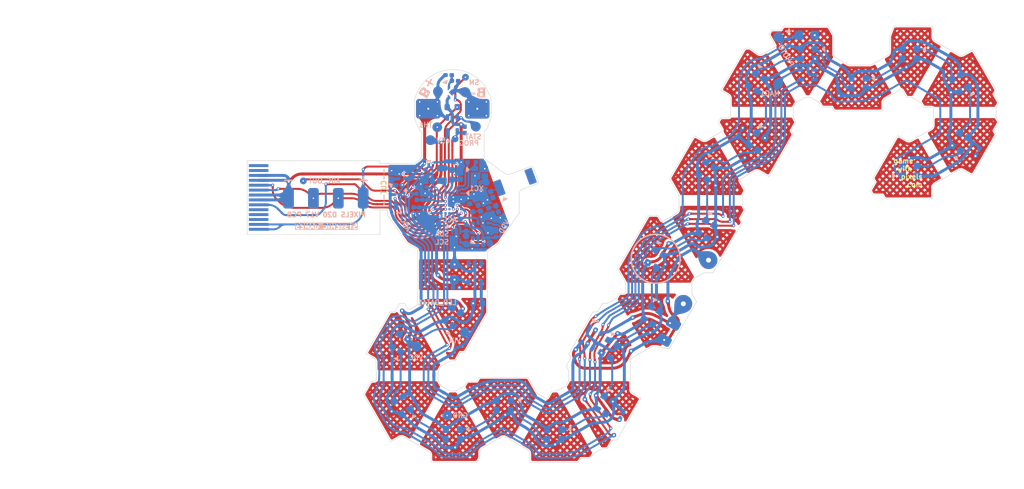
<source format=kicad_pcb>
(kicad_pcb (version 20241229) (generator "pcbnew") (generator_version "9.0")
  (title_block (title "Pixels D20 Layout") (date "2022-08-26") (rev "13") (company "Systemic Games, LLC") (comment 1 "Flexible PCB, 0.13mm thickness"))
  (layers (0 "F.Cu" signal) (2 "B.Cu" signal) (13 "F.Paste" user) (15 "B.Paste" user) (5 "F.SilkS" user "F.Silkscreen") (7 "B.SilkS" user "B.Silkscreen") (1 "F.Mask" user) (3 "B.Mask" user) (25 "Edge.Cuts" user))
  (net 0 "")
  (net 1 "/ANTENNA_MECHANICAL")
  (net 2 "GND")
  (net 3 "VDD")
  (net 4 "VDC")
  (net 5 "Net-(L1-Pad2)")
  (net 6 "Net-(U1-DEC4)")
  (net 7 "+5V")
  (net 8 "VEE")
  (net 9 "/LED_EN")
  (net 10 "Net-(U1-XC2)")
  (net 11 "Net-(U1-DEC1)")
  (net 12 "Net-(U1-XC1)")
  (net 13 "+BATT")
  (net 14 "RESET")
  (net 15 "SWDCLK")
  (net 16 "SWDIO")
  (net 17 "/LED_DATA")
  (net 18 "/5V_SENSE")
  (net 19 "/VBAT_SENSE")
  (net 20 "/STATS")
  (net 21 "Net-(D2-DOUT)")
  (net 22 "Net-(D3-DOUT)")
  (net 23 "Net-(D4-DOUT)")
  (net 24 "Net-(D5-DOUT)")
  (net 25 "Net-(D6-DOUT)")
  (net 26 "Net-(D7-DOUT)")
  (net 27 "Net-(D8-DOUT)")
  (net 28 "Net-(D10-DIN)")
  (net 29 "Net-(D10-DOUT)")
  (net 30 "Net-(D11-DOUT)")
  (net 31 "Net-(D12-DOUT)")
  (net 32 "Net-(D13-DOUT)")
  (net 33 "Net-(D14-DOUT)")
  (net 34 "Net-(D15-DOUT)")
  (net 35 "Net-(D16-DOUT)")
  (net 36 "Net-(D17-DOUT)")
  (net 37 "Net-(D18-DOUT)")
  (net 38 "Net-(D19-DOUT)")
  (net 39 "Net-(D20-DOUT)")
  (net 40 "/SCL")
  (net 41 "/SDA")
  (net 42 "/ACC_INT")
  (net 43 "/PROG")
  (net 44 "Net-(U1-DCC)")
  (net 45 "/ANT_50")
  (net 46 "/ANT_NRF")
  (net 47 "/ANTENNA")
  (net 49 "Net-(U1-DEC2)")
  (net 50 "/ANT_MID")
  (net 51 "/Wireless Charging/COILA")
  (net 52 "/Wireless Charging/COILB")
  (net 53 "/LED_RETURN")
  (net 54 "/OPT_A2D")
  (net 55 "/Wireless Charging/TH1")
  (net 56 "/MAG1_")
  (net 57 "/SENSE_SELECT")
  (net 58 "/NTC_PHOTO_SENSE")
  (net 64 "/Wireless Charging/B-")
  (net 65 "Net-(U7-BAT)")
  (net 66 "/SM")
  (footprint "Pixels-dice:TX1812MWCA5-F01" (layer "B.Cu") (at 142.38 110.74 -90)
    (property "Reference" "D5" (hide yes))
    (property "Value" "TX1812MJA5")
  )
  (footprint "Pixels-dice:TX1812MWCA5-F01" (layer "B.Cu") (at 137.198782 107.749711 -150)
    (property "Reference" "D4" (hide yes))
    (property "Value" "TX1812MJA5")
  )
  (footprint "Pixels-dice:TX1812MWCA5-F01" (layer "B.Cu") (at 147.56 107.76 -90)
    (property "Reference" "D6" (hide yes))
    (property "Value" "TX1812MJA5")
  )
  (footprint "Pixels-dice:C_0402_1005Metric" (layer "B.Cu") (at 138.16 84.02 90)
    (property "Reference" "C16" (hide yes))
    (property "Value" "10uF 6.3V 20%")
  )
  (footprint "Pixels-dice:TX1812MWCA5-F01" (layer "B.Cu") (at 142.35 98.755 150)
    (property "Reference" "D2" (hide yes))
    (property "Value" "TX1812MJA5")
  )
  (footprint "Pixels-dice:TX1812MWCA5-F01" (layer "B.Cu") (at 152.728782 110.740289 -90)
    (property "Reference" "D7" (hide yes))
    (property "Value" "TX1812MJA5")
  )
  (footprint "Pixels-dice:TX1812MWCA5-F01" (layer "B.Cu") (at 173.428782 80.860289 -30)
    (property "Reference" "D14" (hide yes))
    (property "Value" "TX1812MJA5")
  )
  (footprint "Pixels-dice:TX1812MWCA5-F01" (layer "B.Cu") (at 168.258782 83.850289 -30)
    (property "Reference" "D13" (hide yes))
    (property "Value" "TX1812MJA5")
  )
  (footprint "Pixels-dice:TX1812MWCA5-F01" (layer "B.Cu") (at 168.258782 89.820289 -30)
    (property "Reference" "D12" (hide yes))
    (property "Value" "TX1812MJA5")
  )
  (footprint "Pixels-dice:TX1812MWCA5-F01" (layer "B.Cu") (at 158.35 102.02 -30)
    (property "Reference" "D9" (hide yes))
    (property "Value" "TX1812MJA5")
  )
  (footprint "Pixels-dice:TX1812MWCA5-F01" (layer "B.Cu") (at 157.898782 107.750289 -30)
    (property "Reference" "D8" (hide yes))
    (property "Value" "TX1812MJA5")
  )
  (footprint "Pixels-dice:TX1812MWCA5-F01" (layer "B.Cu") (at 178.608782 71.900289 -90)
    (property "Reference" "D16" (hide yes))
    (property "Value" "TX1812MJA5")
  )
  (footprint "Pixels-dice:TX1812MWCA5-F01" (layer "B.Cu") (at 188.958782 71.899711 -90)
    (property "Reference" "D18" (hide yes))
    (property "Value" "TX1812MJA5")
  )
  (footprint "Pixels-dice:TX1812MWCA5-F01" (layer "B.Cu") (at 194.140289 80.868782 150)
    (property "Reference" "D20" (hide yes))
    (property "Value" "TX1812MJA5")
  )
  (footprint "Pixels-dice:TX1812MWCA5-F01" (layer "B.Cu") (at 188.959711 83.848782 90)
    (property "Reference" "D21" (hide yes))
    (property "Value" "TX1812MJA5")
  )
  (footprint "Pixels-dice:TX1812MWCA5-F01" (layer "B.Cu") (at 183.778782 74.880289 -90)
    (property "Reference" "D17" (hide yes))
    (property "Value" "TX1812MJA5")
  )
  (footprint "Pixels-dice:TX1812MWCA5-F01" (layer "B.Cu") (at 194.13 74.89 -150)
    (property "Reference" "D19" (hide yes))
    (property "Value" "TX1812MJA5")
  )
  (footprint "Pixels-dice:TestPoint_THTPad_D1.5mm_Drill0.7mm_nosilk" (layer "B.Cu") (at 168.47 92.95 150)
    (property "Reference" "P6" (hide yes))
    (property "Value" "COILB")
  )
  (footprint "Capacitor_SMD:C_0201_0603Metric" (layer "B.Cu") (at 159.6 108.8 60)
    (property "Reference" "C6" (hide yes))
    (property "Value" "0.1uF 10V 20%")
  )
  (footprint "Pixels-dice:AW35122" (layer "B.Cu") (at 137.15 84.4)
    (property "Reference" "U5" (hide yes))
    (property "Value" "AW35122")
  )
  (footprint "Package_TO_SOT_SMD:SOT-553" (layer "B.Cu") (at 178.56 74.04 180)
    (property "Reference" "U8" (hide yes))
    (property "Value" "SL1605")
  )
  (footprint "Pixels-dice:TestPoint_THTPad_D1.5mm_Drill0.7mm_nosilk" (layer "B.Cu") (at 165.9 97.4 150)
    (property "Reference" "P5" (hide yes))
    (property "Value" "COILA")
  )
  (footprint "Pixels-dice:FPB1_1-4" (layer "B.Cu") (at 139.565 83.745 -90)
    (property "Reference" "U6" (hide yes))
    (property "Value" "ME6230")
  )
  (footprint "Pixels-dice:TX1812MWCA5-F01" (layer "B.Cu") (at 163.08 92.81 -30)
    (property "Reference" "D11" (hide yes))
    (property "Value" "TX1812MJA5")
  )
  (footprint "Capacitor_SMD:C_0201_0603Metric" (layer "B.Cu") (at 171.71 79.88 60)
    (property "Reference" "C24" (hide yes))
    (property "Value" "0.1uF 10V 20%")
  )
  (footprint "Capacitor_SMD:C_0201_0603Metric" (layer "B.Cu") (at 143.55 82.94 180)
    (property "Reference" "C7" (hide yes))
    (property "Value" "100pF NP0 10V 2%")
  )
  (footprint "Pixels-dice:C_1.2x1.8" (layer "B.Cu") (at 141.26 84.2 90)
    (property "Reference" "L1" (hide yes))
    (property "Value" "10uH 100mA 20%")
  )
  (footprint "Capacitor_SMD:C_0201_0603Metric" (layer "B.Cu") (at 144.885292 85.031928)
    (property "Reference" "C5" (hide yes))
    (property "Value" "8pF 10V 10%")
  )
  (footprint "Capacitor_SMD:C_0201_0603Metric" (layer "B.Cu") (at 139.387792 85.486928 180)
    (property "Reference" "C3" (hide yes))
    (property "Value" "0.1uF 10V 20%")
  )
  (footprint "Capacitor_SMD:C_0201_0603Metric" (layer "B.Cu") (at 145.06 82.93 180)
    (property "Reference" "C2" (hide yes))
    (property "Value" "8pF 10V 10%")
  )
  (footprint "Resistor_SMD:R_0201_0603Metric" (layer "B.Cu") (at 145.18 91.42375 180)
    (property "Reference" "R10" (hide yes))
    (property "Value" "3.9k 1%")
  )
  (footprint "Pixels-dice:WLCSP" (layer "B.Cu") (at 142.229708 87.143072 180)
    (property "Reference" "U1" (hide yes))
    (property "Value" "NRF52810-CAAA-R")
  )
  (footprint "Capacitor_SMD:C_0201_0603Metric" (layer "B.Cu") (at 146.755 90.26875 90)
    (property "Reference" "C10" (hide yes))
    (property "Value" "0.1uF 10V 20%")
  )
  (footprint "Pixels-dice:TX1812MWCA5-F01" (layer "B.Cu") (at 136.98 101.39 150)
    (property "Reference" "D3" (hide yes))
    (property "Value" "TX1812MJA5")
  )
  (footprint "Pixels-dice:C_0402_1005Metric" (layer "B.Cu") (at 136.12 84.2 90)
    (property "Reference" "C9" (hide yes))
    (property "Value" "10uF 6.3V 20%")
  )
  (footprint "Pixels-dice:C_0402_1005Metric" (layer "B.Cu") (at 139.81 84.81 180)
    (property "Reference" "C18")
    (property "Value" "4.7uF 10V 20%")
  )
  (footprint "Pixels-dice:UFDFPN5" (layer "B.Cu") (at 142.73 90.52 -90)
    (property "Reference" "U4" (hide yes))
    (property "Value" "M24C02-FMH6TG")
  )
  (footprint "Resistor_SMD:R_0201_0603Metric" (layer "B.Cu") (at 136.9 85.28)
    (property "Reference" "R9" (hide yes))
    (property "Value" "100k 1%")
  )
  (footprint "Pixels-dice:C_0402_1005Metric" (layer "B.Cu") (at 140.45 89.26 180)
    (property "Reference" "C4")
    (property "Value" "4.7uF 10V 20%")
  )
  (footprint "Resistor_SMD:R_0201_0603Metric" (layer "B.Cu") (at 143.6 79.65 90)
    (property "Reference" "R6" (hide yes))
    (property "Value" "3.9k 1%")
  )
  (footprint "Pixels-dice:Hongjie 10100 Solder Tabs" (layer "B.Cu") (at 142.374557 77.5)
    (property "Reference" "J3" (hide yes))
    (property "Value" "Conn_01x02")
  )
  (footprint "Pixels-dice:TX1812MWCA5-F01" (layer "B.Cu") (at 162.68 98.57 -30)
    (property "Reference" "D10" (hide yes))
    (property "Value" "TX1812MJA5")
  )
  (footprint "Capacitor_SMD:C_0402_1005Metric" (layer "B.Cu") (at 144.93 97.35 180)
    (property "Reference" "C13" (hide yes))
    (property "Value" "4.7uF 25V 20%")
  )
  (footprint "Pixels-dice:SOT-363_SC-70-6" (layer "B.Cu") (at 156.48 100.87 -120)
    (property "Reference" "D1" (hide yes))
    (property "Value" "BAV99S" (hide yes))
  )
  (footprint "Pixels-dice:TX1812MWCA5-F01" (layer "B.Cu") (at 173.33 74.81 -30)
    (property "Reference" "D15" (hide yes))
    (property "Value" "TX1812MJA5")
  )
  (footprint "Capacitor_SMD:C_0201_0603Metric" (layer "B.Cu") (at 195.94 81.89 -120)
    (property "Reference" "C25" (hide yes))
    (property "Value" "0.1uF 10V 20%")
  )
  (footprint "Capacitor_SMD:C_0603_1608Metric" (layer "B.Cu") (at 142.5525 94.16 90)
    (property "Reference" "C15" (hide yes))
    (property "Value" "22uF 10V 20%")
  )
  (footprint "Inductor_SMD:L_0402_1005Metric" (layer "B.Cu") (at 142.29 84.23 -90)
    (property "Reference" "L2")
    (property "Value" "15nH 100mA 5%")
  )
  (footprint "Pixels-dice:C_0402_1005Metric" (layer "B.Cu") (at 143.11 84.22 90)
    (property "Reference" "C1")
    (property "Value" "4.7uF 10V 20%")
  )
  (footprint "Capacitor_SMD:C_0201_0603Metric" (layer "B.Cu") (at 138.95 87.89 -90)
    (property "Reference" "C21" (hide yes))
    (property "Value" "10nF 25V 10%")
  )
  (footprint "Resistor_SMD:R_0201_0603Metric" (layer "B.Cu") (at 138.69 86.475 -90)
    (property "Reference" "R7" (hide yes))
    (property "Value" "3.9M 1%")
  )
  (footprint "Resistor_SMD:R_0201_0603Metric" (layer "B.Cu") (at 139.54 87.88 90)
    (property "Reference" "R2" (hide yes))
    (property "Value" "3.9M 1%")
  )
  (footprint "Resistor_SMD:R_0201_0603Metric" (layer "B.Cu") (at 139.27 86.475 90)
    (property "Reference" "R8" (hide yes))
    (property "Value" "10M 1%")
  )
  (footprint "Resistor_SMD:R_0201_0603Metric" (layer "B.Cu") (at 138.35 87.88 90)
    (property "Reference" "R1" (hide yes))
    (property "Value" "3.9M 1%")
  )
  (footprint "Capacitor_SMD:C_0201_0603Metric" (layer "B.Cu") (at 139.86 86.47 90)
    (property "Reference" "C22" (hide yes))
    (property "Value" "10nF 25V 10%")
  )
  (footprint "Pixels-dice:SX16Y032000B81T001" (layer "B.Cu") (at 145.14 83.98)
    (property "Reference" "Y1" (hide yes))
    (property "Value" "32MHz 40ppm")
  )
  (footprint "Package_LGA:LGA-12_2x2mm_P0.5mm" (layer "B.Cu") (at 145.2 89.91375)
    (property "Reference" "U2")
    (property "Value" "KXTJ3-1057")
  )
  (footprint "Package_TO_SOT_SMD:SOT-353_SC-70-5" (layer "B.Cu") (at 144.63 94.25 -90)
    (property "Reference" "U3" (hide yes))
    (property "Value" "TPS715")
  )
  (footprint "Capacitor_SMD:C_0805_2012Metric" (layer "B.Cu") (at 164.42 100.27 -120)
    (property "Reference" "C19" (hide yes))
    (property "Value" "12nF 50V 5% NP0")
  )
  (footprint "Capacitor_SMD:C_0201_0603Metric" (layer "B.Cu") (at 142.6 74.65)
    (property "Reference" "C23" (hide yes))
    (property "Value" "0.1uF 10V 20%")
  )
  (footprint "Pixels-dice:TEST_PIN" (layer "B.Cu") (at 138.68 101.76)
    (property "Reference" "W4" (hide yes))
    (property "Value" "VDC")
  )
  (footprint "Pixels-dice:0402_RF" (layer "B.Cu") (at 146.617064 86.971931 110.2)
    (property "Reference" "L3" (hide yes))
    (property "Value" "0 Ohm")
  )
  (footprint "Diode_SMD:D_0603_1608Metric" (layer "B.Cu") (at 178.52 69.99)
    (property "Reference" "Q1" (hide yes))
    (property "Value" "ZSPT-Z1608C-06F-Z4")
  )
  (footprint "Pixels-dice:0402_RF" (layer "B.Cu") (at 144.25 87.6 -69.8)
    (property "Reference" "L4" (hide yes))
    (property "Value" "2.2nH 5%")
  )
  (footprint "Pixels-dice:TEST_PIN" (layer "B.Cu") (at 142.61 97.28)
    (property "Reference" "W1" (hide yes))
    (property "Value" "LED_DATA1")
  )
  (footprint "Package_DFN_QFN:UDFN-4-1EP_1x1mm_P0.65mm_EP0.48x0.48mm" (layer "B.Cu") (at 142.305 75.83 -90)
    (property "Reference" "U7" (hide yes))
    (property "Value" "DS6101")
  )
  (footprint "Pixels-dice:TEST_PIN" (layer "B.Cu") (at 140.79 79.38)
    (property "Reference" "W20" (hide yes))
    (property "Value" "TH1")
  )
  (footprint "Pixels-dice:TEST_PIN" (layer "B.Cu") (at 136.58 87.48)
    (property "Reference" "W22" (hide yes))
    (property "Value" "ADC_S")
  )
  (footprint "Pixels-dice:DFN1109-6" (layer "B.Cu") (at 136.74 86.26 -90)
    (property "Reference" "U10" (hide yes))
    (property "Value" "WAS3157D-6/TR")
  )
  (footprint "Pixels-dice:TEST_PIN" (layer "B.Cu") (at 145.79 85.02)
    (property "Reference" "W11" (hide yes))
    (property "Value" "XC1")
  )
  (footprint "Pixels-dice:TEST_PIN" (layer "B.Cu") (at 142.61 80.57)
    (property "Reference" "W2" (hide yes))
    (property "Value" "PROG")
  )
  (footprint "Pixels-dice:TEST_PIN" (layer "B.Cu") (at 175.59 70.18)
    (property "Reference" "W3" (hide yes))
    (property "Value" "PHOTO")
  )
  (footprint "Package_TO_SOT_SMD:SOT-553" (layer "B.Cu") (at 142.33 79.1 -90)
    (property "Reference" "U9" (hide yes))
    (property "Value" "XT4051")
  )
  (footprint "Pixels-dice:TEST_PIN" (layer "B.Cu") (at 127.12 84.86)
    (property "Reference" "W23" (hide yes))
    (property "Value" "ADC_OUT")
  )
  (footprint "Pixels-dice:TEST_PIN" (layer "B.Cu") (at 141.81 108.8)
    (property "Reference" "W19" (hide yes))
    (property "Value" "GND")
  )
  (footprint "Resistor_SMD:R_0201_0603Metric" (layer "B.Cu") (at 142.7125 95.75)
    (property "Reference" "R4" (hide yes))
    (property "Value" "10k 1%")
  )
  (footprint "Pixels-dice:TEST_PIN" (layer "B.Cu") (at 144.73 79.32)
    (property "Reference" "W17" (hide yes))
    (property "Value" "STAT")
  )
  (footprint "Pixels-dice:TEST_PIN" (layer "B.Cu") (at 140.07 80.7)
    (property "Reference" "W15" (hide yes))
    (property "Value" "+5V")
  )
  (footprint "Resistor_SMD:R_0201_0603Metric" (layer "B.Cu") (at 141.95 74.06)
    (property "Reference" "R12" (hide yes))
    (property "Value" "510R 1%")
  )
  (footprint "Pixels-dice:0402_RF" (layer "B.Cu") (at 144.807064 86.921931 110.2)
    (property "Reference" "C8" (hide yes))
    (property "Value" "1.2pF 10V 5% C0G")
  )
  (footprint "Pixels-dice:TEST_PIN" (layer "B.Cu") (at 146.15 91.22)
    (property "Reference" "W25" (hide yes))
    (property "Value" "VDD")
  )
  (footprint "Pixels-dice:TEST_PIN" (layer "B.Cu") (at 142.01 82.86)
    (property "Reference" "W21" (hide yes))
    (property "Value" "LED2" (hide yes))
  )
  (footprint "Resistor_SMD:R_0201_0603Metric" (layer "B.Cu") (at 143.74 89.64 -90)
    (property "Reference" "R11" (hide yes))
    (property "Value" "3.9k 1%")
  )
  (footprint "Pixels-dice:0402_RF" (layer "B.Cu") (at 145.807064 86.101931 -159.8)
    (property "Reference" "C11" (hide yes))
    (property "Value" "DNP")
  )
  (footprint "Pixels-dice:TEST_PIN" (layer "B.Cu") (at 140.86 75.73)
    (property "Reference" "W14" (hide yes))
    (property "Value" "BATT" (hide yes))
  )
  (footprint "Pixels-dice:FPC_14" (layer "B.Cu") (at 122.56 83.3 -90)
    (property "Reference" "J1")
    (property "Value" "Conn_01x14")
  )
  (footprint "Pixels-dice:TEST_PIN" (layer "B.Cu") (at 143.12 88.79)
    (property "Reference" "W7" (hide yes))
    (property "Value" "ACC")
  )
  (footprint "Pixels-dice:TEST_PIN" (layer "B.Cu") (at 175.56 74.93)
    (property "Reference" "W6" (hide yes))
    (property "Value" "MAG1")
  )
  (footprint "Pixels-dice:TEST_PIN" (layer "B.Cu") (at 143.73 90.46)
    (property "Reference" "W9" (hide yes))
    (property "Value" "SDA")
  )
  (footprint "Pixels-dice:CHIP_ANT" (layer "B.Cu") (at 147.124562 85.567007 110.2)
    (property "Reference" "AE1")
    (property "Value" "Antenna_Chip" (hide yes))
  )
  (footprint "Pixels-dice:TEST_PIN" (layer "B.Cu") (at 143.59 100.32)
    (property "Reference" "W16" (hide yes))
    (property "Value" "VIN")
  )
  (footprint "Pixels-dice:TEST_PIN" (layer "B.Cu") (at 143.74 91.31)
    (property "Reference" "W8" (hide yes))
    (property "Value" "SCL")
  )
  (footprint "Pixels-dice:TEST_PIN" (layer "B.Cu") (at 143.64 75.79)
    (property "Reference" "W24" (hide yes))
    (property "Value" "B-" (hide yes))
  )
  (footprint "Pixels-dice:0402_RF" (layer "B.Cu") (at 145.617064 87.791931 20.2)
    (property "Reference" "L5" (hide yes))
    (property "Value" "3.3nH 5%")
  )
  (footprint "Pixels-dice:FPC-POGO-4" (layer "B.Cu") (at 129.4204 86.63 180)
    (property "Reference" "J2")
    (property "Value" "Conn_01x04")
  )
  (footprint "Pixels-dice:R_0402_1005Metric" (layer "B.Cu") (at 142.31 77.33 180)
    (property "Reference" "TH1")
    (property "Value" "NTC 100k @ 25C")
  )
  (footprint "Pixels-dice:0402_RF" (layer "B.Cu") (at 146.607064 88.181931 -159.8)
    (property "Reference" "C12")
    (property "Value" "DNP")
  )
  (footprint "Resistor_SMD:R_0201_0603Metric" (layer "B.Cu") (at 176.63 70.69 90)
    (property "Reference" "R5" (hide yes))
    (property "Value" "10k 1%")
  )
  (footprint "Pixels-dice:TEST_PIN" (layer "B.Cu") (at 143.67 74.28)
    (property "Reference" "W5" (hide yes))
    (property "Value" "SM")
  )
  (gr_circle (center 163.08 92.81) (end 165.58 92.81) (stroke (width 0.15)) (fill no) (layer "B.SilkS"))
  (gr_poly (pts (xy 144.4 91) (xy 144.6 91.2) (xy 144.2 91.2)) (stroke (width 0.15)) (fill yes) (layer "B.SilkS"))
  (gr_poly (pts (xy 173.626795 73.3) (xy 173.55359 73.026795) (xy 173.9 73.226795)) (stroke (width 0.15)) (fill yes) (layer "B.SilkS"))
  (gr_poly (pts (xy 139.9 83) (xy 139.7 82.8) (xy 140.1 82.8)) (stroke (width 0.15)) (fill yes) (layer "B.SilkS"))
  (gr_poly (pts (xy 154.2 110.2) (xy 154.4 110) (xy 154.4 110.4)) (stroke (width 0.15)) (fill yes) (layer "B.SilkS"))
  (gr_poly (pts (xy 147.6 86.6) (xy 147.873205 86.673205) (xy 147.526795 86.873205)) (stroke (width 0.15)) (fill yes) (layer "B.SilkS"))
  (gr_poly (pts (xy 143.8 110.2) (xy 144 110) (xy 144 110.4)) (stroke (width 0.15)) (fill yes) (layer "B.SilkS"))
  (gr_poly (pts (xy 158.2 106.3) (xy 158.126795 106.026795) (xy 158.473205 106.226795)) (stroke (width 0.15)) (fill yes) (layer "B.SilkS"))
  (gr_poly (pts (xy 190.4 71.4) (xy 190.6 71.2) (xy 190.6 71.6)) (stroke (width 0.15)) (fill yes) (layer "B.SilkS"))
  (gr_poly (pts (xy 138.3 108.8) (xy 138.573205 108.873205) (xy 138.226795 109.073205)) (stroke (width 0.15)) (fill yes) (layer "B.SilkS"))
  (gr_poly (pts (xy 195.3 75.9) (xy 195.573205 75.973205) (xy 195.226795 76.173205)) (stroke (width 0.15)) (fill yes) (layer "B.SilkS"))
  (gr_poly (pts (xy 168.5 88.3) (xy 168.426795 88.026795) (xy 168.773205 88.226795)) (stroke (width 0.15)) (fill yes) (layer "B.SilkS"))
  (gr_poly (pts (xy 187.478834 84.343491) (xy 187.278834 84.543491) (xy 187.278834 84.143491)) (stroke (width 0.15)) (fill yes) (layer "B.SilkS"))
  (gr_poly (pts (xy 162.9 97.1) (xy 162.826795 96.826795) (xy 163.173205 97.026795)) (stroke (width 0.15)) (fill yes) (layer "B.SilkS"))
  (gr_poly (pts (xy 176.773205 69.626795) (xy 176.5 69.7) (xy 176.7 69.35359)) (stroke (width 0.15)) (fill yes) (layer "B.SilkS"))
  (gr_poly (pts (xy 185.2 74.4) (xy 185.4 74.2) (xy 185.4 74.6)) (stroke (width 0.15)) (fill yes) (layer "B.SilkS"))
  (gr_poly (pts (xy 156.726795 99.273205) (xy 156.65359 99) (xy 157 99.2)) (stroke (width 0.15)) (fill yes) (layer "B.SilkS"))
  (gr_poly (pts (xy 136.173205 85.226795) (xy 136.1 85.5) (xy 135.9 85.15359)) (stroke (width 0.15)) (fill yes) (layer "B.SilkS"))
  (gr_poly (pts (xy 144 83.7) (xy 143.8 83.9) (xy 143.8 83.5)) (stroke (width 0.15)) (fill yes) (layer "B.SilkS"))
  (gr_poly (pts (xy 141.91 89.61) (xy 141.636795 89.683205) (xy 141.836795 89.336795)) (stroke (width 0.15)) (fill yes) (layer "B.SilkS"))
  (gr_poly (pts (xy 180.1 71.4) (xy 180.3 71.2) (xy 180.3 71.6)) (stroke (width 0.15)) (fill yes) (layer "B.SilkS"))
  (gr_poly (pts (xy 142 100.3) (xy 142.073205 100.573205) (xy 141.726795 100.373205)) (stroke (width 0.15)) (fill yes) (layer "B.SilkS"))
  (gr_poly (pts (xy 149.1 107.2) (xy 149.3 107) (xy 149.3 107.4)) (stroke (width 0.15)) (fill yes) (layer "B.SilkS"))
  (gr_poly (pts (xy 168.5 82.4) (xy 168.426795 82.126795) (xy 168.773205 82.326795)) (stroke (width 0.15)) (fill yes) (layer "B.SilkS"))
  (gr_poly (pts (xy 136.7 102.9) (xy 136.773205 103.173205) (xy 136.426795 102.973205)) (stroke (width 0.15)) (fill yes) (layer "B.SilkS"))
  (gr_poly (pts (xy 141.7 74.9) (xy 141.426795 74.826795) (xy 141.773205 74.626795)) (stroke (width 0.15)) (fill yes) (layer "B.SilkS"))
  (gr_poly (pts (xy 137.427928 85.856933) (xy 137.627928 85.656933) (xy 137.627928 86.056933)) (stroke (width 0.15)) (fill yes) (layer "B.SilkS"))
  (gr_poly (pts (xy 158.6 100.6) (xy 158.526795 100.326795) (xy 158.873205 100.526795)) (stroke (width 0.15)) (fill yes) (layer "B.SilkS"))
  (gr_poly (pts (xy 193.8 82.4) (xy 193.873205 82.673205) (xy 193.526795 82.473205)) (stroke (width 0.15)) (fill yes) (layer "B.SilkS"))
  (gr_poly (pts (xy 143.8 86.1) (xy 144 85.9) (xy 144 86.3)) (stroke (width 0.15)) (fill yes) (layer "B.SilkS"))
  (gr_poly (pts (xy 173.7 79.4) (xy 173.626795 79.126795) (xy 173.973205 79.326795)) (stroke (width 0.15)) (fill yes) (layer "B.SilkS"))
  (gr_poly (pts (xy 163.326795 91.273205) (xy 163.25359 91) (xy 163.6 91.2)) (stroke (width 0.15)) (fill yes) (layer "B.SilkS"))
  (gr_line (start 134.92 82.8) (end 121.4 82.8) (stroke (width 0.05)) (layer "Edge.Cuts"))
  (gr_arc (start 191.2236 77.310967) (mid 191.365045 77.369555) (end 191.423633 77.511) (stroke (width 0.05)) (layer "Edge.Cuts"))
  (gr_arc (start 189.0645 76.314953) (mid 189.195132 76.33231) (end 189.318389 76.384169) (stroke (width 0.05)) (layer "Edge.Cuts"))
  (gr_arc (start 182.8951 73.0498) (mid 182.765716 73.032763) (end 182.645152 72.982812) (stroke (width 0.05)) (layer "Edge.Cuts"))
  (gr_line (start 145.906902 96.101805) (end 145.906902 92.1141) (stroke (width 0.05)) (layer "Edge.Cuts"))
  (gr_line (start 145.906901 97.516521) (end 145.906901 96.664191) (stroke (width 0.05)) (layer "Edge.Cuts"))
  (gr_line (start 187.776378 80.230144) (end 185.267563 84.575541) (stroke (width 0.05)) (layer "Edge.Cuts"))
  (gr_arc (start 154.130641 104.085767) (mid 154.18003 104.204246) (end 154.197644 104.331433) (stroke (width 0.05)) (layer "Edge.Cuts"))
  (gr_line (start 168.1319 94.242178) (end 168.497925 94.242178) (stroke (width 0.05)) (layer "Edge.Cuts"))
  (gr_line (start 165.459999 86.3968) (end 165.459999 87.7343) (stroke (width 0.05)) (layer "Edge.Cuts"))
  (gr_line (start 159.372779 96.364191) (end 159.189767 96.681175) (stroke (width 0.05)) (layer "Edge.Cuts"))
  (gr_arc (start 134.57 105.13) (mid 134.511421 105.271421) (end 134.37 105.33) (stroke (width 0.05)) (layer "Edge.Cuts"))
  (gr_line (start 197.823646 77.310966) (end 197.823646 78.436966) (stroke (width 0.05)) (layer "Edge.Cuts"))
  (gr_line (start 156.422489 113.165418) (end 156.605513 112.848413) (stroke (width 0.05)) (layer "Edge.Cuts"))
  (gr_arc (start 191.423647 79.1613) (mid 191.356652 79.411323) (end 191.173622 79.594352) (stroke (width 0.05)) (layer "Edge.Cuts"))
  (gr_line (start 138.965892 82.750422) (end 138.472849 83.1) (stroke (width 0.05)) (layer "Edge.Cuts"))
  (gr_line (start 158.009727 97.360203) (end 157.647634 97.360203) (stroke (width 0.05)) (layer "Edge.Cuts"))
  (gr_line (start 162.361968 88.396591) (end 159.216153 93.8453) (stroke (width 0.05)) (layer "Edge.Cuts"))
  (gr_arc (start 189.174395 80.748604) (mid 188.924393 80.815591) (end 188.674394 80.748598) (stroke (width 0.05)) (layer "Edge.Cuts"))
  (gr_line (start 140.897057 104.3358) (end 140.897057 105.193829) (stroke (width 0.05)) (layer "Edge.Cuts"))
  (gr_line (start 145.990474 91.951483) (end 146.984266 91.255621) (stroke (width 0.05)) (layer "Edge.Cuts"))
  (gr_line (start 149.478743 85.710047) (end 150.965927 85.157261) (stroke (width 0.05)) (layer "Edge.Cuts"))
  (gr_line (start 191.173622 79.594352) (end 189.174395 80.748605) (stroke (width 0.05)) (layer "Edge.Cuts"))
  (gr_line (start 189.318389 76.384169) (end 190.057615 76.810962) (stroke (width 0.05)) (layer "Edge.Cuts"))
  (gr_arc (start 138.012944 97.94018) (mid 137.861114 97.96017) (end 137.739618 97.866943) (stroke (width 0.05)) (layer "Edge.Cuts"))
  (gr_arc (start 138.474557 76.611185) (mid 142.374547 73.499998) (end 146.274557 76.611159) (stroke (width 0.05)) (layer "Edge.Cuts"))
  (gr_arc (start 142.0062 103.272764) (mid 142.126779 103.222823) (end 142.256176 103.205802) (stroke (width 0.05)) (layer "Edge.Cuts"))
  (gr_line (start 170.723069 77.873967) (end 170.723069 78.237) (stroke (width 0.05)) (layer "Edge.Cuts"))
  (gr_line (start 164.510809 84.618723) (end 165.392969 86.146668) (stroke (width 0.05)) (layer "Edge.Cuts"))
  (gr_arc (start 138.710043 91.775592) (mid 138.783225 91.848787) (end 138.809987 91.948772) (stroke (width 0.05)) (layer "Edge.Cuts"))
  (gr_arc (start 153.088524 106.256825) (mid 152.965785 106.307355) (end 152.833108 106.323817) (stroke (width 0.05)) (layer "Edge.Cuts"))
  (gr_line (start 138.81 96.664191) (end 138.81 96.101804) (stroke (width 0.05)) (layer "Edge.Cuts"))
  (gr_line (start 177.190054 77.194943) (end 177.306074 76.993991) (stroke (width 0.05)) (layer "Edge.Cuts"))
  (gr_line (start 190.423646 77.310966) (end 191.2236 77.310967) (stroke (width 0.05)) (layer "Edge.Cuts"))
  (gr_arc (start 142.738203 106.256843) (mid 142.617624 106.306784) (end 142.488226 106.323805) (stroke (width 0.05)) (layer "Edge.Cuts"))
  (gr_line (start 145.906901 97.80994) (end 145.906901 98.316523) (stroke (width 0.05)) (layer "Edge.Cuts"))
  (gr_line (start 185.267563 84.575541) (end 185.498503 84.975541) (stroke (width 0.05)) (layer "Edge.Cuts"))
  (gr_arc (start 190.057615 76.810962) (mid 190.161174 76.890426) (end 190.240638 76.993986) (stroke (width 0.05)) (layer "Edge.Cuts"))
  (gr_arc (start 142.2562 106.323817) (mid 142.126761 106.306773) (end 142.006143 106.256811) (stroke (width 0.05)) (layer "Edge.Cuts"))
  (gr_line (start 184.912051 73.0498) (end 182.8951 73.0498) (stroke (width 0.05)) (layer "Edge.Cuts"))
  (gr_line (start 145.906901 97.516521) (end 145.906901 97.80994) (stroke (width 0.05)) (layer "Edge.Cuts"))
  (gr_line (start 190.240638 76.993986) (end 190.423646 77.310966) (stroke (width 0.05)) (layer "Edge.Cuts"))
  (gr_line (start 191.567561 85.12439) (end 193.953921 83.746624) (stroke (width 0.05)) (layer "Edge.Cuts"))
  (gr_line (start 175.898212 69.473352) (end 174.898213 69.473352) (stroke (width 0.05)) (layer "Edge.Cuts"))
  (gr_line (start 166.842982 95.116597) (end 166.955794 94.921202) (stroke (width 0.05)) (layer "Edge.Cuts"))
  (gr_line (start 181.22 70.009815) (end 180.68 69.0732) (stroke (width 0.05)) (layer "Edge.Cuts"))
  (gr_arc (start 185.165664 72.982179) (mid 185.043346 73.032918) (end 184.912051 73.049788) (stroke (width 0.05)) (layer "Edge.Cuts"))
  (gr_line (start 172.197923 87.833591) (end 172.01491 87.516603) (stroke (width 0.05)) (layer "Edge.Cuts"))
  (gr_line (start 185.248502 86.274579) (end 186.248503 86.274579) (stroke (width 0.05)) (layer "Edge.Cuts"))
  (gr_arc (start 169.873368 79.563321) (mid 169.893339 79.715073) (end 169.800142 79.836489) (stroke (width 0.05)) (layer "Edge.Cuts"))
  (gr_line (start 137.739618 97.866943) (end 137.447057 97.360203) (stroke (width 0.05)) (layer "Edge.Cuts"))
  (gr_line (start 161.578575 107.026842) (end 160.750053 106.548495) (stroke (width 0.05)) (layer "Edge.Cuts"))
  (gr_line (start 191.317561 86.674579) (end 191.317561 85.5574) (stroke (width 0.05)) (layer "Edge.Cuts"))
  (gr_line (start 167.138802 94.738194) (end 167.881889 94.30917) (stroke (width 0.05)) (layer "Edge.Cuts"))
  (gr_line (start 135.985176 98.226229) (end 133.531945 102.475349) (stroke (width 0.05)) (layer "Edge.Cuts"))
  (gr_arc (start 178.7141 76.314953) (mid 178.845408 76.332486) (end 178.967428 76.383808) (stroke (width 0.05)) (layer "Edge.Cuts"))
  (gr_line (start 167.797371 80.704145) (end 167.027512 80.259667) (stroke (width 0.05)) (layer "Edge.Cuts"))
  (gr_line (start 154.130625 105.443872) (end 154.014636 105.644765) (stroke (width 0.05)) (layer "Edge.Cuts"))
  (gr_line (start 186.242417 77.710966) (end 186.242417 76.8719) (stroke (width 0.05)) (layer "Edge.Cuts"))
  (gr_line (start 157.781609 112.169405) (end 158.147634 112.169405) (stroke (width 0.05)) (layer "Edge.Cuts"))
  (gr_line (start 145.572276 82.342441) (end 145.572276 79.903946) (stroke (width 0.05)) (layer "Edge.Cuts"))
  (gr_line (start 150.307533 83.394303) (end 148.183107 84.180678) (stroke (width 0.05)) (layer "Edge.Cuts"))
  (gr_arc (start 154.014636 105.644765) (mid 153.935944 105.747563) (end 153.831599 105.827809) (stroke (width 0.05)) (layer "Edge.Cuts"))
  (gr_line (start 142.738203 106.256843) (end 143.483899 105.826314) (stroke (width 0.05)) (layer "Edge.Cuts"))
  (gr_line (start 172.673069 71.33539) (end 173.476764 71.898144) (stroke (width 0.05)) (layer "Edge.Cuts"))
  (gr_line (start 156.685754 98.226229) (end 154.216694 102.502767) (stroke (width 0.05)) (layer "Edge.Cuts"))
  (gr_line (start 188.674387 80.74861) (end 187.776378 80.230144) (stroke (width 0.05)) (layer "Edge.Cuts"))
  (gr_line (start 150.969998 106.535358) (end 151.832061 107.03307) (stroke (width 0.05)) (layer "Edge.Cuts"))
  (gr_line (start 134.569998 103.363399) (end 134.57 105.13) (stroke (width 0.05)) (layer "Edge.Cuts"))
  (gr_line (start 166.772779 96.224808) (end 166.772779 95.3722) (stroke (width 0.05)) (layer "Edge.Cuts"))
  (gr_line (start 197.573647 76.011927) (end 197.804586 75.611928) (stroke (width 0.05)) (layer "Edge.Cuts"))
  (gr_line (start 158.647634 111.303379) (end 159.109515 111.303381) (stroke (width 0.05)) (layer "Edge.Cuts"))
  (gr_arc (start 191.317561 85.5574) (mid 191.384553 85.307408) (end 191.567575 85.124414) (stroke (width 0.05)) (layer "Edge.Cuts"))
  (gr_line (start 133.531945 102.475349) (end 134.319949 102.930302) (stroke (width 0.05)) (layer "Edge.Cuts"))
  (gr_arc (start 181.469952 72.304312) (mid 181.286965 72.121311) (end 181.220012 71.871328) (stroke (width 0.05)) (layer "Edge.Cuts"))
  (gr_line (start 135.74 88.38) (end 135.74 87.83) (stroke (width 0.05)) (layer "Edge.Cuts"))
  (gr_line (start 140.966494 104.081538) (end 141.080074 103.884809) (stroke (width 0.05)) (layer "Edge.Cuts"))
  (gr_line (start 145.347882 112.128016) (end 147.286798 111.008584) (stroke (width 0.05)) (layer "Edge.Cuts"))
  (gr_line (start 164.45 102.03) (end 167.245737 97.183384) (stroke (width 0.05)) (layer "Edge.Cuts"))
  (gr_line (start 165.209901 88.167488) (end 163.868474 88.941961) (stroke (width 0.05)) (layer "Edge.Cuts"))
  (gr_line (start 134.94 87.83) (end 134.94 90.33) (stroke (width 0.05)) (layer "Edge.Cuts"))
  (gr_arc (start 149.999992 112.286401) (mid 150.183003 112.469416) (end 150.249984 112.719418) (stroke (width 0.05)) (layer "Edge.Cuts"))
  (gr_line (start 180.68 69.0732) (end 176.129153 69.073352) (stroke (width 0.05)) (layer "Edge.Cuts"))
  (gr_line (start 194.453941 83.746613) (end 195.403484 84.294832) (stroke (width 0.05)) (layer "Edge.Cuts"))
  (gr_arc (start 149.15 86.18) (mid 149.241241 85.891911) (end 149.478743 85.710047) (stroke (width 0.05)) (layer "Edge.Cuts"))
  (gr_arc (start 146.274557 78.391536) (mid 146.003097 79.18479) (end 145.572276 79.90406) (stroke (width 0.05)) (layer "Edge.Cuts"))
  (gr_line (start 136.947057 97.360203) (end 136.447057 98.226229) (stroke (width 0.05)) (layer "Edge.Cuts"))
  (gr_arc (start 138.81 97.3645) (mid 138.782437 97.465874) (end 138.705182 97.540517) (stroke (width 0.05)) (layer "Edge.Cuts"))
  (gr_line (start 146.274557 78.391536) (end 146.274557 76.611159) (stroke (width 0.05)) (layer "Edge.Cuts"))
  (gr_line (start 140.15 113.565418) (end 144.84126 113.565418) (stroke (width 0.05)) (layer "Edge.Cuts"))
  (gr_line (start 191.348504 69.0698) (end 187.36175 69.0698) (stroke (width 0.05)) (layer "Edge.Cuts"))
  (gr_arc (start 165.459999 87.7343) (mid 165.391548 87.986872) (end 165.209901 88.167488) (stroke (width 0.05)) (layer "Edge.Cuts"))
  (gr_line (start 169.473067 78.869978) (end 169.873368 79.563321) (stroke (width 0.05)) (layer "Edge.Cuts"))
  (gr_arc (start 177.123067 77.444901) (mid 177.14011 77.315515) (end 177.190078 77.194957) (stroke (width 0.05)) (layer "Edge.Cuts"))
  (gr_line (start 140.149999 112.866315) (end 140.15 113.565418) (stroke (width 0.05)) (layer "Edge.Cuts"))
  (gr_arc (start 191.598452 70.619124) (mid 191.415477 70.436149) (end 191.348503 70.1862) (stroke (width 0.05)) (layer "Edge.Cuts"))
  (gr_line (start 178.96744 76.383788) (end 179.707318 76.810958) (stroke (width 0.05)) (layer "Edge.Cuts"))
  (gr_line (start 163.239681 101.752622) (end 164.45 102.03) (stroke (width 0.05)) (layer "Edge.Cuts"))
  (gr_line (start 147.791288 111.011205) (end 149.999992 112.286401) (stroke (width 0.05)) (layer "Edge.Cuts"))
  (gr_line (start 145.078285 104.927805) (end 144.847345 105.327804) (stroke (width 0.05)) (layer "Edge.Cuts"))
  (gr_line (start 144.84126 113.565418) (end 145.1 113.117268) (stroke (width 0.05)) (layer "Edge.Cuts"))
  (gr_line (start 171.748991 84.663979) (end 173.159322 83.849725) (stroke (width 0.05)) (layer "Edge.Cuts"))
  (gr_line (start 121.4 82.8) (end 121.4 90.33) (stroke (width 0.05)) (layer "Edge.Cuts"))
  (gr_line (start 174.63475 84.412883) (end 177.104008 80.136004) (stroke (width 0.05)) (layer "Edge.Cuts"))
  (gr_line (start 167.027512 80.259667) (end 164.510809 84.618723) (stroke (width 0.05)) (layer "Edge.Cuts"))
  (gr_line (start 145.906901 96.664191) (end 145.906902 96.101805) (stroke (width 0.05)) (layer "Edge.Cuts"))
  (gr_arc (start 186.97825 71.6421) (mid 186.910437 71.893565) (end 186.722025 72.078734) (stroke (width 0.05)) (layer "Edge.Cuts"))
  (gr_line (start 173.659326 83.849722) (end 174.63475 84.412883) (stroke (width 0.05)) (layer "Edge.Cuts"))
  (gr_arc (start 145.1 112.5598) (mid 145.167601 112.30874) (end 145.347882 112.128016) (stroke (width 0.05)) (layer "Edge.Cuts"))
  (gr_arc (start 139.176838 79.904044) (mid 138.746019 79.18479) (end 138.474557 78.391588) (stroke (width 0.05)) (layer "Edge.Cuts"))
  (gr_line (start 198.073647 78.869979) (end 197.823646 78.436966) (stroke (width 0.05)) (layer "Edge.Cuts"))
  (gr_line (start 168.931067 94.242178) (end 171.914494 89.07473) (stroke (width 0.05)) (layer "Edge.Cuts"))
  (gr_arc (start 160.021384 96.1642) (mid 159.962804 96.305616) (end 159.821403 96.364184) (stroke (width 0.05)) (layer "Edge.Cuts"))
  (gr_line (start 167.245737 97.183384) (end 166.839771 96.480223) (stroke (width 0.05)) (layer "Edge.Cuts"))
  (gr_line (start 153.947634 103.768791) (end 154.130641 104.085767) (stroke (width 0.05)) (layer "Edge.Cuts"))
  (gr_line (start 186.489964 76.440323) (end 188.027353 75.552713) (stroke (width 0.05)) (layer "Edge.Cuts"))
  (gr_line (start 154.216694 102.502767) (end 154.447635 102.902766) (stroke (width 0.05)) (layer "Edge.Cuts"))
  (gr_line (start 188.698502 76.314953) (end 189.0645 76.314953) (stroke (width 0.05)) (layer "Edge.Cuts"))
  (gr_arc (start 154.197633 105.193806) (mid 154.180591 105.323245) (end 154.130625 105.443872) (stroke (width 0.05)) (layer "Edge.Cuts"))
  (gr_arc (start 171.947922 86.408601) (mid 171.964957 86.279189) (end 172.014951 86.158506) (stroke (width 0.05)) (layer "Edge.Cuts"))
  (gr_line (start 133.276062 106.653179) (end 136.05779 111.471273) (stroke (width 0.05)) (layer "Edge.Cuts"))
  (gr_line (start 186.722025 72.078734) (end 185.165664 72.982179) (stroke (width 0.05)) (layer "Edge.Cuts"))
  (gr_line (start 172.211188 71.33539) (end 169.742128 75.611929) (stroke (width 0.05)) (layer "Edge.Cuts"))
  (gr_arc (start 167.881889 94.30917) (mid 168.002484 94.259216) (end 168.1319 94.242179) (stroke (width 0.05)) (layer "Edge.Cuts"))
  (gr_line (start 158.147634 112.169405) (end 158.647634 111.303379) (stroke (width 0.05)) (layer "Edge.Cuts"))
  (gr_line (start 174.898213 69.473352) (end 174.648212 69.906365) (stroke (width 0.05)) (layer "Edge.Cuts"))
  (gr_line (start 145.1 113.117268) (end 145.1 112.5598) (stroke (width 0.05)) (layer "Edge.Cuts"))
  (gr_line (start 160.747882 102.878018) (end 162.602958 101.806988) (stroke (width 0.05)) (layer "Edge.Cuts"))
  (gr_line (start 134.92 83.1) (end 138.472849 83.1) (stroke (width 0.05)) (layer "Edge.Cuts"))
  (gr_line (start 169.723067 78.436966) (end 169.473067 78.869978) (stroke (width 0.05)) (layer "Edge.Cuts"))
  (gr_line (start 155.19155 113.565418) (end 155.42249 113.165418) (stroke (width 0.05)) (layer "Edge.Cuts"))
  (gr_line (start 181.304297 77.710966) (end 186.242417 77.710966) (stroke (width 0.05)) (layer "Edge.Cuts"))
  (gr_line (start 170.723068 76.464) (end 170.723069 77.873967) (stroke (width 0.05)) (layer "Edge.Cuts"))
  (gr_line (start 135.74 87.83) (end 134.94 87.83) (stroke (width 0.05)) (layer "Edge.Cuts"))
  (gr_line (start 154.447635 102.902766) (end 153.947634 103.768791) (stroke (width 0.05)) (layer "Edge.Cuts"))
  (gr_line (start 138.474557 78.391588) (end 138.474557 76.62) (stroke (width 0.05)) (layer "Edge.Cuts"))
  (gr_line (start 172.673069 71.33539) (end 172.211188 71.33539) (stroke (width 0.05)) (layer "Edge.Cuts"))
  (gr_line (start 178.4822 76.314953) (end 178.7141 76.314953) (stroke (width 0.05)) (layer "Edge.Cuts"))
  (gr_arc (start 159.189767 96.681175) (mid 159.110316 96.784717) (end 159.006779 96.864165) (stroke (width 0.05)) (layer "Edge.Cuts"))
  (gr_arc (start 143.664323 105.644807) (mid 143.585977 105.747243) (end 143.483899 105.826314) (stroke (width 0.05)) (layer "Edge.Cuts"))
  (gr_arc (start 160.5 103.309801) (mid 160.567601 103.05874) (end 160.747882 102.878018) (stroke (width 0.05)) (layer "Edge.Cuts"))
  (gr_line (start 141.263094 103.701797) (end 142.0062 103.272763) (stroke (width 0.05)) (layer "Edge.Cuts"))
  (gr_line (start 195.422923 71.486765) (end 194.512109 72.012624) (stroke (width 0.05)) (layer "Edge.Cuts"))
  (gr_arc (start 163.868474 88.94196) (mid 163.715255 88.961529) (end 163.593877 88.866193) (stroke (width 0.05)) (layer "Edge.Cuts"))
  (gr_line (start 184.998502 85.841566) (end 185.248502 86.274579) (stroke (width 0.05)) (layer "Edge.Cuts"))
  (gr_line (start 144.847345 105.327804) (end 143.847346 105.327804) (stroke (width 0.05)) (layer "Edge.Cuts"))
  (gr_line (start 160.021384 95.24) (end 160.021384 96.1642) (stroke (width 0.05)) (layer "Edge.Cuts"))
  (gr_line (start 139.176838 80.580017) (end 139.176838 82.3425) (stroke (width 0.05)) (layer "Edge.Cuts"))
  (gr_line (start 188.300701 75.625944) (end 188.698502 76.314953) (stroke (width 0.05)) (layer "Edge.Cuts"))
  (gr_arc (start 152.105304 106.959799) (mid 151.983863 107.052984) (end 151.8321 107.033003) (stroke (width 0.05)) (layer "Edge.Cuts"))
  (gr_line (start 139.176838 80.580017) (end 139.176838 79.904044) (stroke (width 0.05)) (layer "Edge.Cuts"))
  (gr_line (start 157.147634 98.226229) (end 156.685754 98.226229) (stroke (width 0.05)) (layer "Edge.Cuts"))
  (gr_arc (start 158.263664 97.293213) (mid 158.143089 97.343165) (end 158.009727 97.360203) (stroke (width 0.05)) (layer "Edge.Cuts"))
  (gr_arc (start 157.531561 112.236421) (mid 157.652175 112.186461) (end 157.781609 112.169422) (stroke (width 0.05)) (layer "Edge.Cuts"))
  (gr_arc (start 173.159322 83.849725) (mid 173.409324 83.782744) (end 173.659313 83.849745) (stroke (width 0.05)) (layer "Edge.Cuts"))
  (gr_line (start 138.705182 97.540517) (end 138.012944 97.940181) (stroke (width 0.05)) (layer "Edge.Cuts"))
  (gr_line (start 171.697924 88.699616) (end 172.197923 87.833591) (stroke (width 0.05)) (layer "Edge.Cuts"))
  (gr_arc (start 175.262215 70.969852) (mid 175.282172 71.121587) (end 175.189049 71.242915) (stroke (width 0.05)) (layer "Edge.Cuts"))
  (gr_arc (start 162.602958 101.806988) (mid 162.721969 101.757468) (end 162.8529 101.740017) (stroke (width 0.05)) (layer "Edge.Cuts"))
  (gr_arc (start 194.512109 72.012624) (mid 194.262101 72.079614) (end 194.01205 72.0126) (stroke (width 0.05)) (layer "Edge.Cuts"))
  (gr_line (start 150.041877 104.927804) (end 150.969998 106.535358) (stroke (width 0.05)) (layer "Edge.Cuts"))
  (gr_arc (start 148.183107 84.180678) (mid 147.944032 84.207745) (end 147.72 84.12) (stroke (width 0.05)) (layer "Edge.Cuts"))
  (gr_line (start 158.263664 97.293213) (end 159.006779 96.864165) (stroke (width 0.05)) (layer "Edge.Cuts"))
  (gr_arc (start 178.232173 76.381948) (mid 178.352779 76.331991) (end 178.4822 76.314953) (stroke (width 0.05)) (layer "Edge.Cuts"))
  (gr_line (start 191.423647 77.873966) (end 191.423647 79.1613) (stroke (width 0.05)) (layer "Edge.Cuts"))
  (gr_line (start 160.500005 106.115401) (end 160.5 103.309801) (stroke (width 0.05)) (layer "Edge.Cuts"))
  (gr_arc (start 177.190106 78.553079) (mid 177.139432 78.429836) (end 177.123069 78.297799) (stroke (width 0.05)) (layer "Edge.Cuts"))
  (gr_line (start 191.423647 77.511) (end 191.423647 77.873966) (stroke (width 0.05)) (layer "Edge.Cuts"))
  (gr_line (start 142.622201 103.205791) (end 143.1222 102.339766) (stroke (width 0.05)) (layer "Edge.Cuts"))
  (gr_line (start 177.489089 76.810976) (end 178.232173 76.381948) (stroke (width 0.05)) (layer "Edge.Cuts"))
  (gr_line (start 169.800155 79.836512) (end 168.297407 80.704124) (stroke (width 0.05)) (layer "Edge.Cuts"))
  (gr_line (start 169.742128 75.611929) (end 170.473039 76.033921) (stroke (width 0.05)) (layer "Edge.Cuts"))
  (gr_line (start 153.088524 106.256825) (end 153.831599 105.827809) (stroke (width 0.05)) (layer "Edge.Cuts"))
  (gr_arc (start 188.027353 75.552713) (mid 188.179189 75.532724) (end 188.300686 75.625953) (stroke (width 0.05)) (layer "Edge.Cuts"))
  (gr_line (start 141.263099 105.827814) (end 142.006143 106.256811) (stroke (width 0.05)) (layer "Edge.Cuts"))
  (gr_line (start 177.104008 80.136004) (end 176.873068 79.736003) (stroke (width 0.05)) (layer "Edge.Cuts"))
  (gr_line (start 172.01494 86.1585) (end 172.197922 85.841565) (stroke (width 0.05)) (layer "Edge.Cuts"))
  (gr_line (start 175.189049 71.242915) (end 174.013584 71.921579) (stroke (width 0.05)) (layer "Edge.Cuts"))
  (gr_line (start 174.648212 69.906365) (end 175.262216 70.969852) (stroke (width 0.05)) (layer "Edge.Cuts"))
  (gr_line (start 150.564084 83.510562) (end 151.086947 84.898104) (stroke (width 0.05)) (layer "Edge.Cuts"))
  (gr_line (start 177.123069 78.297799) (end 177.123067 77.444901) (stroke (width 0.05)) (layer "Edge.Cuts"))
  (gr_line (start 185.498503 84.975541) (end 184.998502 85.841566) (stroke (width 0.05)) (layer "Edge.Cuts"))
  (gr_line (start 136.05779 111.471273) (end 136.898619 110.98582) (stroke (width 0.05)) (layer "Edge.Cuts"))
  (gr_line (start 142.488226 106.323817) (end 142.2562 106.323817) (stroke (width 0.05)) (layer "Edge.Cuts"))
  (gr_line (start 150.25 112.719418) (end 150.25 113.565418) (stroke (width 0.05)) (layer "Edge.Cuts"))
  (gr_line (start 137.398632 110.985813) (end 139.900004 112.429979) (stroke (width 0.05)) (layer "Edge.Cuts"))
  (gr_arc (start 141.080075 103.884809) (mid 141.159534 103.781265) (end 141.263094 103.701825) (stroke (width 0.05)) (layer "Edge.Cuts"))
  (gr_line (start 152.472489 106.323817) (end 152.105304 106.959799) (stroke (width 0.05)) (layer "Edge.Cuts"))
  (gr_arc (start 171.67579 84.937203) (mid 171.655809 84.785434) (end 171.748997 84.66399) (stroke (width 0.05)) (layer "Edge.Cuts"))
  (gr_arc (start 177.306074 76.993991) (mid 177.385536 76.890435) (end 177.489089 76.810976) (stroke (width 0.05)) (layer "Edge.Cuts"))
  (gr_line (start 168.497925 94.242178) (end 168.931067 94.242178) (stroke (width 0.05)) (layer "Edge.Cuts"))
  (gr_line (start 176.873068 79.736003) (end 177.373068 78.869978) (stroke (width 0.05)) (layer "Edge.Cuts"))
  (gr_arc (start 147.286798 111.008584) (mid 147.539445 110.941603) (end 147.791288 111.011205) (stroke (width 0.05)) (layer "Edge.Cuts"))
  (gr_arc (start 139.900004 112.429979) (mid 140.083809 112.614366) (end 140.149999 112.866315) (stroke (width 0.05)) (layer "Edge.Cuts"))
  (gr_arc (start 193.953921 83.746624) (mid 194.203937 83.679643) (end 194.45392 83.746649) (stroke (width 0.05)) (layer "Edge.Cuts"))
  (gr_line (start 138.81 96.664191) (end 138.81 97.3645) (stroke (width 0.05)) (layer "Edge.Cuts"))
  (gr_line (start 181.073357 77.310966) (end 181.304297 77.710966) (stroke (width 0.05)) (layer "Edge.Cuts"))
  (gr_arc (start 172.01491 87.516603) (mid 171.964399 87.393931) (end 171.947923 87.261209) (stroke (width 0.05)) (layer "Edge.Cuts"))
  (gr_line (start 137.447057 97.360203) (end 136.947057 97.360203) (stroke (width 0.05)) (layer "Edge.Cuts"))
  (gr_arc (start 168.297407 80.704124) (mid 168.047376 80.771112) (end 167.797386 80.704119) (stroke (width 0.05)) (layer "Edge.Cuts"))
  (gr_line (start 152.833108 106.323817) (end 152.472489 106.323817) (stroke (width 0.05)) (layer "Edge.Cuts"))
  (gr_arc (start 166.955794 94.921202) (mid 167.035251 94.817651) (end 167.138802 94.738194) (stroke (width 0.05)) (layer "Edge.Cuts"))
  (gr_line (start 143.584081 102.339766) (end 145.906901 98.316523) (stroke (width 0.05)) (layer "Edge.Cuts"))
  (gr_line (start 195.403484 84.294832) (end 197.804586 80.136003) (stroke (width 0.05)) (layer "Edge.Cuts"))
  (gr_arc (start 150.307533 83.394303) (mid 150.46 83.4) (end 150.564084 83.511559) (stroke (width 0.05)) (layer "Edge.Cuts"))
  (gr_line (start 159.109515 111.303381) (end 161.578575 107.026842) (stroke (width 0.05)) (layer "Edge.Cuts"))
  (gr_arc (start 160.750053 106.548494) (mid 160.567005 106.365448) (end 160.500005 106.115401) (stroke (width 0.05)) (layer "Edge.Cuts"))
  (gr_line (start 176.129153 69.073352) (end 175.898212 69.473352) (stroke (width 0.05)) (layer "Edge.Cuts"))
  (gr_line (start 137.715599 91.201449) (end 138.710044 91.775592) (stroke (width 0.05)) (layer "Edge.Cuts"))
  (gr_line (start 143.847346 105.327804) (end 143.664323 105.644807) (stroke (width 0.05)) (layer "Edge.Cuts"))
  (gr_arc (start 165.392969 86.146668) (mid 165.442937 86.267316) (end 165.459965 86.3968) (stroke (width 0.05)) (layer "Edge.Cuts"))
  (gr_line (start 172.197922 85.841565) (end 171.675789 84.937203) (stroke (width 0.05)) (layer "Edge.Cuts"))
  (gr_line (start 121.4 90.33) (end 134.94 90.33) (stroke (width 0.05)) (layer "Edge.Cuts"))
  (gr_arc (start 145.906902 92.1141) (mid 145.929986 92.020822) (end 145.990474 91.951483) (stroke (width 0.05)) (layer "Edge.Cuts"))
  (gr_arc (start 140.96406 105.443857) (mid 140.914109 105.323253) (end 140.897084 105.193829) (stroke (width 0.05)) (layer "Edge.Cuts"))
  (gr_line (start 154.197633 105.193806) (end 154.197644 104.331433) (stroke (width 0.05)) (layer "Edge.Cuts"))
  (gr_arc (start 134.319949 102.930302) (mid 134.502998 103.113351) (end 134.569998 103.363399) (stroke (width 0.05)) (layer "Edge.Cuts"))
  (gr_line (start 141.080059 105.644774) (end 140.96406 105.443857) (stroke (width 0.05)) (layer "Edge.Cuts"))
  (gr_arc (start 166.772779 95.3722) (mid 166.790249 95.241128) (end 166.842982 95.116597) (stroke (width 0.05)) (layer "Edge.Cuts"))
  (gr_line (start 150.25 113.565418) (end 155.19155 113.565418) (stroke (width 0.05)) (layer "Edge.Cuts"))
  (gr_line (start 143.1222 102.339766) (end 143.584081 102.339766) (stroke (width 0.05)) (layer "Edge.Cuts"))
  (gr_line (start 134.92 82.8) (end 134.92 83.1) (stroke (width 0.05)) (layer "Edge.Cuts"))
  (gr_arc (start 166.839771 96.480223) (mid 166.789256 96.357541) (end 166.772779 96.224808) (stroke (width 0.05)) (layer "Edge.Cuts"))
  (gr_arc (start 140.897057 104.3358) (mid 140.914464 104.204987) (end 140.966494 104.081538) (stroke (width 0.05)) (layer "Edge.Cuts"))
  (gr_line (start 170.5231 78.436966) (end 169.723067 78.436966) (stroke (width 0.05)) (layer "Edge.Cuts"))
  (gr_line (start 191.348503 70.1862) (end 191.348504 69.0698) (stroke (width 0.05)) (layer "Edge.Cuts"))
  (gr_arc (start 186.242417 76.8719) (mid 186.310111 76.620685) (end 186.489964 76.440323) (stroke (width 0.05)) (layer "Edge.Cuts"))
  (gr_line (start 147.72 84.12) (end 145.783238 82.750433) (stroke (width 0.05)) (layer "Edge.Cuts"))
  (gr_line (start 197.573646 79.736004) (end 198.073647 78.869979) (stroke (width 0.05)) (layer "Edge.Cuts"))
  (gr_line (start 156.790453 112.664299) (end 157.531561 112.23642) (stroke (width 0.05)) (layer "Edge.Cuts"))
  (gr_line (start 142.256176 103.20579) (end 142.622201 103.205791) (stroke (width 0.05)) (layer "Edge.Cuts"))
  (gr_line (start 159.216153 93.8453) (end 160.021384 95.24) (stroke (width 0.05)) (layer "Edge.Cuts"))
  (gr_line (start 163.1281 101.74) (end 162.8529 101.74) (stroke (width 0.05)) (layer "Edge.Cuts"))
  (gr_line (start 177.373068 78.869978) (end 177.190106 78.553079) (stroke (width 0.05)) (layer "Edge.Cuts"))
  (gr_line (start 163.593877 88.866193) (end 163.322753 88.396591) (stroke (width 0.05)) (layer "Edge.Cuts"))
  (gr_arc (start 139.176838 82.3425) (mid 139.120987 82.572118) (end 138.965892 82.750422) (stroke (width 0.05)) (layer "Edge.Cuts"))
  (gr_arc (start 170.723069 78.237) (mid 170.664497 78.378397) (end 170.5231 78.436966) (stroke (width 0.05)) (layer "Edge.Cuts"))
  (gr_line (start 155.42249 113.165418) (end 156.422489 113.165418) (stroke (width 0.05)) (layer "Edge.Cuts"))
  (gr_line (start 136.447057 98.226229) (end 135.985176 98.226229) (stroke (width 0.05)) (layer "Edge.Cuts"))
  (gr_line (start 150.041877 104.927804) (end 145.078285 104.927805) (stroke (width 0.05)) (layer "Edge.Cuts"))
  (gr_line (start 149.153481 88.134205) (end 149.15 86.18) (stroke (width 0.05)) (layer "Edge.Cuts"))
  (gr_line (start 181.22 70.009815) (end 181.22 71.871328) (stroke (width 0.05)) (layer "Edge.Cuts"))
  (gr_line (start 187.36175 69.0698) (end 186.97825 70.1046) (stroke (width 0.05)) (layer "Edge.Cuts"))
  (gr_line (start 171.947923 87.261209) (end 171.947922 86.408601) (stroke (width 0.05)) (layer "Edge.Cuts"))
  (gr_line (start 135.74 88.38) (end 137.715599 91.201449) (stroke (width 0.05)) (layer "Edge.Cuts"))
  (gr_line (start 186.248503 86.274579) (end 186.479443 86.674578) (stroke (width 0.05)) (layer "Edge.Cuts"))
  (gr_line (start 197.804586 75.611928) (end 195.422923 71.486765) (stroke (width 0.05)) (layer "Edge.Cuts"))
  (gr_line (start 197.823646 77.310966) (end 198.073646 76.877954) (stroke (width 0.05)) (layer "Edge.Cuts"))
  (gr_line (start 179.890341 76.993979) (end 180.073357 77.310966) (stroke (width 0.05)) (layer "Edge.Cuts"))
  (gr_line (start 171.914494 89.07473) (end 171.697924 88.699616) (stroke (width 0.05)) (layer "Edge.Cuts"))
  (gr_line (start 157.647634 97.360203) (end 157.147634 98.226229) (stroke (width 0.05)) (layer "Edge.Cuts"))
  (gr_line (start 194.012042 72.012614) (end 191.59845 70.619127) (stroke (width 0.05)) (layer "Edge.Cuts"))
  (gr_arc (start 141.263099 105.827814) (mid 141.159546 105.748354) (end 141.080068 105.644769) (stroke (width 0.05)) (layer "Edge.Cuts"))
  (gr_line (start 134.37 105.33) (end 134.04 105.33) (stroke (width 0.05)) (layer "Edge.Cuts"))
  (gr_line (start 197.804586 80.136003) (end 197.573646 79.736004) (stroke (width 0.05)) (layer "Edge.Cuts"))
  (gr_line (start 163.322753 88.396591) (end 162.361968 88.396591) (stroke (width 0.05)) (layer "Edge.Cuts"))
  (gr_line (start 159.821403 96.364184) (end 159.372779 96.364191) (stroke (width 0.05)) (layer "Edge.Cuts"))
  (gr_arc (start 179.707318 76.810958) (mid 179.810878 76.890423) (end 179.890341 76.993979) (stroke (width 0.05)) (layer "Edge.Cuts"))
  (gr_line (start 198.073646 76.877954) (end 197.573647 76.011927) (stroke (width 0.05)) (layer "Edge.Cuts"))
  (gr_line (start 181.469952 72.304313) (end 182.645144 72.982826) (stroke (width 0.05)) (layer "Edge.Cuts"))
  (gr_line (start 186.97825 70.1046) (end 186.97825 71.6421) (stroke (width 0.05)) (layer "Edge.Cuts"))
  (gr_line (start 134.04 105.33) (end 133.276062 106.653179) (stroke (width 0.05)) (layer "Edge.Cuts"))
  (gr_line (start 180.073357 77.310966) (end 181.073357 77.310966) (stroke (width 0.05)) (layer "Edge.Cuts"))
  (gr_arc (start 145.783238 82.750433) (mid 145.628135 82.572097) (end 145.572292 82.342441) (stroke (width 0.05)) (layer "Edge.Cuts"))
  (gr_line (start 186.479443 86.674578) (end 191.317561 86.674579) (stroke (width 0.05)) (layer "Edge.Cuts"))
  (gr_line (start 138.81 91.948772) (end 138.81 96.101804) (stroke (width 0.05)) (layer "Edge.Cuts"))
  (gr_arc (start 151.086947 84.898104) (mid 151.081729 85.051434) (end 150.969408 85.155915) (stroke (width 0.05)) (layer "Edge.Cuts"))
  (gr_arc (start 170.473039 76.033922) (mid 170.656828 76.218262) (end 170.723068 76.464) (stroke (width 0.05)) (layer "Edge.Cuts"))
  (gr_arc (start 174.013584 71.921579) (mid 173.741788 71.988087) (end 173.476786 71.898113) (stroke (width 0.05)) (layer "Edge.Cuts"))
  (gr_line (start 146.984266 91.255621) (end 149.153481 88.134205) (stroke (width 0.05)) (layer "Edge.Cuts"))
  (gr_arc (start 156.605513 112.848413) (mid 156.685759 112.744078) (end 156.790453 112.664299) (stroke (width 0.05)) (layer "Edge.Cuts"))
  (gr_arc (start 163.1281 101.74) (mid 163.184292 101.743171) (end 163.239681 101.752622) (stroke (width 0.05)) (layer "Edge.Cuts"))
  (gr_arc (start 136.898619 110.98582) (mid 137.14863 110.918838) (end 137.398616 110.985841) (stroke (width 0.05)) (layer "Edge.Cuts"))
  (gr_text "--CUT--" (at 135.4 85.49 -90) (layer "F.SilkS") (effects (font (size 0.5 0.5) (thickness 0.1))))
  (gr_text "game\n with\n  pixels\n   .com" (at 187.29 85.53 0) (layer "F.SilkS") (effects (font (size 0.5 0.5) (thickness 0.1) (bold yes)) (justify left bottom)))
  (gr_text "PIXELS D20 V17 PCB" (at 129.47 88.31 0) (layer "B.SilkS") (effects (font (size 0.5 0.5) (thickness 0.12)) (justify mirror)))
  (gr_text "--CUT--" (at 135.32 85.51 90) (layer "B.SilkS") (effects (font (size 0.5 0.5) (thickness 0.1)) (justify mirror)))
  (gr_text "SYSTEMIC GAMES" (at 129.47 89.51 0) (layer "B.SilkS" knockout) (effects (font (size 0.5 0.5) (thickness 0.12)) (justify mirror)))
  (gr_text "B-" (at 144.99 75.94 0) (layer "B.SilkS") (effects (font (size 1 1) (thickness 0.125)) (justify mirror)))
  (gr_text "B+" (at 139.71 75.28 240) (layer "B.SilkS") (effects (font (size 1 1) (thickness 0.2) (bold yes)) (justify mirror)))
  (segment (start 125.63 84.94) (end 126.025 84.545) (width 0.3) (layer "F.Cu") (net 2))
  (segment (start 135.042499 84.15) (end 134.578124 84.15) (width 0.3) (layer "F.Cu") (net 2))
  (segment (start 131.095215 84.15) (end 130.684609 84.15) (width 0.3) (layer "F.Cu") (net 2))
  (segment (start 128.46295 84.15) (end 128.038854 84.15) (width 0.3) (layer "F.Cu") (net 2))
  (segment (start 132.202671 84.15) (end 133.078612 84.15) (width 0.3) (layer "F.Cu") (net 2))
  (segment (start 136.783906 84.15) (end 136.9 84.15) (width 0.3) (layer "F.Cu") (net 2))
  (segment (start 130.398366 84.15) (end 130.344406 84.15) (width 0.3) (layer "F.Cu") (net 2))
  (segment (start 131.327498 84.15) (end 131.095215 84.15) (width 0.3) (layer "F.Cu") (net 2))
  (segment (start 133.185 84.15) (end 133.131806 84.15) (width 0.3) (layer "F.Cu") (net 2))
  (segment (start 132.202671 84.15) (end 131.327498 84.15) (width 0.3) (layer "F.Cu") (net 2))
  (segment (start 127.614758 84.15) (end 127.455722 84.15) (width 0.3) (layer "F.Cu") (net 2))
  (segment (start 133.238194 84.15) (end 134.578124 84.15) (width 0.3) (layer "F.Cu") (net 2))
  (segment (start 127.349698 84.15) (end 127.243674 84.15) (width 0.3) (layer "F.Cu") (net 2))
  (segment (start 127.031626 84.15) (end 126.978614 84.15) (width 0.3) (layer "F.Cu") (net 2))
  (segment (start 128.887047 84.15) (end 128.46295 84.15) (width 0.3) (layer "F.Cu") (net 2))
  (segment (start 143.23 79.1) (end 143.23 82.95) (width 0.3) (layer "F.Cu") (net 2))
  (segment (start 135.971249 84.15) (end 135.506874 84.15) (width 0.3) (layer "F.Cu") (net 2))
  (segment (start 130.506286 84.15) (end 130.452326 84.15) (width 0.3) (layer "F.Cu") (net 2))
  (segment (start 129.311144 84.15) (end 128.887047 84.15) (width 0.3) (layer "F.Cu") (net 2))
  (segment (start 127.13765 84.15) (end 127.031626 84.15) (width 0.3) (layer "F.Cu") (net 2))
  (segment (start 128.038854 84.15) (end 127.614758 84.15) (width 0.3) (layer "F.Cu") (net 2))
  (segment (start 136.551718 84.15) (end 136.435624 84.15) (width 0.3) (layer "F.Cu") (net 2))
  (segment (start 127.243674 84.15) (end 127.13765 84.15) (width 0.3) (layer "F.Cu") (net 2))
  (segment (start 136.435624 84.15) (end 135.971249 84.15) (width 0.3) (layer "F.Cu") (net 2))
  (segment (start 130.684609 84.15) (end 130.506286 84.15) (width 0.3) (layer "F.Cu") (net 2))
  (segment (start 133.131806 84.15) (end 133.078612 84.15) (width 0.3) (layer "F.Cu") (net 2))
  (segment (start 136.783906 84.15) (end 136.551718 84.15) (width 0.3) (layer "F.Cu") (net 2))
  (segment (start 133.238194 84.15) (end 133.185 84.15) (width 0.3) (layer "F.Cu") (net 2))
  (segment (start 130.344406 84.15) (end 130.290446 84.15) (width 0.3) (layer "F.Cu") (net 2))
  (segment (start 135.506874 84.15) (end 135.042499 84.15) (width 0.3) (layer "F.Cu") (net 2))
  (segment (start 127.455722 84.15) (end 127.349698 84.15) (width 0.3) (layer "F.Cu") (net 2))
  (segment (start 130.452326 84.15) (end 130.398366 84.15) (width 0.3) (layer "F.Cu") (net 2))
  (segment (start 129.311144 84.15) (end 130.290446 84.15) (width 0.3) (layer "F.Cu") (net 2))
  (via (at 141.81 108.8) (size 0.3) (drill 0.15) (layers "F.Cu" "B.Cu") (net 2))
  (via (at 163.39 97.19) (size 0.45) (drill 0.2) (layers "F.Cu" "B.Cu") (net 2))
  (via (at 125.63 84.94) (size 0.45) (drill 0.2) (layers "F.Cu" "B.Cu") (net 2))
  (via (at 147.7 89.57) (size 0.3) (drill 0.15) (layers "F.Cu" "B.Cu") (net 2))
  (via (at 138.95 88.21) (size 0.3) (drill 0.15) (layers "F.Cu" "B.Cu") (net 2))
  (via (at 195.71 82.32) (size 0.45) (drill 0.2) (layers "F.Cu" "B.Cu") (net 2))
  (via (at 142.429708 86.543072) (size 0.3) (drill 0.15) (layers "F.Cu" "B.Cu") (net 2))
  (via (at 136.9 84.15) (size 0.3) (drill 0.15) (layers "F.Cu" "B.Cu") (net 2))
  (via (at 145.27 85.93) (size 0.3) (drill 0.15) (layers "F.Cu" "B.Cu") (net 2))
  (via (at 143.23 82.95) (size 0.3) (drill 0.15) (layers "F.Cu" "B.Cu") (net 2))
  (via (at 193.344776 81.24665) (size 0.45) (drill 0.2) (layers "F.Cu" "B.Cu") (net 2))
  (via (at 171.96 79.45) (size 0.45) (drill 0.2) (layers "F.Cu" "B.Cu") (net 2))
  (via (at 136.129239 83.818068) (size 0.3) (drill 0.15) (layers "F.Cu" "B.Cu") (net 2))
  (via (at 169.36 90.58) (size 0.45) (drill 0.2) (layers "F.Cu" "B.Cu") (net 2))
  (via (at 159.69 101.82) (size 0.45) (drill 0.2) (layers "F.Cu" "B.Cu") (net 2))
  (via (at 174.224295 80.482421) (size 0.45) (drill 0.2) (layers "F.Cu" "B.Cu") (net 2))
  (via (at 142.61 112.06) (size 0.45) (drill 0.2) (layers "F.Cu" "B.Cu") (net 2))
  (via (at 143.229708 86.743072) (size 0.3) (drill 0.15) (layers "F.Cu" "B.Cu") (net 2))
  (via (at 145.91 86.79) (size 0.3) (drill 0.15) (layers "F.Cu" "B.Cu") (net 2))
  (via (at 145.45 89.15) (size 0.3) (drill 0.15) (layers "F.Cu" "B.Cu") (net 2))
  (via (at 146.31 88.68) (size 0.3) (drill 0.15) (layers "F.Cu" "B.Cu") (net 2))
  (via (at 193.21 75.82) (size 0.45) (drill 0.2) (layers "F.Cu" "B.Cu") (net 2))
  (via (at 141.126551 91.647374) (size 0.3) (drill 0.15) (layers "F.Cu" "B.Cu") (net 2))
  (via (at 147.72 108.73) (size 0.45) (drill 0.2) (layers "F.Cu" "B.Cu") (net 2))
  (via (at 142.55 91.65) (size 0.3) (drill 0.15) (layers "F.Cu" "B.Cu") (net 2))
  (via (at 139.552208 86.13) (size 0.3) (drill 0.15) (layers "F.Cu" "B.Cu") (net 2))
  (via (at 142.73 90.52) (size 0.3) (drill 0.15) (layers "F.Cu" "B.Cu") (net 2))
  (via (at 147.23 88.62) (size 0.3) (drill 0.15) (layers "F.Cu" "B.Cu") (net 2))
  (via (at 144.53 86.21) (size 0.3) (drill 0.15) (layers "F.Cu" "B.Cu") (net 2))
  (via (at 188.94 82.5) (size 0.45) (drill 0.2) (layers "F.Cu" "B.Cu") (net 2))
  (via (at 164.06 93.37) (size 0.45) (drill 0.2) (layers "F.Cu" "B.Cu") (net 2))
  (via (at 174.79 75.5) (size 0.45) (drill 0.2) (layers "F.Cu" "B.Cu") (net 2))
  (via (at 179.333782 72.400289) (size 0.45) (drill 0.2) (layers "F.Cu" "B.Cu") (net 2))
  (via (at 172.17 82.5) (size 0.45) (drill 0.2) (layers "F.Cu" "B.Cu") (net 2))
  (via (at 145.5 87.13) (size 0.3) (drill 0.15) (layers "F.Cu" "B.Cu") (net 2))
  (via (at 144.36 91.78) (size 0.3) (drill 0.15) (layers "F.Cu" "B.Cu") (net 2))
  (via (at 142.429708 86.933073) (size 0.3) (drill 0.15) (layers "F.Cu" "B.Cu") (net 2))
  (via (at 188.66 73.26) (size 0.45) (drill 0.2) (layers "F.Cu" "B.Cu") (net 2))
  (via (at 179.3075 69.99) (size 0.45) (drill 0.2) (layers "F.Cu" "B.Cu") (net 2))
  (via (at 139.11 85.18) (size 0.3) (drill 0.15) (layers "F.Cu" "B.Cu") (net 2))
  (via (at 145.9625 90.16375) (size 0.3) (drill 0.15) (layers "F.Cu" "B.Cu") (net 2))
  (via (at 181.77 76.16) (size 0.45) (drill 0.2) (layers "F.Cu" "B.Cu") (net 2))
  (via (at 158.7 107.38) (size 0.45) (drill 0.2) (layers "F.Cu" "B.Cu") (net 2))
  (via (at 145.29 88.55) (size 0.3) (drill 0.15) (layers "F.Cu" "B.Cu") (net 2))
  (via (at 136.13 108.38) (size 0.45) (drill 0.2) (layers "F.Cu" "B.Cu") (net 2))
  (via (at 143.04 95.74) (size 0.45) (drill 0.2) (layers "F.Cu" "B.Cu") (net 2))
  (via (at 137.27 86.26) (size 0.3) (drill 0.15) (layers "F.Cu" "B.Cu") (net 2))
  (via (at 145.64 83.62) (size 0.3) (drill 0.15) (layers "F.Cu" "B.Cu") (net 2))
  (via (at 144.64 84.34) (size 0.3) (drill 0.15) (layers "F.Cu" "B.Cu") (net 2))
  (via (at 162.53 100.33) (size 0.45) (drill 0.2) (layers "F.Cu" "B.Cu") (net 2))
  (via (at 143.23 79.1) (size 0.45) (drill 0.2) (layers "F.Cu" "B.Cu") (net 2))
  (via (at 142.5525 93.385) (size 0.45) (drill 0.2) (layers "F.Cu" "B.Cu") (net 2))
  (via (at 136.18 102.73) (size 0.45) (drill 0.2) (layers "F.Cu" "B.Cu") (net 2))
  (via (at 169.19 85.33) (size 0.45) (drill 0.2) (layers "F.Cu" "B.Cu") (net 2))
  (via (at 152.81 111.75) (size 0.45) (drill 0.2) (layers "F.Cu" "B.Cu") (net 2))
  (via (at 140.78 90.34) (size 0.3) (drill 0.15) (layers "F.Cu" "B.Cu") (net 2))
  (via (at 143.94 86.64) (size 0.3) (drill 0.15) (layers "F.Cu" "B.Cu") (net 2))
  (via (at 144.45 97.35) (size 0.45) (drill 0.2) (layers "F.Cu" "B.Cu") (net 2))
  (arc (start 126.025 84.545) (mid 126.462521 84.252657) (end 126.978614 84.15) (width 0.3) (layer "F.Cu") (net 2))
  (segment (start 163.252564 96.983419) (end 163.276386 97.015182) (width 0.3) (layer "B.Cu") (net 2))
  (segment (start 142.33 78.744766) (end 142.33 78.735558) (width 0.3) (layer "B.Cu") (net 2))
  (segment (start 143.04 95.74) (end 143.0325 95.75) (width 0.3) (layer "B.Cu") (net 2))
  (segment (start 142.429708 86.933073) (end 142.429708 86.938072) (width 0.2) (layer "B.Cu") (net 2))
  (segment (start 193.629743 75.788934) (end 194.059487 75.767868) (width 0.3) (layer "B.Cu") (net 2))
  (segment (start 153.257072 111.39829) (end 153.036891 111.575144) (width 0.3) (layer "B.Cu") (net 2))
  (segment (start 125.391005 84.8) (end 122.56 84.8) (width 0.3) (layer "B.Cu") (net 2))
  (segment (start 174.81 78.931118) (end 174.81 75.499949) (width 0.3) (layer "B.Cu") (net 2))
  (segment (start 163.469285 97.272382) (end 163.493572 97.304763) (width 0.3) (layer "B.Cu") (net 2))
  (segment (start 146.449025 89.94875) (end 146.755 89.94875) (width 0.2) (layer "B.Cu") (net 2))
  (segment (start 169.2 85.407898) (end 169.2 88.663633) (width 0.3) (layer "B.Cu") (net 2))
  (segment (start 169.127022 89.698667) (end 169.234597 90.077693) (width 0.3) (layer "B.Cu") (net 2))
  (segment (start 184.385733 75.581297) (end 184.271891 75.775144) (width 0.3) (layer "B.Cu") (net 2))
  (segment (start 159.88 105.726449) (end 159.88 103.52061) (width 0.3) (layer "B.Cu") (net 2))
  (segment (start 142.33 78.560606) (end 142.33 78.569814) (width 0.3) (layer "B.Cu") (net 2))
  (segment (start 169.704981 83.524646) (end 169.707414 83.524842) (width 0.3) (layer "B.Cu") (net 2))
  (segment (start 183.582087 76.17) (end 182.724702 76.17) (width 0.3) (layer "B.Cu") (net 2))
  (segment (start 181.77 76.16) (end 182.724702 76.17) (width 0.3) (layer "B.Cu") (net 2))
  (segment (start 143.450796 93.870796) (end 143.11084 93.53084) (width 0.3) (layer "B.Cu") (net 2))
  (segment (start 139.067792 85.337005) (end 139.067792 85.333307) (width 0.3) (layer "B.Cu") (net 2))
  (segment (start 138.95 88.21) (end 138.955 88.205) (width 0.3) (layer "B.Cu") (net 2))
  (segment (start 125.6006 86.6398) (end 125.5254 86.715) (width 0.3) (layer "B.Cu") (net 2))
  (segment (start 142.33 78.629666) (end 142.33 78.666498) (width 0.3) (layer "B.Cu") (net 2))
  (segment (start 144.45 97.35) (end 144.465 97.74) (width 0.3) (layer "B.Cu") (net 2))
  (segment (start 168.567558 91.502404) (end 167.76201 91.625288) (width 0.3) (layer "B.Cu") (net 2))
  (segment (start 142.73 90.52) (end 142.64125 90.60875) (width 0.3) (layer "B.Cu") (net 2))
  (segment (start 154.162448 110.994226) (end 156.535169 109.624335) (width 0.3) (layer "B.Cu") (net 2))
  (segment (start 139.067792 85.436849) (end 139.067792 85.455339) (width 0.3) (layer "B.Cu") (net 2))
  (segment (start 142.33 78.569814) (end 142.33 78.579022) (width 0.3) (layer "B.Cu") (net 2))
  (segment (start 169.700724 83.524305) (end 169.701939 83.524402) (width 0.3) (layer "B.Cu") (net 2))
  (segment (start 169.700116 83.524257) (end 169.700724 83.524305) (width 0.3) (layer "B.Cu") (net 2))
  (segment (start 139.067792 85.340703) (end 139.067792 85.344401) (width 0.3) (layer "B.Cu") (net 2))
  (segment (start 179.333782 72.400289) (end 178.808378 73.022689) (width 0.3) (layer "B.Cu") (net 2))
  (segment (start 139.067792 85.327762) (end 139.067792 85.32961) (width 0.3) (layer "B.Cu") (net 2))
  (segment (start 192.728106 74.985848) (end 192.986207 75.436615) (width 0.3) (layer "B.Cu") (net 2))
  (segment (start 193.2 79.140879) (end 193.2 76.240259) (width 0.3) (layer "B.Cu") (net 2))
  (segment (start 178.535 73.08) (end 177.207328 73.08) (width 0.3) (layer "B.Cu") (net 2))
  (segment (start 138.398055 109.812845) (end 137.496228 108.971045) (width 0.3) (layer "B.Cu") (net 2))
  (segment (start 143.23 83.535147) (end 143.23 82.95) (width 0.3) (layer "B.Cu") (net 2))
  (segment (start 162.544722 100.334341) (end 162.439361 100.371217) (width 0.3) (layer "B.Cu") (net 2))
  (segment (start 168.901076 91.292429) (end 169.08 91.03) (width 0.3) (layer "B.Cu") (net 2))
  (segment (start 142.029708 87.143072) (end 142.029708 86.743072) (width 0.2) (layer "B.Cu") (net 2))
  (segment (start 146.072985 89.774235) (end 146.105 89.80625) (width 0.2) (layer "B.Cu") (net 2))
  (segment (start 169.729312 83.526599) (end 170.195694 83.564026) (width 0.3) (layer "B.Cu") (net 2))
  (segment (start 137.029999 83.669999) (end 137.023743 83.676256) (width 0.3) (layer "B.Cu") (net 2))
  (segment (start 162.393563 100.387247) (end 162.196606 100.456182) (width 0.3) (layer "B.Cu") (net 2))
  (segment (start 125.320191 86.8) (end 122.56 86.8) (width 0.3) (layer "B.Cu") (net 2))
  (segment (start 125.117867 84.3) (end 122.56 84.3) (width 0.3) (layer "B.Cu") (net 2))
  (segment (start 139.067792 85.379532) (end 139.067792 85.394324) (width 0.3) (layer "B.Cu") (net 2))
  (segment (start 147.746736 108.706677) (end 147.326458 109.055451) (width 0.3) (layer "B.Cu") (net 2))
  (segment (start 138.555227 109.929206) (end 140.086169 110.813095) (width 0.3) (layer "B.Cu") (net 2))
  (segment (start 169.71958 83.525818) (end 169.729312 83.526599) (width 0.3) (layer "B.Cu") (net 2))
  (segment (start 161.865563 100.572047) (end 161.779659 100.602114) (width 0.3) (layer "B.Cu") (net 2))
  (segment (start 139.848388 88.478388) (end 139.865 88.495) (width 0.3) (layer "B.Cu") (net 2))
  (segment (start 192.474714 74.091052) (end 192.463837 73.749861) (width 0.3) (layer "B.Cu") (net 2))
  (segment (start 136.184487 105.892169) (end 136.184487 102.242803) (width 0.3) (layer "B.Cu") (net 2))
  (segment (start 163.414175 97.198902) (end 163.420711 97.207616) (width 0.3) (layer "B.Cu") (net 2))
  (segment (start 139.067792 85.337005) (end 139.067792 85.340703) (width 0.3) (layer "B.Cu") (net 2))
  (segment (start 169.702548 83.524451) (end 169.701939 83.524402) (width 0.3) (layer "B.Cu") (net 2))
  (segment (start 163.493572 97.304763) (end 163.517857 97.337144) (width 0.3) (layer "B.Cu") (net 2))
  (segment (start 139.97 89.245) (end 139.97 88.96) (width 0.3) (layer "B.Cu") (net 2))
  (segment (start 185.171878 75.263445) (end 189.172391 72.953747) (width 0.3) (layer "B.Cu") (net 2))
  (segment (start 163.174746 100.019448) (end 163.462091 99.555981) (width 0.3) (layer "B.Cu") (net 2))
  (segment (start 144.313344 98.482917) (end 144.117811 98.896987) (width 0.3) (layer "B.Cu") (net 2))
  (segment (start 142.33 78.592834) (end 142.33 78.579022) (width 0.3) (layer "B.Cu") (net 2))
  (segment (start 144.64 84.34) (end 144.64 84.904393) (width 0.2) (layer "B.Cu") (net 2))
  (segment (start 163.52393 97.345241) (end 163.536074 97.361432) (width 0.3) (layer "B.Cu") (net 2))
  (segment (start 125.6202 86.6202) (end 125.6006 86.6398) (width 0.3) (layer "B.Cu") (net 2))
  (segment (start 145.791421 89.66375) (end 145.80625 89.66375) (width 0.2) (layer "B.Cu") (net 2))
  (segment (start 138.949063 100.298223) (end 140.368081 99.478953) (width 0.3) (layer "B.Cu") (net 2))
  (segment (start 136.725 84.15) (end 136.9 84.15) (width 0.3) (layer "B.Cu") (net 2))
  (segment (start 169.702548 83.524451) (end 169.704981 83.524646) (width 0.3) (layer "B.Cu") (net 2))
  (segment (start 142.429708 87.143072) (end 142.429708 86.948071) (width 0.2) (layer "B.Cu") (net 2))
  (segment (start 188.592355 82.919391) (end 188.234711 83.348782) (width 0.3) (layer "B.Cu") (net 2))
  (segment (start 181.54981 74.335643) (end 181.650179 75.211569) (width 0.3) (layer "B.Cu") (net 2))
  (segment (start 139.364078 84.775921) (end 139.82636 84.313639) (width 0.2) (layer "B.Cu") (net 2))
  (segment (start 144.4709 93.909099) (end 144.459999 93.919999) (width 0.3) (layer "B.Cu") (net 2))
  (segment (start 148.597809 108.885618) (end 148.853276 109.396543) (width 0.3) (layer "B.Cu") (net 2))
  (segment (start 139.067792 85.407265) (end 139.067792 85.418359) (width 0.3) (layer "B.Cu") (net 2))
  (segment (start 178.94125 74.04) (end 179.2725 74.04) (width 0.3) (layer "B.Cu") (net 2))
  (segment (start 125.6006 86.6202) (end 125.4454 86.465) (width 0.3) (layer "B.Cu") (net 2))
  (segment (start 143.17 83.68) (end 143.11 83.74) (width 0.3) (layer "B.Cu") (net 2))
  (segment (start 149.021687 109.575363) (end 149.710055 109.972792) (width 0.3) (layer "B.Cu") (net 2))
  (segment (start 174.79 75.5) (end 174.314495 74.735838) (width 0.3) (layer "B.Cu") (net 2))
  (segment (start 142.33 78.24293) (end 142.33 78.16375) (width 0.3) (layer "B.Cu") (net 2))
  (segment (start 159.12256 107.750665) (end 159.84 108.384308) (width 0.3) (layer "B.Cu") (net 2))
  (segment (start 137.343847 83.54) (end 138.16 83.54) (width 0.3) (layer "B.Cu") (net 2))
  (segment (start 157.859284 109.47436) (end 156.588506 109.607026) (width 0.3) (layer "B.Cu") (net 2))
  (segment (start 139.067792 85.418359) (end 139.067792 85.436849) (width 0.3) (layer "B.Cu") (net 2))
  (segment (start 142.33 78.717142) (end 142.33 78.70333) (width 0.3) (layer "B.Cu") (net 2))
  (segment (start 143.557466 111.079593) (end 144.513433 110.740687) (width 0.3) (layer "B.Cu") (net 2))
  (segment (start 145.51 83.06) (end 145.38 82.93) (width 0.2) (layer "B.Cu") (net 2))
  (segment (start 178.535 73.08) (end 178.685 73.08) (width 0.3) (layer "B.Cu") (net 2))
  (segment (start 178.61 73.70875) (end 178.61 73.155) (width 0.3) (layer "B.Cu") (net 2))
  (segment (start 142.33 78.440902) (end 142.33 78.486942) (width 0.3) (layer "B.Cu") (net 2))
  (segment (start 181.77 76.16) (end 181.650179 75.211569) (width 0.3) (layer "B.Cu") (net 2))
  (segment (start 139.067792 85.364738) (end 139.067792 85.379532) (width 0.3) (layer "B.Cu") (net 2))
  (segment (start 162.037372 100.511914) (end 162.196606 100.456182) (width 0.3) (layer "B.Cu") (net 2))
  (segment (start 141.89 76.46) (end 141.98 76.37) (width 0.3) (layer "B.Cu") (net 2))
  (segment (start 163.202008 94.868905) (end 163.818887 93.824959) (width 0.3) (layer "B.Cu") (net 2))
  (segment (start 138.967071 88.2) (end 139.54 88.2) (width 0.3) (layer "B.Cu") (net 2))
  (segment (start 159.72814 102.07018) (end 159.780143 102.36804) (width 0.3) (layer "B.Cu") (net 2))
  (segment (start 142.33 78.744766) (end 142.33 78.753974) (width 0.3) (layer "B.Cu") (net 2))
  (segment (start 142.33 78.486942) (end 142.33 78.532982) (width 0.3) (layer "B.Cu") (net 2))
  (segment (start 139.067792 85.394324) (end 139.067792 85.399871) (width 0.3) (layer "B.Cu") (net 2))
  (segment (start 125.63 84.94) (end 125.63 86.59654) (width 0.3) (layer "B.Cu") (net 2))
  (segment (start 136.014743 106.364395) (end 135.845 106.57) (width 0.3) (layer "B.Cu") (net 2))
  (segment (start 145.45 89.322328) (end 145.45 89.15125) (width 0.2) (layer "B.Cu") (net 2))
  (segment (start 172.17 82.5) (end 172.175 82.515) (width 0.3) (layer "B.Cu") (net 2))
  (segment (start 180.100728 73.421969) (end 181.468433 74.211608) (width 0.3) (layer "B.Cu") (net 2))
  (segment (start 136.9 83.975) (end 136.9 84.15) (width 0.3) (layer "B.Cu") (net 2))
  (segment (start 169.712889 83.525281) (end 169.716539 83.525574) (width 0.3) (layer "B.Cu") (net 2))
  (segment (start 189.940883 72.39982) (end 190.021891 72.399855) (width 0.3) (layer "B.Cu") (net 2))
  (segment (start 146.649511 109.526714) (end 144.679556 110.664068) (width 0.3) (layer "B.Cu") (net 2))
  (segment (start 163.420711 97.207616) (end 163.444998 97.239999) (width 0.3) (layer "B.Cu") (net 2))
  (segment (start 139.067792 85.475677) (end 139.067792 85.534843) (width 0.3) (layer "B.Cu") (net 2))
  (segment (start 162.860806 100.223707) (end 162.755445 100.260584) (width 0.3) (layer "B.Cu") (net 2))
  (segment (start 139.067792 85.403568) (end 139.067792 85.407265) (width 0.3) (layer "B.Cu") (net 2))
  (segment (start 139.067792 85.344401) (end 139.067792 85.349947) (width 0.3) (layer "B.Cu") (net 2))
  (segment (start 189.508825 82.49) (end 189.813381 82.49) (width 0.3) (layer "B.Cu") (net 2))
  (segment (start 144.45 97.35) (end 144.54 97.16) (width 0.3) (layer "B.Cu") (net 2))
  (segment (start 195.71 82.32) (end 195.7 82.305692) (width 0.3) (layer "B.Cu") (net 2))
  (segment (start 139.97 88.748492) (end 139.97 89.26) (width 0.3) (layer "B.Cu") (net 2))
  (segment (start 144.63 93.525) (end 144.63 96.759762) (width 0.3) (layer "B.Cu") (net 2))
  (segment (start 162.755445 100.260584) (end 162.650083 100.297463) (width 0.3) (layer "B.Cu") (net 2))
  (segment (start 139.067792 85.399871) (end 139.067792 85.403568) (width 0.3) (layer "B.Cu") (net 2))
  (segment (start 142.183248 77.771097) (end 142.05579 77.6244) (width 0.3) (layer "B.Cu") (net 2))
  (segment (start 142.33 78.758578) (end 142.33 78.753974) (width 0.3) (layer "B.Cu") (net 2))
  (segment (start 144.602646 84.994574) (end 144.565292 85.031928) (width 0.2) (layer "B.Cu") (net 2))
  (segment (start 163.32403 97.078707) (end 163.376816 97.149089) (width 0.3) (layer "B.Cu") (net 2))
  (segment (start 171.96 79.45) (end 171.95 79.464308) (width 0.3) (layer "B.Cu") (net 2))
  (segment (start 143.23 79.1) (end 143.6 79.33) (width 0.3) (layer "B.Cu") (net 2))
  (segment (start 139.27 86.022067) (end 139.27 86.155) (width 0.3) (layer "B.Cu") (net 2))
  (segment (start 142.429708 86.948071) (end 142.429708 86.938072) (width 0.2) (layer "B.Cu") (net 2))
  (segment (start 142.33 78.592834) (end 142.33 78.629666) (width 0.3) (layer "B.Cu") (net 2))
  (segment (start 191.021576 82.587948) (end 193.344776 81.24665) (width 0.3) (layer "B.Cu") (net 2))
  (segment (start 179.3075 69.99) (end 179.3975 70.16) (width 0.3) (layer "B.Cu") (net 2))
  (segment (start 139.176002 85.795137) (end 139.138502 85.757637) (width 0.3) (layer "B.Cu") (net 2))
  (segment (start 142.33 78.72635) (end 142.33 78.735558) (width 0.3) (layer "B.Cu") (net 2))
  (segment (start 175.149502 74.211892) (end 177.025708 73.128665) (width 0.3) (layer "B.Cu") (net 2))
  (segment (start 136.426256 84.026256) (end 136.12 83.72) (width 0.3) (layer "B.Cu") (net 2))
  (segment (start 137.48038 99.713092) (end 138.493859 100.298223) (width 0.3) (layer "B.Cu") (net 2))
  (segment (start 139.067792 85.32961) (end 139.067792 85.333307) (width 0.3) (layer "B.Cu") (net 2))
  (segment (start 162.887146 100.214487) (end 162.860806 100.223707) (width 0.3) (layer "B.Cu") (net 2))
  (segment (start 162.966168 100.186829) (end 162.939827 100.196048) (width 0.3) (layer "B.Cu") (net 2))
  (segment (start 125.56 84.87) (end 125.63 84.94) (width 0.3) (layer "B.Cu") (net 2))
  (segment (start 162.037372 100.511914) (end 161.865563 100.572047) (width 0.3) (layer "B.Cu") (net 2))
  (segment (start 140.99269 111.599317) (end 141.170493 111.825842) (width 0.3) (layer "B.Cu") (net 2))
  (segment (start 163.517857 97.337144) (end 163.52393 97.345241) (width 0.3) (layer "B.Cu") (net 2))
  (segment (start 142.33 78.24293) (end 142.33 78.390258) (width 0.3) (layer "B.Cu") (net 2))
  (segment (start 139.635 88.39) (end 139.51 88.39) (width 0.3) (layer "B.Cu") (net 2))
  (segment (start 141.693084 112.08) (end 142.159941 112.08) (width 0.3) (layer "B.Cu") (net 2))
  (segment (start 141.8 76.677279) (end 141.8 76.94) (width 0.3) (layer "B.Cu") (net 2))
  (segment (start 139.067792 85.349947) (end 139.067792 85.364738) (width 0.3) (layer "B.Cu") (net 2))
  (segment (start 192.340093 73.543207) (end 190.652811 72.569054) (width 0.3) (layer "B.Cu") (net 2))
  (segment (start 163.597756 98.666066) (end 163.553709 98.495298) (width 0.3) (layer "B.Cu") (net 2))
  (segment (start 142.5525 93.385) (end 142.75875 93.385) (width 0.3) (layer "B.Cu") (net 2))
  (segment (start 137.27 86.26) (end 136.99 86.26) (width 0.3) (layer "B.Cu") (net 2))
  (segment (start 142.989306 99.16851) (end 142.311189 98.781771) (width 0.3) (layer "B.Cu") (net 2))
  (segment (start 156.786458 101.642211) (end 156.592917 101.974423) (width 0.3) (layer "B.Cu") (net 2))
  (segment (start 162.650083 100.297463) (end 162.544722 100.334341) (width 0.3) (layer "B.Cu") (net 2))
  (segment (start 140.171525 89.731525) (end 140.78 90.34) (width 0.3) (layer "B.Cu") (net 2))
  (segment (start 139.067792 85.455339) (end 139.067792 85.475677) (width 0.3) (layer "B.Cu") (net 2))
  (segment (start 145.64 83.62) (end 145.64 83.373847) (width 0.2) (layer "B.Cu") (net 2))
  (segment (start 142.429708 86.543072) (end 142.229707 86.543072) (width 0.2) (layer "B.Cu") (net 2))
  (segment (start 158.787147 107.93621) (end 158.794921 107.983413) (width 0.3) (layer "B.Cu") (net 2))
  (segment (start 163.376816 97.149089) (end 163.414175 97.198902) (width 0.3) (layer "B.Cu") (net 2))
  (segment (start 163.444998 97.239999) (end 163.469285 97.272382) (width 0.3) (layer "B.Cu") (net 2))
  (segment (start 169.71228 83.525232) (end 169.712889 83.525281) (width 0.3) (layer "B.Cu") (net 2))
  (segment (start 157.316004 101.496878) (end 158.426814 102.114688) (width 0.3) (layer "B.Cu") (net 2))
  (segment (start 169.709847 83.525037) (end 169.71228 83.525232) (width 0.3) (layer "B.Cu") (net 2))
  (segment (start 159.072553 106.944167) (end 159.679049 106.25751) (width 0.3) (layer "B.Cu") (net 2))
  (segment (start 159.004834 101.882195) (end 158.952756 101.971066) (width 0.3) (layer "B.Cu") (net 2))
  (segment (start 169.716539 83.525574) (end 169.71958 83.525818) (width 0.3) (layer "B.Cu") (net 2))
  (segment (start 169.707414 83.524842) (end 169.709847 83.525037) (width 0.3) (layer "B.Cu") (net 2))
  (segment (start 193.344776 81.24665) (end 193.002959 80.495936) (width 0.3) (layer "B.Cu") (net 2))
  (segment (start 165.171543 92.150474) (end 166.629788 91.308557) (width 0.3) (layer "B.Cu") (net 2))
  (segment (start 125.047054 86.3) (end 122.56 86.3) (width 0.3) (layer "B.Cu") (net 2))
  (segment (start 150.849999 111.155) (end 150.929312 111.304702) (width 0.3) (layer "B.Cu") (net 2))
  (segment (start 141.142243 99.201433) (end 141.212458 99.189755) (width 0.3) (layer "B.Cu") (net 2))
  (segment (start 139.067792 85.586927) (end 139.067792 85.534843) (width 0.3) (layer "B.Cu") (net 2))
  (segment (start 135.729171 107.503708) (end 135.9341 107.935301) (width 0.3) (layer "B.Cu") (net 2))
  (segment (start 139.180338 85.056049) (end 139.295921 84.940467) (width 0.3) (layer "B.Cu") (net 2))
  (segment (start 163.16 96.705726) (end 163.16 95.022569) (width 0.3) (layer "B.Cu") (net 2))
  (segment (start 163.536074 97.361432) (end 163.542146 97.369528) (width 0.3) (layer "B.Cu") (net 2))
  (segment (start 156.153541 100.132788) (end 156.367083 99.765577) (width 0.3) (layer "B.Cu") (net 2))
  (segment (start 142.33 78.717142) (end 142.33 78.72635) (width 0.3) (layer "B.Cu") (net 2))
  (segment (start 161.626952 100.672173) (end 159.921253 101.656958) (width 0.3) (layer "B.Cu") (net 2))
  (segment (start 172.166306 82.537905) (end 170.512881 83.49251) (width 0.3) (layer "B.Cu") (net 2))
  (segment (start 164.362028 92.34876) (end 164.857832 92.263799) (width 0.3) (layer "B.Cu") (net 2))
  (segment (start 142.33 78.666498) (end 142.33 78.70333) (width 0.3) (layer "B.Cu") (net 2))
  (segment (start 163.276386 97.015182) (end 163.32403 97.078707) (width 0.3) (layer "B.Cu") (net 2))
  (segment (start 142.33 78.560606) (end 142.33 78.532982) (width 0.3) (layer "B.Cu") (net 2))
  (segment (start 139.89 84.16) (end 139.89 84.07) (width 0.2) (layer "B.Cu") (net 2))
  (segment (start 142.33 78.390258) (end 142.33 78.440902) (width 0.3) (layer "B.Cu") (net 2))
  (segment (start 142.429708 86.933073) (end 142.429708 86.543072) (width 0.2) (layer "B.Cu") (net 2))
  (segment (start 145.9625 90.16375) (end 145.9625 89.82) (width 0.2) (layer "B.Cu") (net 2))
  (segment (start 179.333782 72.400289) (end 180.065782 73.39076) (width 0.3) (layer "B.Cu") (net 2))
  (segment (start 142.5525 90.823011) (end 142.5525 93.385) (width 0.3) (layer "B.Cu") (net 2))
  (segment (start 167.456393 91.571188) (end 166.970907 91.304837) (width 0.3) (layer "B.Cu") (net 2))
  (segment (start 125.63 84.77) (end 125.63 84.94) (width 0.3) (layer "B.Cu") (net 2))
  (segment (start 151.935 111.91) (end 152.085279 111.91) (width 0.3) (layer "B.Cu") (net 2))
  (segment (start 174.224295 80.482421) (end 174.58686 79.812375) (width 0.3) (layer "B.Cu") (net 2))
  (segment (start 136.345886 100.02373) (end 136.1494 100.423719) (width 0.3) (layer "B.Cu") (net 2))
  (segment (start 142.229708 86.943072) (end 142.424708 86.943072) (width 0.2) (layer "B.Cu") (net 2))
  (segment (start 125.509791 84.479791) (end 125.48 84.45) (width 0.3) (layer "B.Cu") (net 2))
  (segment (start 156.275133 100.761016) (end 156.676669 101.073751) (width 0.3) (layer "B.Cu") (net 2))
  (segment (start 162.439361 100.371217) (end 162.393563 100.387247) (width 0.3) (layer "B.Cu") (net 2))
  (segment (start 162.939827 100.196048) (end 162.887146 100.214487) (width 0.3) (layer "B.Cu") (net 2))
  (segment (start 142.671421 79.1) (end 143.23 79.1) (width 0.3) (layer "B.Cu") (net 2))
  (segment (start 144.049583 94.09) (end 143.98 94.09) (width 0.3) (layer "B.Cu") (net 2))
  (arc (start 193.025 79.835) (mid 193.155576 79.498799) (end 193.2 79.140879) (width 0.3) (layer "B.Cu") (net 2))
  (arc (start 140.99269 111.599317) (mid 140.577056 111.162821) (end 140.086169 110.813095) (width 0.3) (layer "B.Cu") (net 2))
  (arc (start 174.81 78.931118) (mid 174.753348 79.385652) (end 174.58686 79.812375) (width 0.3) (layer "B.Cu") (net 2))
  (arc (start 181.650179 75.211569) (mid 182.004773 75.895577) (end 182.724702 76.17) (width 0.3) (layer "B.Cu") (net 2))
  (arc (start 149.021687 109.575363) (mid 148.924345 109.498325) (end 148.853276 109.396543) (width 0.3) (layer "B.Cu") (net 2))
  (arc (start 139.176002 85.795137) (mid 139.24557 85.899253) (end 139.27 86.022067) (width 0.3) (layer "B.Cu") (net 2))
  (arc (start 170.512881 83.49251) (mid 170.359725 83.552386) (end 170.195694 83.564026) (width 0.3) (layer "B.Cu") (net 2))
  (arc (start 178.535 73.08) (mid 178.588033 73.101966) (end 178.61 73.155) (width 0.3) (layer "B.Cu") (net 2))
  (arc (start 158.426814 102.114688) (mid 158.719058 102.150075) (end 158.952756 101.971066) (width 0.3) (layer "B.Cu") (net 2))
  (arc (start 178.61 73.70875) (mid 178.70702 73.942979) (end 178.94125 74.04) (width 0.3) (layer "B.Cu") (net 2))
  (arc (start 138.967071 88.2) (mid 138.960538 88.201299) (end 138.955 88.205) (width 0.3) (layer "B.Cu") (net 2))
  (arc (start 144.513433 110.740687) (mid 144.598248 110.706178) (end 144.679556 110.664068) (width 0.3) (layer "B.Cu") (net 2))
  (arc (start 192.986207 75.436615) (mid 193.145638 75.824461) (end 193.2 76.240259) (width 0.3) (layer "B.Cu") (net 2))
  (arc (start 169.127147 84.11621) (mid 169.273968 83.685049) (end 169.700116 83.524257) (width 0.3) (layer "B.Cu") (net 2))
  (arc (start 174.482617 74.411438) (mid 174.827728 74.350663) (end 175.149502 74.211892) (width 0.3) (layer "B.Cu") (net 2))
  (arc (start 159.72814 102.07018) (mid 159.759648 101.833169) (end 159.921253 101.656958) (width 0.3) (layer "B.Cu") (net 2))
  (arc (start 145.64 83.373847) (mid 145.606214 83.203994) (end 145.51 83.06) (width 0.2) (layer "B.Cu") (net 2))
  (arc (start 143.450796 93.870796) (mid 143.693597 94.03303) (end 143.98 94.09) (width 0.3) (layer "B.Cu") (net 2))
  (arc (start 142.429708 86.938072) (mid 142.428243 86.941607) (end 142.424708 86.943072) (width 0.2) (layer "B.Cu") (net 2))
  (arc (start 137.029999 83.669999) (mid 137.173994 83.573785) (end 137.343847 83.54) (width 0.3) (layer "B.Cu") (net 2))
  (arc (start 152.085279 111.91) (mid 152.589683 111.823843) (end 153.036891 111.575144) (width 0.3) (layer "B.Cu") (net 2))
  (arc (start 172.166306 82.537905) (mid 172.174733 82.528001) (end 172.175 82.515) (width 0.3) (layer "B.Cu") (net 2))
  (arc (start 125.509791 84.479791) (mid 125.598758 84.61294) (end 125.63 84.77) (width 0.3) (layer "B.Cu") (net 2))
  (arc (start 142.429708 86.948071) (mid 142.428243 86.944536) (end 142.424708 86.943072) (width 0.2) (layer "B.Cu") (net 2))
  (arc (start 145.55 89.56375) (mid 145.660764 89.63776) (end 145.791421 89.66375) (width 0.2) (layer "B.Cu") (net 2))
  (arc (start 177.207328 73.08) (mid 177.113315 73.092377) (end 177.025708 73.128665) (width 0.3) (layer "B.Cu") (net 2))
  (arc (start 135.729171 107.503708) (mid 135.651138 107.019989) (end 135.845 106.57) (width 0.3) (layer "B.Cu") (net 2))
  (arc (start 167.456393 91.571188) (mid 167.604745 91.623415) (end 167.76201 91.625288) (width 0.3) (layer "B.Cu") (net 2))
  (arc (start 139.33 84.858194) (mid 139.321143 84.90272) (end 139.295921 84.940467) (width 0.3) (layer "B.Cu") (net 2))
  (arc (start 138.555227 109.929206) (mid 138.47333 109.875498) (end 138.398055 109.812845) (width 0.3) (layer "B.Cu") (net 2))
  (arc (start 142.229708 86.943072) (mid 142.088287 86.884493) (end 142.029708 86.743072) (width 0.2) (layer "B.Cu") (net 2))
  (arc (start 139.364078 84.775921) (mid 139.338856 84.813668) (end 139.33 84.858194) (width 0.2) (layer "B.Cu") (net 2))
  (arc (start 166.970907 91.304837) (mid 166.79986 91.261991) (end 166.629788 91.308557) (width 0.3) (layer "B.Cu") (net 2))
  (arc (start 163.972756 92.916066) (mid 164.047517 92.550157) (end 164.362028 92.34876) (width 0.3) (layer "B.Cu") (net 2))
  (arc (start 184.385733 75.581297) (mid 184.534579 75.434052) (end 184.736891 75.380144) (width 0.3) (layer "B.Cu") (net 2))
  (arc (start 142.229708 87.343072) (mid 142.371129 87.284493) (end 142.429708 87.143072) (width 0.2) (layer "B.Cu") (net 2))
  (arc (start 189.813381 82.49) (mid 190.133112 82.523005) (end 190.439358 82.620629) (width 0.3) (layer "B.Cu") (net 2))
  (arc (start 193.2 76.240259) (mid 193.32462 75.92866) (end 193.629743 75.788934) (width 0.3) (layer "B.Cu") (net 2))
  (arc (start 141.170493 111.825842) (mid 141.402525 112.013091) (end 141.693084 112.08) (width 0.3) (layer "B.Cu") (net 2))
  (arc (start 193.025 79.835) (mid 192.936496 80.162884) (end 193.002959 80.495936) (width 0.3) (layer "B.Cu") (net 2))
  (arc (start 169.234597 90.077693) (mid 169.263146 90.571029) (end 169.08 91.03) (width 0.3) (layer "B.Cu") (net 2))
  (arc (start 145.9625 89.82) (mid 145.916735 89.709514) (end 145.80625 89.66375) (width 0.2) (layer "B.Cu") (net 2))
  (arc (start 183.582087 76.17) (mid 183.979497 76.064303) (end 184.271891 75.775144) (width 0.3) (layer "B.Cu") (net 2))
  (arc (start 125.391005 84.8) (mid 125.482464 84.818192) (end 125.56 84.87) (width 0.3) (layer "B.Cu") (net 2))
  (arc (start 125.6202 86.6202) (mid 125.627453 86.609344) (end 125.63 86.59654) (width 0.3) (layer "B.Cu") (net 2))
  (arc (start 163.174746 100.019448) (mid 163.084804 100.121016) (end 162.966168 100.186829) (width 0.3) (layer "B.Cu") (net 2))
  (arc (start 142.5525 90.823011) (mid 142.575565 90.707053) (end 142.64125 90.60875) (width 0.3) (layer "B.Cu") (net 2))
  (arc (start 178.685 73.08) (mid 178.753019 73.064972) (end 178.808378 73.022689) (width 0.3) (layer "B.Cu") (net 2))
  (arc (start 185.171878 75.263445) (mid 184.962057 75.350394) (end 184.736891 75.380144) (width 0.3) (layer "B.Cu") (net 2))
  (arc (start 163.252564 96.983419) (mid 163.18375 96.852083) (end 163.16 96.705726) (width 0.3) (layer "B.Cu") (net 2))
  (arc (start 136.184487 105.892169) (mid 136.140762 106.143072) (end 136.014743 106.364395) (width 0.3) (layer "B.Cu") (net 2))
  (arc (start 192.986207 75.436615) (mid 193.258283 75.70354) (end 193.629743 75.788934) (width 0.3) (layer "B.Cu") (net 2))
  (arc (start 151.935 111.91) (mid 151.348102 111.747003) (end 150.929312 111.304702) (width 0.3) (layer "B.Cu") (net 2))
  (arc (start 157.316004 101.496878) (mid 156.98818 101.297638) (end 156.676669 101.073751) (width 0.3) (layer "B.Cu") (net 2))
  (arc (start 142.229708 86.943072) (mid 142.088286 87.00165) (end 142.029708 87.143072) (width 0.2) (layer "B.Cu") (net 2))
  (arc (start 163.202008 94.868905) (mid 163.170691 94.942918) (end 163.16 95.022569) (width 0.3) (layer "B.Cu") (net 2))
  (arc (start 146.072985 89.774235) (mid 146.002453 89.760205) (end 145.9625 89.82) (width 0.2) (layer "B.Cu") (net 2))
  (arc (start 136.184487 102.242803) (mid 136.153796 101.771885) (end 136.062243 101.308934) (width 0.3) (layer "B.Cu") (net 2))
  (arc (start 136.639134 108.508789) (mid 137.097471 108.684681) (end 137.496228 108.971045) (width 0.3) (layer "B.Cu") (net 2))
  (arc (start 142.33 78.758578) (mid 142.355989 78.889234) (end 142.43 79) (width 0.3) (layer "B.Cu") (net 2))
  (arc (start 142.05579 77.6244) (mid 141.866037 77.305319) (end 141.8 76.94) (width 0.3) (layer "B.Cu") (net 2))
  (arc (start 169.127147 84.11621) (mid 169.181772 84.761027) (end 169.2 85.407898) (width 0.3) (layer "B.Cu") (net 2))
  (arc (start 169.127022 89.698667) (mid 169.091395 89.442429) (end 169.127147 89.18621) (width 0.3) (layer "B.Cu") (net 2))
  (arc (start 141.8 76.677279) (mid 141.82339 76.559688) (end 141.89 76.46) (width 0.3) (layer "B.Cu") (net 2))
  (arc (start 136.062243 101.308934) (mid 136.025632 100.858431) (end 136.1494 100.423719) (width 0.3) (layer "B.Cu") (net 2))
  (arc (start 125.117867 84.3) (mid 125.313852 84.338983) (end 125.48 84.45) (width 0.3) (layer "B.Cu") (net 2))
  (arc (start 163.462091 99.555981) (mid 163.620981 99.124904) (end 163.597756 98.666066) (width 0.3) (layer "B.Cu") (net 2))
  (arc (start 141.782244 98.871434) (mid 142.030701 98.732122) (end 142.311189 98.781771) (width 0.3) (layer "B.Cu") (net 2))
  (arc (start 156.588506 109.607026) (mid 156.560926 109.612873) (end 156.535169 109.624335) (width 0.3) (layer "B.Cu") (net 2))
  (arc (start 150.849999 111.155) (mid 150.363325 110.483575) (end 149.710055 109.972792) (width 0.3) (layer "B.Cu") (net 2))
  (arc (start 159.072553 106.944167) (mid 158.930521 107.357773) (end 159.12256 107.750665) (width 0.3) (layer "B.Cu") (net 2))
  (arc (start 144.63 96.759762) (mid 144.607222 96.964878) (end 144.54 97.16) (width 0.3) (layer "B.Cu") (net 2))
  (arc (start 136.345886 100.02373) (mid 136.548414 99.769729) (end 136.838835 99.624161) (width 0.3) (layer "B.Cu") (net 2))
  (arc (start 144.313344 98.482917) (mid 144.433926 98.120594) (end 144.465 97.74) (width 0.3) (layer "B.Cu") (net 2))
  (arc (start 141.142243 99.201433) (mid 140.742682 99.30538) (end 140.368081 99.478953) (width 0.3) (layer "B.Cu") (net 2))
  (arc (start 159.412899 101.719106) (mid 159.620884 101.849418) (end 159.72814 102.07018) (width 0.3) (layer "B.Cu") (net 2))
  (arc (start 140.171525 89.731525) (mid 140.022374 89.508305) (end 139.97 89.245) (width 0.3) (layer "B.Cu") (net 2))
  (arc (start 125.320191 86.8) (mid 125.431249 86.777909) (end 125.5254 86.715) (width 0.3) (layer "B.Cu") (net 2))
  (arc (start 146.449025 89.94875) (mid 146.26284 89.911715) (end 146.105 89.80625) (width 0.2) (layer "B.Cu") (net 2))
  (arc (start 163.553709 98.495298) (mid 163.528345 98.196529) (end 163.602756 97.906066) (width 0.3) (layer "B.Cu") (net 2))
  (arc (start 159.780143 102.36804) (mid 159.854989 102.942166) (end 159.88 103.52061) (width 0.3) (layer "B.Cu") (net 2))
  (arc (start 189.539415 72.612454) (mid 189.375224 72.803878) (end 189.172391 72.953747) (width 0.3) (layer "B.Cu") (net 2))
  (arc (start 136.639134 108.508789) (mid 136.221798 108.301731) (end 135.9341 107.935301) (width 0.3) (layer "B.Cu") (net 2))
  (arc (start 142.183248 77.771097) (mid 142.292113 77.954159) (end 142.33 78.16375) (width 0.3) (layer "B.Cu") (net 2))
  (arc (start 158.787147 107.93621) (mid 158.889407 107.72513) (end 159.12256 107.750665) (width 0.3) (layer "B.Cu") (net 2))
  (arc (start 142.229707 86.543072) (mid 142.088286 86.601651) (end 142.029708 86.743072) (width 0.2) (layer "B.Cu") (net 2))
  (arc (start 144.63 93.525) (mid 144.63 93.525) (end 144.63 93.525) (width 0.3) (layer "B.Cu") (net 2))
  (arc (start 157.316004 101.496878) (mid 157.021555 101.461415) (end 156.786458 101.642211) (width 0.3) (layer "B.Cu") (net 2))
  (arc (start 137.48038 99.713092) (mid 137.168294 99.605961) (end 136.838835 99.624161) (width 0.3) (layer "B.Cu") (net 2))
  (arc (start 125.047054 86.3) (mid 125.262637 86.342882) (end 125.4454 86.465) (width 0.3) (layer "B.Cu") (net 2))
  (arc (start 138.493859 100.298223) (mid 138.721461 100.359209) (end 138.949063 100.298223) (width 0.3) (layer "B.Cu") (net 2))
  (arc (start 163.818887 93.824959) (mid 163.979927 93.384751) (end 163.972756 92.916066) (width 0.3) (layer "B.Cu") (net 2))
  (arc (start 142.671421 79.1) (mid 142.540764 79.07401) (end 142.43 79) (width 0.3) (layer "B.Cu") (net 2))
  (arc (start 144.602646 84.994574) (mid 144.630292 84.953198) (end 144.64 84.904393) (width 0.2) (layer "B.Cu") (net 2))
  (arc (start 143.63 99.275) (mid 143.919194 99.144436) (end 144.117811 98.896987) (width 0.3) (layer "B.Cu") (net 2))
  (arc (start 139.82636 84.313639) (mid 139.87346 84.243148) (end 139.89 84.16) (width 0.2) (layer "B.Cu") (net 2))
  (arc (start 145.55 89.56375) (mid 145.475989 89.452984) (end 145.45 89.322328) (width 0.2) (layer "B.Cu") (net 2))
  (arc (start 192.340093 73.543207) (mid 192.428771 73.630483) (end 192.463837 73.749861) (width 0.3) (layer "B.Cu") (net 2))
  (arc (start 192.728106 74.985848) (mid 192.546542 74.553987) (end 192.474714 74.091052) (width 0.3) (layer "B.Cu") (net 2))
  (arc (start 159.679049 106.25751) (mid 159.828082 106.010354) (end 159.88 105.726449) (width 0.3) (layer "B.Cu") (net 2))
  (arc (start 156.153541 100.132788) (mid 156.096479 100.469713) (end 156.275133 100.761016) (width 0.3) (layer "B.Cu") (net 2))
  (arc (start 157.859284 109.47436) (mid 158.308188 109.312398) (end 158.63 108.96) (width 0.3) (layer "B.Cu") (net 2))
  (arc (start 159.412899 101.719106) (mid 159.673406 101.739814) (end 159.921253 101.656958) (width 0.3) (layer "B.Cu") (net 2))
  (arc (start 169.127147 89.18621) (mid 169.181699 88.927448) (end 169.2 88.663633) (width 0.3) (layer "B.Cu") (net 2))
  (arc (start 147.746736 108.706677) (mid 148.215487 108.590612) (end 148.597809 108.885618) (width 0.3) (layer "B.Cu") (net 2))
  (arc (start 139.180338 85.056049) (mid 139.097041 85.180712) (end 139.067792 85.327762) (width 0.3) (layer "B.Cu") (net 2))
  (arc (start 142.8725 111.66) (mid 142.573505 111.967186) (end 142.159941 112.08) (width 0.3) (layer "B.Cu") (net 2))
  (arc (start 142.229708 87.343072) (mid 142.088286 87.284493) (end 142.029708 87.143072) (width 0.2) (layer "B.Cu") (net 2))
  (arc (start 125.6006 86.6398) (mid 125.604659 86.63) (end 125.6006 86.6202) (width 0.3) (layer "B.Cu") (net 2))
  (arc (start 190.652811 72.569054) (mid 190.348479 72.442957) (end 190.021891 72.399855) (width 0.3) (layer "B.Cu") (net 2))
  (arc (start 159.412899 101.719106) (mid 159.180912 101.730705) (end 159.004834 101.882195) (width 0.3) (layer "B.Cu") (net 2))
  (arc (start 156.786458 101.642211) (mid 156.838273 101.337371) (end 156.676669 101.073751) (width 0.3) (layer "B.Cu") (net 2))
  (arc (start 141.782244 98.871434) (mid 141.525054 99.080182) (end 141.212458 99.189755) (width 0.3) (layer "B.Cu") (net 2))
  (arc (start 181.54981 74.335643) (mid 181.523857 74.263958) (end 181.468433 74.211608) (width 0.3) (layer "B.Cu") (net 2))
  (arc (start 139.138502 85.757637) (mid 139.086168 85.679314) (end 139.067792 85.586927) (width 0.3) (layer "B.Cu") (net 2))
  (arc (start 136.426256 84.026256) (mid 136.563321 84.117839) (end 136.725 84.15) (width 0.3) (layer "B.Cu") (net 2))
  (arc (start 143.11084 93.53084) (mid 142.949299 93.422902) (end 142.75875 93.385) (width 0.3) (layer "B.Cu") (net 2))
  (arc (start 161.779659 100.602114) (mid 161.701667 100.633573) (end 161.626952 100.672173) (width 0.3) (layer "B.Cu") (net 2))
  (arc (start 144.63 93.525) (mid 144.588651 93.732872) (end 144.4709 93.909099) (width 0.3) (layer "B.Cu") (net 2))
  (arc (start 191.021576 82.587948) (mid 190.734358 82.673606) (end 190.439358 82.620629) (width 0.3) (layer "B.Cu") (net 2))
  (arc (start 146.649511 109.526714) (mid 146.997951 109.305399) (end 147.326458 109.055451) (width 0.3) (layer "B.Cu") (net 2))
  (arc (start 163.542146 97.369528) (mid 163.6454 97.629556) (end 163.602756 97.906066) (width 0.3) (layer "B.Cu") (net 2))
  (arc (start 143.557466 111.079593) (mid 143.161835 111.307074) (end 142.8725 111.66) (width 0.3) (layer "B.Cu") (net 2))
  (arc (start 144.459999 93.919999) (mid 144.271698 94.045818) (end 144.049583 94.09) (width 0.3) (layer "B.Cu") (net 2))
  (arc (start 153.257072 111.39829) (mid 153.46602 111.265095) (end 153.698863 111.180334) (width 0.3) (layer "B.Cu") (net 2))
  (arc (start 178.685 73.08) (mid 178.631966 73.101966) (end 178.61 73.155) (width 0.3) (layer "B.Cu") (net 2))
  (arc (start 154.162448 110.994226) (mid 153.937266 111.103746) (end 153.698863 111.180334) (width 0.3) (layer "B.Cu") (net 2))
  (arc (start 189.940883 72.39982) (mid 189.713708 72.456215) (end 189.539415 72.612454) (width 0.3) (layer "B.Cu") (net 2))
  (arc (start 168.567558 91.502404) (mid 168.756174 91.432133) (end 168.901076 91.292429) (width 0.3) (layer "B.Cu") (net 2))
  (arc (start 180.100728 73.421969) (mid 180.081647 73.408165) (end 180.065782 73.39076) (width 0.3) (layer "B.Cu") (net 2))
  (arc (start 189.508825 82.49) (mid 189.002788 82.602669) (end 188.592355 82.919391) (width 0.3) (layer "B.Cu") (net 2))
  (arc (start 174.482617 74.411438) (mid 174.306249 74.525799) (end 174.314495 74.735838) (width 0.3) (layer "B.Cu") (net 2))
  (arc (start 164.857832 92.263799) (mid 165.019714 92.22105) (end 165.171543 92.150474) (width 0.3) (layer "B.Cu") (net 2))
  (arc (start 158.63 108.96) (mid 158.7939 108.485459) (end 158.794921 107.983413) (width 0.3) (layer "B.Cu") (net 2))
  (arc (start 159.072553 106.944167) (mid 158.818055 107.408025) (end 158.787147 107.93621) (width 0.3) (layer "B.Cu") (net 2))
  (arc (start 146.072985 89.774235) (mid 145.950606 89.692464) (end 145.80625 89.66375) (width 0.2) (layer "B.Cu") (net 2))
  (arc (start 142.989306 99.16851) (mid 143.30014 99.27899) (end 143.63 99.275) (width 0.3) (layer "B.Cu") (net 2))
  (arc (start 136.9 83.975) (mid 136.932159 83.813321) (end 137.023743 83.676256) (width 0.3) (layer "B.Cu") (net 2))
  (arc (start 139.97 88.748492) (mid 139.942711 88.611303) (end 139.865 88.495) (width 0.3) (layer "B.Cu") (net 2))
  (arc (start 143.17 83.68) (mid 143.214406 83.61354) (end 143.23 83.535147) (width 0.3) (layer "B.Cu") (net 2))
  (arc (start 139.635 88.39) (mid 139.750484 88.412971) (end 139.848388 88.478388) (width 0.3) (layer "B.Cu") (net 2))
  (arc (start 125.6202 86.6202) (mid 125.6104 86.624259) (end 125.6006 86.6202) (width 0.3) (layer "B.Cu") (net 2))
  (segment (start 144.594531 91.10375) (end 144.589375 91.10375) (width 0.2) (layer "F.Cu") (net 3))
  (segment (start 144.536093 91.10375) (end 144.532655 91.10375) (width 0.2) (layer "F.Cu") (net 3))
  (segment (start 142.33 89.58) (end 142.33 89.52) (width 0.2) (layer "F.Cu") (net 3))
  (segment (start 144.72 91.10375) (end 144.665 91.10375) (width 0.2) (layer "F.Cu") (net 3))
  (segment (start 145.356109 91.10375) (end 144.72 91.10375) (width 0.2) (layer "F.Cu") (net 3))
  (segment (start 140.274999 87.304999) (end 140.110814 87.469185) (width 0.2) (layer "F.Cu") (net 3))
  (segment (start 144.646094 91.10375) (end 144.665 91.10375) (width 0.2) (layer "F.Cu") (net 3))
  (segment (start 144.532655 91.10375) (end 144.529218 91.10375) (width 0.2) (layer "F.Cu") (net 3))
  (segment (start 139.205 83.545) (end 139.258076 83.598076) (width 0.2) (layer "F.Cu") (net 3))
  (segment (start 144.575625 91.10375) (end 144.561875 91.10375) (width 0.2) (layer "F.Cu") (net 3))
  (segment (start 144.628906 91.10375) (end 144.611718 91.10375) (width 0.2) (layer "F.Cu") (net 3))
  (segment (start 144.561875 91.10375) (end 144.548125 91.10375) (width 0.2) (layer "F.Cu") (net 3))
  (segment (start 139.701923 83.598076) (end 139.945024 83.354976) (width 0.2) (layer "F.Cu") (net 3))
  (segment (start 141.523847 89.75) (end 142.039791 89.75) (width 0.2) (layer "F.Cu") (net 3))
  (segment (start 142.245 89.665) (end 142.33 89.58) (width 0.2) (layer "F.Cu") (net 3))
  (segment (start 133.24 83.69) (end 133.385 83.545) (width 0.2) (layer "F.Cu") (net 3))
  (segment (start 144.589375 91.10375) (end 144.575625 91.10375) (width 0.2) (layer "F.Cu") (net 3))
  (segment (start 141.08 90.01) (end 141.21 89.88) (width 0.2) (layer "F.Cu") (net 3))
  (segment (start 142.372426 89.417573) (end 142.494999 89.294999) (width 0.2) (layer "F.Cu") (net 3))
  (segment (start 145.45 91.04875) (end 145.4225 91.07625) (width 0.2) (layer "F.Cu") (net 3))
  (segment (start 144.435 91.03875) (end 144.480554 91.084304) (width 0.2) (layer "F.Cu") (net 3))
  (segment (start 142.893345 89.13) (end 143.54 89.13) (width 0.2) (layer "F.Cu") (net 3))
  (segment (start 143.65 89.02) (end 143.54 89.13) (width 0.2) (layer "F.Cu") (net 3))
  (segment (start 133.73506 83.4) (end 138.854939 83.4) (width 0.2) (layer "F.Cu") (net 3))
  (segment (start 140.02 88.01) (end 140.06 88.05) (width 0.2) (layer "F.Cu") (net 3))
  (segment (start 144.597968 91.10375) (end 144.594531 91.10375) (width 0.2) (layer "F.Cu") (net 3))
  (segment (start 144.601405 91.10375) (end 144.611718 91.10375) (width 0.2) (layer "F.Cu") (net 3))
  (segment (start 144.548125 91.10375) (end 144.542969 91.10375) (width 0.2) (layer "F.Cu") (net 3))
  (segment (start 140.57 85.80071) (end 140.57 86.592806) (width 0.2) (layer "F.Cu") (net 3))
  (segment (start 139.98 87.785) (end 139.98 87.913431) (width 0.2) (layer "F.Cu") (net 3))
  (segment (start 144.5275 91.10375) (end 144.529218 91.10375) (width 0.2) (layer "F.Cu") (net 3))
  (segment (start 140.67 85.63) (end 140.62 85.68) (width 0.2) (layer "F.Cu") (net 3))
  (segment (start 144.646094 91.10375) (end 144.628906 91.10375) (width 0.2) (layer "F.Cu") (net 3))
  (segment (start 144.542969 91.10375) (end 144.539531 91.10375) (width 0.2) (layer "F.Cu") (net 3))
  (segment (start 139.945024 82.954976) (end 139.945024 83.354976) (width 0.2) (layer "F.Cu") (net 3))
  (segment (start 144.539531 91.10375) (end 144.536093 91.10375) (width 0.2) (layer "F.Cu") (net 3))
  (segment (start 144.601405 91.10375) (end 144.597968 91.10375) (width 0.2) (layer "F.Cu") (net 3))
  (via (at 140.06 88.05) (size 0.3) (drill 0.15) (layers "F.Cu" "B.Cu") (net 3))
  (via (at 145.45 91.04875) (size 0.3) (drill 0.15) (layers "F.Cu" "B.Cu") (net 3))
  (via (at 142.33 89.58) (size 0.3) (drill 0.15) (layers "F.Cu" "B.Cu") (net 3))
  (via (at 140.67 85.63) (size 0.3) (drill 0.15) (layers "F.Cu" "B.Cu") (net 3))
  (via (at 133.24 83.69) (size 0.3) (drill 0.15) (layers "F.Cu" "B.Cu") (net 3))
  (via (at 143.65 89.02) (size 0.3) (drill 0.15) (layers "F.Cu" "B.Cu") (net 3))
  (via (at 144.435 91.03875) (size 0.3) (drill 0.15) (layers "F.Cu" "B.Cu") (net 3))
  (via (at 139.945024 82.954976) (size 0.3) (drill 0.15) (layers "F.Cu" "B.Cu") (net 3))
  (via (at 141.08 90.01) (size 0.3) (drill 0.15) (layers "F.Cu" "B.Cu") (net 3))
  (arc (start 139.48 83.69) (mid 139.600104 83.666109) (end 139.701923 83.598076) (width 0.2) (layer "F.Cu") (net 3))
  (arc (start 142.372426 89.417573) (mid 142.341026 89.464567) (end 142.33 89.52) (width 0.2) (layer "F.Cu") (net 3))
  (arc (start 139.48 83.69) (mid 139.359895 83.666109) (end 139.258076 83.598076) (width 0.2) (layer "F.Cu") (net 3))
  (arc (start 133.73506 83.4) (mid 133.545609 83.437684) (end 133.385 83.545) (width 0.2) (layer "F.Cu") (net 3))
  (arc (start 141.523847 89.75) (mid 141.353994 89.783785) (end 141.21 89.88) (width 0.2) (layer "F.Cu") (net 3))
  (arc (start 139.98 87.785) (mid 140.013997 87.614082) (end 140.110814 87.469185) (width 0.2) (layer "F.Cu") (net 3))
  (arc (start 142.245 89.665) (mid 142.150849 89.727909) (end 142.039791 89.75) (width 0.2) (layer "F.Cu") (net 3))
  (arc (start 142.893345 89.13) (mid 142.677762 89.172881) (end 142.494999 89.294999) (width 0.2) (layer "F.Cu") (net 3))
  (arc (start 140.02 88.01) (mid 139.990395 87.965693) (end 139.98 87.913431) (width 0.2) (layer "F.Cu") (net 3))
  (arc (start 140.274999 87.304999) (mid 140.493331 86.978242) (end 140.57 86.592806) (width 0.2) (layer "F.Cu") (net 3))
  (arc (start 139.205 83.545) (mid 139.04439 83.437684) (end 138.854939 83.4) (width 0.2) (layer "F.Cu") (net 3))
  (arc (start 144.480554 91.084304) (mid 144.502093 91.098696) (end 144.5275 91.10375) (width 0.2) (layer "F.Cu") (net 3))
  (arc (start 140.57 85.80071) (mid 140.582994 85.735382) (end 140.62 85.68) (width 0.2) (layer "F.Cu") (net 3))
  (arc (start 145.356109 91.10375) (mid 145.392039 91.096602) (end 145.4225 91.07625) (width 0.2) (layer "F.Cu") (net 3))
  (segment (start 141.079854 88.810145) (end 141.005 88.885) (width 0.2) (layer "B.Cu") (net 3))
  (segment (start 133.2304 87.149906) (end 133.2304 87.181937) (width 0.2) (layer "B.Cu") (net 3))
  (segment (start 133.2304 87.691839) (end 133.2304 87.705084) (width 0.2) (layer "B.Cu") (net 3))
  (segment (start 147.250292 89.748211) (end 147.250292 90.284762) (width 0.2) (layer "B.Cu") (net 3))
  (segment (start 145.552097 90.66375) (end 145.528402 90.66375) (width 0.2) (layer "B.Cu") (net 3))
  (segment (start 145.833081 90.66375) (end 145.794377 90.66375) (width 0.2) (layer "B.Cu") (net 3))
  (segment (start 146.247545 90.66375) (end 146.212499 90.66375) (width 0.2) (layer "B.Cu") (net 3))
  (segment (start 145.789044 90.66375) (end 145.794377 90.66375) (width 0.2) (layer "B.Cu") (net 3))
  (segment (start 133.2304 87.691839) (end 133.2304 87.678595) (width 0.2) (layer "B.Cu") (net 3))
  (segment (start 144.4375 90.67) (end 144.4375 91.034482) (width 0.2) (layer "B.Cu") (net 3))
  (segment (start 145.45 91.04875) (end 145.45 90.685088) (width 0.2) (layer "B.Cu") (net 3))
  (segment (start 133.2304 86.926915) (end 133.2304 86.873938) (width 0.2) (layer "B.Cu") (net 3))
  (segment (start 146.212499 90.66375) (end 146.177453 90.66375) (width 0.2) (layer "B.Cu") (net 3))
  (segment (start 144.490381 89.66375) (end 144.481493 89.66375) (width 0.2) (layer "B.Cu") (net 3))
  (segment (start 144.346679 89.66375) (end 144.340625 89.66375) (width 0.2) (layer "B.Cu") (net 3))
  (segment (start 145.871785 90.66375) (end 145.885803 90.66375) (width 0.2) (layer "B.Cu") (net 3))
  (segment (start 146.614013 90.66375) (end 146.588108 90.66375) (width 0.2) (layer "B.Cu") (net 3))
  (segment (start 146.419732 90.66375) (end 146.367924 90.66375) (width 0.2) (layer "B.Cu") (net 3))
  (segment (start 133.2304 84.246101) (end 133.2304 84.437519) (width 0.2) (layer "B.Cu") (net 3))
  (segment (start 133.2304 87.064899) (end 133.2304 87.117875) (width 0.2) (layer "B.Cu") (net 3))
  (segment (start 143.695 89.065) (end 143.65 89.02) (width 0.2) (layer "B.Cu") (net 3))
  (segment (start 144.643615 89.66375) (end 144.705645 89.66375) (width 0.2) (layer "B.Cu") (net 3))
  (segment (start 140.29 84.86) (end 140.29 85.03) (width 0.2) (layer "B.Cu") (net 3))
  (segment (start 133.2304 87.440199) (end 133.2304 87.453443) (width 0.2) (layer "B.Cu") (net 3))
  (segment (start 141.08 89.216066) (end 141.08 90.01) (width 0.2) (layer "B.Cu") (net 3))
  (segment (start 133.2304 87.181937) (end 133.2304 87.213968) (width 0.2) (layer "B.Cu") (net 3))
  (segment (start 145.639275 90.66375) (end 145.613409 90.66375) (width 0.2) (layer "B.Cu") (net 3))
  (segment (start 145.604819 90.66375) (end 145.561773 90.66375) (width 0.2) (layer "B.Cu") (net 3))
  (segment (start 145.528402 90.66375) (end 145.504707 90.66375) (width 0.2) (layer "B.Cu") (net 3))
  (segment (start 146.523348 90.66375) (end 146.47154 90.66375) (width 0.2) (layer "B.Cu") (net 3))
  (segment (start 143.74 89.24) (end 143.74 89.173639) (width 0.2) (layer "B.Cu") (net 3))
  (segment (start 133.2304 87.314379) (end 133.2304 87.393844) (width 0.2) (layer "B.Cu") (net 3))
  (segment (start 146.05625 91.12625) (end 146.15 91.22) (width 0.2) (layer "B.Cu") (net 3))
  (segment (start 133.2304 87.665351) (end 133.2304 87.678595) (width 0.2) (layer "B.Cu") (net 3))
  (segment (start 146.18272 89.16375) (end 145.9625 89.16375) (width 0.2) (layer "B.Cu") (net 3))
  (segment (start 133.2304 85.604742) (end 133.2304 85.864327) (width 0.2) (layer "B.Cu") (net 3))
  (segment (start 140.29 84.76) (end 140.29 84.86) (width 0.2) (layer "B.Cu") (net 3))
  (segment (start 144.79067 89.66375) (end 144.801299 89.66375) (width 0.2) (layer "B.Cu") (net 3))
  (segment (start 145.45 90.667411) (end 145.45 90.685088) (width 0.2) (layer "B.Cu") (net 3))
  (segment (start 133.2304 87.393844) (end 133.2304 87.426955) (width 0.2) (layer "B.Cu") (net 3))
  (segment (start 133.2304 83.780388) (end 133.2304 83.928389) (width 0.2) (layer "B.Cu") (net 3))
  (segment (start 144.576369 89.66375) (end 144.594145 89.66375) (width 0.2) (layer "B.Cu") (net 3))
  (segment (start 144.516081 89.66375) (end 144.490381 89.66375) (width 0.2) (layer "B.Cu") (net 3))
  (segment (start 133.2304 87.526286) (end 133.2304 87.579263) (width 0.2) (layer "B.Cu") (net 3))
  (segment (start 145.871785 90.66375) (end 145.833081 90.66375) (width 0.2) (layer "B.Cu") (net 3))
  (segment (start 133.24 83.69) (end 133.2352 83.6948) (width 0.2) (layer "B.Cu") (net 3))
  (segment (start 133.2304 87.473309) (end 133.2304 87.526286) (width 0.2) (layer "B.Cu") (net 3))
  (segment (start 144.358788 89.66375) (end 144.369416 89.66375) (width 0.2) (layer "B.Cu") (net 3))
  (segment (start 145.475 91.39875) (end 145.5 91.42375) (width 0.2) (layer "B.Cu") (net 3))
  (segment (start 141.166585 86.126585) (end 140.67 85.63) (width 0.2) (layer "B.Cu") (net 3))
  (segment (start 145.952544 90.66375) (end 145.885803 90.66375) (width 0.2) (layer "B.Cu") (net 3))
  (segment (start 133.2304 85.864327) (end 133.2304 85.86524) (width 0.2) (layer "B.Cu") (net 3))
  (segment (start 145.45 91.338394) (end 145.45 91.04875) (width 0.2) (layer "B.Cu") (net 3))
  (segment (start 145.552097 90.66375) (end 145.561773 90.66375) (width 0.2) (layer "B.Cu") (net 3))
  (segment (start 139.89 83.048907) (end 139.89 83.305) (width 0.2) (layer "B.Cu") (net 3))
  (segment (start 145.613409 90.66375) (end 145.604819 90.66375) (width 0.2) (layer "B.Cu") (net 3))
  (segment (start 146.367924 90.66375) (end 146.247545 90.66375) (width 0.2) (layer "B.Cu") (net 3))
  (segment (start 133.2304 85.866153) (end 133.2304 85.867066) (width 0.2) (layer "B.Cu") (net 3))
  (segment (start 144.769413 89.66375) (end 144.748157 89.66375) (width 0.2) (layer "B.Cu") (net 3))
  (segment (start 133.2304 84.054683) (end 133.2304 84.246101) (width 0.2) (layer "B.Cu") (net 3))
  (segment (start 146.142407 90.66375) (end 146.125645 90.66375) (width 0.2) (layer "B.Cu") (net 3))
  (segment (start 146.588108 90.66375) (end 146.575156 90.66375) (width 0.2) (layer "B.Cu") (net 3))
  (segment (start 146.177453 90.66375) (end 146.142407 90.66375) (width 0.2) (layer "B.Cu") (net 3))
  (segment (start 133.2304 84.437519) (end 133.2304 84.594396) (width 0.2) (layer "B.Cu") (net 3))
  (segment (start 133.2304 87.652107) (end 133.2304 87.665351) (width 0.2) (layer "B.Cu") (net 3))
  (segment (start 144.643615 89.66375) (end 144.61888 89.66375) (width 0.2) (layer "B.Cu") (net 3))
  (segment (start 144.44375 90.66375) (end 144.45 90.66375) (width 0.2) (layer "B.Cu") (net 3))
  (segment (start 133.2304 87.579263) (end 133.2304 87.63224) (width 0.2) (layer "B.Cu") (net 3))
  (segment (start 142.33 89.58) (end 142.33 90.02) (width 0.2) (layer "B.Cu") (net 3))
  (segment (start 140.24 84.81) (end 140.19 84.81) (width 0.2) (layer "B.Cu") (net 3))
  (segment (start 144.61888 89.66375) (end 144.594145 89.66375) (width 0.2) (layer "B.Cu") (net 3))
  (segment (start 140.29 84.76) (end 140.29 83.710208) (width 0.2) (layer "B.Cu") (net 3))
  (segment (start 140.06 88.05) (end 140.106536 88.096536) (width 0.2) (layer "B.Cu") (net 3))
  (segment (start 144.576369 89.66375) (end 144.516081 89.66375) (width 0.2) (layer "B.Cu") (net 3))
  (segment (start 145.789044 90.66375) (end 145.761006 90.66375) (width 0.2) (layer "B.Cu") (net 3))
  (segment (start 133.2304 87.314379) (end 133.2304 87.213968) (width 0.2) (layer "B.Cu") (net 3))
  (segment (start 146.47154 90.66375) (end 146.419732 90.66375) (width 0.2) (layer "B.Cu") (net 3))
  (segment (start 133.2304 87.453443) (end 133.2304 87.473309) (width 0.2) (layer "B.Cu") (net 3))
  (segment (start 144.399558 89.66375) (end 144.384487 89.66375) (width 0.2) (layer "B.Cu") (net 3))
  (segment (start 144.726901 89.66375) (end 144.705645 89.66375) (width 0.2) (layer "B.Cu") (net 3))
  (segment (start 145.493946 90.66375) (end 145.478874 90.66375) (width 0.2) (layer "B.Cu") (net 3))
  (segment (start 124.096446 89.8) (end 122.56 89.8) (width 0.2) (layer "B.Cu") (net 3))
  (segment (start 146.808033 90.58875) (end 146.946304 90.58875) (width 0.2) (layer "B.Cu") (net 3))
  (segment (start 144.472605 89.66375) (end 144.455792 89.66375) (width 0.2) (layer "B.Cu") (net 3))
  (segment (start 146.125645 90.66375) (end 146.057075 90.66375) (width 0.2) (layer "B.Cu") (net 3))
  (segment (start 145.665141 90.66375) (end 145.639275 90.66375) (width 0.2) (layer "B.Cu") (net 3))
  (segment (start 133.2304 85.099569) (end 133.2304 85.604742) (width 0.2) (layer "B.Cu") (net 3))
  (segment (start 140.205 83.505) (end 140.201317 83.501317) (width 0.2) (layer "B.Cu") (net 3))
  (segment (start 133.2304 83.780388) (end 133.2304 83.706388) (width 0.2) (layer "B.Cu") (net 3))
  (segment (start 145.493946 90.66375) (end 145.504707 90.66375) (width 0.2) (layer "B.Cu") (net 3))
  (segment (start 144.358788 89.66375) (end 144.346679 89.66375) (width 0.2) (layer "B.Cu") (net 3))
  (segment (start 145.471338 90.66375) (end 145.478874 90.66375) (width 0.2) (layer "B.Cu") (net 3))
  (segment (start 133.2304 87.63224) (end 133.2304 87.652107) (width 0.2) (layer "B.Cu") (net 3))
  (segment (start 133.2304 87.705084) (end 133.2304 87.711707) (width 0.2) (layer "B.Cu") (net 3))
  (segment (start 145.761006 90.66375) (end 145.732968 90.66375) (width 0.2) (layer "B.Cu") (net 3))
  (segment (start 133.2304 87.426955) (end 133.2304 87.440199) (width 0.2) (layer "B.Cu") (net 3))
  (segment (start 144.748157 89.66375) (end 144.726901 89.66375) (width 0.2) (layer "B.Cu") (net 3))
  (segment (start 144.384487 89.66375) (end 144.369416 89.66375) (width 0.2) (layer "B.Cu") (net 3))
  (segment (start 146.575156 90.66375) (end 146.523348 90.66375) (width 0.2) (layer "B.Cu") (net 3))
  (segment (start 146.84583 89.34375) (end 146.617279 89.34375) (width 0.2) (layer "B.Cu") (net 3))
  (segment (start 133.2304 84.054683) (end 133.2304 83.928389) (width 0.2) (layer "B.Cu") (net 3))
  (segment (start 133.2304 86.63) (end 133.2304 86.873938) (width 0.2) (layer "B.Cu") (net 3))
  (segment (start 146.614013 90.66375) (end 146.626966 90.66375) (width 0.2) (layer "B.Cu") (net 3))
  (segment (start 125.303553 89.3) (end 124.596446 89.3) (width 0.2) (layer "B.Cu") (net 3))
  (segment (start 144.481493 89.66375) (end 144.472605 89.66375) (width 0.2) (layer "B.Cu") (net 3))
  (segment (start 145.45 90.667411) (end 145.45 90.31245) (width 0.2) (layer "B.Cu") (net 3))
  (segment (start 145.732968 90.66375) (end 145.665141 90.66375) (width 0.2) (layer "B.Cu") (net 3))
  (segment (start 144.79067 89.66375) (end 144.769413 89.66375) (width 0.2) (layer "B.Cu") (net 3))
  (segment (start 144.175249 89.595249) (end 143.956568 89.376568) (width 0.2) (layer "B.Cu") (net 3))
  (segment (start 141.229709 88.448364) (end 141.229709 88.401681) (width 0.2) (layer "B.Cu") (net 3))
  (segment (start 133.2304 86.386062) (end 133.2304 86.63) (width 0.2) (layer "B.Cu") (net 3))
  (segment (start 133.2304 87.117875) (end 133.2304 87.149906) (width 0.2) (layer "B.Cu") (net 3))
  (segment (start 133.2304 85.86524) (end 133.2304 85.866153) (width 0.2) (layer "B.Cu") (net 3))
  (segment (start 133.2304 86.386062) (end 133.2304 85.867066) (width 0.2) (layer "B.Cu") (net 3))
  (segment (start 125.303553 89.3) (end 131.642107 89.3) (width 0.2) (layer "B.Cu") (net 3))
  (segment (start 139.917512 82.982488) (end 139.945024 82.954976) (width 0.2) (layer "B.Cu") (net 3))
  (segment (start 140.445563 85.405563) (end 140.67 85.63) (width 0.2) (layer "B.Cu") (net 3))
  (segment (start 140.971099 88.143072) (end 140.218883 88.143072) (width 0.2) (layer "B.Cu") (net 3))
  (segment (start 144.435 91.03875) (end 144.43625 91.0375) (width 0.2) (layer "B.Cu") (net 3))
  (segment (start 133.2304 84.594396) (end 133.2304 85.099569) (width 0.2) (layer "B.Cu") (net 3))
  (segment (start 145.9625 90.899917) (end 145.9625 90.66375) (width 0.2) (layer "B.Cu") (net 3))
  (segment (start 144.455792 89.66375) (end 144.413279 89.66375) (width 0.2) (layer "B.Cu") (net 3))
  (segment (start 133.2304 86.926915) (end 133.2304 87.064899) (width 0.2) (layer "B.Cu") (net 3))
  (segment (start 141.20639 86.143073) (end 141.229708 86.143073) (width 0.2) (layer "B.Cu") (net 3))
  (segment (start 146.057075 90.66375) (end 145.952544 90.66375) (width 0.2) (layer "B.Cu") (net 3))
  (segment (start 124.596446 89.3) (end 122.56 89.3) (width 0.2) (layer "B.Cu") (net 3))
  (segment (start 144.413279 89.66375) (end 144.399558 89.66375) (width 0.2) (layer "B.Cu") (net 3))
  (arc (start 144.43625 91.0375) (mid 144.437175 91.036115) (end 144.4375 91.034482) (width 0.2) (layer "B.Cu") (net 3))
  (arc (start 141.08 89.216066) (mid 141.060508 89.118073) (end 141.005 89.035) (width 0.2) (layer "B.Cu") (net 3))
  (arc (start 144.175249 89.595249) (mid 144.251124 89.645947) (end 144.340625 89.66375) (width 0.2) (layer "B.Cu") (net 3))
  (arc (start 140.445563 85.405563) (mid 140.330429 85.233253) (end 140.29 85.03) (width 0.2) (layer "B.Cu") (net 3))
  (arc (start 125.303553 89.3) (mid 124.976912 89.364972) (end 124.7 89.55) (width 0.2) (layer "B.Cu") (net 3))
  (arc (start 146.808033 90.58875) (mid 146.759036 90.598495) (end 146.7175 90.62625) (width 0.2) (layer "B.Cu") (net 3))
  (arc (start 146.84583 89.34375) (mid 147.000611 89.374537) (end 147.131828 89.462214) (width 0.2) (layer "B.Cu") (net 3))
  (arc (start 147.131828 89.462214) (mid 147.219504 89.59343) (end 147.250292 89.748211) (width 0.2) (layer "B.Cu") (net 3))
  (arc (start 141.079854 88.810145) (mid 141.190762 88.644158) (end 141.229709 88.448364) (width 0.2) (layer "B.Cu") (net 3))
  (arc (start 140.29 83.710208) (mid 140.267909 83.59915) (end 140.205 83.505) (width 0.2) (layer "B.Cu") (net 3))
  (arc (start 140.005 83.42) (mid 140.111246 83.441133) (end 140.201317 83.501317) (width 0.2) (layer "B.Cu") (net 3))
  (arc (start 143.956568 89.376568) (mid 143.89391 89.334701) (end 143.82 89.32) (width 0.2) (layer "B.Cu") (net 3))
  (arc (start 124.7 89.55) (mid 124.423087 89.735027) (end 124.096446 89.8) (width 0.2) (layer "B.Cu") (net 3))
  (arc (start 140.971099 88.143072) (mid 141.153963 88.218816) (end 141.229709 88.401681) (width 0.2) (layer "B.Cu") (net 3))
  (arc (start 146.7175 90.62625) (mid 146.675962 90.654004) (end 146.626966 90.66375) (width 0.2) (layer "B.Cu") (net 3))
  (arc (start 143.695 89.065) (mid 143.728304 89.114844) (end 143.74 89.173639) (width 0.2) (layer "B.Cu") (net 3))
  (arc (start 139.89 83.048907) (mid 139.89715 83.012961) (end 139.917512 82.982488) (width 0.2) (layer "B.Cu") (net 3))
  (arc (start 145.45 90.31245) (mid 145.40062 90.064203) (end 145.26 89.85375) (width 0.2) (layer "B.Cu") (net 3))
  (arc (start 140.29 84.86) (mid 140.275355 84.824644) (end 140.24 84.81) (width 0.2) (layer "B.Cu") (net 3))
  (arc (start 140.106536 88.096536) (mid 140.158081 88.130977) (end 140.218883 88.143072) (width 0.2) (layer "B.Cu") (net 3))
  (arc (start 145.471338 90.66375) (mid 145.463172 90.665374) (end 145.45625 90.67) (width 0.2) (layer "B.Cu") (net 3))
  (arc (start 141.005 88.885) (mid 140.973933 88.96) (end 141.005 89.035) (width 0.2) (layer "B.Cu") (net 3))
  (arc (start 133.2304 87.711707) (mid 133.109498 88.31952) (end 132.7652 88.8348) (width 0.2) (layer "B.Cu") (net 3))
  (arc (start 143.74 89.24) (mid 143.763431 89.296568) (end 143.82 89.32) (width 0.2) (layer "B.Cu") (net 3))
  (arc (start 145.45 90.667411) (mid 145.45226 90.670793) (end 145.45625 90.67) (width 0.2) (layer "B.Cu") (net 3))
  (arc (start 146.05625 91.12625) (mid 145.986864 91.022407) (end 145.9625 90.899917) (width 0.2) (layer "B.Cu") (net 3))
  (arc (start 144.801299 89.66375) (mid 145.049546 89.713129) (end 145.26 89.85375) (width 0.2) (layer "B.Cu") (net 3))
  (arc (start 145.45625 90.67) (mid 145.451624 90.676922) (end 145.45 90.685088) (width 0.2) (layer "B.Cu") (net 3))
  (arc (start 132.7652 88.8348) (mid 132.24992 89.179098) (end 131.642107 89.3) (width 0.2) (layer "B.Cu") (net 3))
  (arc (start 141.166585 86.126585) (mid 141.184847 86.138787) (end 141.20639 86.143073) (width 0.2) (layer "B.Cu") (net 3))
  (arc (start 147.161256 90.499714) (mid 147.062635 90.56561) (end 146.946304 90.58875) (width 0.2) (layer "B.Cu") (net 3))
  (arc (start 145.45 91.338394) (mid 145.456497 91.371058) (end 145.475 91.39875) (width 0.2) (layer "B.Cu") (net 3))
  (arc (start 140.29 84.76) (mid 140.275355 84.795355) (end 140.24 84.81) (width 0.2) (layer "B.Cu") (net 3))
  (arc (start 146.617279 89.34375) (mid 146.499688 89.320359) (end 146.4 89.25375) (width 0.2) (layer "B.Cu") (net 3))
  (arc (start 144.4375 90.67) (mid 144.43933 90.66558) (end 144.44375 90.66375) (width 0.2) (layer "B.Cu") (net 3))
  (arc (start 124.7 89.55) (mid 124.731745 89.390403) (end 124.596446 89.3) (width 0.2) (layer "B.Cu") (net 3))
  (arc (start 139.89 83.305) (mid 139.923682 83.386317) (end 140.005 83.42) (width 0.2) (layer "B.Cu") (net 3))
  (arc (start 133.2352 83.6948) (mid 133.231647 83.700116) (end 133.2304 83.706388) (width 0.2) (layer "B.Cu") (net 3))
  (arc (start 147.161256 90.499714) (mid 147.227152 90.401093) (end 147.250292 90.284762) (width 0.2) (layer "B.Cu") (net 3))
  (arc (start 146.18272 89.16375) (mid 146.300311 89.18714) (end 146.4 89.25375) (width 0.2) (layer "B.Cu") (net 3))
  (segment (start 159.19 100.42) (end 157.55 102.4) (width 0.3) (layer "F.Cu") (net 4))
  (segment (start 159.38 109.23) (end 159.035 109.17) (width 0.3) (layer "F.Cu") (net 4))
  (segment (start 139.425 97.185) (end 139.28 97.32) (width 0.3) (layer "F.Cu") (net 4))
  (segment (start 137.775513 101.012132) (end 138.002756 100.526066) (width 0.3) (layer "F.Cu") (net 4))
  (segment (start 142.371778 97.05) (end 139.768116 97.05) (width 0.3) (layer "F.Cu") (net 4))
  (segment (start 143.13 97.475) (end 143.39 97.9) (width 0.3) (layer "F.Cu") (net 4))
  (segment (start 156.99 106.76) (end 158.484753 108.826276) (width 0.3) (layer "F.Cu") (net 4))
  (segment (start 164.41 91.24) (end 163.691853 92.503938) (width 0.3) (layer "F.Cu") (net 4))
  (segment (start 162.284487 93.187868) (end 162.847243 93.093934) (width 0.3) (layer "F.Cu") (net 4))
  (segment (start 137.2 98.11) (end 137.977372 99.56663) (width 0.3) (layer "F.Cu") (net 4))
  (via (at 164.41 91.24) (size 0.45) (drill 0.2) (layers "F.Cu" "B.Cu") (net 4))
  (via (at 143.39 97.9) (size 0.45) (drill 0.2) (layers "F.Cu" "B.Cu") (net 4))
  (via (at 137.2 98.11) (size 0.45) (drill 0.2) (layers "F.Cu" "B.Cu") (net 4))
  (via (at 156.99 106.76) (size 0.45) (drill 0.2) (layers "F.Cu" "B.Cu") (net 4))
  (via (at 159.38 109.23) (size 0.45) (drill 0.2) (layers "F.Cu" "B.Cu") (net 4))
  (via (at 137.775513 101.012132) (size 0.45) (drill 0.2) (layers "F.Cu" "B.Cu") (net 4))
  (via (at 139.28 97.32) (size 0.45) (drill 0.2) (layers "F.Cu" "B.Cu") (net 4))
  (via (at 162.284487 93.187868) (size 0.45) (drill 0.2) (layers "F.Cu" "B.Cu") (net 4))
  (via (at 159.19 100.42) (size 0.45) (drill 0.2) (layers "F.Cu" "B.Cu") (net 4))
  (via (at 157.55 102.4) (size 0.45) (drill 0.2) (layers "F.Cu" "B.Cu") (net 4))
  (arc (start 137.977372 99.56663) (mid 138.103342 100.04335) (end 138.002756 100.526066) (width 0.3) (layer "F.Cu") (net 4))
  (arc (start 158.484753 108.826276) (mid 158.726273 109.05193) (end 159.035 109.17) (width 0.3) (layer "F.Cu") (net 4))
  (arc (start 142.371778 97.05) (mid 142.806382 97.163496) (end 143.13 97.475) (width 0.3) (layer "F.Cu") (net 4))
  (arc (start 163.691853 92.503938) (mid 163.33619 92.894337) (end 162.847243 93.093934) (width 0.3) (layer "F.Cu") (net 4))
  (arc (start 139.425 97.185) (mid 139.583756 97.084963) (end 139.768116 97.05) (width 0.3) (layer "F.Cu") (net 4))
  (segment (start 167.004509 90.222847) (end 167.006035 90.222765) (width 0.3) (layer "B.Cu") (net 4))
  (segment (start 166.987733 90.223749) (end 166.981633 90.224077) (width 0.3) (layer "B.Cu") (net 4))
  (segment (start 136.171213 84.65) (end 136.9 84.65) (width 0.3) (layer "B.Cu") (net 4))
  (segment (start 159.869615 100.413456) (end 161.105104 99.700145) (width 0.3) (layer "B.Cu") (net 4))
  (segment (start 189.101907 70.57) (end 189.475 70.57) (width 0.3) (layer "B.Cu") (net 4))
  (segment (start 195.96 79.001674) (end 195.96 75.813701) (width 0.3) (layer "B.Cu") (net 4))
  (segment (start 148.51297 106.57) (end 147.92549 106.57) (width 0.3) (layer "B.Cu") (net 4))
  (segment (start 139.099647 108.421208) (end 138.172356 106.819525) (width 0.3) (layer "B.Cu") (net 4))
  (segment (start 166.999933 90.223093) (end 166.993833 90.223421) (width 0.3) (layer "B.Cu") (net 4))
  (segment (start 188.43689 70.984855) (end 188.392928 71.07465) (width 0.3) (layer "B.Cu") (net 4))
  (segment (start 159.38 109.23) (end 159.36 109.215692) (width 0.3) (layer "B.Cu") (net 4))
  (segment (start 172.406584 81.0545) (end 172.179899 80.870843) (width 0.3) (layer "B.Cu") (net 4))
  (segment (start 135.99 86.174644) (end 135.99 86.245355) (width 0.3) (layer "B.Cu") (net 4))
  (segment (start 172.790501 73.275585) (end 172.443023 73.888781) (width 0.3) (layer "B.Cu") (net 4))
  (segment (start 162.284487 93.187868) (end 162.017243 93.613934) (width 0.3) (layer "B.Cu") (net 4))
  (segment (start 180.156377 71.083405) (end 180.695715 72.362421) (width 0.3) (layer "B.Cu") (net 4))
  (segment (start 171.748955 80.521696) (end 172.179899 80.870843) (width 0.3) (layer "B.Cu") (net 4))
  (segment (start 137.775513 101.012132) (end 138.468007 101.704626) (width 0.3) (layer "B.Cu") (net 4))
  (segment (start 166.981633 90.224077) (end 166.975532 90.224404) (width 0.3) (layer "B.Cu") (net 4))
  (segment (start 172.83 76.850067) (end 172.83 79.077646) (width 0.3) (layer "B.Cu") (net 4))
  (segment (start 195.002953 81.732046) (end 195.293975 81.181507) (width 0.3) (layer "B.Cu") (net 4))
  (segment (start 139.21 97.25) (end 139.28 97.32) (width 0.3) (layer "B.Cu") (net 4))
  (segment (start 140.921529 109.6059) (end 141.217868 109.862092) (width 0.3) (layer "B.Cu") (net 4))
  (segment (start 161.820432 98.42973) (end 161.817243 98.403934) (width 0.3) (layer "B.Cu") (net 4))
  (segment (start 139.14 91.832923) (end 139.14 97.081005) (width 0.3) (layer "B.Cu") (net 4))
  (segment (start 178.429708 70.867614) (end 177.883782 71.400289) (width 0.3) (layer "B.Cu") (net 4))
  (segment (start 136.12 84.955649) (end 136.12 84.701213) (width 0.3) (layer "B.Cu") (net 4))
  (segment (start 194.120491 73.367959) (end 194.133974 73.476504) (width 0.3) (layer "B.Cu") (net 4))
  (segment (start 167.004509 90.222847) (end 167.001458 90.223011) (width 0.3) (layer "B.Cu") (net 4))
  (segment (start 166.999933 90.223093) (end 167.001458 90.223011) (width 0.3) (layer "B.Cu") (net 4))
  (segment (start 156.99 106.76) (end 156.985 106.765) (width 0.3) (layer "B.Cu") (net 4))
  (segment (start 139.115455 97.794999) (end 138.220263 98.311837) (width 0.3) (layer "B.Cu") (net 4))
  (segment (start 168.424067 81.991778) (end 168.215 82.05) (width 0.3) (layer "B.Cu") (net 4))
  (segment (start 159.425055 100.477207) (end 159.19 100.42) (width 0.3) (layer "B.Cu") (net 4))
  (segment (start 195.700959 81.095682) (end 195.190854 80.692503) (width 0.3) (layer "B.Cu") (net 4))
  (segment (start 135.99 85.792132) (end 135.99 86.174644) (width 0.3) (layer "B.Cu") (net 4))
  (segment (start 182.48969 73.487018) (end 182.829842 74.025667) (width 0.3) (layer "B.Cu") (net 4))
  (segment (start 136.44435 85.28) (end 136.512175 85.28) (width 0.3) (layer "B.Cu") (net 4))
  (segment (start 182.371675 73.373593) (end 180.774107 72.451239) (width 0.3) (layer "B.Cu") (net 4))
  (segment (start 145.314881 107.899882) (end 143.173379 109.136279) (width 0.3) (layer "B.Cu") (net 4))
  (segment (start 168.82108 81.825045) (end 171.159083 80.4752) (width 0.3) (layer "B.Cu") (net 4))
  (segment (start 143.39 97.9) (end 143.145512 98.377132) (width 0.3) (layer "B.Cu") (net 4))
  (segment (start 166.93283 90.226702) (end 166.758058 90.236106) (width 0.3) (layer "B.Cu") (net 4))
  (segment (start 136.075355 86.26) (end 136.49 86.26) (width 0.3) (layer "B.Cu") (net 4))
  (segment (start 157.42 103.323365) (end 157.42 105.491469) (width 0.3) (layer "B.Cu") (net 4))
  (segment (start 172.534485 80.439612) (end 172.561634 80.659078) (width 0.3) (layer "B.Cu") (net 4))
  (segment (start 172.53536 75.769933) (end 172.535141 75.623934) (width 0.3) (layer "B.Cu") (net 4))
  (segment (start 157.55 102.4) (end 157.552243 102.398934) (width 0.3) (layer "B.Cu") (net 4))
  (segment (start 176.990162 71.13453) (end 177.758781 71.400289) (width 0.3) (layer "B.Cu") (net 4))
  (segment (start 167.35 88.965) (end 167.406634 88.787373) (width 0.3) (layer "B.Cu") (net 4))
  (segment (start 149.576752 108.587254) (end 149.144436 107.048503) (width 0.3) (layer "B.Cu") (net 4))
  (segment (start 137.619647 106.670921) (end 137.269295 106.871843) (width 0.3) (layer "B.Cu") (net 4))
  (segment (start 185.405261 73.67) (end 183.91941 73.67) (width 0.3) (layer "B.Cu") (net 4))
  (segment (start 167.463269 88.42331) (end 167.463269 84.830866) (width 0.3) (layer "B.Cu") (net 4))
  (segment (start 152.402887 109.83345) (end 152.36689 109.870144) (width 0.3) (layer "B.Cu") (net 4))
  (segment (start 165.07571 91.072312) (end 166.276226 90.379194) (width 0.3) (layer "B.Cu") (net 4))
  (segment (start 173.08811 73.061476) (end 173.409624 72.998961) (width 0.3) (layer "B.Cu") (net 4))
  (segment (start 156.431634 108.209078) (end 155.882361 108.27526) (width 0.3) (layer "B.Cu") (net 4))
  (segment (start 136.558885 88.988205) (end 137.51324 90.339778) (width 0.3) (layer "B.Cu") (net 4))
  (segment (start 195.138825 80.237001) (end 195.829902 79.372705) (width 0.3) (layer "B.Cu") (net 4))
  (segment (start 186.926087 72.858193) (end 185.619366 73.612631) (width 0.3) (layer "B.Cu") (net 4))
  (segment (start 161.75 97.311925) (end 161.75 94.542942) (width 0.3) (layer "B.Cu") (net 4))
  (segment (start 156.980639 106.777042) (end 157.04212 107.454434) (width 0.3) (layer "B.Cu") (net 4))
  (segment (start 164.41 91.24) (end 164.641853 91.21447) (width 0.3) (layer "B.Cu") (net 4))
  (segment (start 151.597466 109.918167) (end 151.536891 109.870144) (width 0.3) (layer "B.Cu") (net 4))
  (segment (start 139.318885 108.640184) (end 140.61959 109.391148) (width 0.3) (layer "B.Cu") (net 4))
  (segment (start 167.328282 89.661185) (end 167.351634 89.754078) (width 0.3) (layer "B.Cu") (net 4))
  (segment (start 166.974007 90.224486) (end 166.964856 90.224979) (width 0.3) (layer "B.Cu") (net 4))
  (segment (start 136.14 85.43) (end 136.187469 85.38253) (width 0.3) (layer "B.Cu") (net 4))
  (segment (start 138.535 91.325) (end 139.045442 91.658261) (width 0.3) (layer "B.Cu") (net 4))
  (segment (start 146.395534 107.413463) (end 146.313931 107.44196) (width 0.3) (layer "B.Cu") (net 4))
  (segment (start 191.394934 84.330687) (end 189.684711 84.348782) (width 0.3) (layer "B.Cu") (net 4))
  (segment (start 166.957231 90.225389) (end 166.964856 90.224979) (width 0.3) (layer "B.Cu") (net 4))
  (segment (start 178.694092 70.76) (end 179.66902 70.76) (width 0.3) (layer "B.Cu") (net 4))
  (segment (start 175.829971 71.800541) (end 174.387685 72.633244) (width 0.3) (layer "B.Cu") (net 4))
  (segment (start 138.60169 101.76) (end 138.68 101.76) (width 0.3) (layer "B.Cu") (net 4))
  (segment (start 150.55401 109.202092) (end 149.648074 108.679048) (width 0.3) (layer "B.Cu") (net 4))
  (segment (start 156.99 106.76) (end 157.205 106.355) (width 0.3) (layer "B.Cu") (net 4))
  (segment (start 137.535864 98.311838) (end 137.193664 98.11427) (width 0.3) (layer "B.Cu") (net 4))
  (segment (start 166.993833 90.223421) (end 166.987733 90.223749) (width 0.3) (layer "B.Cu") (net 4))
  (segment (start 167.347945 83.554067) (end 167.361634 83.634078) (width 0.3) (layer "B.Cu") (net 4))
  (segment (start 172.372243 74.743934) (end 172.384801 74.778297) (width 0.3) (layer "B.Cu") (net 4))
  (segment (start 154.068747 109.266445) (end 155.653242 108.351635) (width 0.3) (layer "B.Cu") (net 4))
  (segment (start 166.974007 90.224486) (end 166.975532 90.224404) (width 0.3) (layer "B.Cu") (net 4))
  (segment (start 161.168735 99.651741) (end 161.512243 99.313934) (width 0.3) (layer "B.Cu") (net 4))
  (segment (start 193.478312 72.399225) (end 191.033131 70.987499) (width 0.3) (layer "B.Cu") (net 4))
  (segment (start 136.512175 85.28) (end 136.435 85.28) (width 0.3) (layer "B.Cu") (net 4))
  (segment (start 142.103961 109.876225) (end 142.142499 109.844999) (width 0.3) (layer "B.Cu") (net 4))
  (segment (start 139.28 97.51) (end 139.28 97.32) (width 0.3) (layer "B.Cu") (net 4))
  (segment (start 167.54 82.6) (end 167.599864 82.505926) (width 0.3) (layer "B.Cu") (net 4))
  (segment (start 166.957231 90.225389) (end 166.93283 90.226702) (width 0.3) (layer "B.Cu") (net 4))
  (segment (start 157.487243 102.703933) (end 157.553953 102.400294) (width 0.3) (layer "B.Cu") (net 4))
  (segment (start 187.394813 71.753108) (end 187.091868 72.655495) (width 0.3) (layer "B.Cu") (net 4))
  (segment (start 172.561634 80.659078) (end 172.597451 80.948617) (width 0.3) (layer "B.Cu") (net 4))
  (segment (start 137.97 103.100714) (end 137.97 106.066123) (width 0.3) (layer "B.Cu") (net 4))
  (segment (start 195.62 74.58) (end 195.556499 74.473543) (width 0.3) (layer "B.Cu") (net 4))
  (segment (start 135.99 87.19627) (end 135.99 86.245355) (width 0.3) (layer "B.Cu") (net 4))
  (segment (start 195.700959 81.095682) (end 196.18 81.474308) (width 0.3) (layer "B.Cu") (net 4))
  (segment (start 171.159083 80.4752) (end 171.55 80.157128) (width 0.3) (layer "B.Cu") (net 4))
  (segment (start 193.739158 83.043912) (end 191.614423 84.270628) (width 0.3) (layer "B.Cu") (net 4))
  (segment (start 137.775513 101.012132) (end 137.872756 101.706066) (width 0.3) (layer "B.Cu") (net 4))
  (arc (start 191.394934 84.330687) (mid 191.508551 84.314811) (end 191.614423 84.270628) (width 0.3) (layer "B.Cu") (net 4))
  (arc (start 152.402887 109.83345) (mid 152.766418 109.586744) (end 153.197109 109.5) (width 0.3) (layer "B.Cu") (net 4))
  (arc (start 182.829842 74.025667) (mid 183.05351 74.148785) (end 183.276891 74.025144) (width 0.3) (layer "B.Cu") (net 4))
  (arc (start 172.406584 81.0545) (mid 172.537749 81.065969) (end 172.597451 80.948617) (width 0.3) (layer "B.Cu") (net 4))
  (arc (start 172.83 76.850067) (mid 172.792566 76.570195) (end 172.682898 76.31) (width 0.3) (layer "B.Cu") (net 4))
  (arc (start 139.14 91.832923) (mid 139.114843 91.733615) (end 139.045442 91.658261) (width 0.3) (layer "B.Cu") (net 4))
  (arc (start 172.561634 80.659078) (mid 172.442229 80.893782) (end 172.179899 80.870843) (width 0.3) (layer "B.Cu") (net 4))
  (arc (start 143.173379 109.136279) (mid 142.643991 109.47035) (end 142.142499 109.844999) (width 0.3) (layer "B.Cu") (net 4))
  (arc (start 180.774107 72.451239) (mid 180.727652 72.413237) (end 180.695715 72.362421) (width 0.3) (layer "B.Cu") (net 4))
  (arc (start 172.372243 74.743934) (mid 172.313596 74.308574) (end 172.443023 73.888781) (width 0.3) (layer "B.Cu") (net 4))
  (arc (start 195.293975 81.181507) (mid 195.330849 80.918355) (end 195.190854 80.692503) (width 0.3) (layer "B.Cu") (net 4))
  (arc (start 138.220263 98.311837) (mid 137.878063 98.403529) (end 137.535864 98.311838) (width 0.3) (layer "B.Cu") (net 4))
  (arc (start 187.394813 71.753108) (mid 187.577925 71.503051) (end 187.871891 71.404855) (width 0.3) (layer "B.Cu") (net 4))
  (arc (start 172.682898 76.31) (mid 172.573114 76.049805) (end 172.53536 75.769933) (width 0.3) (layer "B.Cu") (net 4))
  (arc (start 187.091868 72.655495) (mid 187.027506 72.771998) (end 186.926087 72.858193) (width 0.3) (layer "B.Cu") (net 4))
  (arc (start 167.347945 83.554067) (mid 167.355173 83.059158) (end 167.54 82.6) (width 0.3) (layer "B.Cu") (net 4))
  (arc (start 139.099647 108.421208) (mid 139.194885 108.545094) (end 139.318885 108.640184) (width 0.3) (layer "B.Cu") (net 4))
  (arc (start 172.66 79.76) (mid 172.78686 79.429252) (end 172.83 79.077646) (width 0.3) (layer "B.Cu") (net 4))
  (arc (start 137.619647 106.670921) (mid 137.876086 106.415596) (end 137.97 106.066123) (width 0.3) (layer "B.Cu") (net 4))
  (arc (start 195.96 79.001674) (mid 195.926533 79.198263) (end 195.829902 79.372705) (width 0.3) (layer "B.Cu") (net 4))
  (arc (start 172.534485 80.439612) (mid 172.544893 80.090138) (end 172.66 79.76) (width 0.3) (layer "B.Cu") (net 4))
  (arc (start 136.558885 88.988205) (mid 136.135634 88.136305) (end 135.99 87.19627) (width 0.3) (layer "B.Cu") (net 4))
  (arc (start 174.387685 72.633244) (mid 173.913846 72.85673) (end 173.409624 72.998961) (width 0.3) (layer "B.Cu") (net 4))
  (arc (start 150.55401 109.202092) (mid 151.057708 109.518083) (end 151.536891 109.870144) (width 0.3) (layer "B.Cu") (net 4))
  (arc (start 194.740256 74.011066) (mid 194.335809 73.858683) (end 194.133974 73.476504) (width 0.3) (layer "B.Cu") (net 4))
  (arc (start 137.872756 101.706066) (mid 137.945659 102.401697) (end 137.97 103.100714) (width 0.3) (layer "B.Cu") (net 4))
  (arc (start 139.115455 97.794999) (mid 139.23591 97.674544) (end 139.28 97.51) (width 0.3) (layer "B.Cu") (net 4))
  (arc (start 164.641853 91.21447) (mid 164.866163 91.165919) (end 165.07571 91.072312) (width 0.3) (layer "B.Cu") (net 4))
  (arc (start 136.015 86.235) (mid 136.042691 86.253502) (end 136.075355 86.26) (width 0.3) (layer "B.Cu") (net 4))
  (arc (start 156.980639 106.777042) (mid 156.981479 106.770535) (end 156.985 106.765) (width 0.3) (layer "B.Cu") (net 4))
  (arc (start 195.556499 74.473543) (mid 195.209578 74.134288) (end 194.740256 74.011066) (width 0.3) (layer "B.Cu") (net 4))
  (arc (start 185.405261 73.67) (mid 185.51609 73.655409) (end 185.619366 73.612631) (width 0.3) (layer "B.Cu") (net 4))
  (arc (start 139.14 97.081005) (mid 139.158192 97.172464) (end 139.21 97.25) (width 0.3) (layer "B.Cu") (net 4))
  (arc (start 171.748955 80.521696) (mid 171.461239 80.406848) (end 171.159083 80.4752) (width 0.3) (layer "B.Cu") (net 4))
  (arc (start 176.395 71.31) (mid 176.664496 71.127007) (end 176.990162 71.13453) (width 0.3) (layer "B.Cu") (net 4))
  (arc (start 146.395534 107.413463) (mid 146.802759 107.211363) (end 147.1475 106.915) (width 0.3) (layer "B.Cu") (net 4))
  (arc (start 173.08811 73.061476) (mid 172.915838 73.135911) (end 172.790501 73.275585) (width 0.3) (layer "B.Cu") (net 4))
  (arc (start 167.406634 88.787373) (mid 167.449025 88.607531) (end 167.463269 88.42331) (width 0.3) (layer "B.Cu") (net 4))
  (arc (start 167.351634 89.754078) (mid 167.289395 90.069946) (end 167.006035 90.222765) (width 0.3) (layer "B.Cu") (net 4))
  (arc (start 161.168735 99.651741) (mid 161.138455 99.677961) (end 161.105104 99.700145) (width 0.3) (layer "B.Cu") (net 4))
  (arc (start 195.62 74.58) (mid 195.873444 75.173853) (end 195.96 75.813701) (width 0.3) (layer "B.Cu") (net 4))
  (arc (start 188.392928 71.07465) (mid 188.17905 71.313348) (end 187.871891 71.404855) (width 0.3) (layer "B.Cu") (net 4))
  (arc (start 149.576752 108.587254) (mid 149.603428 108.640132) (end 149.648074 108.679048) (width 0.3) (layer "B.Cu") (net 4))
  (arc (start 149.144436 107.048503) (mid 148.909112 106.703138) (end 148.51297 106.57) (width 0.3) (layer "B.Cu") (net 4))
  (arc (start 179.66902 70.76) (mid 179.96147 70.848206) (end 180.156377 71.083405) (width 0.3) (layer "B.Cu") (net 4))
  (arc (start 195.002953 81.732046) (mid 194.463645 82.477176) (end 193.739158 83.043912) (width 0.3) (layer "B.Cu") (net 4))
  (arc (start 161.75 97.311925) (mid 161.766826 97.858963) (end 161.817243 98.403934) (width 0.3) (layer "B.Cu") (net 4))
  (arc (start 135.99 86.174644) (mid 135.996497 86.207308) (end 136.015 86.235) (width 0.3) (layer "B.Cu") (net 4))
  (arc (start 167.35 88.965) (mid 167.290536 89.311576) (end 167.328282 89.661185) (width 0.3) (layer "B.Cu") (net 4))
  (arc (start 172.535141 75.623934) (mid 172.496944 75.194542) (end 172.384801 74.778297) (width 0.3) (layer "B.Cu") (net 4))
  (arc (start 136.187469 85.38253) (mid 136.301037 85.306646) (end 136.435 85.28) (width 0.3) (layer "B.Cu") (net 4))
  (arc (start 136.12 84.955649) (mid 136.144689 85.079773) (end 136.215 85.185) (width 0.3) (layer "B.Cu") (net 4))
  (arc (start 136.512175 85.28) (mid 136.512175 85.28) (end 136.512175 85.28) (width 0.3) (layer "B.Cu") (net 4))
  (arc (start 188.43689 70.984855) (mid 188.710003 70.682217) (end 189.101907 70.57) (width 0.3) (layer "B.Cu") (net 4))
  (arc (start 162.017243 93.613934) (mid 161.818138 94.0596) (end 161.75 94.542942) (width 0.3) (layer "B.Cu") (net 4))
  (arc (start 137.97 106.066123) (mid 138.021469 106.456175) (end 138.172356 106.819525) (width 0.3) (layer "B.Cu") (net 4))
  (arc (start 157.487243 102.703933) (mid 157.436859 103.011829) (end 157.42 103.323365) (width 0.3) (layer "B.Cu") (net 4))
  (arc (start 138.535 91.325) (mid 137.977481 90.880757) (end 137.51324 90.339778) (width 0.3) (layer "B.Cu") (net 4))
  (arc (start 136.015 86.235) (mid 135.99904 86.231825) (end 135.99 86.245355) (width 0.3) (layer "B.Cu") (net 4))
  (arc (start 161.820432 98.42973) (mid 161.769475 98.90778) (end 161.512243 99.313934) (width 0.3) (layer "B.Cu") (net 4))
  (arc (start 145.314881 107.899882) (mid 145.803658 107.647472) (end 146.313931 107.44196) (width 0.3) (layer "B.Cu") (net 4))
  (arc (start 140.921529 109.6059) (mid 140.775644 109.491375) (end 140.61959 109.391148) (width 0.3) (layer "B.Cu") (net 4))
  (arc (start 155.653242 108.351635) (mid 155.763934 108.301846) (end 155.882361 108.27526) (width 0.3) (layer "B.Cu") (net 4))
  (arc (start 166.276226 90.379194) (mid 166.5087 90.279221) (end 166.758058 90.236106) (width 0.3) (layer "B.Cu") (net 4))
  (arc (start 167.361634 83.634078) (mid 167.437814 84.230318) (end 167.463269 84.830866) (width 0.3) (layer "B.Cu") (net 4))
  (arc (start 136.44435 85.28) (mid 136.320226 85.25531) (end 136.215 85.185) (width 0.3) (layer "B.Cu") (net 4))
  (arc (start 138.60169 101.76) (mid 138.529341 101.745608) (end 138.468007 101.704626) (width 0.3) (layer "B.Cu") (net 4))
  (arc (start 154.068747 109.266445) (mid 153.648302 109.440599) (end 153.197109 109.5) (width 0.3) (layer "B.Cu") (net 4))
  (arc (start 189.475 70.57) (mid 190.281548 70.676183) (end 191.033131 70.987499) (width 0.3) (layer "B.Cu") (net 4))
  (arc (start 175.829971 71.800541) (mid 176.136023 71.582383) (end 176.395 71.31) (width 0.3) (layer "B.Cu") (net 4))
  (arc (start 136.171213 84.65) (mid 136.151614 84.653898) (end 136.135 84.665) (width 0.3) (layer "B.Cu") (net 4))
  (arc (start 157.553953 102.400294) (mid 157.553522 102.39908) (end 157.552243 102.398934) (width 0.3) (layer "B.Cu") (net 4))
  (arc (start 178.694092 70.76) (mid 178.551369 70.787934) (end 178.429708 70.867614) (width 0.3) (layer "B.Cu") (net 4))
  (arc (start 183.91941 73.67) (mid 183.552341 73.764694) (end 183.276891 74.025144) (width 0.3) (layer "B.Cu") (net 4))
  (arc (start 195.138825 80.237001) (mid 195.070126 80.47557) (end 195.190854 80.692503) (width 0.3) (layer "B.Cu") (net 4))
  (arc (start 168.215 82.05) (mid 167.865215 82.221004) (end 167.599864 82.505926) (width 0.3) (layer "B.Cu") (net 4))
  (arc (start 151.597466 109.918167) (mid 151.99139 110.041749) (end 152.36689 109.870144) (width 0.3) (layer "B.Cu") (net 4))
  (arc (start 137.619647 106.670921) (mid 137.926689 106.631085) (end 138.172356 106.819525) (width 0.3) (layer "B.Cu") (net 4))
  (arc (start 182.48969 73.487018) (mid 182.437578 73.423131) (end 182.371675 73.373593) (width 0.3) (layer "B.Cu") (net 4))
  (arc (start 159.425055 100.477207) (mid 159.653484 100.488215) (end 159.869615 100.413456) (width 0.3) (layer "B.Cu") (net 4))
  (arc (start 157.42 105.491469) (mid 157.365441 105.936416) (end 157.205 106.355) (width 0.3) (layer "B.Cu") (net 4))
  (arc (start 136.12 84.701213) (mid 136.123898 84.681614) (end 136.135 84.665) (width 0.3) (layer "B.Cu") (net 4))
  (arc (start 156.431634 108.209078) (mid 156.88993 107.955572) (end 157.04212 107.454434) (width 0.3) (layer "B.Cu") (net 4))
  (arc (start 147.1475 106.915) (mid 147.499962 106.660118) (end 147.92549 106.57) (width 0.3) (layer "B.Cu") (net 4))
  (arc (start 142.103961 109.876225) (mid 141.658347 110.030108) (end 141.217868 109.862092) (width 0.3) (layer "B.Cu") (net 4))
  (arc (start 168.82108 81.825045) (mid 168.627832 81.920934) (end 168.424067 81.991778) (width 0.3) (layer "B.Cu") (net 4))
  (arc (start 195.700959 81.095682) (mid 195.477351 81.043206) (end 195.293975 81.181507) (width 0.3) (layer "B.Cu") (net 4))
  (arc (start 135.99 85.792132) (mid 136.028983 85.596147) (end 136.14 85.43) (width 0.3) (layer "B.Cu") (net 4))
  (arc (start 193.478312 72.399225) (mid 193.913273 72.808105) (end 194.120491 73.367959) (width 0.3) (layer "B.Cu") (net 4))
  (segment (start 141.237499 83.56) (end 141.235624 83.56) (width 0.2) (layer "B.Cu") (net 5))
  (segment (start 141.289999 83.56) (end 141.280624 83.56) (width 0.2) (layer "B.Cu") (net 5))
  (segment (start 141.265156 83.56) (end 141.262344 83.56) (width 0.2) (layer "B.Cu") (net 5))
  (segment (start 141.242656 83.56) (end 141.239843 83.56) (width 0.2) (layer "B.Cu") (net 5))
  (segment (start 141.35 83.56) (end 141.32 83.56) (width 0.2) (layer "B.Cu") (net 5))
  (segment (start 141.269374 83.56) (end 141.267499 83.56) (width 0.2) (layer "B.Cu") (net 5))
  (segment (start 141.265624 83.56) (end 141.265156 83.56) (width 0.2) (layer "B.Cu") (net 5))
  (segment (start 141.299843 83.56) (end 141.299374 83.56) (width 0.2) (layer "B.Cu") (net 5))
  (segment (start 141.2525 83.56) (end 141.245 83.56) (width 0.2) (layer "B.Cu") (net 5))
  (segment (start 141.278749 83.56) (end 141.273124 83.56) (width 0.2) (layer "B.Cu") (net 5))
  (segment (start 141.278749 83.56) (end 141.280624 83.56) (width 0.2) (layer "B.Cu") (net 5))
  (segment (start 141.273124 83.56) (end 141.271249 83.56) (width 0.2) (layer "B.Cu") (net 5))
  (segment (start 141.230468 83.56) (end 141.23 83.56) (width 0.2) (layer "B.Cu") (net 5))
  (segment (start 141.26 83.56) (end 141.262344 83.56) (width 0.2) (layer "B.Cu") (net 5))
  (segment (start 141.299374 83.56) (end 141.289999 83.56) (width 0.2) (layer "B.Cu") (net 5))
  (segment (start 141.233749 83.56) (end 141.231874 83.56) (width 0.2) (layer "B.Cu") (net 5))
  (segment (start 141.267499 83.56) (end 141.265624 83.56) (width 0.2) (layer "B.Cu") (net 5))
  (segment (start 141.310156 83.56) (end 141.32 83.56) (width 0.2) (layer "B.Cu") (net 5))
  (segment (start 141.271249 83.56) (end 141.269374 83.56) (width 0.2) (layer "B.Cu") (net 5))
  (segment (start 141.974185 83.56) (end 141.35 83.56) (width 0.2) (layer "B.Cu") (net 5))
  (segment (start 142.1975 83.6525) (end 142.29 83.745) (width 0.2) (layer "B.Cu") (net 5))
  (segment (start 141.310156 83.56) (end 141.299843 83.56) (width 0.2) (layer "B.Cu") (net 5))
  (segment (start 141.239374 83.56) (end 141.237499 83.56) (width 0.2) (layer "B.Cu") (net 5))
  (segment (start 141.235624 83.56) (end 141.233749 83.56) (width 0.2) (layer "B.Cu") (net 5))
  (segment (start 141.26 83.56) (end 141.2525 83.56) (width 0.2) (layer "B.Cu") (net 5))
  (segment (start 141.245 83.56) (end 141.242656 83.56) (width 0.2) (layer "B.Cu") (net 5))
  (segment (start 141.231874 83.56) (end 141.231405 83.56) (width 0.2) (layer "B.Cu") (net 5))
  (segment (start 141.239843 83.56) (end 141.239374 83.56) (width 0.2) (layer "B.Cu") (net 5))
  (segment (start 141.231405 83.56) (end 141.230468 83.56) (width 0.2) (layer "B.Cu") (net 5))
  (arc (start 141.974185 83.56) (mid 142.095042 83.584039) (end 142.1975 83.6525) (width 0.2) (layer "B.Cu") (net 5))
  (segment (start 142.150899 85.6791) (end 142.159854 85.670146) (width 0.2) (layer "B.Cu") (net 6))
  (segment (start 142.29 84.725606) (end 142.29 85.355945) (width 0.2) (layer "B.Cu") (net 6))
  (segment (start 142.315606 84.7) (end 143.11 84.7) (width 0.2) (layer "B.Cu") (net 6))
  (segment (start 142.029708 85.971682) (end 142.029708 86.143072) (width 0.2) (layer "B.Cu") (net 6))
  (arc (start 142.159854 85.670146) (mid 142.256176 85.525989) (end 142.29 85.355945) (width 0.2) (layer "B.Cu") (net 6))
  (arc (start 142.029708 85.971682) (mid 142.061204 85.813338) (end 142.150899 85.6791) (width 0.2) (layer "B.Cu") (net 6))
  (arc (start 142.2975 84.7075) (mid 142.305807 84.701949) (end 142.315606 84.7) (width 0.2) (layer "B.Cu") (net 6))
  (arc (start 142.2975 84.7075) (mid 142.291949 84.715807) (end 142.29 84.725606) (width 0.2) (layer "B.Cu") (net 6))
  (segment (start 140.39375 85.33625) (end 140.35125 85.37875) (width 0.3) (layer "F.Cu") (net 7))
  (segment (start 140.292812 85.437187) (end 140.30875 85.42125) (width 0.3) (layer "F.Cu") (net 7))
  (segment (start 140.43625 85.29375) (end 140.39375 85.33625) (width 0.3) (layer "F.Cu") (net 7))
  (segment (start 140.473437 85.256562) (end 140.5 85.23) (width 0.3) (layer "F.Cu") (net 7))
  (segment (start 140.67 85.06) (end 140.69125 85.03875) (width 0.3) (layer "F.Cu") (net 7))
  (segment (start 140.585 85.145) (end 140.56375 85.16625) (width 0.3) (layer "F.Cu") (net 7))
  (segment (start 140.271562 85.458437) (end 140.260937 85.469062) (width 0.3) (layer "F.Cu") (net 7))
  (segment (start 140.452187 85.277812) (end 140.43625 85.29375) (width 0.3) (layer "F.Cu") (net 7))
  (segment (start 141.18 83.948959) (end 141.18 80.97) (width 0.3) (layer "F.Cu") (net 7))
  (segment (start 141.0975 94.7075) (end 140.87 94.48) (width 0.3) (layer "F.Cu") (net 7))
  (segment (start 140.292812 85.437187) (end 140.282187 85.447812) (width 0.3) (layer "F.Cu") (net 7))
  (segment (start 140.755 84.975) (end 140.73375 84.99625) (width 0.3) (layer "F.Cu") (net 7))
  (segment (start 138.542616 88.642616) (end 138.438388 88.538388) (width 0.3) (layer "F.Cu") (net 7))
  (segment (start 140.16 86.432806) (end 140.16 85.690208) (width 0.3) (layer "F.Cu") (net 7))
  (segment (start 140.35125 85.37875) (end 140.30875 85.42125) (width 0.3) (layer "F.Cu") (net 7))
  (segment (start 140.462812 85.267187) (end 140.452187 85.277812) (width 0.3) (layer "F.Cu") (net 7))
  (segment (start 140.56375 85.16625) (end 140.5 85.23) (width 0.3) (layer "F.Cu") (net 7))
  (segment (start 140.282187 85.447812) (end 140.271562 85.458437) (width 0.3) (layer "F.Cu") (net 7))
  (segment (start 142.5525 94.935) (end 141.646733 94.935) (width 0.3) (layer "F.Cu") (net 7))
  (segment (start 140.67 85.06) (end 140.585 85.145) (width 0.3) (layer "F.Cu") (net 7))
  (segment (start 139.57 87.857193) (end 139.57 88.300796) (width 0.3) (layer "F.Cu") (net 7))
  (segment (start 140.73375 84.99625) (end 140.69125 85.03875) (width 0.3) (layer "F.Cu") (net 7))
  (segment (start 138.35 88.2) (end 138.35 88.325) (width 0.3) (layer "F.Cu") (net 7))
  (segment (start 139.040796 88.83) (end 138.995 88.83) (width 0.3) (layer "F.Cu") (net 7))
  (segment (start 140.473437 85.256562) (end 140.462812 85.267187) (width 0.3) (layer "F.Cu") (net 7))
  (segment (start 140.260937 85.469062) (end 140.250312 85.479687) (width 0.3) (layer "F.Cu") (net 7))
  (segment (start 140.250312 85.479687) (end 140.245 85.485) (width 0.3) (layer "F.Cu") (net 7))
  (via (at 138.35 88.2) (size 0.3) (drill 0.15) (layers "F.Cu" "B.Cu") (net 7))
  (via (at 140.87 94.48) (size 0.45) (drill 0.2) (layers "F.Cu" "B.Cu") (net 7))
  (via (at 141.18 80.97) (size 0.3) (drill 0.15) (layers "F.Cu" "B.Cu") (net 7))
  (via (at 142.5525 94.935) (size 0.45) (drill 0.2) (layers "F.Cu" "B.Cu") (net 7))
  (arc (start 139.415 88.675) (mid 139.529716 88.503313) (end 139.57 88.300796) (width 0.3) (layer "F.Cu") (net 7))
  (arc (start 138.35 88.325) (mid 138.372971 88.440484) (end 138.438388 88.538388) (width 0.3) (layer "F.Cu") (net 7))
  (arc (start 139.040796 88.83) (mid 139.243313 88.789716) (end 139.415 88.675) (width 0.3) (layer "F.Cu") (net 7))
  (arc (start 140.755 84.975) (mid 141.069546 84.504248) (end 141.18 83.948959) (width 0.3) (layer "F.Cu") (net 7))
  (arc (start 140.16 86.432806) (mid 140.083331 86.818242) (end 139.865 87.145) (width 0.3) (layer "F.Cu") (net 7))
  (arc (start 138.542616 88.642616) (mid 138.750171 88.7813) (end 138.995 88.83) (width 0.3) (layer "F.Cu") (net 7))
  (arc (start 141.0975 94.7075) (mid 141.34949 94.875874) (end 141.646733 94.935) (width 0.3) (layer "F.Cu") (net 7))
  (arc (start 140.245 85.485) (mid 140.18209 85.57915) (end 140.16 85.690208) (width 0.3) (layer "F.Cu") (net 7))
  (arc (start 139.57 87.857193) (mid 139.646668 87.471756) (end 139.865 87.145) (width 0.3) (layer "F.Cu") (net 7))
  (segment (start 140.72 92.556201) (end 140.72 92.814314) (width 0.3) (layer "B.Cu") (net 7))
  (segment (start 140.72 94.063649) (end 140.72 94.063986) (width 0.3) (layer "B.Cu") (net 7))
  (segment (start 141.18 80.97) (end 140.07 80.7) (width 0.3) (layer "B.Cu") (net 7))
  (segment (start 140.72 94.090447) (end 140.72 94.143706) (width 0.3) (layer "B.Cu") (net 7))
  (segment (start 140.72 93.476965) (end 140.72 93.47719) (width 0.3) (layer "B.Cu") (net 7))
  (segment (start 140.72 93.53028) (end 140.72 93.636684) (width 0.3) (layer "B.Cu") (net 7))
  (segment (start 140.72 94.063986) (end 140.72 94.090447) (width 0.3) (layer "B.Cu") (net 7))
  (segment (start 138.62 89.314999) (end 138.496691 89.11728) (width 0.3) (layer "B.Cu") (net 7))
  (segment (start 140.72 94.143706) (end 140.72 94.163594) (width 0.3) (layer "B.Cu") (net 7))
  (segment (start 138.34 88.21) (end 138.35 88.2) (width 0.3) (layer "B.Cu") (net 7))
  (segment (start 140.72 93.982581) (end 140.72 93.962019) (width 0.3) (layer "B.Cu") (net 7))
  (segment (start 142.5525 94.935) (end 142.4725 95.015) (width 0.3) (layer "B.Cu") (net 7))
  (segment (start 140.72 93.829886) (end 140.72 93.896628) (width 0.3) (layer "B.Cu") (net 7))
  (segment (start 140.72 92.814314) (end 140.72 92.836742) (width 0.3) (layer "B.Cu") (net 7))
  (segment (start 140.72 93.423257) (end 140.72 93.476515) (width 0.3) (layer "B.Cu") (net 7))
  (segment (start 142.5525 94.935) (end 143.122616 94.935) (width 0.3) (layer "B.Cu") (net 7))
  (segment (start 140.72 94.063312) (end 140.72 94.063649) (width 0.3) (layer "B.Cu") (net 7))
  (segment (start 140.72 93.47674) (end 140.72 93.476965) (width 0.3) (layer "B.Cu") (net 7))
  (segment (start 140.72 93.949211) (end 140.72 93.962019) (width 0.3) (layer "B.Cu") (net 7))
  (segment (start 140.72 93.53028) (end 140.72 93.47719) (width 0.3) (layer "B.Cu") (net 7))
  (segment (start 142.3925 95.208137) (end 142.3925 95.75) (width 0.3) (layer "B.Cu") (net 7))
  (segment (start 138.33 88.234142) (end 138.33 88.535) (width 0.3) (layer "B.Cu") (net 7))
  (segment (start 140.72 93.636684) (end 140.72 93.763144) (width 0.3) (layer "B.Cu") (net 7))
  (segment (start 140.72 92.836742) (end 140.72 93.05) (width 0.3) (layer "B.Cu") (net 7))
  (segment (start 140.72 93.476515) (end 140.72 93.47674) (width 0.3) (layer "B.Cu") (net 7))
  (segment (start 140.72 93.316516) (end 140.72 93.263258) (width 0.3) (layer "B.Cu") (net 7))
  (segment (start 139.378316 90.064612) (end 139.882971 90.371309) (width 0.3) (layer "B.Cu") (net 7))
  (segment (start 140.72 94.190562) (end 140.72 94.203876) (width 0.3) (layer "B.Cu") (net 7))
  (segment (start 140.72 94.163594) (end 140.72 94.177078) (width 0.3) (layer "B.Cu") (net 7))
  (segment (start 140.72 91.997113) (end 140.72 92.272371) (width 0.3) (layer "B.Cu") (net 7))
  (segment (start 140.72 93.05) (end 140.72 93.263258) (width 0.3) (layer "B.Cu") (net 7))
  (segment (start 141.650571 80.499428) (end 141.18 80.97) (width 0.3) (layer "B.Cu") (net 7))
  (segment (start 140.72 93.763144) (end 140.72 93.829886) (width 0.3) (layer "B.Cu") (net 7))
  (segment (start 140.72 94.177078) (end 140.72 94.190562) (width 0.3) (layer "B.Cu") (net 7))
  (segment (start 140.72 93.936403) (end 140.72 93.949211) (width 0.3) (layer "B.Cu") (net 7))
  (segment (start 140.72 93.316516) (end 140.72 93.423257) (width 0.3) (layer "B.Cu") (net 7))
  (segment (start 140.72 94.203876) (end 140.72 94.217247) (width 0.3) (layer "B.Cu") (net 7))
  (segment (start 140.72 91.859484) (end 140.72 91.997113) (width 0.3) (layer "B.Cu") (net 7))
  (segment (start 141.83 80.06625) (end 141.83 79.8125) (width 0.3) (layer "B.Cu") (net 7))
  (segment (start 140.72 94.063312) (end 140.72 94.036514) (width 0.3) (layer "B.Cu") (net 7))
  (segment (start 140.72 93.982581) (end 140.72 94.036514) (width 0.3) (layer "B.Cu") (net 7))
  (segment (start 140.72 92.556201) (end 140.72 92.272371) (width 0.3) (layer "B.Cu") (net 7))
  (segment (start 140.72 93.936403) (end 140.72 93.896628) (width 0.3) (layer "B.Cu") (net 7))
  (segment (start 140.72 94.223933) (end 140.72 94.217247) (width 0.3) (layer "B.Cu") (net 7))
  (segment (start 143.762383 95.2) (end 143.98 95.2) (width 0.3) (layer "B.Cu") (net 7))
  (segment (start 140.87 94.48) (end 140.795 94.405) (width 0.3) (layer "B.Cu") (net 7))
  (arc (start 141.83 80.06625) (mid 141.783367 80.300684) (end 141.650571 80.499428) (width 0.3) (layer "B.Cu") (net 7))
  (arc (start 143.122616 94.935) (mid 143.295736 94.969435) (end 143.4425 95.0675) (width 0.3) (layer "B.Cu") (net 7))
  (arc (start 142.3925 95.208137) (mid 142.413291 95.103612) (end 142.4725 95.015) (width 0.3) (layer "B.Cu") (net 7))
  (arc (start 140.72 94.223933) (mid 140.739491 94.321925) (end 140.795 94.405) (width 0.3) (layer "B.Cu") (net 7))
  (arc (start 138.496691 89.11728) (mid 138.372493 88.837835) (end 138.33 88.535) (width 0.3) (layer "B.Cu") (net 7))
  (arc (start 138.34 88.21) (mid 138.332598 88.221076) (end 138.33 88.234142) (width 0.3) (layer "B.Cu") (net 7))
  (arc (start 143.762383 95.2) (mid 143.589263 95.165564) (end 143.4425 95.0675) (width 0.3) (layer "B.Cu") (net 7))
  (arc (start 139.882971 90.371309) (mid 140.496386 91.005774) (end 140.72 91.859484) (width 0.3) (layer "B.Cu") (net 7))
  (arc (start 139.378316 90.064612) (mid 138.955192 89.734282) (end 138.62 89.314999) (width 0.3) (layer "B.Cu") (net 7))
  (segment (start 156.14 101.45) (end 156.92615 100.088348) (width 0.3) (layer "F.Cu") (net 8))
  (via (at 156.14 101.45) (size 0.45) (drill 0.2) (layers "F.Cu" "B.Cu") (net 8))
  (via (at 156.93 100.090577) (size 0.45) (drill 0.2) (layers "F.Cu" "B.Cu") (net 8))
  (segment (start 150.150967 106.013796) (end 150.157318 106.024475) (width 0.3) (layer "B.Cu") (net 8))
  (segment (start 141.434721 106.452279) (end 141.439093 106.454803) (width 0.3) (layer "B.Cu") (net 8))
  (segment (start 154.63 103.64962) (end 154.63 105.999946) (width 0.3) (layer "B.Cu") (net 8))
  (segment (start 141.446381 106.459011) (end 141.452211 106.462376) (width 0.3) (layer "B.Cu") (net 8))
  (segment (start 141.37497 106.417782) (end 141.389543 106.426196) (width 0.3) (layer "B.Cu") (net 8))
  (segment (start 140.439996 104.594212) (end 140.439997 104.650967) (width 0.3) (layer "B.Cu") (net 8))
  (segment (start 141.498847 106.489302) (end 141.522165 106.502765) (width 0.3) (layer "B.Cu") (net 8))
  (segment (start 150.701117 106.835363) (end 151.982385 107.575111) (width 0.3) (layer "B.Cu") (net 8))
  (segment (start 141.444922 106.458169) (end 141.446381 106.459011) (width 0.3) (layer "B.Cu") (net 8))
  (segment (start 141.358938 106.408526) (end 141.37497 106.417782) (width 0.3) (layer "B.Cu") (net 8))
  (segment (start 141.415775 106.441341) (end 141.41869 106.443024) (width 0.3) (layer "B.Cu") (net 8))
  (segment (start 145.28 96.886522) (end 145.28 95.2) (width 0.3) (layer "B.Cu") (net 8))
  (segment (start 150.170019 106.045833) (end 150.17637 106.056512) (width 0.3) (layer "B.Cu") (net 8))
  (segment (start 150.552 106.688157) (end 150.220825 106.131267) (width 0.3) (layer "B.Cu") (net 8))
  (segment (start 142.767328 106.925746) (end 144.421563 105.970674) (width 0.3) (layer "B.Cu") (net 8))
  (segment (start 140.439997 104.650967) (end 140.439998 104.707722) (width 0.3) (layer "B.Cu") (net 8))
  (segment (start 145.41 97.85) (end 145.41 97.513477) (width 0.3) (layer "B.Cu") (net 8))
  (segment (start 141.452211 106.462376) (end 141.45804 106.465742) (width 0.3) (layer "B.Cu") (net 8))
  (segment (start 141.459497 106.466583) (end 141.468242 106.471632) (width 0.3) (layer "B.Cu") (net 8))
  (segment (start 148.776557 105.225) (end 147.204459 105.225) (width 0.3) (layer "B.Cu") (net 8))
  (segment (start 155.764688 102.088096) (end 155.971068 101.746862) (width 0.3) (layer "B.Cu") (net 8))
  (segment (start 150.177958 106.059182) (end 150.187484 106.075201) (width 0.3) (layer "B.Cu") (net 8))
  (segment (start 141.475529 106.475839) (end 141.498847 106.489302) (width 0.3) (layer "B.Cu") (net 8))
  (segment (start 150.17637 106.056512) (end 150.177958 106.059182) (width 0.3) (layer "B.Cu") (net 8))
  (segment (start 141.439093 106.454803) (end 141.442008 106.456486) (width 0.3) (layer "B.Cu") (net 8))
  (segment (start 141.459497 106.466583) (end 141.45804 106.465742) (width 0.3) (layer "B.Cu") (net 8))
  (segment (start 150.195422 106.08855) (end 150.187484 106.075201) (width 0.3) (layer "B.Cu") (net 8))
  (segment (start 141.389543 106.426196) (end 141.404116 106.434609) (width 0.3) (layer "B.Cu") (net 8))
  (segment (start 150.150967 106.013796) (end 150.149379 106.011126) (width 0.3) (layer "B.Cu") (net 8))
  (segment (start 141.404116 106.434609) (end 141.41286 106.439658) (width 0.3) (layer "B.Cu") (net 8))
  (segment (start 152.196274 107.575112) (end 154.482732 106.255023) (width 0.3) (layer "B.Cu") (net 8))
  (segment (start 140.439999 104.764477) (end 140.44 104.821232) (width 0.3) (layer "B.Cu") (net 8))
  (segment (start 155.224999 102.559999) (end 155.182285 102.578571) (width 0.3) (layer "B.Cu") (net 8))
  (segment (start 140.439978 103.789809) (end 140.439995 104.537456) (width 0.3) (layer "B.Cu") (net 8))
  (segment (start 140.693249 106.024186) (end 141.312303 106.381601) (width 0.3) (layer "B.Cu") (net 8))
  (segment (start 141.423062 106.445548) (end 141.41869 106.443024) (width 0.3) (layer "B.Cu") (net 8))
  (segment (start 142.54 102.175) (end 142.32 102.51) (width 0.3) (layer "B.Cu") (net 8))
  (segment (start 143.741787 101.256984) (end 145.161134 98.783665) (width 0.3) (layer "B.Cu") (net 8))
  (segment (start 141.475529 106.475839) (end 141.468242 106.471632) (width 0.3) (layer "B.Cu") (net 8))
  (segment (start 150.195422 106.08855) (end 150.220825 106.131267) (width 0.3) (layer "B.Cu") (net 8))
  (segment (start 156.14 101.45) (end 156.085 101.549711) (width 0.3) (layer "B.Cu") (net 8))
  (segment (start 140.609339 103.496459) (end 142.319484 102.509106) (width 0.3) (layer "B.Cu") (net 8))
  (segment (start 150.146204 106.005787) (end 150.149379 106.011126) (width 0.3) (layer "B.Cu") (net 8))
  (segment (start 140.44 104.821232) (end 140.44 104.877987) (width 0.3) (layer "B.Cu") (net 8))
  (segment (start 141.442008 106.456486) (end 141.444922 106.458169) (width 0.3) (layer "B.Cu") (net 8))
  (segment (start 141.312303 106.381601) (end 141.358938 106.408526) (width 0.3) (layer "B.Cu") (net 8))
  (segment (start 150.163668 106.035154) (end 150.170019 106.045833) (width 0.3) (layer "B.Cu") (net 8))
  (segment (start 143.144328 101.726349) (end 143.149747 101.724746) (width 0.3) (layer "B.Cu") (net 8))
  (segment (start 150.144617 106.003118) (end 150.146204 106.005787) (width 0.3) (layer "B.Cu") (net 8))
  (segment (start 140.439998 104.707722) (end 140.439999 104.764477) (width 0.3) (layer "B.Cu") (net 8))
  (segment (start 140.440001 105.585546) (end 140.44 104.877987) (width 0.3) (layer "B.Cu") (net 8))
  (segment (start 141.41286 106.439658) (end 141.415775 106.441341) (width 0.3) (layer "B.Cu") (net 8))
  (segment (start 142.254788 106.925746) (end 141.522165 106.502765) (width 0.3) (layer "B.Cu") (net 8))
  (segment (start 141.423062 106.445548) (end 141.434721 106.452279) (width 0.3) (layer "B.Cu") (net 8))
  (segment (start 140.439995 104.537456) (end 140.439996 104.594212) (width 0.3) (layer "B.Cu") (net 8))
  (segment (start 150.157318 106.024475) (end 150.163668 106.035154) (width 0.3) (layer "B.Cu") (net 8))
  (arc (start 156.085 101.549711) (mid 156.029016 101.648854) (end 155.971068 101.746862) (width 0.3) (layer "B.Cu") (net 8))
  (arc (start 148.776557 105.225) (mid 149.56349 105.433138) (end 150.144617 106.003118) (width 0.3) (layer "B.Cu") (net 8))
  (arc (start 155.182285 102.578571) (mid 154.926012 102.755048) (end 154.755 103.015) (width 0.3) (layer "B.Cu") (net 8))
  (arc (start 154.63 105.999946) (mid 154.59054 106.147214) (end 154.482732 106.255023) (width 0.3) (layer "B.Cu") (net 8))
  (arc (start 145.345 97.2) (mid 145.296421 97.046595) (end 145.28 96.886522) (width 0.3) (layer "B.Cu") (net 8))
  (arc (start 140.609339 103.496459) (mid 140.485356 103.620443) (end 140.439978 103.789809) (width 0.3) (layer "B.Cu") (net 8))
  (arc (start 140.440001 105.585546) (mid 140.507858 105.838795) (end 140.693249 106.024186) (width 0.3) (layer "B.Cu") (net 8))
  (arc (start 155.224999 102.559999) (mid 155.531514 102.365985) (end 155.764688 102.088096) (width 0.3) (layer "B.Cu") (net 8))
  (arc (start 154.63 103.64962) (mid 154.661547 103.326213) (end 154.755 103.015) (width 0.3) (layer "B.Cu") (net 8))
  (arc (start 150.701117 106.835363) (mid 150.61711 106.771331) (end 150.552 106.688157) (width 0.3) (layer "B.Cu") (net 8))
  (arc (start 142.767328 106.925746) (mid 142.511058 106.994413) (end 142.254788 106.925746) (width 0.3) (layer "B.Cu") (net 8))
  (arc (start 151.982385 107.575111) (mid 152.089329 107.603767) (end 152.196274 107.575112) (width 0.3) (layer "B.Cu") (net 8))
  (arc (start 143.741787 101.256984) (mid 143.490886 101.547972) (end 143.149747 101.724746) (width 0.3) (layer "B.Cu") (net 8))
  (arc (start 143.144328 101.726349) (mid 142.802374 101.897078) (end 142.54 102.175) (width 0.3) (layer "B.Cu") (net 8))
  (arc (start 145.41 97.85) (mid 145.346716 98.333131) (end 145.161134 98.783665) (width 0.3) (layer "B.Cu") (net 8))
  (arc (start 145.345 97.2) (mid 145.393578 97.353404) (end 145.41 97.513477) (width 0.3) (layer "B.Cu") (net 8))
  (arc (start 147.204459 105.225) (mid 145.763926 105.414649) (end 144.421563 105.970674) (width 0.3) (layer "B.Cu") (net 8))
  (segment (start 142.140467 86.192304) (end 142.136739 86.196032) (width 0.2) (layer "F.Cu") (net 9))
  (segment (start 142.258635 86.074137) (end 142.297032 86.035743) (width 0.2) (layer "F.Cu") (net 9))
  (segment (start 140.35 83.26) (end 140.35 83.07) (width 0.2) (layer "F.Cu") (net 9))
  (segment (start 142.144194 86.188575) (end 142.140467 86.192304) (width 0.2) (layer "F.Cu") (net 9))
  (segment (start 142.429708 87.743072) (end 142.429708 87.653072) (width 0.2) (layer "F.Cu") (net 9))
  (segment (start 142.338286 85.99449) (end 142.317659 86.015117) (width 0.2) (layer "F.Cu") (net 9))
  (segment (start 142.19104 86.14173) (end 142.1647 86.16807) (width 0.2) (layer "F.Cu") (net 9))
  (segment (start 137.4 84.15) (end 139.155025 84.15) (width 0.2) (layer "F.Cu") (net 9))
  (segment (start 142.338286 85.99449) (end 142.358913 85.973865) (width 0.2) (layer "F.Cu") (net 9))
  (segment (start 142.133011 86.19976) (end 142.136739 86.196032) (width 0.2) (layer "F.Cu") (net 9))
  (segment (start 142.258635 86.074137) (end 142.19104 86.14173) (width 0.2) (layer "F.Cu") (net 9))
  (segment (start 142.03 86.925728) (end 142.03 86.440545) (width 0.2) (layer "F.Cu") (net 9))
  (segment (start 142.71 83.17) (end 142.71 85.170025) (width 0.2) (layer "F.Cu") (net 9))
  (segment (start 142.37954 85.953239) (end 142.358913 85.973865) (width 0.2) (layer "F.Cu") (net 9))
  (segment (start 142.389854 85.942926) (end 142.37954 85.953239) (width 0.2) (layer "F.Cu") (net 9))
  (segment (start 142.1647 86.16807) (end 142.149787 86.182983) (width 0.2) (layer "F.Cu") (net 9))
  (segment (start 142.317659 86.015117) (end 142.297032 86.035743) (width 0.2) (layer "F.Cu") (net 9))
  (segment (start 142.144194 86.188575) (end 142.149787 86.182983) (width 0.2) (layer "F.Cu") (net 9))
  (segment (start 142.366068 87.499432) (end 142.198034 87.331398) (width 0.2) (layer "F.Cu") (net 9))
  (segment (start 142.129283 86.203489) (end 142.127419 86.205354) (width 0.2) (layer "F.Cu") (net 9))
  (segment (start 142.133011 86.19976) (end 142.129283 86.203489) (width 0.2) (layer "F.Cu") (net 9))
  (segment (start 140 83.8) (end 140.215649 83.58435) (width 0.2) (layer "F.Cu") (net 9))
  (via (at 137.4 84.15) (size 0.3) (drill 0.15) (layers "F.Cu" "B.Cu") (net 9))
  (via (at 142.71 83.17) (size 0.3) (drill 0.15) (layers "F.Cu" "B.Cu") (net 9))
  (via (at 142.429708 87.743072) (size 0.3) (drill 0.15) (layers "F.Cu" "B.Cu") (net 9))
  (via (at 140.35 83.07) (size 0.3) (drill 0.15) (layers "F.Cu" "B.Cu") (net 9))
  (arc (start 139.155025 84.15) (mid 139.612322 84.059037) (end 140 83.8) (width 0.2) (layer "F.Cu") (net 9))
  (arc (start 142.127419 86.205354) (mid 142.055318 86.31326) (end 142.03 86.440545) (width 0.2) (layer "F.Cu") (net 9))
  (arc (start 142.389854 85.942926) (mid 142.626796 85.588316) (end 142.71 85.170025) (width 0.2) (layer "F.Cu") (net 9))
  (arc (start 140.35 83.26) (mid 140.315083 83.435537) (end 140.215649 83.58435) (width 0.2) (layer "F.Cu") (net 9))
  (arc (start 142.429708 87.653072) (mid 142.413168 87.569922) (end 142.366068 87.499432) (width 0.2) (layer "F.Cu") (net 9))
  (arc (start 142.03 86.925728) (mid 142.07367 87.145275) (end 142.198034 87.331398) (width 0.2) (layer "F.Cu") (net 9))
  (segment (start 140.41 83.01) (end 140.35 83.07) (width 0.2) (layer "B.Cu") (net 9))
  (segment (start 142.71 83.17) (end 142.6 83.06) (width 0.2) (layer "B.Cu") (net 9))
  (segment (start 142.334436 82.95) (end 140.554852 82.95) (width 0.2) (layer "B.Cu") (net 9))
  (arc (start 140.41 83.01) (mid 140.476458 82.965593) (end 140.554852 82.95) (width 0.2) (layer "B.Cu") (net 9))
  (arc (start 142.334436 82.95) (mid 142.478158 82.978588) (end 142.6 83.06) (width 0.2) (layer "B.Cu") (net 9))
  (segment (start 142.889812 85.912967) (end 142.964707 85.838071) (width 0.2) (layer "B.Cu") (net 10))
  (segment (start 142.829708 86.058072) (end 142.829708 86.143072) (width 0.2) (layer "B.Cu") (net 10))
  (segment (start 144.69 82.98) (end 144.74 82.93) (width 0.2) (layer "B.Cu") (net 10))
  (segment (start 143.98 85.202766) (end 143.98 84.012634) (width 0.2) (layer "B.Cu") (net 10))
  (segment (start 143.290626 85.703072) (end 143.479694 85.703072) (width 0.2) (layer "B.Cu") (net 10))
  (segment (start 144.64 83.405) (end 144.64 83.10071) (width 0.2) (layer "B.Cu") (net 10))
  (segment (start 144.372634 83.62) (end 144.425 83.62) (width 0.2) (layer "B.Cu") (net 10))
  (arc (start 144.64 83.405) (mid 144.577027 83.557027) (end 144.425 83.62) (width 0.2) (layer "B.Cu") (net 10))
  (arc (start 144.095 83.735) (mid 144.222379 83.649887) (end 144.372634 83.62) (width 0.2) (layer "B.Cu") (net 10))
  (arc (start 144.095 83.735) (mid 144.009887 83.862379) (end 143.98 84.012634) (width 0.2) (layer "B.Cu") (net 10))
  (arc (start 143.98 85.202766) (mid 143.941916 85.394225) (end 143.833464 85.556536) (width 0.2) (layer "B.Cu") (net 10))
  (arc (start 143.290626 85.703072) (mid 143.11424 85.738157) (end 142.964707 85.838071) (width 0.2) (layer "B.Cu") (net 10))
  (arc (start 144.64 83.10071) (mid 144.652994 83.035382) (end 144.69 82.98) (width 0.2) (layer "B.Cu") (net 10))
  (arc (start 143.479694 85.703072) (mid 143.671153 85.664988) (end 143.833464 85.556536) (width 0.2) (layer "B.Cu") (net 10))
  (arc (start 142.889812 85.912967) (mid 142.845328 85.979541) (end 142.829708 86.058072) (width 0.2) (layer "B.Cu") (net 10))
  (segment (start 141.10639 86.543072) (end 141.229708 86.543072) (width 0.2) (layer "B.Cu") (net 11))
  (segment (start 140.895873 86.455873) (end 140.118388 85.678388) (width 0.2) (layer "B.Cu") (net 11))
  (segment (start 139.905 85.59) (end 139.78 85.59) (width 0.2) (layer "B.Cu") (net 11))
  (arc (start 140.118388 85.678388) (mid 140.020484 85.612971) (end 139.905 85.59) (width 0.2) (layer "B.Cu") (net 11))
  (arc (start 140.895873 86.455873) (mid 140.992459 86.520409) (end 141.10639 86.543072) (width 0.2) (layer "B.Cu") (net 11))
  (segment (start 145.683933 85.02) (end 145.225654 85.02) (width 0.2) (layer "B.Cu") (net 12))
  (segment (start 145.211256 85.025964) (end 145.205292 85.031928) (width 0.2) (layer "B.Cu") (net 12))
  (segment (start 145.64 84.46861) (end 145.64 84.404305) (width 0.2) (layer "B.Cu") (net 12))
  (segment (start 143.571913 86.143072) (end 143.229707 86.143072) (width 0.2) (layer "B.Cu") (net 12))
  (segment (start 144.058464 85.941536) (end 144.104436 85.895563) (width 0.2) (layer "B.Cu") (net 12))
  (segment (start 145.133598 85.306401) (end 144.855563 85.584436) (width 0.2) (layer "B.Cu") (net 12))
  (segment (start 145.549058 84.688161) (end 145.276985 84.960234) (width 0.2) (layer "B.Cu") (net 12))
  (segment (start 145.64 84.763933) (end 145.64 84.404305) (width 0.2) (layer "B.Cu") (net 12))
  (arc (start 145.205292 85.133318) (mid 145.186659 85.22699) (end 145.133598 85.306401) (width 0.2) (layer "B.Cu") (net 12))
  (arc (start 144.48 85.74) (mid 144.683253 85.69957) (end 144.855563 85.584436) (width 0.2) (layer "B.Cu") (net 12))
  (arc (start 144.48 85.74) (mid 144.276746 85.780429) (end 144.104436 85.895563) (width 0.2) (layer "B.Cu") (net 12))
  (arc (start 145.205292 85.133318) (mid 145.223924 85.039645) (end 145.276985 84.960234) (width 0.2) (layer "B.Cu") (net 12))
  (arc (start 145.225654 85.02) (mid 145.217861 85.021549) (end 145.211256 85.025964) (width 0.2) (layer "B.Cu") (net 12))
  (arc (start 145.64 84.404305) (mid 145.64 84.404305) (end 145.64 84.404305) (width 0.2) (layer "B.Cu") (net 12))
  (arc (start 143.571913 86.143072) (mid 143.835232 86.090694) (end 144.058464 85.941536) (width 0.2) (layer "B.Cu") (net 12))
  (arc (start 145.683933 85.02) (mid 145.724523 84.992878) (end 145.715 84.945) (width 0.2) (layer "B.Cu") (net 12))
  (arc (start 145.64 84.763933) (mid 145.659491 84.861925) (end 145.715 84.945) (width 0.2) (layer "B.Cu") (net 12))
  (arc (start 145.64 84.46861) (mid 145.616364 84.58743) (end 145.549058 84.688161) (width 0.2) (layer "B.Cu") (net 12))
  (segment (start 158.82 110.8) (end 158.63 110.816577) (width 0.2) (layer "F.Cu") (net 13))
  (segment (start 157.5351 100.181741) (end 156.596905 101.806742) (width 0.2) (layer "F.Cu") (net 13))
  (segment (start 156.37 103.12) (end 156.368898 102.661785) (width 0.2) (layer "F.Cu") (net 13))
  (segment (start 157.7 99.52) (end 157.675499 99.750499) (width 0.2) (layer "F.Cu") (net 13))
  (segment (start 169.915458 89.03) (end 170.65 89.03) (width 0.2) (layer "F.Cu") (net 13))
  (segment (start 169.014541 88.76) (end 166.39 88.76) (width 0.2) (layer "F.Cu") (net 13))
  (segment (start 139.687278 77.687278) (end 139.874557 77.5) (width 0.3) (layer "F.Cu") (net 13))
  (segment (start 158.330293 110.677143) (end 155.85 107.15) (width 0.2) (layer "F.Cu") (net 13))
  (segment (start 139.5 83.1) (end 139.5 78.139408) (width 0.3) (layer "F.Cu") (net 13))
  (via (at 139 76.8) (size 0.3) (drill 0.15) (layers "F.Cu" "B.Cu") (net 13))
  (via (at 166.39 88.76) (size 0.3) (drill 0.15) (layers "F.Cu" "B.Cu") (net 13))
  (via (at 157.7 99.52) (size 0.3) (drill 0.15) (layers "F.Cu" "B.Cu") (net 13))
  (via (at 140.8 78.2) (size 0.3) (drill 0.15) (layers "F.Cu" "B.Cu") (net 13))
  (via (at 158.82 110.8) (size 0.45) (drill 0.2) (layers "F.Cu" "B.Cu") (net 13))
  (via (at 156.37 103.12) (size 0.3) (drill 0.15) (layers "F.Cu" "B.Cu") (net 13))
  (via (at 155.85 107.15) (size 0.45) (drill 0.2) (layers "F.Cu" "B.Cu") (net 13))
  (via (at 170.65 89.03) (size 0.3) (drill 0.15) (layers "F.Cu" "B.Cu") (net 13))
  (via (at 139.5 83.1) (size 0.3) (drill 0.15) (layers "F.Cu" "B.Cu") (net 13))
  (via (at 140.8 76.8) (size 0.3) (drill 0.15) (layers "F.Cu" "B.Cu") (net 13))
  (via (at 139 78.2) (size 0.3) (drill 0.15) (layers "F.Cu" "B.Cu") (net 13))
  (arc (start 156.368898 102.661785) (mid 156.426356 102.219185) (end 156.596905 101.806742) (width 0.2) (layer "F.Cu") (net 13))
  (arc (start 139.687278 77.687278) (mid 139.548671 77.894717) (end 139.5 78.139408) (width 0.3) (layer "F.Cu") (net 13))
  (arc (start 169.014541 88.76) (mid 169.249667 88.794475) (end 169.465 88.895) (width 0.2) (layer "F.Cu") (net 13))
  (arc (start 157.5351 100.181741) (mid 157.627898 99.973477) (end 157.675499 99.750499) (width 0.2) (layer "F.Cu") (net 13))
  (arc (start 169.915458 89.03) (mid 169.680331 88.995524) (end 169.465 88.895) (width 0.2) (layer "F.Cu") (net 13))
  (arc (start 158.330293 110.677143) (mid 158.461507 110.786923) (end 158.63 110.816577) (width 0.2) (layer "F.Cu") (net 13))
  (segment (start 140.8 78.2) (end 140.100136 77.670627) (width 0.3) (layer "B.Cu") (net 13))
  (segment (start 140.82 97.46529) (end 140.82 96.065979) (width 0.2) (layer "B.Cu") (net 13))
  (segment (start 137.88 87.14) (end 137.88 87.55) (width 0.2) (layer "B.Cu") (net 13))
  (segment (start 138.431215 99.211927) (end 140.501763 98.016492) (width 0.2) (layer "B.Cu") (net 13))
  (segment (start 174.187243 82.628111) (end 173.516192 82.936615) (width 0.2) (layer "B.Cu") (net 13))
  (segment (start 139 78.2) (end 139.653737 77.676744) (width 0.3) (layer "B.Cu") (net 13))
  (segment (start 162.440083 91.024462) (end 166.37 88.75) (width 0.2) (layer "B.Cu") (net 13))
  (segment (start 141.374999 74.244999) (end 141.214748 74.40525) (width 0.3) (layer "B.Cu") (net 13))
  (segment (start 138.16 84.485) (end 138.16 84.47) (width 0.3) (layer "B.Cu") (net 13))
  (segment (start 147.72093 110.653328) (end 150.132625 112.04572) (width 0.2) (layer "B.Cu") (net 13))
  (segment (start 138.406022 86.155) (end 138.69 86.155) (width 0.2) (layer "B.Cu") (net 13))
  (segment (start 137.842425 84.827573) (end 137.82298 84.847018) (width 0.2) (layer "B.Cu") (net 13))
  (segment (start 140.26 91.830307) (end 140.26 94.71402) (width 0.2) (layer "B.Cu") (net 13))
  (segment (start 138.149393 84.510606) (end 137.849496 84.810503) (width 0.2) (layer "B.Cu") (net 13))
  (segment (start 158.308279 98.710475) (end 157.7 99.52) (width 0.2) (layer "B.Cu") (net 13))
  (segment (start 139 76.8) (end 139.653737 77.323255) (width 0.3) (layer "B.Cu") (net 13))
  (segment (start 140.582617 76.791939) (end 139.874557 77.5) (width 0.3) (layer "B.Cu") (net 13))
  (segment (start 155.852154 106.89) (end 155.85 107.15) (width 0.2) (layer "B.Cu") (net 13))
  (segment (start 140.072995 112.040878) (end 137.860251 110.763349) (width 0.2) (layer "B.Cu") (net 13))
  (segment (start 155.645023 112.600163) (end 158.805824 110.775275) (width 0.2) (layer "B.Cu") (net 13))
  (segment (start 140.86 76.122278) (end 140.86 75.444502) (width 0.3) (layer "B.Cu") (net 13))
  (segment (start 137.563933 84.65) (end 137.4 84.65) (width 0.3) (layer "B.Cu") (net 13))
  (segment (start 137.8 84.902498) (end 137.8 85.548977) (width 0.2) (layer "B.Cu") (net 13))
  (segment (start 153.704962 113.12) (end 151.181386 113.12) (width 0.2) (layer "B.Cu") (net 13))
  (segment (start 139.5 83.1) (end 138.181213 84.418786) (width 0.3) (layer "B.Cu") (net 13))
  (segment (start 140.557399 77.9) (end 140.737785 77.9) (width 0.3) (layer "B.Cu") (net 13))
  (segment (start 145.446376 111.681455) (end 147.227144 110.653328) (width 0.2) (layer "B.Cu") (net 13))
  (segment (start 156.37 103.12) (end 156.37 105.579658) (width 0.2) (layer "B.Cu") (net 13))
  (segment (start 143.35291 113.09) (end 141.732055 113.09) (width 0.2) (layer "B.Cu") (net 13))
  (segment (start 137.88 86.935) (end 137.88 87.14) (width 0.2) (layer "B.Cu") (net 13))
  (segment (start 141.7 78.3875) (end 141.83 78.3875) (width 0.3) (layer "B.Cu") (net 13))
  (segment (start 141.478076 78.295576) (end 141.32625 78.14375) (width 0.3) (layer "B.Cu") (net 13))
  (segment (start 170.65 89.03) (end 170.65 84.792433) (width 0.2) (layer "B.Cu") (net 13))
  (segment (start 138.024956 86.585043) (end 138.455 86.155) (width 0.2) (layer "B.Cu") (net 13))
  (segment (start 175.906841 75.880195) (end 175.906841 79.803375) (width 0.2) (layer "B.Cu") (net 13))
  (segment (start 138.189551 99.211927) (end 137.431811 98.774443) (width 0.2) (layer "B.Cu") (net 13))
  (segment (start 138.6275 86.155) (end 138.406022 86.155) (width 0.2) (layer "B.Cu") (net 13))
  (segment (start 134.87 103.536722) (end 134.87 104.726954) (width 0.2) (layer "B.Cu") (net 13))
  (segment (start 176.097155 75.550561) (end 177.842087 74.543124) (width 0.2) (layer "B.Cu") (net 13))
  (segment (start 140.8 76.8) (end 140.100136 77.329372) (width 0.3) (layer "B.Cu") (net 13))
  (segment (start 135.511724 109.507732) (end 134.522487 107.79954) (width 0.2) (layer "B.Cu") (net 13))
  (segment (start 134.576991 101.274354) (end 135.813703 99.165073) (width 0.2) (layer "B.Cu") (net 13))
  (segment (start 170.92453 84.316927) (end 171.59 83.932709) (width 0.2) (layer "B.Cu") (net 13))
  (segment (start 137.88 87.55) (end 137.88 88.2071) (width 0.2) (layer "B.Cu") (net 13))
  (segment (start 136.745 110.41) (end 137.221458 110.515229) (width 0.2) (layer "B.Cu") (net 13))
  (segment (start 177.85375 74.54) (end 177.86 74.54) (width 0.2) (layer "B.Cu") (net 13))
  (segment (start 141.415061 74.204936) (end 141.374999 74.244999) (width 0.3) (layer "B.Cu") (net 13))
  (segment (start 162.252058 91.217954) (end 161.353224 92.879021) (width 0.2) (layer "B.Cu") (net 13))
  (segment (start 140.86 75.23094) (end 140.86 75.444502) (width 0.3) (layer "B.Cu") (net 13))
  (segment (start 141.495188 74.124811) (end 141.415061 74.204936) (width 0.3) (layer "B.Cu") (net 13))
  (segment (start 141.495188 74.124811) (end 141.535251 74.084748) (width 0.3) (layer "B.Cu") (net 13))
  (segment (start 161.01 96.745425) (end 161.01 93.801256) (width 0.2) (layer "B.Cu") (net 13))
  (segment (start 141.595 74.06) (end 141.63 74.06) (width 0.3) (layer "B.Cu") (net 13))
  (segment (start 140.86 75.124159) (end 140.86 75.23094) (width 0.3) (layer "B.Cu") (net 13))
  (segment (start 155.997777 106.413156) (end 156.220517 106.076499) (width 0.2) (layer "B.Cu") (net 13))
  (segment (start 139.257275 90.493418) (end 139.646416 90.732703) (width 0.2) (layer "B.Cu") (net 13))
  (segment (start 141.214748 74.40525) (end 141.1175 74.5025) (width 0.3) (layer "B.Cu") (net 13))
  (segment (start 160.709917 97.265184) (end 158.498508 98.541942) (width 0.2) (layer "B.Cu") (net 13))
  (segment (start 138.145 84.5) (end 137.926066 84.5) (width 0.3) (layer "B.Cu") (net 13))
  (arc (start 150.627439 112.693207) (mid 150.83174 113.000927) (end 151.181386 113.12) (width 0.2) (layer "B.Cu") (net 13))
  (arc (start 161.353224 92.879021) (mid 161.235586 93.101005) (end 161.121824 93.325) (width 0.2) (layer "B.Cu") (net 13))
  (arc (start 140.86 75.124159) (mid 140.926922 74.787719) (end 141.1175 74.5025) (width 0.3) (layer "B.Cu") (net 13))
  (arc (start 138.149393 84.510606) (mid 138.15074 84.503835) (end 138.145 84.5) (width 0.2) (layer "B.Cu") (net 13))
  (arc (start 140.100136 77.329372) (mid 140.015257 77.499999) (end 140.100136 77.670627) (width 0.3) (layer "B.Cu") (net 13))
  (arc (start 137.221458 110.515229) (mid 137.550371 110.614789) (end 137.860251 110.763349) (width 0.2) (layer "B.Cu") (net 13))
  (arc (start 140.54 95.39) (mid 140.332769 95.079857) (end 140.26 94.71402) (width 0.2) (layer "B.Cu") (net 13))
  (arc (start 136.745 110.41) (mid 136.03356 110.088446) (end 135.511724 109.507732) (width 0.2) (layer "B.Cu") (net 13))
  (arc (start 138.6275 86.155) (mid 138.6275 86.155) (end 138.6275 86.155) (width 0.2) (layer "B.Cu") (net 13))
  (arc (start 155.852154 106.89) (mid 155.89038 106.641016) (end 155.997777 106.413156) (width 0.2) (layer "B.Cu") (net 13))
  (arc (start 134.565 102.3625) (mid 134.42647 101.816834) (end 134.576991 101.274354) (width 0.2) (layer "B.Cu") (net 13))
  (arc (start 138.16 84.485) (mid 138.155606 84.495606) (end 138.145 84.5) (width 0.3) (layer "B.Cu") (net 13))
  (arc (start 161.121824 93.325) (mid 161.038331 93.556652) (end 161.01 93.801256) (width 0.2) (layer "B.Cu") (net 13))
  (arc (start 140.867554 112.695953) (mid 141.257019 112.986842) (end 141.732055 113.09) (width 0.2) (layer "B.Cu") (net 13))
  (arc (start 137.9775 85.9775) (mid 138.174107 86.108869) (end 138.406022 86.155) (width 0.2) (layer "B.Cu") (net 13))
  (arc (start 162.252058 91.217954) (mid 162.33268 91.108196) (end 162.440083 91.024462) (width 0.2) (layer "B.Cu") (net 13))
  (arc (start 140.737785 77.9) (mid 141.05626 77.963348) (end 141.32625 78.14375) (width 0.3) (layer "B.Cu") (net 13))
  (arc (start 147.72093 110.653328) (mid 147.474037 110.587173) (end 147.227144 110.653328) (width 0.2) (layer "B.Cu") (net 13))
  (arc (start 140.82 97.46529) (mid 140.734729 97.783527) (end 140.501763 98.016492) (width 0.2) (layer "B.Cu") (net 13))
  (arc (start 138.024956 86.585043) (mid 137.917672 86.745604) (end 137.88 86.935) (width 0.2) (layer "B.Cu") (net 13))
  (arc (start 150.132625 112.04572) (mid 150.444759 112.319998) (end 150.627439 112.693207) (width 0.2) (layer "B.Cu") (net 13))
  (arc (start 134.87 103.536722) (mid 134.792505 102.930128) (end 134.565 102.3625) (width 0.2) (layer "B.Cu") (net 13))
  (arc (start 138.149393 84.510606) (mid 138.157243 84.498858) (end 138.16 84.485) (width 0.3) (layer "B.Cu") (net 13))
  (arc (start 139.874557 77.217157) (mid 139.797513 77.339649) (end 139.653737 77.323255) (width 0.3) (layer "B.Cu") (net 13))
  (arc (start 137.842425 84.827573) (mid 137.845042 84.823657) (end 137.845961 84.819038) (width 0.2) (layer "B.Cu") (net 13))
  (arc (start 141.478076 78.295576) (mid 141.579895 78.363609) (end 141.7 78.3875) (width 0.3) (layer "B.Cu") (net 13))
  (arc (start 139.257275 90.493418) (mid 138.706274 90.062634) (end 138.265 89.52) (width 0.2) (layer "B.Cu") (net 13))
  (arc (start 140.54 95.39) (mid 140.74723 95.700141) (end 140.82 96.065979) (width 0.2) (layer "B.Cu") (net 13))
  (arc (start 138.189551 99.211927) (mid 138.310383 99.244304) (end 138.431215 99.211927) (width 0.2) (layer "B.Cu") (net 13))
  (arc (start 134.522487 107.79954) (mid 134.315011 107.064552) (end 134.485 106.32) (width 0.2) (layer "B.Cu") (net 13))
  (arc (start 139.874557 77.217157) (mid 139.952591 77.343131) (end 140.100136 77.329372) (width 0.3) (layer "B.Cu") (net 13))
  (arc (start 174.187243 82.628111) (mid 174.909908 82.150459) (end 175.454948 81.477163) (width 0.2) (layer "B.Cu") (net 13))
  (arc (start 173.516192 82.936615) (mid 172.541554 83.412342) (end 171.59 83.932709) (width 0.2) (layer "B.Cu") (net 13))
  (arc (start 140.072995 112.040878) (mid 140.497502 112.33539) (end 140.867554 112.695953) (width 0.2) (layer "B.Cu") (net 13))
  (arc (start 137.563933 84.65) (mid 137.661925 84.630508) (end 137.745 84.575) (width 0.3) (layer "B.Cu") (net 13))
  (arc (start 137.849496 84.810503) (mid 137.846879 84.814419) (end 137.845961 84.819038) (width 0.2) (layer "B.Cu") (net 13))
  (arc (start 136.535048 98.637983) (mid 136.996289 98.621702) (end 137.431811 98.774443) (width 0.2) (layer "B.Cu") (net 13))
  (arc (start 144.445 112.555) (mid 144.903248 112.069577) (end 145.446376 111.681455) (width 0.2) (layer "B.Cu") (net 13))
  (arc (start 140.074557 77.7) (mid 139.868591 77.607946) (end 139.653737 77.676744) (width 0.3) (layer "B.Cu") (net 13))
  (arc (start 140.557399 77.9) (mid 140.296086 77.848021) (end 140.074557 77.7) (width 0.3) (layer "B.Cu") (net 13))
  (arc (start 140.074557 77.7) (mid 140.073638 77.673375) (end 140.100136 77.670627) (width 0.3) (layer "B.Cu") (net 13))
  (arc (start 137.9775 85.9775) (mid 137.84613 85.780891) (end 137.8 85.548977) (width 0.2) (layer "B.Cu") (net 13))
  (arc (start 175.454948 81.477163) (mid 175.79188 80.670233) (end 175.906841 79.803375) (width 0.2) (layer "B.Cu") (net 13))
  (arc (start 170.92453 84.316927) (mid 170.72356 84.5179) (end 170.65 84.792433) (width 0.2) (layer "B.Cu") (net 13))
  (arc (start 136.535048 98.637983) (mid 136.119653 98.826638) (end 135.813703 99.165073) (width 0.2) (layer "B.Cu") (net 13))
  (arc (start 141.595 74.06) (mid 141.562664 74.066431) (end 141.535251 74.084748) (width 0.3) (layer "B.Cu") (net 13))
  (arc (start 139.653737 77.676744) (mid 139.738658 77.499999) (end 139.653737 77.323255) (width 0.3) (layer "B.Cu") (net 13))
  (arc (start 138.181213 84.418786) (mid 138.165513 84.442283) (end 138.16 84.47) (width 0.3) (layer "B.Cu") (net 13))
  (arc (start 143.35291 113.09) (mid 143.960957 112.949064) (end 144.445 112.555) (width 0.2) (layer "B.Cu") (net 13))
  (arc (start 156.37 105.579658) (mid 156.33182 105.839079) (end 156.220517 106.076499) (width 0.2) (layer "B.Cu") (net 13))
  (arc (start 138.265 89.52) (mid 137.978234 88.891192) (end 137.88 88.2071) (width 0.2) (layer "B.Cu") (net 13))
  (arc (start 137.745 84.575) (mid 137.828073 84.519491) (end 137.926066 84.5) (width 0.3) (layer "B.Cu") (net 13))
  (arc (start 140.26 91.830307) (mid 140.096192 91.201574) (end 139.646416 90.732703) (width 0.2) (layer "B.Cu") (net 13))
  (arc (start 177.85375 74.54) (mid 177.847712 74.540794) (end 177.842087 74.543124) (width 0.2) (layer "B.Cu") (net 13))
  (arc (start 160.709917 97.265184) (mid 160.929593 97.045508) (end 161.01 96.745425) (width 0.2) (layer "B.Cu") (net 13))
  (arc (start 140.86 76.122278) (mid 140.78791 76.484696) (end 140.582617 76.791939) (width 0.3) (layer "B.Cu") (net 13))
  (arc (start 153.704962 113.12) (mid 154.709211 112.987788) (end 155.645023 112.600163) (width 0.2) (layer "B.Cu") (net 13))
  (arc (start 134.87 104.726954) (mid 134.772384 105.546408) (end 134.485 106.32) (width 0.2) (layer "B.Cu") (net 13))
  (arc (start 176.097155 75.550561) (mid 175.957835 75.689881) (end 175.906841 75.880195) (width 0.2) (layer "B.Cu") (net 13))
  (arc (start 137.8 84.902498) (mid 137.805972 84.872472) (end 137.82298 84.847018) (width 0.2) (layer "B.Cu") (net 13))
  (arc (start 158.308279 98.710475) (mid 158.394879 98.616598) (end 158.498508 98.541942) (width 0.2) (layer "B.Cu") (net 13))
  (segment (start 129.437071 85.2) (end 132.33 85.2) (width 0.2) (layer "F.Cu") (net 14))
  (segment (start 132.466568 85.256568) (end 133.810804 86.600804) (width 0.2) (layer "F.Cu") (net 14))
  (segment (start 142.829708 87.833935) (end 142.829708 87.743072) (width 0.2) (layer "F.Cu") (net 14))
  (segment (start 136.604834 87.384834) (end 136.168212 86.948212) (width 0.2) (layer "F.Cu") (net 14))
  (segment (start 142.125955 88.266824) (end 141.949998 88.442781) (width 0.2) (layer "F.Cu") (net 14))
  (segment (start 129.42 85.19) (end 129.425 85.195) (width 0.2) (layer "F.Cu") (net 14))
  (segment (start 134.533128 86.9) (end 136.051818 86.9) (width 0.2) (layer "F.Cu") (net 14))
  (segment (start 137.135165 88.665165) (end 137.865631 89.395631) (width 0.2) (layer "F.Cu") (net 14))
  (segment (start 140.204367 89.395631) (end 140.596637 89.003362) (width 0.2) (layer "F.Cu") (net 14))
  (segment (start 142.765457 87.989047) (end 142.722639 88.031866) (width 0.2) (layer "F.Cu") (net 14))
  (segment (start 142.434708 88.138935) (end 142.464153 88.138935) (width 0.2) (layer "F.Cu") (net 14))
  (via (at 129.42 85.19) (size 0.3) (drill 0.15) (layers "F.Cu" "B.Cu") (net 14))
  (via (at 142.829708 87.743072) (size 0.3) (drill 0.15) (layers "F.Cu" "B.Cu") (net 14))
  (arc (start 141.273318 88.723072) (mid 140.907101 88.795916) (end 140.596637 89.003362) (width 0.2) (layer "F.Cu") (net 14))
  (arc (start 134.533128 86.9) (mid 134.142209 86.822241) (end 133.810804 86.600804) (width 0.2) (layer "F.Cu") (net 14))
  (arc (start 132.466568 85.256568) (mid 132.40391 85.214701) (end 132.33 85.2) (width 0.2) (layer "F.Cu") (net 14))
  (arc (start 129.437071 85.2) (mid 129.430538 85.1987) (end 129.425 85.195) (width 0.2) (layer "F.Cu") (net 14))
  (arc (start 142.765457 87.989047) (mid 142.813009 87.917881) (end 142.829708 87.833935) (width 0.2) (layer "F.Cu") (net 14))
  (arc (start 139.035 89.88) (mid 139.667857 89.754116) (end 140.204367 89.395631) (width 0.2) (layer "F.Cu") (net 14))
  (arc (start 141.273318 88.723072) (mid 141.639534 88.650226) (end 141.949998 88.442781) (width 0.2) (layer "F.Cu") (net 14))
  (arc (start 136.168212 86.948212) (mid 136.11481 86.91253) (end 136.051818 86.9) (width 0.2) (layer "F.Cu") (net 14))
  (arc (start 136.87 88.025) (mid 136.801085 87.678544) (end 136.604834 87.384834) (width 0.2) (layer "F.Cu") (net 14))
  (arc (start 142.125955 88.266824) (mid 142.267612 88.172172) (end 142.434708 88.138935) (width 0.2) (layer "F.Cu") (net 14))
  (arc (start 136.87 88.025) (mid 136.938914 88.371454) (end 137.135165 88.665165) (width 0.2) (layer "F.Cu") (net 14))
  (arc (start 139.035 89.88) (mid 138.402142 89.754116) (end 137.865631 89.395631) (width 0.2) (layer "F.Cu") (net 14))
  (arc (start 142.722639 88.031866) (mid 142.604044 88.111108) (end 142.464153 88.138935) (width 0.2) (layer "F.Cu") (net 14))
  (arc (start 132.466568 85.256568) (mid 132.40391 85.214701) (end 132.33 85.2) (width 0.2) (layer "F.Cu") (net 14))
  (segment (start 124.933437 88.123437) (end 124.965312 88.155312) (width 0.2) (layer "B.Cu") (net 14))
  (segment (start 128.131562 88.35) (end 128.113437 88.35) (width 0.2) (layer "B.Cu") (net 14))
  (segment (start 124.530312 87.720312) (end 124.539687 87.729687) (width 0.2) (layer "B.Cu") (net 14))
  (segment (start 128.040937 88.35) (end 127.950312 88.35) (width 0.2) (layer "B.Cu") (net 14))
  (segment (start 127.76 88.35) (end 127.47 88.35) (width 0.2) (layer "B.Cu") (net 14))
  (segment (start 124.513437 87.703437) (end 124.530312 87.720312) (width 0.2) (layer "B.Cu") (net 14))
  (segment (start 128.113437 88.35) (end 128.095312 88.35) (width 0.2) (layer "B.Cu") (net 14))
  (segment (start 127.950312 88.35) (end 127.859687 88.35) (width 0.2) (layer "B.Cu") (net 14))
  (segment (start 124.685 87.875) (end 124.68125 87.87125) (width 0.2) (layer "B.Cu") (net 14))
  (segment (start 124.811562 88.001562) (end 124.73 87.92) (width 0.2) (layer "B.Cu") (net 14))
  (segment (start 128.040937 88.35) (end 128.095312 88.35) (width 0.2) (layer "B.Cu") (net 14))
  (segment (start 124.539687 87.729687) (end 124.571562 87.761562) (width 0.2) (layer "B.Cu") (net 14))
  (segment (start 128.23125 88.35) (end 128.15875 88.35) (width 0.2) (layer "B.Cu") (net 14))
  (segment (start 124.571562 87.761562) (end 124.603437 87.793437) (width 0.2) (layer "B.Cu") (net 14))
  (segment (start 124.89875 88.08875) (end 124.9325 88.1225) (width 0.2) (layer "B.Cu") (net 14))
  (segment (start 127.859687 88.35) (end 127.76 88.35) (width 0.2) (layer "B.Cu") (net 14))
  (segment (start 125.005625 88.195625) (end 125.021875 88.211875) (width 0.2) (layer "B.Cu") (net 14))
  (segment (start 124.811562 88.001562) (end 124.858437 88.048437) (width 0.2) (layer "B.Cu") (net 14))
  (segment (start 128.37625 88.35) (end 128.4125 88.35) (width 0.2) (layer "B.Cu") (net 14))
  (segment (start 128.15875 88.35) (end 128.131562 88.35) (width 0.2) (layer "B.Cu") (net 14))
  (segment (start 125.343847 88.35) (end 127.47 88.35) (width 0.2) (layer "B.Cu") (net 14))
  (segment (start 123.551385 87.3) (end 122.56 87.3) (width 0.2) (layer "B.Cu") (net 14))
  (segment (start 129.42 87.001385) (end 129.42 85.19) (width 0.2) (layer "B.Cu") (net 14))
  (segment (start 124.865 88.055) (end 124.89875 88.08875) (width 0.2) (layer "B.Cu") (net 14))
  (segment (start 124.9325 88.1225) (end 124.933437 88.123437) (width 0.2) (layer "B.Cu") (net 14))
  (segment (start 124.685 87.875) (end 124.73 87.92) (width 0.2) (layer "B.Cu") (net 14))
  (segment (start 128.37625 88.35) (end 128.30375 88.35) (width 0.2) (layer "B.Cu") (net 14))
  (segment (start 124.60625 87.79625) (end 124.64375 87.83375) (width 0.2) (layer "B.Cu") (net 14))
  (segment (start 125.03 88.22) (end 125.021875 88.211875) (width 0.2) (layer "B.Cu") (net 14))
  (segment (start 124.997187 88.187187) (end 125.005625 88.195625) (width 0.2) (layer "B.Cu") (net 14))
  (segment (start 124.858437 88.048437) (end 124.865 88.055) (width 0.2) (layer "B.Cu") (net 14))
  (segment (start 124.513437 87.703437) (end 124.505 87.695) (width 0.2) (layer "B.Cu") (net 14))
  (segment (start 124.965312 88.155312) (end 124.997187 88.187187) (width 0.2) (layer "B.Cu") (net 14))
  (segment (start 128.30375 88.35) (end 128.23125 88.35) (width 0.2) (layer "B.Cu") (net 14))
  (segment (start 124.64375 87.83375) (end 124.68125 87.87125) (width 0.2) (layer "B.Cu") (net 14))
  (segment (start 124.60625 87.79625) (end 124.603437 87.793437) (width 0.2) (layer "B.Cu") (net 14))
  (segment (start 129.024999 87.954999) (end 128.783786 88.196213) (width 0.2) (layer "B.Cu") (net 14))
  (arc (start 129.42 87.001385) (mid 129.317342 87.517477) (end 129.024999 87.954999) (width 0.2) (layer "B.Cu") (net 14))
  (arc (start 128.783786 88.196213) (mid 128.613443 88.310032) (end 128.4125 88.35) (width 0.2) (layer "B.Cu") (net 14))
  (arc (start 125.343847 88.35) (mid 125.173994 88.316214) (end 125.03 88.22) (width 0.2) (layer "B.Cu") (net 14))
  (arc (start 124.505 87.695) (mid 124.067477 87.402657) (end 123.551385 87.3) (width 0.2) (layer "B.Cu") (net 14))
  (segment (start 126.511577 85.67) (end 124.56 85.67) (width 0.2) (layer "F.Cu") (net 15))
  (segment (start 128.935669 86.17) (end 132.023395 86.17) (width 0.2) (layer "F.Cu") (net 15))
  (segment (start 133.315 86.705) (end 133.316134 86.706134) (width 0.2) (layer "F.Cu") (net 15))
  (segment (start 134.883125 87.24) (end 134.771875 87.24) (width 0.2) (layer "F.Cu") (net 15))
  (segment (start 135.280615 87.24) (end 135.209055 87.24) (width 0.2) (layer "F.Cu") (net 15))
  (segment (start 134.646718 87.24) (end 134.618906 87.24) (width 0.2) (layer "F.Cu") (net 15))
  (segment (start 134.605 87.24) (end 134.552475 87.24) (width 0.2) (layer "F.Cu") (net 15))
  (segment (start 134.994375 87.24) (end 134.883125 87.24) (width 0.2) (layer "F.Cu") (net 15))
  (segment (start 135.709383 87.24) (end 135.494998 87.24) (width 0.2) (layer "F.Cu") (net 15))
  (segment (start 135.455605 87.24) (end 135.494998 87.24) (width 0.2) (layer "F.Cu") (net 15))
  (segment (start 135.923769 87.24) (end 135.870172 87.24) (width 0.2) (layer "F.Cu") (net 15))
  (segment (start 142.192324 88.650454) (end 142.052926 88.789853) (width 0.2) (layer "F.Cu") (net 15))
  (segment (start 128.3804 86.4) (end 128.1504 86.63) (width 0.2) (layer "F.Cu") (net 15))
  (segment (start 133.316134 86.706134) (end 133.353259 86.74326) (width 0.2) (layer "F.Cu") (net 15))
  (segment (start 127.6704 86.15) (end 128.1504 86.63) (width 0.2) (layer "F.Cu") (net 15))
  (segment (start 137.626636 89.626636) (end 136.801629 88.801629) (width 0.2) (layer "F.Cu") (net 15))
  (segment (start 134.618906 87.24) (end 134.605 87.24) (width 0.2) (layer "F.Cu") (net 15))
  (segment (start 134.771875 87.24) (end 134.730156 87.24) (width 0.2) (layer "F.Cu") (net 15))
  (segment (start 143.229708 88.143071) (end 143.069707 88.303071) (width 0.2) (layer "F.Cu") (net 15))
  (segment (start 135.177185 87.24) (end 135.145315 87.24) (width 0.2) (layer "F.Cu") (net 15))
  (segment (start 134.702343 87.24) (end 134.67453 87.24) (width 0.2) (layer "F.Cu") (net 15))
  (segment (start 135.105625 87.24) (end 134.994375 87.24) (width 0.2) (layer "F.Cu") (net 15))
  (segment (start 135.145315 87.24) (end 135.105625 87.24) (width 0.2) (layer "F.Cu") (net 15))
  (segment (start 135.455605 87.24) (end 135.280615 87.24) (width 0.2) (layer "F.Cu") (net 15))
  (segment (start 136.019761 87.279761) (end 136.27837 87.53837) (width 0.2) (layer "F.Cu") (net 15))
  (segment (start 135.209055 87.24) (end 135.177185 87.24) (width 0.2) (layer "F.Cu") (net 15))
  (segment (start 134.646718 87.24) (end 134.67453 87.24) (width 0.2) (layer "F.Cu") (net 15))
  (segment (start 134.730156 87.24) (end 134.702343 87.24) (width 0.2) (layer "F.Cu") (net 15))
  (segment (start 135.762979 87.24) (end 135.709383 87.24) (width 0.2) (layer "F.Cu") (net 15))
  (segment (start 135.870172 87.24) (end 135.762979 87.24) (width 0.2) (layer "F.Cu") (net 15))
  (segment (start 139.048999 90.21) (end 139.035 90.21) (width 0.2) (layer "F.Cu") (net 15))
  (segment (start 140.733709 89.33629) (end 140.433464 89.636536) (width 0.2) (layer "F.Cu") (net 15))
  (segment (start 142.644707 88.463072) (end 142.683432 88.463072) (width 0.2) (layer "F.Cu") (net 15))
  (via (at 128.1504 86.63) (size 0.3) (drill 0.15) (layers "F.Cu" "B.Cu") (net 15))
  (via (at 124.56 85.67) (size 0.3) (drill 0.15) (layers "F.Cu" "B.Cu") (net 15))
  (via (at 143.229708 88.143071) (size 0.3) (drill 0.15) (layers "F.Cu" "B.Cu") (net 15))
  (arc (start 142.052926 88.789853) (mid 141.750295 88.992064) (end 141.393318 89.063072) (width 0.2) (layer "F.Cu") (net 15))
  (arc (start 136.27837 87.53837) (mid 136.472004 87.828164) (end 136.54 88.17) (width 0.2) (layer "F.Cu") (net 15))
  (arc (start 143.069707 88.303071) (mid 142.892482 88.421489) (end 142.683432 88.463072) (width 0.2) (layer "F.Cu") (net 15))
  (arc (start 140.733709 89.33629) (mid 141.03634 89.134079) (end 141.393318 89.063072) (width 0.2) (layer "F.Cu") (net 15))
  (arc (start 127.6704 86.15) (mid 127.138727 85.794747) (end 126.511577 85.67) (width 0.2) (layer "F.Cu") (net 15))
  (arc (start 136.801629 88.801629) (mid 136.607995 88.511835) (end 136.54 88.17) (width 0.2) (layer "F.Cu") (net 15))
  (arc (start 132.023395 86.17) (mid 132.722406 86.309041) (end 133.315 86.705) (width 0.2) (layer "F.Cu") (net 15))
  (arc (start 134.552475 87.24) (mid 133.903462 87.110901) (end 133.353259 86.74326) (width 0.2) (layer "F.Cu") (net 15))
  (arc (start 128.3804 86.4) (mid 128.635159 86.229775) (end 128.935669 86.17) (width 0.2) (layer "F.Cu") (net 15))
  (arc (start 137.626636 89.626636) (mid 138.272799 90.058388) (end 139.035 90.21) (width 0.2) (layer "F.Cu") (net 15))
  (arc (start 142.644707 88.463072) (mid 142.399879 88.51177) (end 142.192324 88.650454) (width 0.2) (layer "F.Cu") (net 15))
  (arc (start 140.433464 89.636536) (mid 139.798266 90.060961) (end 139.048999 90.21) (width 0.2) (layer "F.Cu") (net 15))
  (arc (start 135.923769 87.24) (mid 135.975719 87.250334) (end 136.019761 87.279761) (width 0.2) (layer "F.Cu") (net 15))
  (segment (start 124.338076 85.8) (end 122.56 85.8) (width 0.2) (layer "B.Cu") (net 15))
  (segment (start 124.56 85.67) (end 124.495 85.735) (width 0.2) (layer "B.Cu") (net 15))
  (arc (start 124.338076 85.8) (mid 124.423002 85.783107) (end 124.495 85.735) (width 0.2) (layer "B.Cu") (net 15))
  (segment (start 142.989794 88.803072) (end 142.894708 88.803072) (width 0.2) (layer "F.Cu") (net 16))
  (segment (start 136.0275 87.7575) (end 135.861889 87.591889) (width 0.2) (layer "F.Cu") (net 16))
  (segment (start 139.213141 90.54) (end 139.05 90.54) (width 0.2) (layer "F.Cu") (net 16))
  (segment (start 135.809043 87.57) (end 134.29468 87.57) (width 0.2) (layer "F.Cu") (net 16))
  (segment (start 124.364159 86.694159) (end 124.64 86.97) (width 0.2) (layer "F.Cu") (net 16))
  (segment (start 124 85.3) (end 124 85.815) (width 0.2) (layer "F.Cu") (net 16))
  (segment (start 130.2004 87.12) (end 130.6904 86.63) (width 0.2) (layer "F.Cu") (net 16))
  (segment (start 132.025319 86.63) (end 130.6904 86.63) (width 0.2) (layer "F.Cu") (net 16))
  (segment (start 137.411177 89.861177) (end 136.469558 88.919558) (width 0.2) (layer "F.Cu") (net 16))
  (segment (start 143.601319 88.48146) (end 143.484707 88.598071) (width 0.2) (layer "F.Cu") (net 16))
  (segment (start 140.867244 89.682755) (end 140.573464 89.976536) (width 0.2) (layer "F.Cu") (net 16))
  (segment (start 143.689708 88.143072) (end 143.689708 88.268072) (width 0.2) (layer "F.Cu") (net 16))
  (segment (start 136.215 88.305) (end 136.215 88.210165) (width 0.2) (layer "F.Cu") (net 16))
  (segment (start 142.237471 89.075308) (end 142.169391 89.143388) (width 0.2) (layer "F.Cu") (net 16))
  (segment (start 129.017435 87.61) (end 126.185096 87.61) (width 0.2) (layer "F.Cu") (net 16))
  (via (at 130.6904 86.63) (size 0.3) (drill 0.15) (layers "F.Cu" "B.Cu") (net 16))
  (via (at 124 85.3) (size 0.3) (drill 0.15) (layers "F.Cu" "B.Cu") (net 16))
  (via (at 143.689708 88.143072) (size 0.3) (drill 0.15) (layers "F.Cu" "B.Cu") (net 16))
  (arc (start 139.213141 90.54) (mid 139.949342 90.39356) (end 140.573464 89.976536) (width 0.2) (layer "F.Cu") (net 16))
  (arc (start 134.29468 87.57) (mid 133.680595 87.44785) (end 133.16 87.1) (width 0.2) (layer "F.Cu") (net 16))
  (arc (start 136.215 88.305) (mid 136.281157 88.637596) (end 136.469558 88.919558) (width 0.2) (layer "F.Cu") (net 16))
  (arc (start 139.05 90.54) (mid 138.163075 90.363579) (end 137.411177 89.861177) (width 0.2) (layer "F.Cu") (net 16))
  (arc (start 124.364159 86.694159) (mid 124.094641 86.290797) (end 124 85.815) (width 0.2) (layer "F.Cu") (net 16))
  (arc (start 136.0275 87.7575) (mid 136.16627 87.965184) (end 136.215 88.210165) (width 0.2) (layer "F.Cu") (net 16))
  (arc (start 141.518318 89.413072) (mid 141.165959 89.48316) (end 140.867244 89.682755) (width 0.2) (layer "F.Cu") (net 16))
  (arc (start 142.989794 88.803072) (mid 143.257639 88.749793) (end 143.484707 88.598071) (width 0.2) (layer "F.Cu") (net 16))
  (arc (start 142.894708 88.803072) (mid 142.539014 88.873823) (end 142.237471 89.075308) (width 0.2) (layer "F.Cu") (net 16))
  (arc (start 141.518318 89.413072) (mid 141.870676 89.342983) (end 142.169391 89.143388) (width 0.2) (layer "F.Cu") (net 16))
  (arc (start 143.601319 88.48146) (mid 143.666736 88.383556) (end 143.689708 88.268072) (width 0.2) (layer "F.Cu") (net 16))
  (arc (start 135.809043 87.57) (mid 135.837643 87.575689) (end 135.861889 87.591889) (width 0.2) (layer "F.Cu") (net 16))
  (arc (start 132.025319 86.63) (mid 132.639404 86.752149) (end 133.16 87.1) (width 0.2) (layer "F.Cu") (net 16))
  (arc (start 124.64 86.97) (mid 125.348896 87.443669) (end 126.185096 87.61) (width 0.2) (layer "F.Cu") (net 16))
  (arc (start 130.2004 87.12) (mid 129.657651 87.482653) (end 129.017435 87.61) (width 0.2) (layer "F.Cu") (net 16))
  (segment (start 143.552468 87.915832) (end 143.550384 87.913748) (width 0.2) (layer "B.Cu") (net 16))
  (segment (start 143.626184 87.989548) (end 143.633229 87.996593) (width 0.2) (layer "B.Cu") (net 16))
  (segment (start 143.647319 88.010683) (end 143.649961 88.013325) (width 0.2) (layer "B.Cu") (net 16))
  (segment (start 143.552468 87.915832) (end 143.572092 87.935456) (width 0.2) (layer "B.Cu") (net 16))
  (segment (start 143.651722 88.015086) (end 143.653483 88.016847) (width 0.2) (layer "B.Cu") (net 16))
  (segment (start 143.439956 87.80332) (end 143.44417 87.807534) (width 0.2) (layer "B.Cu") (net 16))
  (segment (start 143.689708 88.143072) (end 143.689708 88.098072) (width 0.2) (layer "B.Cu") (net 16))
  (segment (start 143.478458 87.841822) (end 143.485098 87.848462) (width 0.2) (layer "B.Cu") (net 16))
  (segment (start 143.620712 87.984076) (end 143.624612 87.987976) (width 0.2) (layer "B.Cu") (net 16))
  (segment (start 143.304708 87.743072) (end 143.229708 87.743072) (width 0.2) (layer "B.Cu") (net 16))
  (segment (start 143.488676 87.85204) (end 143.492254 87.855618) (width 0.2) (layer "B.Cu") (net 16))
  (segment (start 143.450172 87.813536) (end 143.456174 87.819538) (width 0.2) (layer "B.Cu") (net 16))
  (segment (start 143.526593 87.889957) (end 143.526483 87.889847) (width 0.2) (layer "B.Cu") (net 16))
  (segment (start 143.655245 88.018609) (end 143.657007 88.020371) (width 0.2) (layer "B.Cu") (net 16))
  (segment (start 143.485098 87.848462) (end 143.488676 87.85204) (width 0.2) (layer "B.Cu") (net 16))
  (segment (start 143.653483 88.016847) (end 143.655245 88.018609) (width 0.2) (layer "B.Cu") (net 16))
  (segment (start 143.502471 87.865835) (end 143.526483 87.889847) (width 0.2) (layer "B.Cu") (net 16))
  (segment (start 143.456174 87.819538) (end 143.461601 87.824965) (width 0.2) (layer "B.Cu") (net 16))
  (segment (start 143.602722 87.966086) (end 143.605111 87.968475) (width 0.2) (layer "B.Cu") (net 16))
  (segment (start 143.572092 87.935456) (end 143.591716 87.95508) (width 0.2) (layer "B.Cu") (net 16))
  (segment (start 143.435146 87.79851) (end 143.439956 87.80332) (width 0.2) (layer "B.Cu") (net 16))
  (segment (start 143.649961 88.013325) (end 143.651722 88.015086) (width 0.2) (layer "B.Cu") (net 16))
  (segment (start 143.640274 88.003638) (end 143.647319 88.010683) (width 0.2) (layer "B.Cu") (net 16))
  (segment (start 143.624612 87.987976) (end 143.626184 87.989548) (width 0.2) (layer "B.Cu") (net 16))
  (segment (start 143.432741 87.796105) (end 143.435146 87.79851) (width 0.2) (layer "B.Cu") (net 16))
  (segment (start 143.461601 87.824965) (end 143.478458 87.841822) (width 0.2) (layer "B.Cu") (net 16))
  (segment (start 124 85.3) (end 122.56 85.300001) (width 0.2) (layer "B.Cu") (net 16))
  (segment (start 143.492254 87.855618) (end 143.502471 87.865835) (width 0.2) (layer "B.Cu") (net 16))
  (segment (start 143.600333 87.963697) (end 143.602722 87.966086) (width 0.2) (layer "B.Cu") (net 16))
  (segment (start 143.44417 87.807534) (end 143.450172 87.813536) (width 0.2) (layer "B.Cu") (net 16))
  (segment (start 143.633229 87.996593) (end 143.640274 88.003638) (width 0.2) (layer "B.Cu") (net 16))
  (segment (start 143.526593 87.889957) (end 143.550384 87.913748) (width 0.2) (layer "B.Cu") (net 16))
  (segment (start 143.616812 87.980176) (end 143.620712 87.984076) (width 0.2) (layer "B.Cu") (net 16))
  (segment (start 143.657888 88.021252) (end 143.657007 88.020371) (width 0.2) (layer "B.Cu") (net 16))
  (segment (start 143.616812 87.980176) (end 143.605111 87.968475) (width 0.2) (layer "B.Cu") (net 16))
  (segment (start 143.600333 87.963697) (end 143.591716 87.95508) (width 0.2) (layer "B.Cu") (net 16))
  (arc (start 143.304708 87.743072) (mid 143.373998 87.756854) (end 143.432741 87.796105) (width 0.2) (layer "B.Cu") (net 16))
  (arc (start 143.657888 88.021252) (mid 143.681438 88.056497) (end 143.689708 88.098072) (width 0.2) (layer "B.Cu") (net 16))
  (segment (start 142.029709 88.794784) (end 142.029709 88.143072) (width 0.2) (layer "B.Cu") (net 17))
  (segment (start 141.82 89.301066) (end 141.82 97.255049) (width 0.2) (layer "B.Cu") (net 17))
  (segment (start 142.348483 97.752477) (end 142.61 97.28) (width 0.2) (layer "B.Cu") (net 17))
  (segment (start 142.164615 97.792849) (end 142.049743 97.708566) (width 0.2) (layer "B.Cu") (net 17))
  (arc (start 141.924854 89.047925) (mid 141.84725 89.164067) (end 141.82 89.301066) (width 0.2) (layer "B.Cu") (net 17))
  (arc (start 141.924854 89.047925) (mid 142.002458 88.931783) (end 142.029709 88.794784) (width 0.2) (layer "B.Cu") (net 17))
  (arc (start 142.049743 97.708566) (mid 141.880712 97.509243) (end 141.82 97.255049) (width 0.2) (layer "B.Cu") (net 17))
  (arc (start 142.348483 97.752477) (mid 142.265674 97.814222) (end 142.164615 97.792849) (width 0.2) (layer "B.Cu") (net 17))
  (segment (start 139.378724 87.56) (end 139.372139 87.56) (width 0.2) (layer "B.Cu") (net 18))
  (segment (start 139.791853 87.56) (end 139.773951 87.56) (width 0.2) (layer "B.Cu") (net 18))
  (segment (start 139.816468 87.56) (end 139.809755 87.56) (width 0.2) (layer "B.Cu") (net 18))
  (segment (start 138.367071 87.57) (end 138.942928 87.57) (width 0.2) (layer "B.Cu") (net 18))
  (segment (start 139.049911 87.56) (end 139.014703 87.56) (width 0.2) (layer "B.Cu") (net 18))
  (segment (start 138.977943 87.56) (end 138.967071 87.56) (width 0.2) (layer "B.Cu") (net 18))
  (segment (start 139.729195 87.56) (end 139.702342 87.56) (width 0.2) (layer "B.Cu") (net 18))
  (segment (start 139.657588 87.56) (end 139.651236 87.56) (width 0.2) (layer "B.Cu") (net 18))
  (segment (start 139.749336 87.56) (end 139.74486 87.56) (width 0.2) (layer "B.Cu") (net 18))
  (segment (start 140.360319 87.343072) (end 141.229708 87.343072) (width 0.2) (layer "B.Cu") (net 18))
  (segment (start 139.085119 87.56) (end 139.049911 87.56) (width 0.2) (layer "B.Cu") (net 18))
  (segment (start 138.355 87.565) (end 138.35 87.56) (width 0.2) (layer "B.Cu") (net 18))
  (segment (start 139.248209 87.56) (end 139.207822 87.56) (width 0.2) (layer "B.Cu") (net 18))
  (segment (start 139.1576 87.56) (end 139.097543 87.56) (width 0.2) (layer "B.Cu") (net 18))
  (segment (start 139.207822 87.56) (end 139.167435 87.56) (width 0.2) (layer "B.Cu") (net 18))
  (segment (start 139.167435 87.56) (end 139.1576 87.56) (width 0.2) (layer "B.Cu") (net 18))
  (segment (start 139.535605 87.56) (end 139.51393 87.56) (width 0.2) (layer "B.Cu") (net 18))
  (segment (start 139.820943 87.56) (end 139.816468 87.56) (width 0.2) (layer "B.Cu") (net 18))
  (segment (start 139.825418 87.56) (end 139.829894 87.56) (width 0.2) (layer "B.Cu") (net 18))
  (segment (start 139.773951 87.56) (end 139.756049 87.56) (width 0.2) (layer "B.Cu") (net 18))
  (segment (start 139.756049 87.56) (end 139.749336 87.56) (width 0.2) (layer "B.Cu") (net 18))
  (segment (start 139.836608 87.56) (end 139.83437 87.56) (width 0.2) (layer "B.Cu") (net 18))
  (segment (start 138.999688 87.56) (end 139.014703 87.56) (width 0.2) (layer "B.Cu") (net 18))
  (segment (start 139.651236 87.56) (end 139.644884 87.56) (width 0.2) (layer "B.Cu") (net 18))
  (segment (start 139.83437 87.56) (end 139.829894 87.56) (width 0.2) (layer "B.Cu") (net 18))
  (segment (start 139.74486 87.56) (end 139.740384 87.56) (width 0.2) (layer "B.Cu") (net 18))
  (segment (start 139.085119 87.56) (end 139.097543 87.56) (width 0.2) (layer "B.Cu") (net 18))
  (segment (start 139.66394 87.56) (end 139.657588 87.56) (width 0.2) (layer "B.Cu") (net 18))
  (segment (start 139.372139 87.56) (end 139.365554 87.56) (width 0.2) (layer "B.Cu") (net 18))
  (segment (start 139.248209 87.56) (end 139.365554 87.56) (width 0.2) (layer "B.Cu") (net 18))
  (segment (start 139.62857 87.56) (end 139.58959 87.56) (width 0.2) (layer "B.Cu") (net 18))
  (segment (start 139.825418 87.56) (end 139.820943 87.56) (width 0.2) (layer "B.Cu") (net 18))
  (segment (start 139.66394 87.56) (end 139.702342 87.56) (width 0.2) (layer "B.Cu") (net 18))
  (segment (start 139.58959 87.56) (end 139.535605 87.56) (width 0.2) (layer "B.Cu") (net 18))
  (segment (start 138.999688 87.56) (end 138.977943 87.56) (width 0.2) (layer "B.Cu") (net 18))
  (segment (start 139.62857 87.56) (end 139.644884 87.56) (width 0.2) (layer "B.Cu") (net 18))
  (segment (start 139.51393 87.56) (end 139.492255 87.56) (width 0.2) (layer "B.Cu") (net 18))
  (segment (start 139.740384 87.56) (end 139.729195 87.56) (width 0.2) (layer "B.Cu") (net 18))
  (segment (start 139.809755 87.56) (end 139.791853 87.56) (width 0.2) (layer "B.Cu") (net 18))
  (segment (start 139.378724 87.56) (end 139.492255 87.56) (width 0.2) (layer "B.Cu") (net 18))
  (arc (start 140.098464 87.451536) (mid 140.218604 87.37126) (end 140.360319 87.343072) (width 0.2) (layer "B.Cu") (net 18))
  (arc (start 140.098464 87.451536) (mid 139.978323 87.531811) (end 139.836608 87.56) (width 0.2) (layer "B.Cu") (net 18))
  (arc (start 138.355 87.565) (mid 138.360538 87.5687) (end 138.367071 87.57) (width 0.2) (layer "B.Cu") (net 18))
  (arc (start 138.955 87.565) (mid 138.960538 87.561299) (end 138.967071 87.56) (width 0.2) (layer "B.Cu") (net 18))
  (arc (start 138.955 87.565) (mid 138.949461 87.5687) (end 138.942928 87.57) (width 0.2) (layer "B.Cu") (net 18))
  (segment (start 139.824138 86.795) (end 139.806059 86.795) (width 0.2) (layer "B.Cu") (net 19))
  (segment (start 139.414268 86.795) (end 139.459672 86.795) (width 0.2) (layer "B.Cu") (net 19))
  (segment (start 139.079732 86.795) (end 139.062065 86.795) (width 0.2) (layer "B.Cu") (net 19))
  (segment (start 138.907637 86.795) (end 138.907362 86.795) (width 0.2) (layer "B.Cu") (net 19))
  (segment (start 139.595884 86.795) (end 139.52192 86.795) (width 0.2) (layer "B.Cu") (net 19))
  (segment (start 139.414268 86.795) (end 139.306616 86.795) (width 0.2) (layer "B.Cu") (net 19))
  (segment (start 138.798749 86.795) (end 138.771699 86.795) (width 0.2) (layer "B.Cu") (net 19))
  (segment (start 139.49336 86.795) (end 139.476516 86.795) (width 0.2) (layer "B.Cu") (net 19))
  (segment (start 139.016799 86.795) (end 138.943933 86.795) (width 0.2) (layer "B.Cu") (net 19))
  (segment (start 139.52192 86.795) (end 139.49336 86.795) (width 0.2) (layer "B.Cu") (net 19))
  (segment (start 139.306616 86.795) (end 139.2332 86.795) (width 0.2) (layer "B.Cu") (net 19))
  (segment (start 139.476516 86.795) (end 139.459672 86.795) (width 0.2) (layer "B.Cu") (net 19))
  (segment (start 138.753483 86.795) (end 138.735267 86.795) (width 0.2) (layer "B.Cu") (net 19))
  (segment (start 139.632454 86.795) (end 139.595884 86.795) (width 0.2) (layer "B.Cu") (net 19))
  (segment (start 139.851464 86.795) (end 139.842355 86.795) (width 0.2) (layer "B.Cu") (net 19))
  (segment (start 139.633277 86.795) (end 139.632454 86.795) (width 0.2) (layer "B.Cu") (net 19))
  (segment (start 138.717187 86.795) (end 138.699062 86.795) (width 0.2) (layer "B.Cu") (net 19))
  (segment (start 139.742164 86.795) (end 139.669847 86.795) (width 0.2) (layer "B.Cu") (net 19))
  (segment (start 138.871066 86.795) (end 138.798749 86.795) (width 0.2) (layer "B.Cu") (net 19))
  (segment (start 139.079732 86.795) (end 139.124999 86.795) (width 0.2) (layer "B.Cu") (net 19))
  (segment (start 139.842355 86.795) (end 139.824138 86.795) (width 0.2) (layer "B.Cu") (net 19))
  (segment (start 139.787568 86.795) (end 139.769077 86.795) (width 0.2) (layer "B.Cu") (net 19))
  (segment (start 140.79131 86.943072) (end 141.229708 86.943072) (width 0.2) (layer "B.Cu") (net 19))
  (segment (start 138.771699 86.795) (end 138.753483 86.795) (width 0.2) (layer "B.Cu") (net 19))
  (segment (start 139.062065 86.795) (end 139.044398 86.795) (width 0.2) (layer "B.Cu") (net 19))
  (segment (start 138.717187 86.795) (end 138.735267 86.795) (width 0.2) (layer "B.Cu") (net 19))
  (segment (start 140.421761 86.79) (end 139.863535 86.79) (width 0.2) (layer "B.Cu") (net 19))
  (segment (start 138.871066 86.795) (end 138.907087 86.795) (width 0.2) (layer "B.Cu") (net 19))
  (segment (start 138.943933 86.795) (end 138.907637 86.795) (width 0.2) (layer "B.Cu") (net 19))
  (segment (start 139.6341 86.795) (end 139.633277 86.795) (width 0.2) (layer "B.Cu") (net 19))
  (segment (start 139.769077 86.795) (end 139.742164 86.795) (width 0.2) (layer "B.Cu") (net 19))
  (segment (start 138.699062 86.795) (end 138.69 86.795) (width 0.2) (layer "B.Cu") (net 19))
  (segment (start 138.907362 86.795) (end 138.907087 86.795) (width 0.2) (layer "B.Cu") (net 19))
  (segment (start 139.044398 86.795) (end 139.016799 86.795) (width 0.2) (layer "B.Cu") (net 19))
  (segment (start 139.2332 86.795) (end 139.124999 86.795) (width 0.2) (layer "B.Cu") (net 19))
  (segment (start 139.806059 86.795) (end 139.787568 86.795) (width 0.2) (layer "B.Cu") (net 19))
  (segment (start 139.6341 86.795) (end 139.669847 86.795) (width 0.2) (layer "B.Cu") (net 19))
  (arc (start 139.8575 86.7925) (mid 139.860268 86.790649) (end 139.863535 86.79) (width 0.2) (layer "B.Cu") (net 19))
  (arc (start 140.421761 86.79) (mid 140.52176 86.809891) (end 140.606536 86.866536) (width 0.2) (layer "B.Cu") (net 19))
  (arc (start 140.79131 86.943072) (mid 140.691311 86.92318) (end 140.606536 86.866536) (width 0.2) (layer "B.Cu") (net 19))
  (arc (start 139.851464 86.795) (mid 139.85473 86.79435) (end 139.8575 86.7925) (width 0.2) (layer "B.Cu") (net 19))
  (segment (start 141.96 84.870527) (end 141.96 79.853984) (width 0.2) (layer "F.Cu") (net 20))
  (segment (start 141.349708 86.843072) (end 141.386068 86.879432) (width 0.2) (layer "F.Cu") (net 20))
  (segment (start 143.22 78.4) (end 142.097167 79.522833) (width 0.2) (layer "F.Cu") (net 20))
  (segment (start 141.604853 85.727925) (end 141.483053 85.849726) (width 0.2) (layer "F.Cu") (net 20))
  (segment (start 141.249708 86.60165) (end 141.249708 86.413072) (width 0.2) (layer "F.Cu") (net 20))
  (segment (start 141.629708 86.943072) (end 141.539708 86.943072) (width 0.2) (layer "F.Cu") (net 20))
  (via (at 143.22 78.4) (size 0.3) (drill 0.15) (layers "F.Cu" "B.Cu") (net 20))
  (via (at 141.629708 86.943072) (size 0.3) (drill 0.15) (layers "F.Cu" "B.Cu") (net 20))
  (arc (start 141.604853 85.727925) (mid 141.8677 85.334547) (end 141.96 84.870527) (width 0.2) (layer "F.Cu") (net 20))
  (arc (start 141.386068 86.879432) (mid 141.456558 86.926532) (end 141.539708 86.943072) (width 0.2) (layer "F.Cu") (net 20))
  (arc (start 141.249708 86.413072) (mid 141.310352 86.108191) (end 141.483053 85.849726) (width 0.2) (layer "F.Cu") (net 20))
  (arc (start 141.249708 86.60165) (mid 141.275697 86.732306) (end 141.349708 86.843072) (width 0.2) (layer "F.Cu") (net 20))
  (arc (start 142.097167 79.522833) (mid 141.995649 79.674766) (end 141.96 79.853984) (width 0.2) (layer "F.Cu") (net 20))
  (segment (start 144.428596 79.018596) (end 144.73 79.32) (width 0.2) (layer "B.Cu") (net 20))
  (segment (start 143.21375 78.39375) (end 143.22 78.4) (width 0.2) (layer "B.Cu") (net 20))
  (segment (start 143.22 78.4) (end 143.425 78.605) (width 0.2) (layer "B.Cu") (net 20))
  (segment (start 143.198661 78.3875) (end 142.83 78.3875) (width 0.2) (layer "B.Cu") (net 20))
  (segment (start 143.919913 78.81) (end 143.925 78.81) (width 0.2) (layer "B.Cu") (net 20))
  (arc (start 143.925 78.81) (mid 144.197544 78.864212) (end 144.428596 79.018596) (width 0.2) (layer "B.Cu") (net 20))
  (arc (start 143.21375 78.39375) (mid 143.206827 78.389124) (end 143.198661 78.3875) (width 0.2) (layer "B.Cu") (net 20))
  (arc (start 143.425 78.605) (mid 143.652068 78.756722) (end 143.919913 78.81) (width 0.2) (layer "B.Cu") (net 20))
  (segment (start 137.687898 100.308674) (end 138.605341 100.83836) (width 0.2) (layer "B.Cu") (net 21))
  (segment (start 142.275256 99.831434) (end 142.420513 99.632868) (width 0.2) (layer "B.Cu") (net 21))
  (segment (start 139.162031 100.83836) (end 140.178814 100.25132) (width 0.2) (layer "B.Cu") (net 21))
  (segment (start 141.45 99.969999) (end 141.884927 100.008375) (width 0.2) (layer "B.Cu") (net 21))
  (segment (start 137.042401 100.257681) (end 136.7075 100.38601) (width 0.2) (layer "B.Cu") (net 21))
  (arc (start 137.687898 100.308674) (mid 137.370915 100.210197) (end 137.042401 100.257681) (width 0.2) (layer "B.Cu") (net 21))
  (arc (start 141.45 99.969999) (mid 140.79273 100.012712) (end 140.178814 100.25132) (width 0.2) (layer "B.Cu") (net 21))
  (arc (start 139.162031 100.83836) (mid 138.883686 100.912942) (end 138.605341 100.83836) (width 0.2) (layer "B.Cu") (net 21))
  (arc (start 142.275256 99.831434) (mid 142.103324 99.971156) (end 141.884927 100.008375) (width 0.2) (layer "B.Cu") (net 21))
  (segment (start 137.050513 105.620855) (end 137.050513 102.267868) (width 0.2) (layer "B.Cu") (net 22))
  (segment (start 136.351634 107.020921) (end 136.403269 107.371843) (width 0.2) (layer "B.Cu") (net 22))
  (segment (start 136.804095 106.193152) (end 136.557678 106.42625) (width 0.2) (layer "B.Cu") (net 22))
  (arc (start 136.351634 107.020921) (mid 136.381951 106.698394) (end 136.557678 106.42625) (width 0.2) (layer "B.Cu") (net 22))
  (arc (start 136.804095 106.193152) (mid 136.98629 105.932402) (end 137.050513 105.620855) (width 0.2) (layer "B.Cu") (net 22))
  (segment (start 138.91249 109.424946) (end 140.211197 110.174754) (width 0.2) (layer "B.Cu") (net 23))
  (segment (start 140.419709 110.312504) (end 141.655 111.24) (width 0.2) (layer "B.Cu") (net 23))
  (segment (start 138.728922 109.251279) (end 137.994295 108.127579) (width 0.2) (layer "B.Cu") (net 23))
  (arc (start 140.211197 110.174754) (mid 140.317527 110.240489) (end 140.419709 110.312504) (width 0.2) (layer "B.Cu") (net 23))
  (arc (start 138.91249 109.424946) (mid 138.810496 109.348905) (end 138.728922 109.251279) (width 0.2) (layer "B.Cu") (net 23))
  (segment (start 144.348145 110.14688) (end 143.105 110.24) (width 0.2) (layer "B.Cu") (net 24))
  (segment (start 146.406634 108.911114) (end 146.835 108.26) (width 0.2) (layer "B.Cu") (net 24))
  (segment (start 146.151297 109.151981) (end 144.519766 110.093946) (width 0.2) (layer "B.Cu") (net 24))
  (arc (start 146.151297 109.151981) (mid 146.293038 109.046466) (end 146.406634 108.911114) (width 0.2) (layer "B.Cu") (net 24))
  (arc (start 144.348145 110.14688) (mid 144.436938 110.130083) (end 144.519766 110.093946) (width 0.2) (layer "B.Cu") (net 24))
  (segment (start 148.846118 107.858407) (end 149.232392 108.937055) (width 0.2) (layer "B.Cu") (net 25))
  (segment (start 151.079999 110.56) (end 151.308106 110.990868) (width 0.2) (layer "B.Cu") (net 25))
  (segment (start 151.721891 111.240144) (end 152.003782 111.240289) (width 0.2) (layer "B.Cu") (net 25))
  (segment (start 149.367842 109.099331) (end 150.053666 109.495292) (width 0.2) (layer "B.Cu") (net 25))
  (segment (start 148.5175 107.425) (end 148.285 107.26) (width 0.2) (layer "B.Cu") (net 25))
  (arc (start 151.721891 111.240144) (mid 151.48039 111.172953) (end 151.308106 110.990868) (width 0.2) (layer "B.Cu") (net 25))
  (arc (start 148.846118 107.858407) (mid 148.715099 107.616461) (end 148.5175 107.425) (width 0.2) (layer "B.Cu") (net 25))
  (arc (start 150.053666 109.495292) (mid 150.641893 109.95529) (end 151.079999 110.56) (width 0.2) (layer "B.Cu") (net 25))
  (arc (start 149.367842 109.099331) (mid 149.285702 109.030225) (end 149.232392 108.937055) (width 0.2) (layer "B.Cu") (net 25))
  (segment (start 157.031699 109.008426) (end 156.226382 109.027908) (width 0.2) (layer "B.Cu") (net 26))
  (segment (start 157.674647 108.814078) (end 157.969295 108.628157) (width 0.2) (layer "B.Cu") (net 26))
  (segment (start 153.743448 110.25) (end 153.46 110.25) (width 0.2) (layer "B.Cu") (net 26))
  (segment (start 154.272369 110.108276) (end 156.065171 109.073201) (width 0.2) (layer "B.Cu") (net 26))
  (arc (start 156.065171 109.073201) (mid 156.142934 109.040438) (end 156.226382 109.027908) (width 0.2) (layer "B.Cu") (net 26))
  (arc (start 157.031699 109.008426) (mid 157.36634 108.954811) (end 157.674647 108.814078) (width 0.2) (layer "B.Cu") (net 26))
  (arc (start 153.743448 110.25) (mid 154.017237 110.213954) (end 154.272369 110.108276) (width 0.2) (layer "B.Cu") (net 26))
  (segment (start 158.64 103.486018) (end 158.64 105.565278) (width 0.2) (layer "B.Cu") (net 27))
  (segment (start 158.569413 105.79282) (end 157.828269 106.872421) (width 0.2) (layer "B.Cu") (net 27))
  (segment (start 158.530256 103.083934) (end 158.420513 102.897868) (width 0.2) (layer "B.Cu") (net 27))
  (arc (start 158.64 105.565278) (mid 158.621948 105.684398) (end 158.569413 105.79282) (width 0.2) (layer "B.Cu") (net 27))
  (arc (start 158.64 103.486018) (mid 158.612071 103.277622) (end 158.530256 103.083934) (width 0.2) (layer "B.Cu") (net 27))
  (segment (start 161.444795 100.144777) (end 162.750513 99.447868) (width 0.2) (layer "B.Cu") (net 28))
  (segment (start 158.544743 101.006066) (end 158.279487 101.142132) (width 0.2) (layer "B.Cu") (net 28))
  (segment (start 159.527662 101.06292) (end 159.097898 100.947392) (width 0.2) (layer "B.Cu") (net 28))
  (segment (start 161.400541 100.169249) (end 159.930812 101.010749) (width 0.2) (layer "B.Cu") (net 28))
  (arc (start 161.400541 100.169249) (mid 161.422577 100.156849) (end 161.444795 100.144777) (width 0.2) (layer "B.Cu") (net 28))
  (arc (start 159.527662 101.06292) (mid 159.734407 101.076784) (end 159.930812 101.010749) (width 0.2) (layer "B.Cu") (net 28))
  (arc (start 159.097898 100.947392) (mid 158.815856 100.925215) (end 158.544743 101.006066) (width 0.2) (layer "B.Cu") (net 28))
  (segment (start 162.649743 97.346066) (end 162.609487 97.692132) (width 0.2) (layer "B.Cu") (net 29))
  (segment (start 162.69 96.6516) (end 162.69 94.745221) (width 0.2) (layer "B.Cu") (net 29))
  (segment (start 162.721935 94.60189) (end 163.150513 93.687868) (width 0.2) (layer "B.Cu") (net 29))
  (arc (start 162.69 96.6516) (mid 162.679927 96.999416) (end 162.649743 97.346066) (width 0.2) (layer "B.Cu") (net 29))
  (arc (start 162.69 94.745221) (mid 162.698081 94.671798) (end 162.721935 94.60189) (width 0.2) (layer "B.Cu") (net 29))
  (segment (start 166.45604 90.856978) (end 165.045077 91.671596) (width 0.2) (layer "B.Cu") (net 30))
  (segment (start 167.964647 90.864078) (end 168.329295 90.698157) (width 0.2) (layer "B.Cu") (net 30))
  (segment (start 167.020907 90.811075) (end 167.225263 90.88833) (width 0.2) (layer "B.Cu") (net 30))
  (segment (start 163.284743 91.811066) (end 163.009487 91.932132) (width 0.2) (layer "B.Cu") (net 30))
  (segment (start 163.85979 91.713421) (end 164.603918 91.771554) (width 0.2) (layer "B.Cu") (net 30))
  (arc (start 165.045077 91.671596) (mid 164.832071 91.755) (end 164.603918 91.771554) (width 0.2) (layer "B.Cu") (net 30))
  (arc (start 167.964647 90.864078) (mid 167.597376 90.950035) (end 167.225263 90.88833) (width 0.2) (layer "B.Cu") (net 30))
  (arc (start 163.284743 91.811066) (mid 163.566227 91.726674) (end 163.85979 91.713421) (width 0.2) (layer "B.Cu") (net 30))
  (arc (start 167.020907 90.811075) (mid 166.733311 90.770495) (end 166.45604 90.856978) (width 0.2) (layer "B.Cu") (net 30))
  (segment (start 168.329295 88.402771) (end 168.329295 84.728157) (width 0.2) (layer "B.Cu") (net 31))
  (segment (start 168.258782 88.767087) (end 168.188269 88.942421) (width 0.2) (layer "B.Cu") (net 31))
  (arc (start 168.258782 88.767087) (mid 168.311504 88.588309) (end 168.329295 88.402771) (width 0.2) (layer "B.Cu") (net 31))
  (segment (start 170.187021 82.979403) (end 171.593278 82.167499) (width 0.2) (layer "B.Cu") (net 32))
  (segment (start 168.761396 82.774734) (end 168.188269 82.972421) (width 0.2) (layer "B.Cu") (net 32))
  (segment (start 172.924015 81.923003) (end 173.499295 81.738157) (width 0.2) (layer "B.Cu") (net 32))
  (segment (start 172.751746 81.95) (end 172.405 81.95) (width 0.2) (layer "B.Cu") (net 32))
  (segment (start 169.914482 82.985532) (end 169.631215 82.838554) (width 0.2) (layer "B.Cu") (net 32))
  (arc (start 172.924015 81.923003) (mid 172.838932 81.94321) (end 172.751746 81.95) (width 0.2) (layer "B.Cu") (net 32))
  (arc (start 169.914482 82.985532) (mid 170.051536 83.017344) (end 170.187021 82.979403) (width 0.2) (layer "B.Cu") (net 32))
  (arc (start 171.593278 82.167499) (mid 171.984822 82.005317) (end 172.405 81.95) (width 0.2) (layer "B.Cu") (net 32))
  (arc (start 168.761396 82.774734) (mid 169.202863 82.717263) (end 169.631215 82.838554) (width 0.2) (layer "B.Cu") (net 32))
  (segment (start 173.865256 75.963934) (end 173.400513 75.687868) (width 0.2) (layer "B.Cu") (net 33))
  (segment (start 174.19581 79.187379) (end 173.358269 79.982421) (width 0.2) (layer "B.Cu") (net 33))
  (segment (start 174.33 76.780554) (end 174.33 78.874977) (width 0.2) (layer "B.Cu") (net 33))
  (arc (start 174.19581 79.187379) (mid 174.295033 79.044978) (end 174.33 78.874977) (width 0.2) (layer "B.Cu") (net 33))
  (arc (start 174.33 76.780554) (mid 174.205677 76.310752) (end 173.865256 75.963934) (width 0.2) (layer "B.Cu") (net 33))
  (segment (start 175.028079 73.168014) (end 175.648178 72.809999) (width 0.2) (layer "B.Cu") (net 34))
  (segment (start 177.066357 72.43) (end 177.884066 72.43) (width 0.2) (layer "B.Cu") (net 34))
  (segment (start 174.66 73.25) (end 174.946779 73.197852) (width 0.2) (layer "B.Cu") (net 34))
  (segment (start 173.369743 73.701066) (end 173.259487 73.932132) (width 0.2) (layer "B.Cu") (net 34))
  (segment (start 173.731604 73.422639) (end 174.000378 73.372046) (width 0.2) (layer "B.Cu") (net 34))
  (arc (start 175.028079 73.168014) (mid 174.988714 73.186434) (end 174.946779 73.197852) (width 0.2) (layer "B.Cu") (net 34))
  (arc (start 177.066357 72.43) (mid 176.332253 72.526646) (end 175.648178 72.809999) (width 0.2) (layer "B.Cu") (net 34))
  (arc (start 174.66 73.25) (mid 174.330094 73.310511) (end 174.000378 73.372046) (width 0.2) (layer "B.Cu") (net 34))
  (arc (start 173.369743 73.701066) (mid 173.51736 73.518556) (end 173.731604 73.422639) (width 0.2) (layer "B.Cu") (net 34))
  (segment (start 180.141826 72.267541) (end 180.35824 72.97373) (width 0.2) (layer "B.Cu") (net 35))
  (segment (start 182.766891 75.380144) (end 183.053782 75.380289) (width 0.2) (layer "B.Cu") (net 35))
  (segment (start 181.951789 74.064107) (end 182.373128 75.113757) (width 0.2) (layer "B.Cu") (net 35))
  (segment (start 181.812849 73.903911) (end 180.491325 73.140927) (width 0.2) (layer "B.Cu") (net 35))
  (segment (start 179.676891 71.635144) (end 179.333782 71.400289) (width 0.2) (layer "B.Cu") (net 35))
  (arc (start 180.491325 73.140927) (mid 180.408925 73.06995) (end 180.35824 72.97373) (width 0.2) (layer "B.Cu") (net 35))
  (arc (start 182.373128 75.113757) (mid 182.529224 75.307237) (end 182.766891 75.380144) (width 0.2) (layer "B.Cu") (net 35))
  (arc (start 179.676891 71.635144) (mid 179.963082 71.911845) (end 180.141826 72.267541) (width 0.2) (layer "B.Cu") (net 35))
  (arc (start 181.812849 73.903911) (mid 181.895769 73.972344) (end 181.951789 74.064107) (width 0.2) (layer "B.Cu") (net 35))
  (segment (start 185.3557 74.380064) (end 184.503782 74.380289) (width 0.2) (layer "B.Cu") (net 36))
  (segment (start 187.761769 73.091526) (end 188.233782 72.399711) (width 0.2) (layer "B.Cu") (net 36))
  (segment (start 185.811572 74.257848) (end 187.646482 73.198461) (width 0.2) (layer "B.Cu") (net 36))
  (arc (start 187.761769 73.091526) (mid 187.710145 73.151483) (end 187.646482 73.198461) (width 0.2) (layer "B.Cu") (net 36))
  (arc (start 185.811572 74.257848) (mid 185.591677 74.348949) (end 185.3557 74.380064) (width 0.2) (layer "B.Cu") (net 36))
  (segment (start 193.220542 73.08229) (end 193.334487 74.512132) (width 0.2) (layer "B.Cu") (net 37))
  (segment (start 193.075164 72.85213) (end 190.939413 71.619054) (width 0.2) (layer "B.Cu") (net 37))
  (segment (start 190.121891 71.399855) (end 189.683782 71.399711) (width 0.2) (layer "B.Cu") (net 37))
  (arc (start 193.075164 72.85213) (mid 193.176249 72.949274) (end 193.220542 73.08229) (width 0.2) (layer "B.Cu") (net 37))
  (arc (start 190.939413 71.619054) (mid 190.545071 71.455674) (end 190.121891 71.399855) (width 0.2) (layer "B.Cu") (net 37))
  (segment (start 195.06149 78.971283) (end 194.069776 79.990914) (width 0.2) (layer "B.Cu") (net 38))
  (segment (start 195.042756 75.503934) (end 194.925513 75.267868) (width 0.2) (layer "B.Cu") (net 38))
  (segment (start 195.16 78.728712) (end 195.16 76.003577) (width 0.2) (layer "B.Cu") (net 38))
  (arc (start 195.042756 75.503934) (mid 195.130296 75.746969) (end 195.16 76.003577) (width 0.2) (layer "B.Cu") (net 38))
  (arc (start 195.16 78.728712) (mid 195.134433 78.859617) (end 195.06149 78.971283) (width 0.2) (layer "B.Cu") (net 38))
  (segment (start 190.793665 83.349817) (end 189.684711 83.348782) (width 0.2) (layer "B.Cu") (net 39))
  (segment (start 194.055401 82.013325) (end 194.210802 81.74665) (width 0.2) (layer "B.Cu") (net 39))
  (segment (start 193.592081 82.301235) (end 192.796513 82.356101) (width 0.2) (layer "B.Cu") (net 39))
  (segment (start 192.616127 82.411156) (end 191.160024 83.251835) (width 0.2) (layer "B.Cu") (net 39))
  (arc (start 190.793665 83.349817) (mid 190.983306 83.324985) (end 191.160024 83.251835) (width 0.2) (layer "B.Cu") (net 39))
  (arc (start 194.055401 82.013325) (mid 193.859515 82.21485) (end 193.592081 82.301235) (width 0.2) (layer "B.Cu") (net 39))
  (arc (start 192.616127 82.411156) (mid 192.703177 82.37333) (end 192.796513 82.356101) (width 0.2) (layer "B.Cu") (net 39))
  (segment (start 143.075683 87.407321) (end 143.349097 87.680735) (width 0.2) (layer "F.Cu") (net 40))
  (segment (start 144.512354 89.716104) (end 144.955 90.15875) (width 0.2) (layer "F.Cu") (net 40))
  (segment (start 143.389708 87.723072) (end 143.350318 87.683682) (width 0.2) (layer "F.Cu") (net 40))
  (segment (start 143.677073 87.763072) (end 143.486276 87.763072) (width 0.2) (layer "F.Cu") (net 40))
  (segment (start 142.920571 87.343072) (end 142.829708 87.343072) (width 0.2) (layer "F.Cu") (net 40))
  (segment (start 144.069708 88.647462) (end 144.069708 88.155706) (width 0.2) (layer "F.Cu") (net 40))
  (via (at 144.955 90.15875) (size 0.3) (drill 0.15) (layers "F.Cu" "B.Cu") (net 40))
  (via (at 142.829708 87.343072) (size 0.3) (drill 0.15) (layers "F.Cu" "B.Cu") (net 40))
  (arc (start 143.349708 87.682209) (mid 143.349549 87.681411) (end 143.349097 87.680735) (width 0.2) (layer "F.Cu") (net 40))
  (arc (start 143.677073 87.763072) (mid 143.827328 87.792959) (end 143.954708 87.878072) (width 0.2) (layer "F.Cu") (net 40))
  (arc (start 143.350318 87.683682) (mid 143.349866 87.683006) (end 143.349708 87.682209) (width 0.2) (layer "F.Cu") (net 40))
  (arc (start 143.954708 87.878072) (mid 144.03982 88.005451) (end 144.069708 88.155706) (width 0.2) (layer "F.Cu") (net 40))
  (arc (start 144.512354 89.716104) (mid 144.184747 89.225806) (end 144.069708 88.647462) (width 0.2) (layer "F.Cu") (net 40))
  (arc (start 143.389708 87.723072) (mid 143.434013 87.752676) (end 143.486276 87.763072) (width 0.2) (layer "F.Cu") (net 40))
  (arc (start 142.920571 87.343072) (mid 143.004517 87.359769) (end 143.075683 87.407321) (width 0.2) (layer "F.Cu") (net 40))
  (segment (start 144.95 91.238458) (end 144.95 91.224874) (width 0.2) (layer "B.Cu") (net 40))
  (segment (start 144.95 90.899398) (end 144.95 90.994351) (width 0.2) (layer "B.Cu") (net 40))
  (segment (start 143.58 91.31) (end 143.659566 91.31) (width 0.2) (layer "B.Cu") (net 40))
  (segment (start 144.602068 91.42375) (end 144.524352 91.42375) (width 0.2) (layer "B.Cu") (net 40))
  (segment (start 144.95 90.204559) (end 144.95 90.224776) (width 0.2) (layer "B.Cu") (net 40))
  (segment (start 144.95 90.546356) (end 144.95 90.614591) (width 0.2) (layer "B.Cu") (net 40))
  (segment (start 143.306862 91.196862) (end 143.13 91.02) (width 0.2) (layer "B.Cu") (net 40))
  (segment (start 144.9525 90.16125) (end 144.955 90.15875) (width 0.2) (layer "B.Cu") (net 40))
  (segment (start 144.95 91.039453) (end 144.95 91.084555) (width 0.2) (layer "B.Cu") (net 40))
  (segment (start 144.95 90.336919) (end 144.95 90.350186) (width 0.2) (layer "B.Cu") (net 40))
  (segment (start 144.95 90.224776) (end 144.95 90.244993) (width 0.2) (layer "B.Cu") (net 40))
  (segment (start 144.679784 91.42375) (end 144.602068 91.42375) (width 0.2) (layer "B.Cu") (net 40))
  (segment (start 144.95 90.614591) (end 144.95 90.727295) (width 0.2) (layer "B.Cu") (net 40))
  (segment (start 144.446636 91.42375) (end 144.29485 91.42375) (width 0.2) (layer "B.Cu") (net 40))
  (segment (start 144.95 91.188739) (end 144.95 91.224874) (width 0.2) (layer "B.Cu") (net 40))
  (segment (start 144.95 90.800095) (end 144.95 90.836495) (width 0.2) (layer "B.Cu") (net 40))
  (segment (start 144.95 90.190976) (end 144.95 90.204559) (width 0.2) (layer "B.Cu") (net 40))
  (segment (start 144.757501 91.42375) (end 144.79636 91.42375) (width 0.2) (layer "B.Cu") (net 40))
  (segment (start 144.95 90.336919) (end 144.95 90.316386) (width 0.2) (layer "B.Cu") (net 40))
  (segment (start 144.95 91.238458) (end 144.95 91.259559) (width 0.2) (layer "B.Cu") (net 40))
  (segment (start 143.934183 91.42375) (end 144.054405 91.42375) (width 0.2) (layer "B.Cu") (net 40))
  (segment (start 144.95 90.845329) (end 144.95 90.899398) (width 0.2) (layer "B.Cu") (net 40))
  (segment (start 144.95 90.763695) (end 144.95 90.800095) (width 0.2) (layer "B.Cu") (net 40))
  (segment (start 144.95 90.262052) (end 144.95 90.316386) (width 0.2) (layer "B.Cu") (net 40))
  (segment (start 144.95 91.27011) (end 144.95 91.259559) (width 0.2) (layer "B.Cu") (net 40))
  (segment (start 144.95 90.350186) (end 144.95 90.363453) (width 0.2) (layer "B.Cu") (net 40))
  (segment (start 144.95 90.440846) (end 144.95 90.447162) (width 0.2) (layer "B.Cu") (net 40))
  (segment (start 144.95 91.152604) (end 144.95 91.188739) (width 0.2) (layer "B.Cu") (net 40))
  (segment (start 144.95 90.43453) (end 144.95 90.440846) (width 0.2) (layer "B.Cu") (net 40))
  (segment (start 144.95 90.43453) (end 144.95 90.363453) (width 0.2) (layer "B.Cu") (net 40))
  (segment (start 144.95 91.089171) (end 144.95 91.084555) (width 0.2) (layer "B.Cu") (net 40))
  (segment (start 144.757501 91.42375) (end 144.679784 91.42375) (width 0.2) (layer "B.Cu") (net 40))
  (segment (start 144.95 90.244993) (end 144.95 90.262052) (width 0.2) (layer "B.Cu") (net 40))
  (segment (start 144.95 90.845329) (end 144.95 90.836495) (width 0.2) (layer "B.Cu") (net 40))
  (segment (start 144.29485 91.42375) (end 144.054405 91.42375) (width 0.2) (layer "B.Cu") (net 40))
  (segment (start 144.95 91.143505) (end 144.95 91.152604) (width 0.2) (layer "B.Cu") (net 40))
  (segment (start 144.95 90.175182) (end 144.95 90.167285) (width 0.2) (layer "B.Cu") (net 40))
  (segment (start 144.95 90.175182) (end 144.95 90.190976) (width 0.2) (layer "B.Cu") (net 40))
  (segment (start 144.95 91.089171) (end 144.95 91.143505) (width 0.2) (layer "B.Cu") (net 40))
  (segment (start 144.95 90.994351) (end 144.95 91.039453) (width 0.2) (layer "B.Cu") (net 40))
  (segment (start 144.524352 91.42375) (end 144.446636 91.42375) (width 0.2) (layer "B.Cu") (net 40))
  (segment (start 144.95 90.478121) (end 144.95 90.447162) (width 0.2) (layer "B.Cu") (net 40))
  (segment (start 144.95 90.727295) (end 144.95 90.763695) (width 0.2) (layer "B.Cu") (net 40))
  (segment (start 144.95 90.478121) (end 144.95 90.546356) (width 0.2) (layer "B.Cu") (net 40))
  (arc (start 143.58 91.31) (mid 143.432179 91.280596) (end 143.306862 91.196862) (width 0.2) (layer "B.Cu") (net 40))
  (arc (start 143.659566 91.31) (mid 143.733877 91.324781) (end 143.796875 91.366875) (width 0.2) (layer "B.Cu") (net 40))
  (arc (start 143.934183 91.42375) (mid 143.859872 91.408968) (end 143.796875 91.366875) (width 0.2) (layer "B.Cu") (net 40))
  (arc (start 144.79636 91.42375) (mid 144.855155 91.412054) (end 144.905 91.37875) (width 0.2) (layer "B.Cu") (net 40))
  (arc (start 144.95 91.27011) (mid 144.938304 91.328905) (end 144.905 91.37875) (width 0.2) (layer "B.Cu") (net 40))
  (arc (start 144.9525 90.16125) (mid 144.950649 90.164018) (end 144.95 90.167285) (width 0.2) (layer "B.Cu") (net 40))
  (segment (start 142.70429 89.19429) (end 143.094644 89.584644) (width 0.2) (layer "B.Cu") (net 41))
  (segment (start 142.429708 88.53139) (end 142.429708 88.143072) (width 0.2) (layer "B.Cu") (net 41))
  (segment (start 143.13 89.745) (end 143.13 89.795) (width 0.2) (layer "B.Cu") (net 41))
  (segment (start 143.13 89.87) (end 143.13 89.845) (width 0.2) (layer "B.Cu") (net 41))
  (segment (start 143.637573 90.02) (end 143.28 90.02) (width 0.2) (layer "B.Cu") (net 41))
  (segment (start 143.13 89.695) (end 143.13 89.745) (width 0.2) (layer "B.Cu") (net 41))
  (segment (start 144.325625 90.16375) (end 144.4375 90.16375) (width 0.2) (layer "B.Cu") (net 41))
  (segment (start 144.105459 90.055459) (end 144.134642 90.084642) (width 0.2) (layer "B.Cu") (net 41))
  (segment (start 143.13 89.695) (end 143.13 89.67) (width 0.2) (layer "B.Cu") (net 41))
  (segment (start 143.71 89.99) (end 143.74 89.96) (width 0.2) (layer "B.Cu") (net 41))
  (segment (start 143.875 89.96) (end 143.807175 89.96) (width 0.2) (layer "B.Cu") (net 41))
  (segment (start 143.13 89.795) (end 143.13 89.845) (width 0.2) (layer "B.Cu") (net 41))
  (arc (start 144.105459 90.055459) (mid 143.999723 89.984808) (end 143.875 89.96) (width 0.2) (layer "B.Cu") (net 41))
  (arc (start 143.13 89.87) (mid 143.173933 89.976066) (end 143.28 90.02) (width 0.2) (layer "B.Cu") (net 41))
  (arc (start 144.325625 90.16375) (mid 144.222265 90.14319) (end 144.134642 90.084642) (width 0.2) (layer "B.Cu") (net 41))
  (arc (start 143.807175 89.96) (mid 143.745113 89.947655) (end 143.6925 89.9125) (width 0.2) (layer "B.Cu") (net 41))
  (arc (start 143.71 89.99) (mid 143.67677 90.012203) (end 143.637573 90.02) (width 0.2) (layer "B.Cu") (net 41))
  (arc (start 142.70429 89.19429) (mid 142.501069 88.890148) (end 142.429708 88.53139) (width 0.2) (layer "B.Cu") (net 41))
  (arc (start 143.13 89.67) (mid 143.120811 89.623805) (end 143.094644 89.584644) (width 0.2) (layer "B.Cu") (net 41))
  (segment (start 143.257642 88.62375) (end 144.625649 88.62375) (width 0.2) (layer "B.Cu") (net 42))
  (segment (start 142.829708 88.258072) (end 142.829708 88.143072) (width 0.2) (layer "B.Cu") (net 42))
  (segment (start 142.911025 88.454389) (end 142.955047 88.498411) (width 0.2) (layer "B.Cu") (net 42))
  (segment (start 144.95 88.9481) (end 144.95 89.15125) (width 0.2) (layer "B.Cu") (net 42))
  (arc (start 143.257642 88.62375) (mid 143.093878 88.591175) (end 142.955047 88.498411) (width 0.2) (layer "B.Cu") (net 42))
  (arc (start 144.855 88.71875) (mid 144.749773 88.648439) (end 144.625649 88.62375) (width 0.2) (layer "B.Cu") (net 42))
  (arc (start 144.95 88.9481) (mid 144.92531 88.823976) (end 144.855 88.71875) (width 0.2) (layer "B.Cu") (net 42))
  (arc (start 142.829708 88.258072) (mid 142.850841 88.364318) (end 142.911025 88.454389) (width 0.2) (layer "B.Cu") (net 42))
  (segment (start 142.33 80.797501) (end 142.33 80.833466) (width 0.2) (layer "F.Cu") (net 43))
  (segment (start 142.33 80.914134) (end 142.33 80.905227) (width 0.2) (layer "F.Cu") (net 43))
  (segment (start 142.33 82.57733) (end 142.33 82.584332) (width 0.2) (layer "F.Cu") (net 43))
  (segment (start 142.33 81.24068) (end 142.33 81.28841) (width 0.2) (layer "F.Cu") (net 43))
  (segment (start 142.33 82.04267) (end 142.33 82.31) (width 0.2) (layer "F.Cu") (net 43))
  (segment (start 142.383437 80.596562) (end 142.389062 80.590937) (width 0.2) (layer "F.Cu") (net 43))
  (segment (start 142.33 81.14522) (end 142.33 81.19295) (width 0.2) (layer "F.Cu") (net 43))
  (segment (start 142.383437 80.596562) (end 142.377812 80.602187) (width 0.2) (layer "F.Cu") (net 43))
  (segment (start 142.33 81.652487) (end 142.33 81.69131) (width 0.2) (layer "F.Cu") (net 43))
  (segment (start 142.33 81.14522) (end 142.33 81.145052) (width 0.2) (layer "F.Cu") (net 43))
  (segment (start 142.493437 80.486562) (end 142.481562 80.498437) (width 0.2) (layer "F.Cu") (net 43))
  (segment (start 142.33 83.14) (end 142.33 83.97) (width 0.2) (layer "F.Cu") (net 43))
  (segment (start 142.33 81.69131) (end 142.33 81.71932) (width 0.2) (layer "F.Cu") (net 43))
  (segment (start 142.33 82.584332) (end 142.33 82.865667) (width 0.2) (layer "F.Cu") (net 43))
  (segment (start 142.43125 80.54875) (end 142.408749 80.571249) (width 0.2) (layer "F.Cu") (net 43))
  (segment (start 142.33 82.04267) (end 142.33 81.98284) (width 0.2) (layer "F.Cu") (net 43))
  (segment (start 142.33 80.761536) (end 142.33 80.797501) (width 0.2) (layer "F.Cu") (net 43))
  (segment (start 142.611875 80.368125) (end 142.595625 80.384375) (width 0.2) (layer "F.Cu") (net 43))
  (segment (start 142.33 80.761536) (end 142.33 80.746579) (width 0.2) (layer "F.Cu") (net 43))
  (segment (start 142.33 81.83517) (end 142.33 81.77534) (width 0.2) (layer "F.Cu") (net 43))
  (segment (start 142.47625 80.50375) (end 142.45375 80.52625) (width 0.2) (layer "F.Cu") (net 43))
  (segment (start 141.629708 86.383072) (end 141.629708 86.543072) (width 0.2) (layer "F.Cu") (net 43))
  (segment (start 142.33 81.096986) (end 142.33 81.145052) (width 0.2) (layer "F.Cu") (net 43))
  (segment (start 142.33 81.312442) (end 142.33 81.28841) (width 0.2) (layer "F.Cu") (net 43))
  (segment (start 142.394687 80.585312) (end 142.389062 80.590937) (width 0.2) (layer "F.Cu") (net 43))
  (segment (start 142.558437 80.421562) (end 142.532812 80.447187) (width 0.2) (layer "F.Cu") (net 43))
  (segment (start 142.33 81.312442) (end 142.33 81.408237) (width 0.2) (layer "F.Cu") (net 43))
  (segment (start 142.584062 80.395937) (end 142.595625 80.384375) (width 0.2) (layer "F.Cu") (net 43))
  (segment (start 142.33 80.845398) (end 142.33 80.833466) (width 0.2) (layer "F.Cu") (net 43))
  (segment (start 142.45375 80.52625) (end 142.43125 80.54875) (width 0.2) (layer "F.Cu") (net 43))
  (segment (start 142.33 81.096986) (end 142.33 80.998166) (width 0.2) (layer "F.Cu") (net 43))
  (segment (start 142.33 85.027598) (end 142.33 83.97) (width 0.2) (layer "F.Cu") (net 43))
  (segment (start 142.33 81.19295) (end 142.33 81.24068) (width 0.2) (layer "F.Cu") (net 43))
  (segment (start 142.33 80.713639) (end 142.33 80.724619) (width 0.2) (layer "F.Cu") (net 43))
  (segment (start 142.33 81.83517) (end 142.33 81.98284) (width 0.2) (layer "F.Cu") (net 43))
  (segment (start 142.33 80.845398) (end 142.33 80.905227) (width 0.2) (layer "F.Cu") (net 43))
  (segment (start 142.33 83.14) (end 142.33 82.865667) (width 0.2) (layer "F.Cu") (net 43))
  (segment (start 142.33 81.71932) (end 142.33 81.74733) (width 0.2) (layer "F.Cu") (net 43))
  (segment (start 142.33 81.408237) (end 142.33 81.546832) (width 0.2) (layer "F.Cu") (net 43))
  (segment (start 142.33 80.95615) (end 142.33 80.998166) (width 0.2) (layer "F.Cu") (net 43))
  (segment (start 142.62 80.36) (end 142.611875 80.368125) (width 0.2) (layer "F.Cu") (net 43))
  (segment (start 142.505312 80.474687) (end 142.493437 80.486562) (width 0.2) (layer "F.Cu") (net 43))
  (segment (start 142.584062 80.395937) (end 142.558437 80.421562) (width 0.2) (layer "F.Cu") (net 43))
  (segment (start 142.33 82.31) (end 142.33 82.57733) (width 0.2) (layer "F.Cu") (net 43))
  (segment (start 142.33 80.914134) (end 142.33 80.95615) (width 0.2) (layer "F.Cu") (net 43))
  (segment (start 142.33 80.724619) (end 142.33 80.746579) (width 0.2) (layer "F.Cu") (net 43))
  (segment (start 142.33 81.74733) (end 142.33 81.77534) (width 0.2) (layer "F.Cu") (net 43))
  (segment (start 142.375 80.605) (end 142.377812 80.602187) (width 0.2) (layer "F.Cu") (net 43))
  (segment (start 142.505312 80.474687) (end 142.532812 80.447187) (width 0.2) (layer "F.Cu") (net 43))
  (segment (start 142.33 81.546832) (end 142.33 81.652487) (width 0.2) (layer "F.Cu") (net 43))
  (segment (start 142.481562 80.498437) (end 142.47625 80.50375) (width 0.2) (layer "F.Cu") (net 43))
  (segment (start 142.408749 80.571249) (end 142.400312 80.579687) (width 0.2) (layer "F.Cu") (net 43))
  (segment (start 142.400312 80.579687) (end 142.394687 80.585312) (width 0.2) (layer "F.Cu") (net 43))
  (segment (start 141.979854 85.872926) (end 141.742845 86.109934) (width 0.2) (layer "F.Cu") (net 43))
  (via (at 142.62 80.36) (size 0.3) (drill 0.15) (layers "F.Cu" "B.Cu") (net 43))
  (via (at 141.629708 86.543072) (size 0.3) (drill 0.15) (layers "F.Cu" "B.Cu") (net 43))
  (arc (start 142.33 85.027598) (mid 142.239 85.485086) (end 141.979854 85.872926) (width 0.2) (layer "F.Cu") (net 43))
  (arc (start 142.33 80.713639) (mid 142.341695 80.654844) (end 142.375 80.605) (width 0.2) (layer "F.Cu") (net 43))
  (arc (start 141.629708 86.383072) (mid 141.659111 86.235251) (end 141.742845 86.109934) (width 0.2) (layer "F.Cu") (net 43))
  (segment (start 142.83 80.001507) (end 142.83 79.923869) (width 0.2) (layer "B.Cu") (net 43))
  (segment (start 142.62 80.36) (end 142.725 80.255) (width 0.2) (layer "B.Cu") (net 43))
  (segment (start 143.098869 79.97) (end 143.6 79.97) (width 0.2) (layer "B.Cu") (net 43))
  (arc (start 143.098869 79.97) (mid 142.995977 79.949533) (end 142.90875 79.89125) (width 0.2) (layer "B.Cu") (net 43))
  (arc (start 142.83 80.001507) (mid 142.802711 80.138696) (end 142.725 80.255) (width 0.2) (layer "B.Cu") (net 43))
  (arc (start 142.83 79.923869) (mid 142.858477 79.88125) (end 142.90875 79.89125) (width 0.2) (layer "B.Cu") (net 43))
  (segment (start 141.444854 85.024854) (end 141.26 84.84) (width 0.2) (layer "B.Cu") (net 44))
  (segment (start 141.629708 85.471131) (end 141.629708 86.143072) (width 0.2) (layer "B.Cu") (net 44))
  (arc (start 141.444854 85.024854) (mid 141.581666 85.229607) (end 141.629708 85.471131) (width 0.2) (layer "B.Cu") (net 44))
  (segment (start 146.768996 87.384869) (end 147.02 88.03) (width 0.078) (layer "B.Cu") (net 45))
  (segment (start 146.768996 87.384869) (end 146.03 87.64) (width 0.078) (layer "B.Cu") (net 45))
  (segment (start 143.229708 87.343072) (end 143.939708 87.343072) (width 0.078) (layer "B.Cu") (net 46))
  (segment (start 143.939708 87.343072) (end 143.954708 87.328072) (width 0.078) (layer "B.Cu") (net 46))
  (segment (start 146.220002 85.949999) (end 146.465132 86.558993) (width 0.078) (layer "B.Cu") (net 47))
  (segment (start 146.220002 85.949999) (end 147.124562 85.567007) (width 0.078) (layer "B.Cu") (net 47))
  (segment (start 143.35272 85.38) (end 143.225 85.38) (width 0.2) (layer "B.Cu") (net 49))
  (segment (start 142.429708 86.031682) (end 142.429708 86.143072) (width 0.2) (layer "B.Cu") (net 49))
  (segment (start 142.508472 85.841527) (end 142.789687 85.560312) (width 0.2) (layer "B.Cu") (net 49))
  (segment (start 143.87 83.351507) (end 143.87 82.94) (width 0.2) (layer "B.Cu") (net 49))
  (segment (start 143.66 83.858492) (end 143.66 85.07272) (width 0.2) (layer "B.Cu") (net 49))
  (arc (start 143.57 85.29) (mid 143.636609 85.190311) (end 143.66 85.07272) (width 0.2) (layer "B.Cu") (net 49))
  (arc (start 142.508472 85.841527) (mid 142.450178 85.92877) (end 142.429708 86.031682) (width 0.2) (layer "B.Cu") (net 49))
  (arc (start 143.765 83.605) (mid 143.687288 83.721303) (end 143.66 83.858492) (width 0.2) (layer "B.Cu") (net 49))
  (arc (start 143.87 83.351507) (mid 143.842711 83.488696) (end 143.765 83.605) (width 0.2) (layer "B.Cu") (net 49))
  (arc (start 143.225 85.38) (mid 142.98941 85.426861) (end 142.789687 85.560312) (width 0.2) (layer "B.Cu") (net 49))
  (arc (start 143.35272 85.38) (mid 143.470311 85.356609) (end 143.57 85.29) (width 0.2) (layer "B.Cu") (net 49))
  (segment (start 144.958995 87.334867) (end 145.204128 87.943862) (width 0.078) (layer "B.Cu") (net 50))
  (segment (start 144.401931 88.012936) (end 145.204128 87.943862) (width 0.078) (layer "B.Cu") (net 50))
  (segment (start 164.54 99.38) (end 163.004548 98.5886) (width 0.3) (layer "F.Cu") (net 51))
  (segment (start 160.73 98.81) (end 161.5 98.51) (width 0.3) (layer "F.Cu") (net 51))
  (via (at 164.54 99.38) (size 0.45) (drill 0.2) (layers "F.Cu" "B.Cu") (net 51))
  (via (at 160.73 98.81) (size 0.45) (drill 0.2) (layers "F.Cu" "B.Cu") (net 51))
  (arc (start 161.5 98.51) (mid 162.260726 98.387498) (end 163.004548 98.5886) (width 0.3) (layer "F.Cu") (net 51))
  (segment (start 165.905 97.24) (end 165.91 97.08) (width 0.3) (layer "B.Cu") (net 51))
  (segment (start 165.798874 97.524091) (end 164.525 99.087276) (width 0.3) (layer "B.Cu") (net 51))
  (segment (start 164.54 99.38) (end 164.895 99.447276) (width 0.3) (layer "B.Cu") (net 51))
  (segment (start 158.25 100.25) (end 157.492917 100.415577) (width 0.3) (layer "B.Cu") (net 51))
  (segment (start 160.73 98.81) (end 158.246455 100.243875) (width 0.3) (layer "B.Cu") (net 51))
  (arc (start 165.798874 97.524091) (mid 165.875317 97.390779) (end 165.905 97.24) (width 0.3) (layer "B.Cu") (net 51))
  (segment (start 164.1875 101.029291) (end 163.945 101.092724) (width 0.3) (layer "F.Cu") (net 52))
  (segment (start 164.31 97.13) (end 164.466311 97.880297) (width 0.3) (layer "F.Cu") (net 52))
  (segment (start 154.699845 102.668856) (end 154.864999 103.21) (width 0.3) (layer "F.Cu") (net 52))
  (segment (start 154.77361 102.24861) (end 154.917221 102.057221) (width 0.3) (layer "F.Cu") (net 52))
  (segment (start 165.326923 99.440807) (end 164.557071 100.749796) (width 0.3) (layer "F.Cu") (net 52))
  (segment (start 165.139875 98.737877) (end 164.935721 98.594278) (width 0.3) (layer "F.Cu") (net 52))
  (segment (start 160.57 102.21) (end 160.102214 103.095) (width 0.3) (layer "F.Cu") (net 52))
  (segment (start 158.633404 103.98) (end 155.905062 103.98) (width 0.3) (layer "F.Cu") (net 52))
  (via (at 164.31 97.13) (size 0.45) (drill 0.2) (layers "F.Cu" "B.Cu") (net 52))
  (via (at 160.57 102.21) (size 0.45) (drill 0.2) (layers "F.Cu" "B.Cu") (net 52))
  (via (at 154.917221 102.057221) (size 0.45) (drill 0.2) (layers "F.Cu" "B.Cu") (net 52))
  (via (at 163.945 101.092724) (size 0.45) (drill 0.2) (layers "F.Cu" "B.Cu") (net 52))
  (arc (start 154.699845 102.668856) (mid 154.686422 102.449903) (end 154.77361 102.24861) (width 0.3) (layer "F.Cu") (net 52))
  (arc (start 165.139875 98.737877) (mid 165.283003 98.879127) (end 165.372352 99.059278) (width 0.3) (layer "F.Cu") (net 52))
  (arc (start 158.633404 103.98) (mid 159.490816 103.741652) (end 160.102214 103.095) (width 0.3) (layer "F.Cu") (net 52))
  (arc (start 154.864999 103.21) (mid 155.258024 103.766551) (end 155.905062 103.98) (width 0.3) (layer "F.Cu") (net 52))
  (arc (start 164.1875 101.029291) (mid 164.400007 100.926199) (end 164.557071 100.749796) (width 0.3) (layer "F.Cu") (net 52))
  (arc (start 164.935721 98.594278) (mid 164.633062 98.281964) (end 164.466311 97.880297) (width 0.3) (layer "F.Cu") (net 52))
  (arc (start 165.326923 99.440807) (mid 165.389613 99.254802) (end 165.372352 99.059278) (width 0.3) (layer "F.Cu") (net 52))
  (segment (start 154.917221 102.057221) (end 155.467083 101.324423) (width 0.3) (layer "B.Cu") (net 52))
  (segment (start 162.040985 101.384485) (end 160.580189 102.227877) (width 0.3) (layer "B.Cu") (net 52))
  (segment (start 164.33 95.016794) (end 164.33 96.660028) (width 0.3) (layer "B.Cu") (net 52))
  (segment (start 166.943822 91.861261) (end 168.47 92.95) (width 0.3) (layer "B.Cu") (net 52))
  (segment (start 162.317071 101.286331) (end 163.955 101.022724) (width 0.3) (layer "B.Cu") (net 52))
  (segment (start 165.562232 92.552454) (end 166.773615 91.85308) (width 0.3) (layer "B.Cu") (net 52))
  (segment (start 164.31 97.13) (end 164.32 96.66) (width 0.3) (layer "B.Cu") (net 52))
  (segment (start 164.372401 94.832983) (end 165.397633 92.729027) (width 0.3) (layer "B.Cu") (net 52))
  (arc (start 165.562232 92.552454) (mid 165.46673 92.628433) (end 165.397633 92.729027) (width 0.3) (layer "B.Cu") (net 52))
  (arc (start 164.33 95.016794) (mid 164.340738 94.922475) (end 164.372401 94.832983) (width 0.3) (layer "B.Cu") (net 52))
  (arc (start 166.943822 91.861261) (mid 166.85992 91.832162) (end 166.773615 91.85308) (width 0.3) (layer "B.Cu") (net 52))
  (arc (start 162.040985 101.384485) (mid 162.174549 101.32281) (end 162.317071 101.286331) (width 0.3) (layer "B.Cu") (net 52))
  (segment (start 156.39 106.62) (end 156.39 106.845) (width 0.2) (layer "F.Cu") (net 53))
  (segment (start 156.830317 102.826002) (end 156.89 103.34) (width 0.2) (layer "F.Cu") (net 53))
  (segment (start 156.518988 107.254355) (end 158.51 110.1) (width 0.2) (layer "F.Cu") (net 53))
  (segment (start 169.089189 89.43) (end 171.04 89.43) (width 0.2) (layer "F.Cu") (net 53))
  (segment (start 166.34 89.24) (end 168.47081 89.24) (width 0.2) (layer "F.Cu") (net 53))
  (segment (start 157.029359 101.863877) (end 158.214607 99.810968) (width 0.2) (layer "F.Cu") (net 53))
  (segment (start 158.27 99.57) (end 158.263368 99.653998) (width 0.2) (layer "F.Cu") (net 53))
  (via (at 158.51 110.1) (size 0.3) (drill 0.15) (layers "F.Cu" "B.Cu") (net 53))
  (via (at 171.04 89.43) (size 0.3) (drill 0.15) (layers "F.Cu" "B.Cu") (net 53))
  (via (at 156.89 103.34) (size 0.3) (drill 0.15) (layers "F.Cu" "B.Cu") (net 53))
  (via (at 158.27 99.57) (size 0.3) (drill 0.15) (layers "F.Cu" "B.Cu") (net 53))
  (via (at 156.39 106.62) (size 0.3) (drill 0.15) (layers "F.Cu" "B.Cu") (net 53))
  (via (at 166.34 89.24) (size 0.3) (drill 0.15) (layers "F.Cu" "B.Cu") (net 53))
  (arc (start 157.029359 101.863877) (mid 156.852303 102.328899) (end 156.830317 102.826002) (width 0.2) (layer "F.Cu") (net 53))
  (arc (start 158.214607 99.810968) (mid 158.247751 99.735205) (end 158.263368 99.653998) (width 0.2) (layer "F.Cu") (net 53))
  (arc (start 169.089189 89.43) (mid 168.927461 89.405714) (end 168.78 89.335) (width 0.2) (layer "F.Cu") (net 53))
  (arc (start 156.518988 107.254355) (mid 156.42301 107.059598) (end 156.39 106.845) (width 0.2) (layer "F.Cu") (net 53))
  (arc (start 168.78 89.335) (mid 168.632537 89.264285) (end 168.47081 89.24) (width 0.2) (layer "F.Cu") (net 53))
  (segment (start 137.352327 110.094317) (end 136.965 110.01) (width 0.2) (layer "B.Cu") (net 53))
  (segment (start 141.971213 112.72) (end 143.17089 112.72) (width 0.2) (layer "B.Cu") (net 53))
  (segment (start 171.86 84.173426) (end 171.166074 84.574067) (width 0.2) (layer "B.Cu") (net 53))
  (segment (start 186.3328 75.888967) (end 188.33073 74.735459) (width 0.2) (layer "B.Cu") (net 53))
  (segment (start 155.451103 112.183973) (end 157.982157 110.722667) (width 0.2) (layer "B.Cu") (net 53))
  (segment (start 187.857355 84.154391) (end 188.234711 84.348782) (width 0.2) (layer "B.Cu") (net 53))
  (segment (start 187.48 83.535517) (end 187.48 83.33) (width 0.2) (layer "B.Cu") (net 53))
  (segment (start 156.64 106.276196) (end 156.39 106.62) (width 0.2) (layer "B.Cu") (net 53))
  (segment (start 147.212952 110.194504) (end 145.210805 111.350445) (width 0.2) (layer "B.Cu") (net 53))
  (segment (start 158.367429 110.341272) (end 158.51 110.1) (width 0.2) (layer "B.Cu") (net 53))
  (segment (start 171.04 89.43) (end 171.04 84.792434) (width 0.2) (layer "B.Cu") (net 53))
  (segment (start 160.849002 97.623032) (end 158.825807 98.791125) (width 0.2) (layer "B.Cu") (net 53))
  (segment (start 176.274216 79.972784) (end 176.274216 76.164365) (width 0.2) (layer "B.Cu") (net 53))
  (segment (start 141.48 97.269676) (end 141.48 89.088639) (width 0.2) (layer "B.Cu") (net 53))
  (segment (start 192.119978 79.701849) (end 192.120024 76.795405) (width 0.2) (layer "B.Cu") (net 53))
  (segment (start 181.12 76.345) (end 180.923723 75.974779) (width 0.2) (layer "B.Cu") (net 53))
  (segment (start 162.509411 91.52133) (end 161.658509 93.054486) (width 0.2) (layer "B.Cu") (net 53))
  (segment (start 138.552462 99.598163) (end 140.927242 98.227081) (width 0.2) (layer "B.Cu") (net 53))
  (segment (start 156.89 103.34) (end 156.89 105.507302) (width 0.2) (layer "B.Cu") (net 53))
  (segment (start 135.061987 107.790608) (end 135.858903 109.195697) (width 0.2) (layer "B.Cu") (net 53))
  (segment (start 158.27 99.57) (end 158.635916 98.975716) (width 0.2) (layer "B.Cu") (net 53))
  (segment (start 162.732503 91.294285) (end 166.32 89.22) (width 0.2) (layer "B.Cu") (net 53))
  (segment (start 135.32 105.166522) (end 135.32 103.376176) (width 0.2) (layer "B.Cu") (net 53))
  (segment (start 181.809707 76.76) (end 183.082064 76.76) (width 0.2) (layer "B.Cu") (net 53))
  (segment (start 180.85607 75.904637) (end 179.506456 75.125436) (width 0.2) (layer "B.Cu") (net 53))
  (segment (start 176.428112 75.897815) (end 177.754707 75.13194) (width 0.2) (layer "B.Cu") (net 53))
  (segment (start 141.629708 88.727212) (end 141.629708 88.143072) (width 0.2) (layer "B.Cu") (net 53))
  (segment (start 177.873913 75.1) (end 179.411528 75.1) (width 0.2) (layer "B.Cu") (net 53))
  (segment (start 135.052769 101.174851) (end 135.984631 99.558553) (width 0.2) (layer "B.Cu") (net 53))
  (segment (start 147.671005 110.194503) (end 150.435565 111.790622) (width 0.2) (layer "B.Cu") (net 53))
  (segment (start 188.025595 82.384999) (end 191.843485 80.18074) (width 0.2) (layer "B.Cu") (net 53))
  (segment (start 138.107875 99.598163) (end 137.411163 99.195919) (width 0.2) (layer "B.Cu") (net 53))
  (segment (start 191.933496 76.472323) (end 188.925164 74.735459) (width 0.2) (layer "B.Cu") (net 53))
  (segment (start 140.112093 111.562622) (end 138.008158 110.347915) (width 0.2) (layer "B.Cu") (net 53))
  (segment (start 151.404636 112.71) (end 153.487948 112.71) (width 0.2) (layer "B.Cu") (net 53))
  (segment (start 173.539541 83.302859) (end 174.463513 82.875948) (width 0.2) (layer "B.Cu") (net 53))
  (segment (start 161.35 93.873606) (end 161.35 96.755277) (width 0.2) (layer "B.Cu") (net 53))
  (arc (start 144.235 112.2) (mid 143.763074 112.583046) (end 143.17089 112.72) (width 0.2) (layer "B.Cu") (net 53))
  (arc (start 144.235 112.2) (mid 144.681838 111.728056) (end 145.210805 111.350445) (width 0.2) (layer "B.Cu") (net 53))
  (arc (start 192.119978 79.701849) (mid 192.04589 79.978337) (end 191.843485 80.18074) (width 0.2) (layer "B.Cu") (net 53))
  (arc (start 180.85607 75.904637) (mid 180.894836 75.934944) (end 180.923723 75.974779) (width 0.2) (layer "B.Cu") (net 53))
  (arc (start 179.506456 75.125436) (mid 179.460666 75.106469) (end 179.411528 75.1) (width 0.2) (layer "B.Cu") (net 53))
  (arc (start 150.894335 112.34647) (mid 150.71512 112.027138) (end 150.435565 111.790622) (width 0.2) (layer "B.Cu") (net 53))
  (arc (start 135.052769 101.174851) (mid 134.906773 101.702627) (end 135.035 102.235) (width 0.2) (layer "B.Cu") (net 53))
  (arc (start 137.352327 110.094317) (mid 137.690065 110.195713) (end 138.008158 110.347915) (width 0.2) (layer "B.Cu") (net 53))
  (arc (start 188.925164 74.735459) (mid 188.627947 74.65582) (end 188.33073 74.735459) (width 0.2) (layer "B.Cu") (net 53))
  (arc (start 141.48 89.088639) (mid 141.499453 88.990837) (end 141.554854 88.907926) (width 0.2) (layer "B.Cu") (net 53))
  (arc (start 171.166074 84.574067) (mid 171.073782 84.66636) (end 171.04 84.792434) (width 0.2) (layer "B.Cu") (net 53))
  (arc (start 150.894335 112.34647) (mid 151.091362 112.609824) (end 151.404636 112.71) (width 0.2) (layer "B.Cu") (net 53))
  (arc (start 156.64 106.276196) (mid 156.82593 105.91156) (end 156.89 105.507302) (width 0.2) (layer "B.Cu") (net 53))
  (arc (start 173.539541 83.302859) (mid 172.68989 83.719081) (end 171.86 84.173426) (width 0.2) (layer "B.Cu") (net 53))
  (arc (start 147.212952 110.194504) (mid 147.441978 110.133136) (end 147.671005 110.194503) (width 0.2) (layer "B.Cu") (net 53))
  (arc (start 191.933496 76.472323) (mid 192.070045 76.608874) (end 192.120024 76.795405) (width 0.2) (layer "B.Cu") (net 53))
  (arc (start 141.971213 112.72) (mid 141.440693 112.606712) (end 141.002719 112.286614) (width 0.2) (layer "B.Cu") (net 53))
  (arc (start 141.629708 88.727212) (mid 141.610254 88.825013) (end 141.554854 88.907926) (width 0.2) (layer "B.Cu") (net 53))
  (arc (start 176.274216 79.972784) (mid 176.150947 80.866713) (end 175.790343 81.69392) (width 0.2) (layer "B.Cu") (net 53))
  (arc (start 175.790343 81.69392) (mid 175.214718 82.383479) (end 174.463513 82.875948) (width 0.2) (layer "B.Cu") (net 53))
  (arc (start 140.112093 111.562622) (mid 140.586238 111.889149) (end 141.002719 112.286614) (width 0.2) (layer "B.Cu") (net 53))
  (arc (start 187.857355 84.154391) (mid 187.581778 83.89794) (end 187.48 83.535517) (width 0.2) (layer "B.Cu") (net 53))
  (arc (start 158.635916 98.975716) (mid 158.719374 98.871604) (end 158.825807 98.791125) (width 0.2) (layer "B.Cu") (net 53))
  (arc (start 162.509411 91.52133) (mid 162.605541 91.39266) (end 162.732503 91.294285) (width 0.2) (layer "B.Cu") (net 53))
  (arc (start 138.107875 99.598163) (mid 138.330168 99.657726) (end 138.552462 99.598163) (width 0.2) (layer "B.Cu") (net 53))
  (arc (start 188.025595 82.384999) (mid 187.626191 82.784403) (end 187.48 83.33) (width 0.2) (layer "B.Cu") (net 53))
  (arc (start 136.61887 99.082662) (mid 137.025954 99.062772) (end 137.411163 99.195919) (width 0.2) (layer "B.Cu") (net 53))
  (arc (start 135.035 102.235) (mid 135.247672 102.788063) (end 135.32 103.376176) (width 0.2) (layer "B.Cu") (net 53))
  (arc (start 135.858903 109.195697) (mid 136.325114 109.720802) (end 136.965 110.01) (width 0.2) (layer "B.Cu") (net 53))
  (arc (start 176.274216 76.164365) (mid 176.315452 76.010471) (end 176.428112 75.897815) (width 0.2) (layer "B.Cu") (net 53))
  (arc (start 155.451103 112.183973) (mid 154.504152 112.576214) (end 153.487948 112.71) (width 0.2) (layer "B.Cu") (net 53))
  (arc (start 141.48 97.269676) (mid 141.331889 97.822434) (end 140.927242 98.227081) (width 0.2) (layer "B.Cu") (net 53))
  (arc (start 181.809707 76.76) (mid 181.407239 76.648251) (end 181.12 76.345) (width 0.2) (layer "B.Cu") (net 53))
  (arc (start 158.367429 110.341272) (mid 158.199408 110.556835) (end 157.982157 110.722667) (width 0.2) (layer "B.Cu") (net 53))
  (arc (start 177.873913 75.1) (mid 177.812208 75.108124) (end 177.754707 75.13194) (width 0.2) (layer "B.Cu") (net 53))
  (arc (start 186.3328 75.888967) (mid 184.764769 76.538467) (end 183.082064 76.76) (width 0.2) (layer "B.Cu") (net 53))
  (arc (start 136.61887 99.082662) (mid 136.253009 99.255648) (end 135.984631 99.558553) (width 0.2) (layer "B.Cu") (net 53))
  (arc (start 135.015 106.525) (mid 135.242812 105.86267) (end 135.32 105.166522) (width 0.2) (layer "B.Cu") (net 53))
  (arc (start 161.658509 93.054486) (mid 161.552127 93.251121) (end 161.45 93.45) (width 0.2) (layer "B.Cu") (net 53))
  (arc (start 161.35 96.755277) (mid 161.215758 97.256276) (end 160.849002 97.623032) (width 0.2) (layer "B.Cu") (net 53))
  (arc (start 135.061987 107.790608) (mid 134.884032 107.163538) (end 135.015 106.525) (width 0.2) (layer "B.Cu") (net 53))
  (arc (start 161.35 93.873606) (mid 161.375338 93.655981) (end 161.45 93.45) (width 0.2) (layer "B.Cu") (net 53))
  (segment (start 156.755 98.815) (end 156.96 98.67) (width 0.2) (layer "F.Cu") (net 54))
  (segment (start 139.86 97.53) (end 140.025 97.6) (width 0.2) (layer "F.Cu") (net 54))
  (segment (start 155.324245 101.083068) (end 156.424451 99.177456) (width 0.2) (layer "F.Cu") (net 54))
  (segment (start 142.145 101.725) (end 142.04 101.94) (width 0.2) (layer "F.Cu") (net 54))
  (segment (start 155.359722 102.709722) (end 155.31 103.05) (width 0.2) (layer "F.Cu") (net 54))
  (segment (start 155.288116 101.254593) (end 155.372238 102.02757) (width 0.2) (layer "F.Cu") (net 54))
  (segment (start 140.274729 97.827942) (end 142.136889 101.299153) (width 0.2) (layer "F.Cu") (net 54))
  (via (at 155.31 103.05) (size 0.3) (drill 0.15) (layers "F.Cu" "B.Cu") (net 54))
  (via (at 142.04 101.94) (size 0.3) (drill 0.15) (layers "F.Cu" "B.Cu") (net 54))
  (via (at 139.86 97.53) (size 0.3) (drill 0.15) (layers "F.Cu" "B.Cu") (net 54))
  (via (at 156.96 98.67) (size 0.3) (drill 0.15) (layers "F.Cu" "B.Cu") (net 54))
  (arc (start 155.288116 101.254593) (mid 155.292516 101.165952) (end 155.324245 101.083068) (width 0.2) (layer "F.Cu") (net 54))
  (arc (start 140.274729 97.827942) (mid 140.169345 97.692627) (end 140.025 97.6) (width 0.2) (layer "F.Cu") (net 54))
  (arc (start 142.145 101.725) (mid 142.1923 101.511098) (end 142.136889 101.299153) (width 0.2) (layer "F.Cu") (net 54))
  (arc (start 155.359722 102.709722) (mid 155.387624 102.369043) (end 155.372238 102.02757) (width 0.2) (layer "F.Cu") (net 54))
  (arc (start 156.755 98.815) (mid 156.570095 98.978326) (end 156.424451 99.177456) (width 0.2) (layer "F.Cu") (net 54))
  (segment (start 157.954001 97.997748) (end 160.161753 96.723103) (width 0.2) (layer "B.Cu") (net 54))
  (segment (start 176.861627 70.290164) (end 177.7325 69.99) (width 0.2) (layer "B.Cu") (net 54))
  (segment (start 172.173539 73.188401) (end 172.04 73.425) (width 0.2) (layer "B.Cu") (net 54))
  (segment (start 137.659999 89.89) (end 137.716119 89.970941) (width 0.2) (layer "B.Cu") (net 54))
  (segment (start 142.960532 107.362566) (end 144.778752 106.312812) (width 0.2) (layer "B.Cu") (net 54))
  (segment (start 139.88 103.810789) (end 139.88 105.517413) (width 0.2) (layer "B.Cu") (net 54))
  (segment (start 156.96 98.67) (end 157.671214 98.17697) (width 0.2) (layer "B.Cu") (net 54))
  (segment (start 136.99 86.933933) (end 136.99 86.66) (width 0.2) (layer "B.Cu") (net 54))
  (segment (start 163.773746 89.32295) (end 165.582372 88.278742) (width 0.2) (layer "B.Cu") (net 54))
  (segment (start 165.84 84.844706) (end 165.84 87.832518) (width 0.2) (layer "B.Cu") (net 54))
  (segment (start 139.234218 91.317176) (end 138.865 91.08) (width 0.2) (layer "B.Cu") (net 54))
  (segment (start 169.045348 81.163403) (end 170.869974 80.109956) (width 0.2) (layer "B.Cu") (net 54))
  (segment (start 147.04713 105.705) (end 148.667942 105.705) (width 0.2) (layer "B.Cu") (net 54))
  (segment (start 137.14 87.296066) (end 137.14 88.227366) (width 0.2) (layer "B.Cu") (net 54))
  (segment (start 174.38519 72.057913) (end 175.792971 71.245132) (width 0.2) (layer "B.Cu") (net 54))
  (segment (start 155.31 105.563365) (end 155.31 103.05) (width 0.2) (layer "B.Cu") (net 54))
  (segment (start 168.245 81.42) (end 168.801663 81.265596) (width 0.2) (layer "B.Cu") (net 54))
  (segment (start 142.063399 107.362568) (end 140.386255 106.394272) (width 0.2) (layer "B.Cu") (net 54))
  (segment (start 171.58 75.175855) (end 171.58 78.701641) (width 0.2) (layer "B.Cu") (net 54))
  (segment (start 176.048559 70.597296) (end 175.79 71.24) (width 0.2) (layer "B.Cu") (net 54))
  (segment (start 139.86 96.019203) (end 139.86 97.53) (width 0.2) (layer "B.Cu") (net 54))
  (segment (start 142.04 101.94) (end 140.420155 102.875216) (width 0.2) (layer "B.Cu") (net 54))
  (segment (start 162.74 89.635) (end 163.606077 89.393408) (width 0.2) (layer "B.Cu") (net 54))
  (segment (start 171.512484 78.960768) (end 170.87 80.11) (width 0.2) (layer "B.Cu") (net 54))
  (segment (start 139.55 91.895348) (end 139.55 95.270796) (width 0.2) (layer "B.Cu") (net 54))
  (segment (start 167.17503 82.207598) (end 166.145817 83.805273) (width 0.2) (layer "B.Cu") (net 54))
  (segment (start 176.048559 70.597296) (end 175.59 70.18) (width 0.2) (layer "B.Cu") (net 54))
  (segment (start 149.857121 106.422156) (end 150.182222 107.038364) (width 0.2) (layer "B.Cu") (net 54))
  (segment (start 150.334346 107.196403) (end 151.789498 108.036534) (width 0.2) (layer "B.Cu") (net 54))
  (segment (start 160.31 93.344925) (end 160.31 96.466332) (width 0.2) (layer "B.Cu") (net 54))
  (segment (start 152.2774 108.036534) (end 154.794446 106.583317) (width 0.2) (layer "B.Cu") (net 54))
  (segment (start 160.5525 92.333188) (end 161.342895 90.779103) (width 0.2) (layer "B.Cu") (net 54))
  (arc (start 155.185 106.15) (mid 155.023982 106.397537) (end 154.794446 106.583317) (width 0.2) (layer "B.Cu") (net 54))
  (arc (start 136.99 86.933933) (mid 137.009491 87.031925) (end 137.065 87.115) (width 0.2) (layer "B.Cu") (net 54))
  (arc (start 176.048559 70.597296) (mid 176.181987 70.432149) (end 176.385 70.37) (width 0.2) (layer "B.Cu") (net 54))
  (arc (start 137.14 87.296066) (mid 137.120508 87.198073) (end 137.065 87.115) (width 0.2) (layer "B.Cu") (net 54))
  (arc (start 147.04713 105.705) (mid 145.872931 105.859586) (end 144.778752 106.312812) (width 0.2) (layer "B.Cu") (net 54))
  (arc (start 160.161753 96.723103) (mid 160.270277 96.614579) (end 160.31 96.466332) (width 0.2) (layer "B.Cu") (net 54))
  (arc (start 162.74 89.635) (mid 161.921272 90.060301) (end 161.342895 90.779103) (width 0.2) (layer "B.Cu") (net 54))
  (arc (start 137.659999 89.89) (mid 137.273032 89.098393) (end 137.14 88.227366) (width 0.2) (layer "B.Cu") (net 54))
  (arc (start 176.861627 70.290164) (mid 176.626633 70.349902) (end 176.385 70.37) (width 0.2) (layer "B.Cu") (net 54))
  (arc (start 171.512484 78.960768) (mid 171.562844 78.83553) (end 171.58 78.701641) (width 0.2) (layer "B.Cu") (net 54))
  (arc (start 167.17503 82.207598) (mid 167.637547 81.71535) (end 168.245 81.42) (width 0.2) (layer "B.Cu") (net 54))
  (arc (start 142.960532 107.362566) (mid 142.511966 107.48276) (end 142.063399 107.362568) (width 0.2) (layer "B.Cu") (net 54))
  (arc (start 171.58 75.175855) (mid 171.696918 74.270717) (end 172.04 73.425) (width 0.2) (layer "B.Cu") (net 54))
  (arc (start 139.88 105.517413) (mid 140.015651 106.023668) (end 140.386255 106.394272) (width 0.2) (layer "B.Cu") (net 54))
  (arc (start 165.84 84.844706) (mid 165.918041 84.302962) (end 166.145817 83.805273) (width 0.2) (layer "B.Cu") (net 54))
  (arc (start 139.705 95.645) (mid 139.819716 95.816685) (end 139.86 96.019203) (width 0.2) (layer "B.Cu") (net 54))
  (arc (start 155.31 105.563365) (mid 155.278403 105.863267) (end 155.185 106.15) (width 0.2) (layer "B.Cu") (net 54))
  (arc (start 149.857121 106.422156) (mid 149.362287 105.898164) (end 148.667942 105.705) (width 0.2) (layer "B.Cu") (net 54))
  (arc (start 150.334346 107.196403) (mid 150.247114 107.128135) (end 150.182222 107.038364) (width 0.2) (layer "B.Cu") (net 54))
  (arc (start 173.155 72.5) (mid 173.789887 72.334033) (end 174.38519 72.057913) (width 0.2) (layer "B.Cu") (net 54))
  (arc (start 169.045348 81.163403) (mid 168.926742 81.222217) (end 168.801663 81.265596) (width 0.2) (layer "B.Cu") (net 54))
  (arc (start 139.705 95.645) (mid 139.590283 95.473313) (end 139.55 95.270796) (width 0.2) (layer "B.Cu") (net 54))
  (arc (start 138.865 91.08) (mid 138.235818 90.582177) (end 137.716119 89.970941) (width 0.2) (layer "B.Cu") (net 54))
  (arc (start 163.773746 89.32295) (mid 163.69213 89.363458) (end 163.606077 89.393408) (width 0.2) (layer "B.Cu") (net 54))
  (arc (start 139.234218 91.317176) (mid 139.46591 91.565954) (end 139.55 91.895348) (width 0.2) (layer "B.Cu") (net 54))
  (arc (start 165.84 87.832518) (mid 165.770969 88.090146) (end 165.582372 88.278742) (width 0.2) (layer "B.Cu") (net 54))
  (arc (start 172.173539 73.188401) (mid 172.586344 72.733102) (end 173.155 72.5) (width 0.2) (layer "B.Cu") (net 54))
  (arc (start 152.2774 108.036534) (mid 152.033449 108.1019) (end 151.789498 108.036534) (width 0.2) (layer "B.Cu") (net 54))
  (arc (start 139.88 103.810789) (mid 140.024735 103.270635) (end 140.420155 102.875216) (width 0.2) (layer "B.Cu") (net 54))
  (arc (start 160.31 93.344925) (mid 160.371472 92.824728) (end 160.5525 92.333188) (width 0.2) (layer "B.Cu") (net 54))
  (arc (start 157.954001 97.997748) (mid 157.810757 98.08444) (end 157.671214 98.17697) (width 0.2) (layer "B.Cu") (net 54))
  (segment (start 140.74 79.465355) (end 140.74 79.899753) (width 0.2) (layer "F.Cu") (net 55))
  (segment (start 141.346699 78.803299) (end 141.219845 78.930153) (width 0.2) (layer "F.Cu") (net 55))
  (segment (start 142.023181 78.126816) (end 142.82 77.33) (width 0.2) (layer "F.Cu") (net 55))
  (segment (start 141.219845 78.930153) (end 141.092991 79.057007) (width 0.2) (layer "F.Cu") (net 55))
  (segment (start 140.74 79.899753) (end 140.74 80.76855) (width 0.2) (layer "F.Cu") (net 55))
  (segment (start 140.765 79.405) (end 140.79 79.38) (width 0.2) (layer "F.Cu") (net 55))
  (segment (start 137.22 85.28) (end 137.615 84.885) (width 0.2) (layer "F.Cu") (net 55))
  (segment (start 140.976744 79.173253) (end 141.092991 79.057007) (width 0.2) (layer "F.Cu") (net 55))
  (segment (start 140.976744 79.173253) (end 140.856962 79.293036) (width 0.2) (layer "F.Cu") (net 55))
  (segment (start 140.856962 79.293036) (end 140.797071 79.352928) (width 0.2) (layer "F.Cu") (net 55))
  (segment (start 140.74 83.304016) (end 140.74 80.76855) (width 0.2) (layer "F.Cu") (net 55))
  (segment (start 138.568614 84.49) (end 139.425234 84.49) (width 0.2) (layer "F.Cu") (net 55))
  (segment (start 140.521797 83.768202) (end 140.507044 83.782955) (width 0.2) (layer "F.Cu") (net 55))
  (segment (start 141.529908 78.620089) (end 141.346699 78.803299) (width 0.2) (layer "F.Cu") (net 55))
  (segment (start 142.023181 78.126816) (end 141.529908 78.620089) (width 0.2) (layer "F.Cu") (net 55))
  (segment (start 140.551306 83.738695) (end 140.521797 83.768202) (width 0.2) (layer "F.Cu") (net 55))
  (segment (start 140.507044 83.782955) (end 140.448029 83.841968) (width 0.2) (layer "F.Cu") (net 55))
  (segment (start 140.120113 84.169884) (end 140.448029 83.841968) (width 0.2) (layer "F.Cu") (net 55))
  (segment (start 140.551306 83.738695) (end 140.56606 83.723942) (width 0.2) (layer "F.Cu") (net 55))
  (segment (start 140.083371 84.206627) (end 140.065 84.224999) (width 0.2) (layer "F.Cu") (net 55))
  (segment (start 140.79 79.38) (end 140.79 79.37) (width 0.2) (layer "F.Cu") (net 55))
  (segment (start 140.120113 84.169884) (end 140.083371 84.206627) (width 0.2) (layer "F.Cu") (net 55))
  (via (at 142.82 77.33) (size 0.3) (drill 0.15) (layers "F.Cu" "B.Cu") (net 55))
  (via (at 137.22 85.28) (size 0.3) (drill 0.15) (layers "F.Cu" "B.Cu") (net 55))
  (via (at 140.79 79.38) (size 0.3) (drill 0.15) (layers "F.Cu" "B.Cu") (net 55))
  (arc (start 140.797071 79.352928) (mid 140.791837 79.36076) (end 140.79 79.37) (width 0.2) (layer "F.Cu") (net 55))
  (arc (start 138.568614 84.49) (mid 138.052521 84.592657) (end 137.615 84.885) (width 0.2) (layer "F.Cu") (net 55))
  (arc (start 140.765 79.405) (mid 140.746497 79.432691) (end 140.74 79.465355) (width 0.2) (layer "F.Cu") (net 55))
  (arc (start 139.425234 84.49) (mid 139.771473 84.421128) (end 140.065 84.224999) (width 0.2) (layer "F.Cu") (net 55))
  (arc (start 140.74 83.304016) (mid 140.694795 83.531279) (end 140.56606 83.723942) (width 0.2) (layer "F.Cu") (net 55))
  (segment (start 137.105 85.745) (end 136.99 85.86) (width 0.2) (layer "B.Cu") (net 55))
  (segment (start 137.22 85.28) (end 137.22 85.467365) (width 0.2) (layer "B.Cu") (net 55))
  (segment (start 137.22 85.28) (end 137.3 85.36) (width 0.2) (layer "B.Cu") (net 55))
  (arc (start 137.22 85.467365) (mid 137.190112 85.61762) (end 137.105 85.745) (width 0.2) (layer "B.Cu") (net 55))
  (segment (start 166.52 88.21) (end 169.339782 88.21) (width 0.2) (layer "F.Cu") (net 56))
  (segment (start 137.73 86.195) (end 137.73 86.32) (width 0.2) (layer "F.Cu") (net 56))
  (segment (start 155.6852 101.165002) (end 156.573595 99.626259) (width 0.2) (layer "F.Cu") (net 56))
  (segment (start 169.95 88.47) (end 169.76 88.34) (width 0.2) (layer "F.Cu") (net 56))
  (segment (start 155.801057 102.476357) (end 155.6468 101.361435) (width 0.2) (layer "F.Cu") (net 56))
  (segment (start 138.3 85.5) (end 137.818388 85.981611) (width 0.2) (layer "F.Cu") (net 56))
  (segment (start 157.2 99.15) (end 156.955 99.27) (width 0.2) (layer "F.Cu") (net 56))
  (segment (start 155.831849 102.805) (end 155.84 102.97) (width 0.2) (layer "F.Cu") (net 56))
  (segment (start 141.8 101.58) (end 139.86 97.95) (width 0.2) (layer "F.Cu") (net 56))
  (via (at 155.84 102.97) (size 0.3) (drill 0.15) (layers "F.Cu" "B.Cu") (net 56))
  (via (at 137.73 86.32) (size 0.3) (drill 0.15) (layers "F.Cu" "B.Cu") (net 56))
  (via (at 138.3 85.5) (size 0.3) (drill 0.15) (layers "F.Cu" "B.Cu") (net 56))
  (via (at 157.2 99.15) (size 0.3) (drill 0.15) (layers "F.Cu" "B.Cu") (net 56))
  (via (at 139.86 97.95) (size 0.3) (drill 0.15) (layers "F.Cu" "B.Cu") (net 56))
  (via (at 141.8 101.58) (size 0.3) (drill 0.15) (layers "F.Cu" "B.Cu") (net 56))
  (via (at 169.95 88.47) (size 0.3) (drill 0.15) (layers "F.Cu" "B.Cu") (net 56))
  (via (at 166.52 88.21) (size 0.3) (drill 0.15) (layers "F.Cu" "B.Cu") (net 56))
  (arc (start 169.76 88.34) (mid 169.559715 88.243242) (end 169.339782 88.21) (width 0.2) (layer "F.Cu") (net 56))
  (arc (start 137.73 86.195) (mid 137.752971 86.079514) (end 137.818388 85.981611) (width 0.2) (layer "F.Cu") (net 56))
  (arc (start 155.831849 102.805) (mid 155.820073 102.640339) (end 155.801057 102.476357) (width 0.2) (layer "F.Cu") (net 56))
  (arc (start 155.6468 101.361435) (mid 155.649618 101.260016) (end 155.6852 101.165002) (width 0.2) (layer "F.Cu") (net 56))
  (arc (start 156.955 99.27) (mid 156.737751 99.41971) (end 156.573595 99.626259) (width 0.2) (layer "F.Cu") (net 56))
  (segment (start 175.29707 75.110353) (end 175.29707 80.429133) (width 0.2) (layer "B.Cu") (net 56))
  (segment (start 141.865007 107.74741) (end 140.042865 106.695373) (width 0.2) (layer "B.Cu") (net 56))
  (segment (start 166.375627 88.293128) (end 166.303443 88.334697) (width 0.2) (layer "B.Cu") (net 56))
  (segment (start 139.41 105.599208) (end 139.41 103.648823) (width 0.2) (layer "B.Cu") (net 56))
  (segment (start 138.91253 84.397469) (end 139.24 84.07) (width 0.2) (layer "B.Cu") (net 56))
  (segment (start 149.780472 107.209053) (end 149.58194 106.764348) (width 0.2) (layer "B.Cu") (net 56))
  (segment (start 157.2 99.15) (end 158.026753 98.395893) (width 0.2) (layer "B.Cu") (net 56))
  (segment (start 155.84 102.97) (end 155.84 105.482994) (width 0.2) (layer "B.Cu") (net 56))
  (segment (start 150.051971 107.510279) (end 151.564861 108.383746) (width 0.2) (layer "B.Cu") (net 56))
  (segment (start 158.182212 98.282178) (end 160.487175 96.951408) (width 0.2) (layer "B.Cu") (net 56))
  (segment (start 163.850136 89.749678) (end 163.759771 89.801842) (width 0.2) (layer "B.Cu") (net 56))
  (segment (start 160.699529 93.389642) (end 160.789904 93.205) (width 0.2) (layer "B.Cu") (net 56))
  (segment (start 166.141037 88.428242) (end 166.032774 88.490614) (width 0.2) (layer "B.Cu") (net 56))
  (segment (start 162.407917 90.582267) (end 162.191694 90.707104) (width 0.2) (layer "B.Cu") (net 56))
  (segment (start 165.65387 88.708957) (end 165.365219 88.875379) (width 0.2) (layer "B.Cu") (net 56))
  (segment (start 160.67 96.634746) (end 160.67 93.51714) (width 0.2) (layer "B.Cu") (net 56))
  (segment (start 155.089368 106.945041) (end 152.597459 108.383746) (width 0.2) (layer "B.Cu") (net 56))
  (segment (start 164.571565 89.333278) (end 164.64371 89.291644) (width 0.2) (layer "B.Cu") (net 56))
  (segment (start 138.3 85.5) (end 138.3 85.4) (width 0.2) (layer "B.Cu") (net 56))
  (segment (start 169.95 88.47) (end 169.95 84.916206) (width 0.2) (layer "B.Cu") (net 56))
  (segment (start 166.303443 88.334697) (end 166.231261 88.37627) (width 0.2) (layer "B.Cu") (net 56))
  (segment (start 141.8 101.58) (end 140.006655 102.615387) (width 0.2) (layer "B.Cu") (net 56))
  (segment (start 165.004446 89.083479) (end 164.932298 89.12511) (width 0.2) (layer "B.Cu") (net 56))
  (segment (start 165.275021 88.927396) (end 165.365219 88.875379) (width 0.2) (layer "B.Cu") (net 56))
  (segment (start 166.231261 88.37627) (end 166.159081 88.417848) (width 0.2) (layer "B.Cu") (net 56))
  (segment (start 162.840368 90.3326) (end 162.407917 90.582267) (width 0.2) (layer "B.Cu") (net 56))
  (segment (start 140.130958 97.79801) (end 139.861916 97.953342) (width 0.2) (layer "B.Cu") (net 56))
  (segment (start 166.141037 88.428242) (end 166.159081 88.417848) (width 0.2) (layer "B.Cu") (net 56))
  (segment (start 137.64 86.41) (end 137.73 86.32) (width 0.2) (layer "B.Cu") (net 56))
  (segment (start 143.089981 107.747414) (end 145.070018 106.604235) (width 0.2) (layer "B.Cu") (net 56))
  (segment (start 138.707469 84.89253) (end 138.37071 85.229289) (width 0.2) (layer "B.Cu") (net 56))
  (segment (start 161.911234 91.002182) (end 161.034023 92.717156) (width 0.2) (layer "B.Cu") (net 56))
  (segment (start 148.59635 106.125) (end 146.85854 106.125) (width 0.2) (layer "B.Cu") (net 56))
  (segment (start 140.4 96.153553) (end 140.4 97.332016) (width 0.2) (layer "B.Cu") (net 56))
  (segment (start 165.148748 89.000228) (end 165.166787 88.989823) (width 0.2) (layer "B.Cu") (net 56))
  (segment (start 174.206202 82.219825) (end 173.55313 82.51313) (width 0.2) (layer "B.Cu") (net 56))
  (segment (start 165.942555 88.542595) (end 165.65387 88.708957) (width 0.2) (layer "B.Cu") (net 56))
  (segment (start 165.148748 89.000228) (end 165.076596 89.041852) (width 0.2) (layer "B.Cu") (net 56))
  (segment (start 166.52 88.21) (end 166.501953 88.22039) (width 0.2) (layer "B.Cu") (net 56))
  (segment (start 166.501953 88.22039) (end 166.465859 88.241171) (width 0.2) (layer "B.Cu") (net 56))
  (segment (start 170.359858 84.206318) (end 171.266281 83.683005) (width 0.2) (layer "B.Cu") (net 56))
  (segment (start 175.60557 74.576015) (end 177.206226 73.651874) (width 0.2) (layer "B.Cu") (net 56))
  (segment (start 165.076596 89.041852) (end 165.004446 89.083479) (width 0.2) (layer "B.Cu") (net 56))
  (segment (start 164.932298 89.12511) (end 164.86015 89.166743) (width 0.2) (layer "B.Cu") (net 56))
  (segment (start 139.9 94.946446) (end 139.9 91.8859) (width 0.2) (layer "B.Cu") (net 56))
  (segment (start 163.759771 89.801842) (end 163.218341 90.114396) (width 0.2) (layer "B.Cu") (net 56))
  (segment (start 137.55 86.627279) (end 137.55 88.231172) (width 0.2) (layer "B.Cu") (net 56))
  (segment (start 139.403904 90.988261) (end 139.096375 90.795019) (width 0.2) (layer "B.Cu") (net 56))
  (segment (start 164.571565 89.333278) (end 164.210846 89.541468) (width 0.2) (layer "B.Cu") (net 56))
  (segment (start 162.840368 90.3326) (end 163.218341 90.114396) (width 0.2) (layer "B.Cu") (net 56))
  (segment (start 155.722155 105.973079) (end 155.384865 106.633877) (width 0.2) (layer "B.Cu") (net 56))
  (segment (start 177.62375 73.54) (end 177.8475 73.54) (width 0.2) (layer "B.Cu") (net 56))
  (segment (start 166.032774 88.490614) (end 165.942555 88.542595) (width 0.2) (layer "B.Cu") (net 56))
  (segment (start 165.275021 88.927396) (end 165.166787 88.989823) (width 0.2) (layer "B.Cu") (net 56))
  (segment (start 166.447811 88.251562) (end 166.375627 88.293128) (width 0.2) (layer "B.Cu") (net 56))
  (segment (start 166.447811 88.251562) (end 166.465859 88.241171) (width 0.2) (layer "B.Cu") (net 56))
  (segment (start 164.86015 89.166743) (end 164.64371 89.291644) (width 0.2) (layer "B.Cu") (net 56))
  (segment (start 164.210846 89.541468) (end 163.850136 89.749678) (width 0.2) (layer "B.Cu") (net 56))
  (arc (start 137.64 86.41) (mid 137.57339 86.509688) (end 137.55 86.627279) (width 0.2) (layer "B.Cu") (net 56))
  (arc (start 161.911234 91.002182) (mid 162.030131 90.834367) (end 162.191694 90.707104) (width 0.2) (layer "B.Cu") (net 56))
  (arc (start 138.37071 85.229289) (mid 138.318376 85.307611) (end 138.3 85.4) (width 0.2) (layer "B.Cu") (net 56))
  (arc (start 140.130958 97.79801) (mid 140.32791 97.601057) (end 140.4 97.332016) (width 0.2) (layer "B.Cu") (net 56))
  (arc (start 141.865007 107.74741) (mid 142.477494 107.911529) (end 143.089981 107.747414) (width 0.2) (layer "B.Cu") (net 56))
  (arc (start 155.84 105.482994) (mid 155.810125 105.735021) (end 155.722155 105.973079) (width 0.2) (layer "B.Cu") (net 56))
  (arc (start 137.985 89.7) (mid 138.481059 90.308028) (end 139.096375 90.795019) (width 0.2) (layer "B.Cu") (net 56))
  (arc (start 137.55 88.231172) (mid 137.661035 88.997116) (end 137.985 89.7) (width 0.2) (layer "B.Cu") (net 56))
  (arc (start 138.81 84.645) (mid 138.836646 84.511037) (end 138.91253 84.397469) (width 0.2) (layer "B.Cu") (net 56))
  (arc (start 175.011665 81.492746) (mid 175.224478 80.979752) (end 175.29707 80.429133) (width 0.2) (layer "B.Cu") (net 56))
  (arc (start 140.15 95.55) (mid 139.964972 95.273087) (end 139.9 94.946446) (width 0.2) (layer "B.Cu") (net 56))
  (arc (start 160.789904 93.205) (mid 160.910886 92.960539) (end 161.034023 92.717156) (width 0.2) (layer "B.Cu") (net 56))
  (arc (start 140.4 96.153553) (mid 140.335027 95.826912) (end 140.15 95.55) (width 0.2) (layer "B.Cu") (net 56))
  (arc (start 149.780472 107.209053) (mid 149.892405 107.381132) (end 150.051971 107.510279) (width 0.2) (layer "B.Cu") (net 56))
  (arc (start 145.070018 106.604235) (mid 145.932733 106.246886) (end 146.85854 106.125) (width 0.2) (layer "B.Cu") (net 56))
  (arc (start 155.089368 106.945041) (mid 155.259646 106.810854) (end 155.384865 106.633877) (width 0.2) (layer "B.Cu") (net 56))
  (arc (start 160.67 96.634746) (mid 160.621012 96.817571) (end 160.487175 96.951408) (width 0.2) (layer "B.Cu") (net 56))
  (arc (start 139.41 105.599208) (mid 139.579575 106.232078) (end 140.042865 106.695373) (width 0.2) (layer "B.Cu") (net 56))
  (arc (start 139.41 103.648823) (mid 139.569873 103.052168) (end 140.006655 102.615387) (width 0.2) (layer "B.Cu") (net 56))
  (arc (start 171.266281 83.683005) (mid 172.394862 83.069052) (end 173.55313 82.51313) (width 0.2) (layer "B.Cu") (net 56))
  (arc (start 148.59635 106.125) (mid 149.18375 106.298835) (end 149.58194 106.764348) (width 0.2) (layer "B.Cu") (net 56))
  (arc (start 139.403904 90.988261) (mid 139.767724 91.373097) (end 139.9 91.8859) (width 0.2) (layer "B.Cu") (net 56))
  (arc (start 138.707469 84.89253) (mid 138.783353 84.778962) (end 138.81 84.645) (width 0.2) (layer "B.Cu") (net 56))
  (arc (start 158.182212 98.282178) (mid 158.101411 98.334837) (end 158.026753 98.395893) (width 0.2) (layer "B.Cu") (net 56))
  (arc (start 174.206202 82.219825) (mid 174.666143 81.919663) (end 175.011665 81.492746) (width 0.2) (layer "B.Cu") (net 56))
  (arc (start 160.699529 93.389642) (mid 160.677479 93.451704) (end 160.67 93.51714) (width 0.2) (layer "B.Cu") (net 56))
  (arc (start 177.62375 73.54) (mid 177.407623 73.568453) (end 177.206226 73.651874) (width 0.2) (layer "B.Cu") (net 56))
  (arc (start 175.29707 75.110353) (mid 175.379732 74.801853) (end 175.60557 74.576015) (width 0.2) (layer "B.Cu") (net 56))
  (arc (start 152.597459 108.383746) (mid 152.08116 108.522088) (end 151.564861 108.383746) (width 0.2) (layer "B.Cu") (net 56))
  (arc (start 170.359858 84.206318) (mid 170.059821 84.506351) (end 169.95 84.916206) (width 0.2) (layer "B.Cu") (net 56))
  (segment (start 137.455165 88.535165) (end 138.094626 89.174626) (width 0.2) (layer "F.Cu") (net 57))
  (segment (start 136.924834 87.254834) (end 136.546568 86.876568) (width 0.2) (layer "F.Cu") (net 57))
  (segment (start 141.508318 87.743072) (end 141.629708 87.743072) (width 0.2) (layer "F.Cu") (net 57))
  (segment (start 136.49 86.74) (end 136.49 86.66) (width 0.2) (layer "F.Cu") (net 57))
  (segment (start 139.955373 89.174626) (end 141.301092 87.828907) (width 0.2) (layer "F.Cu") (net 57))
  (via (at 141.629708 87.743072) (size 0.3) (drill 0.15) (layers "F.Cu" "B.Cu") (net 57))
  (via (at 136.49 86.66) (size 0.3) (drill 0.15) (layers "F.Cu" "B.Cu") (net 57))
  (arc (start 137.455165 88.535165) (mid 137.258914 88.241454) (end 137.19 87.895) (width 0.2) (layer "F.Cu") (net 57))
  (arc (start 136.546568 86.876568) (mid 136.504701 86.81391) (end 136.49 86.74) (width 0.2) (layer "F.Cu") (net 57))
  (arc (start 139.955373 89.174626) (mid 139.528514 89.459844) (end 139.025 89.56) (width 0.2) (layer "F.Cu") (net 57))
  (arc (start 141.508318 87.743072) (mid 141.396168 87.765379) (end 141.301092 87.828907) (width 0.2) (layer "F.Cu") (net 57))
  (arc (start 136.924834 87.254834) (mid 137.121085 87.548544) (end 137.19 87.895) (width 0.2) (layer "F.Cu") (net 57))
  (arc (start 139.025 89.56) (mid 138.521485 89.459844) (end 138.094626 89.174626) (width 0.2) (layer "F.Cu") (net 57))
  (segment (start 136.535 87.435) (end 136.58 87.48) (width 0.2) (layer "B.Cu") (net 57))
  (segment (start 136.49 87.32636) (end 136.49 86.66) (width 0.2) (layer "B.Cu") (net 57))
  (segment (start 141.629708 87.743072) (end 141.629708 87.733072) (width 0.2) (layer "B.Cu") (net 57))
  (arc (start 136.535 87.435) (mid 136.501695 87.385155) (end 136.49 87.32636) (width 0.2) (layer "B.Cu") (net 57))
  (segment (start 134.456751 85.86) (end 136.49 85.86) (width 0.2) (layer "F.Cu") (net 58))
  (segment (start 133.881881 85.621881) (end 133.106102 84.846102) (width 0.2) (layer "F.Cu") (net 58))
  (segment (start 141.219879 87.45012) (end 139.723449 88.94655) (width 0.2) (layer "F.Cu") (net 58))
  (segment (start 136.49 85.86) (end 136.693223 86.063223) (width 0.2) (layer "F.Cu") (net 58))
  (segment (start 138.30655 88.94655) (end 137.782236 88.422236) (width 0.2) (layer "F.Cu") (net 58))
  (segment (start 132.75338 84.7) (end 127.393137 84.7) (width 0.2) (layer "F.Cu") (net 58))
  (segment (start 141.629708 87.343072) (end 141.478318 87.343072) (width 0.2) (layer "F.Cu") (net 58))
  (segment (start 127.2 84.78) (end 127.12 84.86) (width 0.2) (layer "F.Cu") (net 58))
  (segment (start 137.046776 86.916776) (end 137.237763 87.107763) (width 0.2) (layer "F.Cu") (net 58))
  (via (at 127.12 84.86) (size 0.3) (drill 0.15) (layers "F.Cu" "B.Cu") (net 58))
  (via (at 141.629708 87.343072) (size 0.3) (drill 0.15) (layers "F.Cu" "B.Cu") (net 58))
  (via (at 136.49 85.86) (size 0.3) (drill 0.15) (layers "F.Cu" "B.Cu") (net 58))
  (arc (start 136.87 86.49) (mid 136.824057 86.25903) (end 136.693223 86.063223) (width 0.2) (layer "F.Cu") (net 58))
  (arc (start 137.51 87.765) (mid 137.439247 87.409306) (end 137.237763 87.107763) (width 0.2) (layer "F.Cu") (net 58))
  (arc (start 137.51 87.765) (mid 137.580751 88.120693) (end 137.782236 88.422236) (width 0.2) (layer "F.Cu") (net 58))
  (arc (start 133.106102 84.846102) (mid 132.944272 84.737971) (end 132.75338 84.7) (width 0.2) (layer "F.Cu") (net 58))
  (arc (start 141.219879 87.45012) (mid 141.338451 87.370892) (end 141.478318 87.343072) (width 0.2) (layer "F.Cu") (net 58))
  (arc (start 133.881881 85.621881) (mid 134.145634 85.798115) (end 134.456751 85.86) (width 0.2) (layer "F.Cu") (net 58))
  (arc (start 139.015 89.24) (mid 139.398409 89.163734) (end 139.723449 88.94655) (width 0.2) (layer "F.Cu") (net 58))
  (arc (start 127.393137 84.7) (mid 127.288612 84.720791) (end 127.2 84.78) (width 0.2) (layer "F.Cu") (net 58))
  (arc (start 139.015 89.24) (mid 138.631589 89.163734) (end 138.30655 88.94655) (width 0.2) (layer "F.Cu") (net 58))
  (arc (start 136.87 86.49) (mid 136.915942 86.720969) (end 137.046776 86.916776) (width 0.2) (layer "F.Cu") (net 58))
  (via (at 145.8 78.2) (size 0.3) (drill 0.15) (layers "F.Cu" "B.Cu") (net 64))
  (via (at 145.8 76.8) (size 0.3) (drill 0.15) (layers "F.Cu" "B.Cu") (net 64))
  (via (at 144 78.2) (size 0.3) (drill 0.15) (layers "F.Cu" "B.Cu") (net 64))
  (via (at 144 76.8) (size 0.3) (drill 0.15) (layers "F.Cu" "B.Cu") (net 64))
  (segment (start 143.0075 75.660294) (end 142.594706 75.660294) (width 0.3) (layer "B.Cu") (net 64))
  (segment (start 142.92 74.825) (end 142.92 74.65) (width 0.3) (layer "B.Cu") (net 64))
  (segment (start 144 78.2) (end 144.677253 77.657922) (width 0.3) (layer "B.Cu") (net 64))
  (segment (start 142.389852 75.745146) (end 142.553986 75.581013) (width 0.3) (layer "B.Cu") (net 64))
  (segment (start 145.076113 77.347543) (end 145.8 76.8) (width 0.3) (layer "B.Cu") (net 64))
  (segment (start 144.677253 77.342077) (end 144 76.8) (width 0.3) (layer "B.Cu") (net 64))
  (segment (start 144.695855 76.815855) (end 143.917036 76.037036) (width 0.3) (layer "B.Cu") (net 64))
  (segment (start 145.076113 77.652456) (end 145.8 78.2) (width 0.3) (layer "B.Cu") (net 64))
  (segment (start 142.706013 75.213986) (end 142.796256 75.123743) (width 0.3) (layer "B.Cu") (net 64))
  (arc (start 145.076113 77.347543) (mid 145.000273 77.499999) (end 145.076113 77.652456) (width 0.3) (layer "B.Cu") (net 64))
  (arc (start 144.677253 77.657922) (mid 144.875745 77.586736) (end 145.076113 77.652456) (width 0.3) (layer "B.Cu") (net 64))
  (arc (start 142.92 74.825) (mid 142.887839 74.986678) (end 142.796256 75.123743) (width 0.3) (layer "B.Cu") (net 64))
  (arc (start 142.553986 75.581013) (mid 142.610244 75.496816) (end 142.63 75.3975) (width 0.3) (layer "B.Cu") (net 64))
  (arc (start 144.695855 76.815855) (mid 144.828113 77.013793) (end 144.874557 77.247278) (width 0.3) (layer "B.Cu") (net 64))
  (arc (start 142.389852 75.745146) (mid 142.389852 75.745146) (end 142.389853 75.745147) (width 0.3) (layer "B.Cu") (net 64))
  (arc (start 142.706013 75.213986) (mid 142.649755 75.298182) (end 142.63 75.3975) (width 0.3) (layer "B.Cu") (net 64))
  (arc (start 144.677253 77.342077) (mid 144.805717 77.356726) (end 144.874557 77.247278) (width 0.3) (layer "B.Cu") (net 64))
  (arc (start 145.076113 77.347543) (mid 144.94428 77.359837) (end 144.874557 77.247278) (width 0.3) (layer "B.Cu") (net 64))
  (arc (start 143.0075 75.660294) (mid 143.499737 75.758206) (end 143.917036 76.037036) (width 0.3) (layer "B.Cu") (net 64))
  (arc (start 144.677253 77.657922) (mid 144.75313 77.499999) (end 144.677253 77.342077) (width 0.3) (layer "B.Cu") (net 64))
  (arc (start 142.594706 75.660294) (mid 142.48384 75.682346) (end 142.389853 75.745147) (width 0.3) (layer "B.Cu") (net 64))
  (segment (start 141.98 75.105) (end 141.98 75.29) (width 0.2) (layer "B.Cu") (net 65))
  (segment (start 142.117509 74.796241) (end 142.13 74.785) (width 0.2) (layer "B.Cu") (net 65))
  (segment (start 142.27658 74.448224) (end 142.27 74.06) (width 0.2) (layer "B.Cu") (net 65))
  (arc (start 142.13 74.785) (mid 142.239838 74.632519) (end 142.27658 74.448224) (width 0.2) (layer "B.Cu") (net 65))
  (arc (start 142.117509 74.796241) (mid 142.015931 74.936002) (end 141.98 75.105) (width 0.2) (layer "B.Cu") (net 65))
  (segment (start 142.63 76.61) (end 142.77 76.61) (width 0.2) (layer "F.Cu") (net 66))
  (segment (start 141.86657 79.063431) (end 143.08173 77.848268) (width 0.2) (layer "F.Cu") (net 66))
  (segment (start 140.625 87.478072) (end 140.36 87.743072) (width 0.2) (layer "F.Cu") (net 66))
  (segment (start 140.89 86.430832) (end 140.89 86.838305) (width 0.2) (layer "F.Cu") (net 66))
  (segment (start 142.63 75.965) (end 142.63 76.61) (width 0.2) (layer "F.Cu") (net 66))
  (segment (start 141.57 84.789167) (end 141.57 79.779417) (width 0.2) (layer "F.Cu") (net 66))
  (segment (start 143.19 77.586881) (end 143.19 77.087989) (width 0.2) (layer "F.Cu") (net 66))
  (segment (start 143.086083 74.863916) (end 143.67 74.28) (width 0.2) (layer "F.Cu") (net 66))
  (segment (start 143.008994 76.708994) (end 143.05 76.75) (width 0.2) (layer "F.Cu") (net 66))
  (via (at 140.36 87.743072) (size 0.3) (drill 0.15) (layers "F.Cu" "B.Cu") (net 66))
  (via (at 143.67 74.28) (size 0.3) (drill 0.15) (layers "F.Cu" "B.Cu") (net 66))
  (via (at 142.63 76.61) (size 0.3) (drill 0.15) (layers "F.Cu" "B.Cu") (net 66))
  (arc (start 140.625 87.478072) (mid 140.821128 87.184544) (end 140.89 86.838305) (width 0.2) (layer "F.Cu") (net 66))
  (arc (start 141.86657 79.063431) (mid 141.647076 79.391928) (end 141.57 79.779417) (width 0.2) (layer "F.Cu") (net 66))
  (arc (start 141.23 85.61) (mid 141.481636 85.233398) (end 141.57 84.789167) (width 0.2) (layer "F.Cu") (net 66))
  (arc (start 141.23 85.61) (mid 140.978363 85.986601) (end 140.89 86.430832) (width 0.2) (layer "F.Cu") (net 66))
  (arc (start 142.63 75.965) (mid 142.748532 75.369097) (end 143.086083 74.863916) (width 0.2) (layer "F.Cu") (net 66))
  (arc (start 143.05 76.75) (mid 143.153615 76.90507) (end 143.19 77.087989) (width 0.2) (layer "F.Cu") (net 66))
  (arc (start 143.08173 77.848268) (mid 143.161862 77.728343) (end 143.19 77.586881) (width 0.2) (layer "F.Cu") (net 66))
  (arc (start 143.008994 76.708994) (mid 142.899342 76.635727) (end 142.77 76.61) (width 0.2) (layer "F.Cu") (net 66))
  (segment (start 140.36 87.743072) (end 141.229708 87.743072) (width 0.2) (layer "B.Cu") (net 66))
  (segment (start 142.63 76.61) (end 142.63 76.37) (width 0.2) (layer "B.Cu") (net 66))
  (zone (net 0) (net_name "") (layer "F.Cu") (connect_pads yes (clearance 0)) (min_thickness 0.25)
    (keepout (tracks not_allowed) (vias not_allowed) (pads not_allowed) (copperpour not_allowed) (footprints allowed))
    (fill (mode hatch) (thermal_gap 0.5) (thermal_bridge_width 0.5) (hatch_thickness 0.25) (hatch_gap 0.25) (hatch_orientation 45) (hatch_border_algorithm hatch_thickness) (hatch_min_hole_area 0.3))
    (polygon (pts (xy 146.45 112.904998) (xy 142.55 106.15) (xy 143.502628 105.6) (xy 147.402628 112.354998)))
  )
  (zone (net 0) (net_name "") (layer "F.Cu") (connect_pads yes (clearance 0)) (min_thickness 0.25)
    (keepout (tracks not_allowed) (vias not_allowed) (pads not_allowed) (copperpour not_allowed) (footprints allowed))
    (fill (mode hatch) (thermal_gap 0.5) (thermal_bridge_width 0.5) (hatch_thickness 0.25) (hatch_gap 0.25) (hatch_orientation 45) (hatch_border_algorithm hatch_thickness) (hatch_min_hole_area 0.3))
    (polygon (pts (xy 167.2 95.004998) (xy 163.3 88.25) (xy 164.252628 87.7) (xy 168.152628 94.454998)))
  )
  (zone (net 0) (net_name "") (layer "F.Cu") (connect_pads yes (clearance 0)) (min_thickness 0.25)
    (keepout (tracks not_allowed) (vias not_allowed) (pads not_allowed) (copperpour not_allowed) (footprints allowed))
    (fill (mode hatch) (thermal_gap 0.5) (thermal_bridge_width 0.5) (hatch_thickness 0.25) (hatch_gap 0.25) (hatch_orientation 45) (hatch_border_algorithm hatch_thickness) (hatch_min_hole_area 0.3))
    (polygon (pts (xy 193.1 86.104998) (xy 189.2 79.35) (xy 190.152628 78.8) (xy 194.052628 85.554998)))
  )
  (zone (net 0) (net_name "") (layer "F.Cu") (connect_pads yes (clearance 0)) (min_thickness 0.25)
    (keepout (tracks not_allowed) (vias not_allowed) (pads not_allowed) (copperpour not_allowed) (footprints allowed))
    (fill (mode hatch) (thermal_gap 0.5) (thermal_bridge_width 0.5) (hatch_thickness 0.25) (hatch_gap 0.25) (hatch_orientation 45) (hatch_border_algorithm hatch_thickness) (hatch_min_hole_area 0.3))
    (polygon (pts (xy 138.5 92.05) (xy 146.3 92.05) (xy 146.3 92.85) (xy 138.5 92.85)))
  )
  (zone (net 0) (net_name "") (layer "F.Cu") (connect_pads yes (clearance 0)) (min_thickness 0.25)
    (keepout (tracks not_allowed) (vias not_allowed) (pads not_allowed) (copperpour not_allowed) (footprints allowed))
    (fill (mode hatch) (thermal_gap 0.5) (thermal_bridge_width 0.5) (hatch_thickness 0.25) (hatch_gap 0.25) (hatch_orientation 45) (hatch_border_algorithm hatch_thickness) (hatch_min_hole_area 0.3))
    (polygon (pts (xy 153.7 104.2) (xy 161.5 104.2) (xy 161.5 105.3) (xy 153.7 105.3)))
  )
  (zone (net 0) (net_name "") (layer "F.Cu") (connect_pads yes (clearance 0)) (min_thickness 0.25)
    (keepout (tracks not_allowed) (vias not_allowed) (pads not_allowed) (copperpour not_allowed) (footprints allowed))
    (fill (mode hatch) (thermal_gap 0.5) (thermal_bridge_width 0.5) (hatch_thickness 0.25) (hatch_gap 0.25) (hatch_orientation 45) (hatch_border_algorithm hatch_thickness) (hatch_min_hole_area 0.3))
    (polygon (pts (xy 161.95 103.904998) (xy 158.05 97.15) (xy 159.002628 96.6) (xy 162.902628 103.354998)))
  )
  (zone (net 0) (net_name "") (layer "F.Cu") (connect_pads yes (clearance 0)) (min_thickness 0.25)
    (keepout (tracks not_allowed) (vias not_allowed) (pads not_allowed) (copperpour not_allowed) (footprints allowed))
    (fill (mode hatch) (thermal_gap 0.5) (thermal_bridge_width 0.5) (hatch_thickness 0.25) (hatch_gap 0.25) (hatch_orientation 45) (hatch_border_algorithm hatch_thickness) (hatch_min_hole_area 0.3))
    (polygon (pts (xy 152.75 105.845002) (xy 148.85 112.6) (xy 147.897372 112.05) (xy 151.797372 105.295002)))
  )
  (zone (net 0) (net_name "") (layer "F.Cu") (connect_pads yes (clearance 0)) (min_thickness 0.25)
    (keepout (tracks not_allowed) (vias not_allowed) (pads not_allowed) (copperpour not_allowed) (footprints allowed))
    (fill (mode hatch) (thermal_gap 0.5) (thermal_bridge_width 0.5) (hatch_thickness 0.25) (hatch_gap 0.25) (hatch_orientation 45) (hatch_border_algorithm hatch_thickness) (hatch_min_hole_area 0.3))
    (polygon (pts (xy 164.45 86.3) (xy 172.25 86.3) (xy 172.25 87.4) (xy 164.45 87.4)))
  )
  (zone (net 0) (net_name "") (layer "F.Cu") (connect_pads yes (clearance 0)) (min_thickness 0.25)
    (keepout (tracks not_allowed) (vias not_allowed) (pads not_allowed) (copperpour not_allowed) (footprints allowed))
    (fill (mode hatch) (thermal_gap 0.5) (thermal_bridge_width 0.5) (hatch_thickness 0.25) (hatch_gap 0.25) (hatch_orientation 45) (hatch_border_algorithm hatch_thickness) (hatch_min_hole_area 0.3))
    (polygon (pts (xy 156.8 112.954998) (xy 152.9 106.2) (xy 153.852628 105.65) (xy 157.752628 112.404998)))
  )
  (zone (net 0) (net_name "") (layer "F.Cu") (connect_pads yes (clearance 0)) (min_thickness 0.25)
    (keepout (tracks not_allowed) (vias not_allowed) (pads allowed) (copperpour not_allowed) (footprints allowed))
    (fill (mode hatch) (thermal_gap 0.5) (thermal_bridge_width 0.5) (hatch_thickness 0.25) (hatch_gap 0.25) (hatch_orientation 45) (hatch_border_algorithm hatch_thickness) (hatch_min_hole_area 0.3))
    (polygon (pts (xy 141.25 103.904998) (xy 137.35 97.15) (xy 138.302628 96.6) (xy 142.202628 103.354998)))
  )
  (zone (net 0) (net_name "") (layer "F.Cu") (connect_pads yes (clearance 0)) (min_thickness 0.25)
    (keepout (tracks not_allowed) (vias not_allowed) (pads not_allowed) (copperpour not_allowed) (footprints allowed))
    (fill (mode hatch) (thermal_gap 0.5) (thermal_bridge_width 0.5) (hatch_thickness 0.25) (hatch_gap 0.25) (hatch_orientation 45) (hatch_border_algorithm hatch_thickness) (hatch_min_hole_area 0.3))
    (polygon (pts (xy 188 77.354998) (xy 184.1 70.6) (xy 185.052628 70.05) (xy 188.952628 76.804998)))
  )
  (zone (net 0) (net_name "") (layer "F.Cu") (connect_pads yes (clearance 0)) (min_thickness 0.25)
    (keepout (tracks not_allowed) (vias not_allowed) (pads not_allowed) (copperpour not_allowed) (footprints allowed))
    (fill (mode hatch) (thermal_gap 0.5) (thermal_bridge_width 0.5) (hatch_thickness 0.25) (hatch_gap 0.25) (hatch_orientation 45) (hatch_border_algorithm hatch_thickness) (hatch_min_hole_area 0.3))
    (polygon (pts (xy 183.35 70.695002) (xy 179.45 77.45) (xy 178.497372 76.9) (xy 182.397372 70.145002)))
  )
  (zone (net 0) (net_name "") (layer "F.Cu") (connect_pads yes (clearance 0)) (min_thickness 0.25)
    (keepout (tracks not_allowed) (vias not_allowed) (pads not_allowed) (copperpour not_allowed) (footprints allowed))
    (fill (mode hatch) (thermal_gap 0.5) (thermal_bridge_width 0.5) (hatch_thickness 0.25) (hatch_gap 0.25) (hatch_orientation 45) (hatch_border_algorithm hatch_thickness) (hatch_min_hole_area 0.3))
    (polygon (pts (xy 177.5 77.104998) (xy 173.6 70.35) (xy 174.552628 69.8) (xy 178.452628 76.554998)))
  )
  (zone (net 0) (net_name "") (layer "F.Cu") (connect_pads yes (clearance 0)) (min_thickness 0.25)
    (keepout (tracks not_allowed) (vias not_allowed) (pads not_allowed) (copperpour not_allowed) (footprints allowed))
    (fill (mode hatch) (thermal_gap 0.5) (thermal_bridge_width 0.5) (hatch_thickness 0.25) (hatch_gap 0.25) (hatch_orientation 45) (hatch_border_algorithm hatch_thickness) (hatch_min_hole_area 0.3))
    (polygon (pts (xy 142.35 105.9) (xy 138.45 112.654998) (xy 137.497372 112.104998) (xy 141.397372 105.35)))
  )
  (zone (net 0) (net_name "") (layer "F.Cu") (connect_pads yes (clearance 0)) (min_thickness 0.25)
    (keepout (tracks not_allowed) (vias not_allowed) (pads not_allowed) (copperpour not_allowed) (footprints allowed))
    (fill (mode hatch) (thermal_gap 0.5) (thermal_bridge_width 0.5) (hatch_thickness 0.25) (hatch_gap 0.25) (hatch_orientation 45) (hatch_border_algorithm hatch_thickness) (hatch_min_hole_area 0.3))
    (polygon (pts (xy 159.35 95.25) (xy 167.15 95.25) (xy 167.15 96.35) (xy 159.35 96.35)))
  )
  (zone (net 0) (net_name "") (layer "F.Cu") (connect_pads yes (clearance 0)) (min_thickness 0.25)
    (keepout (tracks not_allowed) (vias not_allowed) (pads not_allowed) (copperpour not_allowed) (footprints allowed))
    (fill (mode hatch) (thermal_gap 0.5) (thermal_bridge_width 0.5) (hatch_thickness 0.25) (hatch_gap 0.25) (hatch_orientation 45) (hatch_border_algorithm hatch_thickness) (hatch_min_hole_area 0.3))
    (polygon (pts (xy 194 70.195002) (xy 190.1 76.95) (xy 189.147372 76.4) (xy 193.047372 69.645002)))
  )
  (zone (net 0) (net_name "") (layer "F.Cu") (connect_pads yes (clearance 0)) (min_thickness 0.25)
    (keepout (tracks not_allowed) (vias not_allowed) (pads allowed) (copperpour not_allowed) (footprints allowed))
    (fill (mode hatch) (thermal_gap 0.5) (thermal_bridge_width 0.5) (hatch_thickness 0.25) (hatch_gap 0.25) (hatch_orientation 45) (hatch_border_algorithm hatch_thickness) (hatch_min_hole_area 0.3))
    (polygon (pts (xy 138.5 96) (xy 146.3 96) (xy 146.3 96.8) (xy 138.5 96.8)))
  )
  (zone (net 0) (net_name "") (layer "F.Cu") (connect_pads yes (clearance 0)) (min_thickness 0.25)
    (keepout (tracks not_allowed) (vias not_allowed) (pads not_allowed) (copperpour not_allowed) (footprints allowed))
    (fill (mode hatch) (thermal_gap 0.5) (thermal_bridge_width 0.5) (hatch_thickness 0.25) (hatch_gap 0.25) (hatch_orientation 45) (hatch_border_algorithm hatch_thickness) (hatch_min_hole_area 0.3))
    (polygon (pts (xy 190.3 77.3) (xy 198.1 77.3) (xy 198.1 78.45) (xy 190.3 78.45)))
  )
  (zone (net 0) (net_name "") (layer "F.Cu") (connect_pads yes (clearance 0)) (min_thickness 0.25)
    (keepout (tracks not_allowed) (vias not_allowed) (pads not_allowed) (copperpour not_allowed) (footprints allowed))
    (fill (mode hatch) (thermal_gap 0.5) (thermal_bridge_width 0.5) (hatch_thickness 0.25) (hatch_gap 0.25) (hatch_orientation 45) (hatch_border_algorithm hatch_thickness) (hatch_min_hole_area 0.3))
    (polygon (pts (xy 169.65 77.3) (xy 177.45 77.3) (xy 177.45 78.4) (xy 169.65 78.4)))
  )
  (zone (net 0) (net_name "") (layer "F.Cu") (connect_pads yes (clearance 0)) (min_thickness 0.25)
    (keepout (tracks not_allowed) (vias not_allowed) (pads not_allowed) (copperpour not_allowed) (footprints allowed))
    (fill (mode hatch) (thermal_gap 0.5) (thermal_bridge_width 0.5) (hatch_thickness 0.25) (hatch_gap 0.25) (hatch_orientation 45) (hatch_border_algorithm hatch_thickness) (hatch_min_hole_area 0.3))
    (polygon (pts (xy 172.4 86.154998) (xy 168.5 79.4) (xy 169.452628 78.85) (xy 173.352628 85.604998)))
  )
  (zone (net 2) (net_name "GND") (layer "F.Cu") (priority 3) (connect_pads yes (clearance 0.25)) (min_thickness 0.25) (fill yes (mode hatch) (thermal_gap 0.5) (thermal_bridge_width 0.5) (island_removal_mode 2) (island_area_min 5) (hatch_thickness 0.25) (hatch_gap 0.25) (hatch_orientation 45) (hatch_border_algorithm hatch_thickness) (hatch_min_hole_area 0.3))
    (polygon (pts (xy 138.5 92.85) (xy 146.3 92.85) (xy 147.3 94.8) (xy 147.3 100.2) (xy 152.7 100.4) (xy 161.1 87.8) (xy 168 76.6) (xy 174.6 66.4) (xy 190.3 66.9) (xy 195.8 69.8) (xy 200.3 77.3) (xy 197.8 83.9) (xy 191.5 88.4) (xy 183.5 87.4) (xy 183.5 83.9) (xy 187.3 79.4) (xy 179.3 79.4) (xy 172.6 91.2) (xy 165.9 102.3) (xy 160.6 112.2) (xy 155.2 116.3) (xy 138.4 115.8) (xy 131.1 107.2) (xy 131.6 101.7) (xy 137.1 93.9)))
  )
  (zone (net 0) (net_name "") (layer "F.Cu") (connect_pads yes (clearance 0)) (min_thickness 0.25)
    (keepout (tracks not_allowed) (vias not_allowed) (pads not_allowed) (copperpour not_allowed) (footprints allowed))
    (fill (mode hatch) (thermal_gap 0.5) (thermal_bridge_width 0.5) (hatch_thickness 0.25) (hatch_gap 0.25) (hatch_orientation 45) (hatch_border_algorithm hatch_thickness) (hatch_min_hole_area 0.3))
    (polygon (pts (xy 133.3 104.2) (xy 141.1 104.2) (xy 141.1 105.3) (xy 133.3 105.3)))
  )
  (zone (net 2) (net_name "GND") (layers "F.Cu" "B.Cu") (connect_pads yes (clearance 0)) (min_thickness 0.25) (fill yes (thermal_gap 0.5) (thermal_bridge_width 0.5))
    (polygon (pts (xy 135.8 82.6) (xy 145.61 82.6) (xy 146.4 84.7) (xy 147.1 86.6) (xy 148.4 90.08) (xy 147.7 91.4) (xy 146.771429 92.05) (xy 137.562 92.05) (xy 135.8 89.731579)))
  )
  (zone (net 46) (net_name "/ANT_NRF") (layer "B.Cu") (priority 1) (connect_pads yes (clearance 0)) (min_thickness 0.0254) (fill yes (thermal_gap 0.5) (thermal_bridge_width 0.5))
    (polygon (pts (xy 143.32 87.27) (xy 143.41 87.32) (xy 143.79 87.32) (xy 143.86 87.19) (xy 144.16 87.17) (xy 143.95 87.45) (xy 143.81 87.37) (xy 143.41 87.37) (xy 143.31 87.42) (xy 143.16 87.34)))
  )
  (zone (net 47) (net_name "/ANTENNA") (layer "B.Cu") (priority 5) (connect_pads yes (clearance 0)) (min_thickness 0.0254) (fill yes (thermal_gap 0.5) (thermal_bridge_width 0.5))
    (polygon (pts (xy 146.46 86.31) (xy 146.39 86.28) (xy 146.36 86.2) (xy 146.39 86.15) (xy 146.47 85.93) (xy 146.51 85.86) (xy 146.71 85.77) (xy 146.82 85.84) (xy 147.31 85.51) (xy 146.72 85.6) (xy 146.69 85.72) (xy 146.49 85.8) (xy 146.41 85.78) (xy 146.14 85.94) (xy 146.227369 86.202105) (xy 146.297 86.222) (xy 146.33 86.31) (xy 146.3 86.37) (xy 146.51 86.72)))
  )
  (zone (net 50) (net_name "/ANT_MID") (layer "B.Cu") (priority 2) (connect_pads yes (clearance 0)) (min_thickness 0.0254) (fill yes (thermal_gap 0.5) (thermal_bridge_width 0.5))
    (polygon (pts (xy 144.61 87.9) (xy 144.7 87.95) (xy 144.89 87.94) (xy 144.93 87.87) (xy 145.04 87.75) (xy 145.06 87.66) (xy 145.04 87.61) (xy 144.95 87.58) (xy 144.91 87.22) (xy 145.14 87.52) (xy 145.09 87.59) (xy 145.11 87.65) (xy 145.19 87.69) (xy 145.25 88.05) (xy 144.99 88.05) (xy 144.9 88) (xy 144.72 88.01) (xy 144.69 88.08) (xy 144.22 88.07)))
  )
  (zone (net 45) (net_name "/ANT_50") (layer "B.Cu") (priority 4) (connect_pads yes (clearance 0)) (min_thickness 0.0254) (fill yes (thermal_gap 0.5) (thermal_bridge_width 0.5))
    (polygon (pts (xy 146.23 87.48) (xy 146.31 87.51) (xy 146.48 87.45) (xy 146.51 87.38) (xy 146.9 87.35) (xy 146.93 87.58) (xy 146.9 87.66) (xy 146.93 87.74) (xy 147.02 87.78) (xy 147.07 88.2) (xy 146.86 87.84) (xy 146.89 87.76) (xy 146.85 87.68) (xy 146.79 87.64) (xy 146.57 87.54) (xy 146.49 87.51) (xy 146.34 87.56) (xy 146.29 87.64) (xy 145.84 87.71)))
  )
)
</source>
